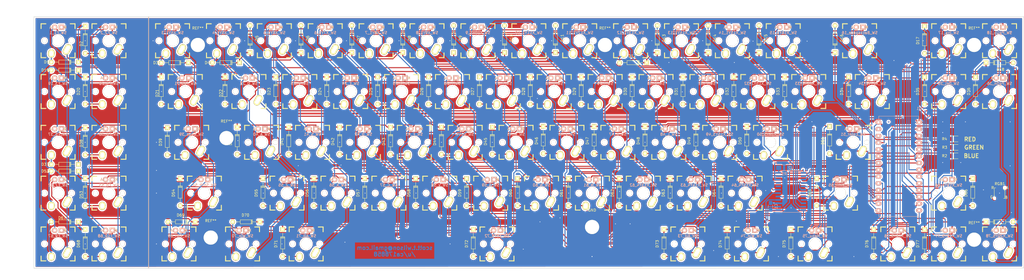
<source format=kicad_pcb>
(kicad_pcb (version 4) (host pcbnew 4.0.2-stable)
  (layers (0 F.Cu signal hide) (31 B.Cu signal) (34 B.Paste user hide) (35 F.Paste user hide) (36 B.SilkS user) (37 F.SilkS user) (38 B.Mask user hide) (39 F.Mask user hide) (44 Edge.Cuts user))
  (net 0 "")
  (net 1 "Net-(D1-Pad2)")
  (net 2 R1)
  (net 3 "Net-(D2-Pad2)")
  (net 4 "Net-(D3-Pad2)")
  (net 5 "Net-(D4-Pad2)")
  (net 6 "Net-(D5-Pad2)")
  (net 7 "Net-(D6-Pad2)")
  (net 8 "Net-(D7-Pad2)")
  (net 9 "Net-(D8-Pad2)")
  (net 10 "Net-(D9-Pad2)")
  (net 11 R6)
  (net 12 "Net-(D10-Pad2)")
  (net 13 "Net-(D11-Pad2)")
  (net 14 "Net-(D12-Pad2)")
  (net 15 "Net-(D13-Pad2)")
  (net 16 "Net-(D14-Pad2)")
  (net 17 "Net-(D15-Pad2)")
  (net 18 "Net-(D16-Pad2)")
  (net 19 "Net-(D17-Pad2)")
  (net 20 "Net-(D17-Pad1)")
  (net 21 "Net-(D18-Pad2)")
  (net 22 "Net-(D19-Pad2)")
  (net 23 R2)
  (net 24 "Net-(D20-Pad2)")
  (net 25 "Net-(D21-Pad2)")
  (net 26 "Net-(D22-Pad2)")
  (net 27 "Net-(D23-Pad2)")
  (net 28 "Net-(D24-Pad2)")
  (net 29 "Net-(D25-Pad2)")
  (net 30 "Net-(D26-Pad2)")
  (net 31 "Net-(D27-Pad2)")
  (net 32 R7)
  (net 33 "Net-(D28-Pad2)")
  (net 34 "Net-(D29-Pad2)")
  (net 35 "Net-(D30-Pad2)")
  (net 36 "Net-(D31-Pad2)")
  (net 37 "Net-(D32-Pad2)")
  (net 38 "Net-(D33-Pad2)")
  (net 39 "Net-(D34-Pad2)")
  (net 40 "Net-(D35-Pad2)")
  (net 41 "Net-(D36-Pad2)")
  (net 42 "Net-(D37-Pad2)")
  (net 43 R3)
  (net 44 "Net-(D38-Pad2)")
  (net 45 "Net-(D39-Pad2)")
  (net 46 "Net-(D40-Pad2)")
  (net 47 "Net-(D41-Pad2)")
  (net 48 "Net-(D42-Pad2)")
  (net 49 "Net-(D43-Pad2)")
  (net 50 "Net-(D44-Pad2)")
  (net 51 "Net-(D45-Pad2)")
  (net 52 R8)
  (net 53 "Net-(D46-Pad2)")
  (net 54 "Net-(D47-Pad2)")
  (net 55 "Net-(D48-Pad2)")
  (net 56 "Net-(D49-Pad2)")
  (net 57 "Net-(D50-Pad2)")
  (net 58 "Net-(D51-Pad2)")
  (net 59 "Net-(D52-Pad2)")
  (net 60 R4)
  (net 61 "Net-(D53-Pad2)")
  (net 62 "Net-(D54-Pad2)")
  (net 63 "Net-(D55-Pad2)")
  (net 64 "Net-(D56-Pad2)")
  (net 65 "Net-(D57-Pad2)")
  (net 66 "Net-(D58-Pad2)")
  (net 67 "Net-(D59-Pad2)")
  (net 68 "Net-(D60-Pad2)")
  (net 69 R9)
  (net 70 "Net-(D61-Pad2)")
  (net 71 "Net-(D62-Pad2)")
  (net 72 "Net-(D63-Pad2)")
  (net 73 "Net-(D64-Pad2)")
  (net 74 "Net-(D65-Pad2)")
  (net 75 "Net-(D66-Pad2)")
  (net 76 "Net-(D67-Pad2)")
  (net 77 R5)
  (net 78 "Net-(D68-Pad2)")
  (net 79 "Net-(D69-Pad2)")
  (net 80 "Net-(D70-Pad2)")
  (net 81 "Net-(D71-Pad2)")
  (net 82 "Net-(D72-Pad2)")
  (net 83 "Net-(D73-Pad2)")
  (net 84 "Net-(D74-Pad2)")
  (net 85 "Net-(D75-Pad2)")
  (net 86 R10)
  (net 87 "Net-(D76-Pad2)")
  (net 88 "Net-(D77-Pad2)")
  (net 89 C5)
  (net 90 C7)
  (net 91 C4)
  (net 92 C8)
  (net 93 C3)
  (net 94 C6)
  (net 95 C1)
  (net 96 C2)
  (net 97 Z9)
  (net 98 Z8)
  (net 99 Z10)
  (net 100 Z1)
  (net 101 Z6)
  (net 102 Z4)
  (net 103 Z2)
  (net 104 Z7)
  (net 105 Z5)
  (net 106 Z3)
  (net 107 "Net-(C1-Pad1)")
  (net 108 GND)
  (net 109 "Net-(R1-Pad1)")
  (net 110 SDA)
  (net 111 SCL)
  (net 112 NSRT)
  (net 113 +5V)
  (net 114 "Net-(R2-Pad1)")
  (net 115 "Net-(R2-Pad2)")
  (net 116 "Net-(R3-Pad1)")
  (net 117 "Net-(R3-Pad2)")
  (net 118 "Net-(R4-Pad1)")
  (net 119 "Net-(R4-Pad2)")
  (module Cherry:GNDVia (layer F.Cu) (at 118.618 64.77)
    (fp_text reference REF** hide)
    (fp_text value "GND Via" hide)
    (pad GND thru_hole circle (at 0 0) (size 0.3 0.3) (drill 0.3) (layers *.Cu) (net 108 GND))
  )
  (module Cherry:GNDVia (layer F.Cu) (at 157.734 47.625)
    (fp_text reference REF** hide)
    (fp_text value "GND Via" hide)
    (pad GND thru_hole circle (at 0 0) (size 0.3 0.3) (drill 0.3) (layers *.Cu) (net 108 GND))
  )
  (module Cherry:GNDVia (layer F.Cu) (at 74.93 77.216)
    (fp_text reference REF** hide)
    (fp_text value "GND Via" hide)
    (pad GND thru_hole circle (at 0 0) (size 0.3 0.3) (drill 0.3) (layers *.Cu) (net 108 GND))
  )
  (module Cherry:GNDVia (layer F.Cu) (at 128.016 75.438)
    (fp_text reference REF** hide)
    (fp_text value "GND Via" hide)
    (pad GND thru_hole circle (at 0 0) (size 0.3 0.3) (drill 0.3) (layers *.Cu) (net 108 GND))
  )
  (module Cherry:GNDVia (layer F.Cu) (at 144.018 75.184)
    (fp_text reference REF** hide)
    (fp_text value "GND Via" hide)
    (pad GND thru_hole circle (at 0 0) (size 0.3 0.3) (drill 0.3) (layers *.Cu) (net 108 GND))
  )
  (module Cherry:GNDVia (layer F.Cu) (at 159.512 75.438)
    (fp_text reference REF** hide)
    (fp_text value "GND Via" hide)
    (pad GND thru_hole circle (at 0 0) (size 0.3 0.3) (drill 0.3) (layers *.Cu) (net 108 GND))
  )
  (module Cherry:GNDVia (layer F.Cu) (at 393.630209 85.725)
    (fp_text reference REF** hide)
    (fp_text value "GND Via" hide)
    (pad GND thru_hole circle (at -3.105209 0) (size 0.3 0.3) (drill 0.3) (layers *.Cu) (net 108 GND))
  )
  (module Cherry:GNDVia (layer F.Cu) (at 74.93 85.725)
    (fp_text reference REF** hide)
    (fp_text value "GND Via" hide)
    (pad GND thru_hole circle (at 0 0) (size 0.3 0.3) (drill 0.3) (layers *.Cu) (net 108 GND))
  )
  (module Cherry:GNDVia (layer F.Cu) (at 74.93 66.675)
    (fp_text reference REF** hide)
    (fp_text value "GND Via" hide)
    (pad GND thru_hole circle (at 0 0) (size 0.3 0.3) (drill 0.3) (layers *.Cu) (net 108 GND))
  )
  (module Cherry:GNDVia (layer F.Cu) (at 74.93 104.775)
    (fp_text reference REF** hide)
    (fp_text value "GND Via" hide)
    (pad GND thru_hole circle (at 0 0) (size 0.3 0.3) (drill 0.3) (layers *.Cu) (net 108 GND))
  )
  (module Cherry:GNDVia (layer F.Cu) (at 172.085 85.725)
    (fp_text reference REF** hide)
    (fp_text value "GND Via" hide)
    (pad GND thru_hole circle (at 0 0) (size 0.3 0.3) (drill 0.3) (layers *.Cu) (net 108 GND))
  )
  (module Cherry:GNDVia (layer F.Cu) (at 191.135 85.725)
    (fp_text reference REF** hide)
    (fp_text value "GND Via" hide)
    (pad GND thru_hole circle (at 0 0) (size 0.3 0.3) (drill 0.3) (layers *.Cu) (net 108 GND))
  )
  (module Cherry:GNDVia (layer F.Cu) (at 210.185 85.725)
    (fp_text reference REF** hide)
    (fp_text value "GND Via" hide)
    (pad GND thru_hole circle (at 0 0) (size 0.3 0.3) (drill 0.3) (layers *.Cu) (net 108 GND))
  )
  (module Cherry:GNDVia (layer F.Cu) (at 229.235 85.725)
    (fp_text reference REF** hide)
    (fp_text value "GND Via" hide)
    (pad GND thru_hole circle (at 0 0) (size 0.3 0.3) (drill 0.3) (layers *.Cu) (net 108 GND))
  )
  (module Cherry:GNDVia (layer F.Cu) (at 248.285 85.09)
    (fp_text reference REF** hide)
    (fp_text value "GND Via" hide)
    (pad GND thru_hole circle (at 0 0) (size 0.3 0.3) (drill 0.3) (layers *.Cu) (net 108 GND))
  )
  (module Cherry:GNDVia (layer F.Cu) (at 267.335 85.725)
    (fp_text reference REF** hide)
    (fp_text value "GND Via" hide)
    (pad GND thru_hole circle (at 0 0) (size 0.3 0.3) (drill 0.3) (layers *.Cu) (net 108 GND))
  )
  (module Cherry:GNDVia (layer F.Cu) (at 286.385 85.725)
    (fp_text reference REF** hide)
    (fp_text value "GND Via" hide)
    (pad GND thru_hole circle (at 0 0) (size 0.3 0.3) (drill 0.3) (layers *.Cu) (net 108 GND))
  )
  (module Cherry:GNDVia (layer F.Cu) (at 148.59 104.14)
    (fp_text reference REF** hide)
    (fp_text value "GND Via" hide)
    (pad GND thru_hole circle (at -3.105209 0) (size 0.3 0.3) (drill 0.3) (layers *.Cu) (net 108 GND))
  )
  (module Cherry:GNDVia (layer F.Cu) (at 361.95 28.575)
    (fp_text reference REF** hide)
    (fp_text value "GND Via" hide)
    (pad GND thru_hole circle (at 0 0) (size 0.3 0.3) (drill 0.3) (layers *.Cu) (net 108 GND))
  )
  (module Cherry:GNDVia (layer F.Cu) (at 362.585 47.625)
    (fp_text reference REF** hide)
    (fp_text value "GND Via" hide)
    (pad GND thru_hole circle (at 0 0) (size 0.3 0.3) (drill 0.3) (layers *.Cu) (net 108 GND))
  )
  (module Cherry:GNDVia (layer F.Cu) (at 358.775 47.625)
    (fp_text reference REF** hide)
    (fp_text value "GND Via" hide)
    (pad GND thru_hole circle (at 0 0) (size 0.3 0.3) (drill 0.3) (layers *.Cu) (net 108 GND))
  )
  (module Cherry:GNDVia (layer F.Cu) (at 334.01 47.625)
    (fp_text reference REF** hide)
    (fp_text value "GND Via" hide)
    (pad GND thru_hole circle (at 0 0) (size 0.3 0.3) (drill 0.3) (layers *.Cu) (net 108 GND))
  )
  (module Cherry:GNDVia (layer F.Cu) (at 309.88 47.625)
    (fp_text reference REF** hide)
    (fp_text value "GND Via" hide)
    (pad GND thru_hole circle (at 0 0) (size 0.3 0.3) (drill 0.3) (layers *.Cu) (net 108 GND))
  )
  (module Cherry:GNDVia (layer F.Cu) (at 279.4 28.575)
    (fp_text reference REF** hide)
    (fp_text value "GND Via" hide)
    (pad GND thru_hole circle (at 0 0) (size 0.3 0.3) (drill 0.3) (layers *.Cu) (net 108 GND))
  )
  (module Cherry:GNDVia (layer F.Cu) (at 260.35 28.575)
    (fp_text reference REF** hide)
    (fp_text value "GND Via" hide)
    (pad GND thru_hole circle (at 0 0) (size 0.3 0.3) (drill 0.3) (layers *.Cu) (net 108 GND))
  )
  (module Cherry:GNDVia (layer F.Cu) (at 107.95 28.575)
    (fp_text reference REF** hide)
    (fp_text value "GND Via" hide)
    (pad GND thru_hole circle (at 0 0) (size 0.3 0.3) (drill 0.3) (layers *.Cu) (net 108 GND))
  )
  (module Cherry:GNDVia (layer F.Cu) (at 127 28.575)
    (fp_text reference REF** hide)
    (fp_text value "GND Via" hide)
    (pad GND thru_hole circle (at 0 0) (size 0.3 0.3) (drill 0.3) (layers *.Cu) (net 108 GND))
  )
  (module Cherry:GNDVia (layer F.Cu) (at 146.05 28.575)
    (fp_text reference REF** hide)
    (fp_text value "GND Via" hide)
    (pad GND thru_hole circle (at 0 0) (size 0.3 0.3) (drill 0.3) (layers *.Cu) (net 108 GND))
  )
  (module Cherry:GNDVia (layer F.Cu) (at 165.735 28.575)
    (fp_text reference REF** hide)
    (fp_text value "GND Via" hide)
    (pad GND thru_hole circle (at 0 0) (size 0.3 0.3) (drill 0.3) (layers *.Cu) (net 108 GND))
  )
  (module Cherry:GNDVia (layer F.Cu) (at 184.785 28.575)
    (fp_text reference REF** hide)
    (fp_text value "GND Via" hide)
    (pad GND thru_hole circle (at 0 0) (size 0.3 0.3) (drill 0.3) (layers *.Cu) (net 108 GND))
  )
  (module Cherry:GNDVia (layer F.Cu) (at 222.885 28.575)
    (fp_text reference REF** hide)
    (fp_text value "GND Via" hide)
    (pad GND thru_hole circle (at 0 0) (size 0.3 0.3) (drill 0.3) (layers *.Cu) (net 108 GND))
  )
  (module Cherry:GNDVia (layer F.Cu) (at 203.835 28.575)
    (fp_text reference REF** hide)
    (fp_text value "GND Via" hide)
    (pad GND thru_hole circle (at 0 0) (size 0.3 0.3) (drill 0.3) (layers *.Cu) (net 108 GND))
  )
  (module Cherry:GNDVia (layer F.Cu) (at 252.73 47.625)
    (fp_text reference REF** hide)
    (fp_text value "GND Via" hide)
    (pad GND thru_hole circle (at 0 0) (size 0.3 0.3) (drill 0.3) (layers *.Cu) (net 108 GND))
  )
  (module Cherry:GNDVia (layer F.Cu) (at 271.78 47.75)
    (fp_text reference REF** hide)
    (fp_text value "GND Via" hide)
    (pad GND thru_hole circle (at 0 0) (size 0.3 0.3) (drill 0.3) (layers *.Cu) (net 108 GND))
  )
  (module Cherry:GNDVia (layer F.Cu) (at 295.275 66.675)
    (fp_text reference REF** hide)
    (fp_text value "GND Via" hide)
    (pad GND thru_hole circle (at 0 0) (size 0.3 0.3) (drill 0.3) (layers *.Cu) (net 108 GND))
  )
  (module Cherry:GNDVia (layer F.Cu) (at 276.86 66.675)
    (fp_text reference REF** hide)
    (fp_text value "GND Via" hide)
    (pad GND thru_hole circle (at 0 0) (size 0.3 0.3) (drill 0.3) (layers *.Cu) (net 108 GND))
  )
  (module Cherry:GNDVia (layer F.Cu) (at 257.81 66.675)
    (fp_text reference REF** hide)
    (fp_text value "GND Via" hide)
    (pad GND thru_hole circle (at 0 0) (size 0.3 0.3) (drill 0.3) (layers *.Cu) (net 108 GND))
  )
  (module Cherry:GNDVia (layer F.Cu) (at 238.76 66.675)
    (fp_text reference REF** hide)
    (fp_text value "GND Via" hide)
    (pad GND thru_hole circle (at 0 0) (size 0.3 0.3) (drill 0.3) (layers *.Cu) (net 108 GND))
  )
  (module Cherry:GNDVia (layer F.Cu) (at 219.71 66.675)
    (fp_text reference REF** hide)
    (fp_text value "GND Via" hide)
    (pad GND thru_hole circle (at 0 0) (size 0.3 0.3) (drill 0.3) (layers *.Cu) (net 108 GND))
  )
  (module Cherry:GNDVia (layer F.Cu) (at 200.66 66.675)
    (fp_text reference REF** hide)
    (fp_text value "GND Via" hide)
    (pad GND thru_hole circle (at 0 0) (size 0.3 0.3) (drill 0.3) (layers *.Cu) (net 108 GND))
  )
  (module Cherry:GNDVia (layer F.Cu) (at 181.61 66.675)
    (fp_text reference REF** hide)
    (fp_text value "GND Via" hide)
    (pad GND thru_hole circle (at 0 0) (size 0.3 0.3) (drill 0.3) (layers *.Cu) (net 108 GND))
  )
  (module Cherry:GNDVia (layer F.Cu) (at 162.56 66.675)
    (fp_text reference REF** hide)
    (fp_text value "GND Via" hide)
    (pad GND thru_hole circle (at 0 0) (size 0.3 0.3) (drill 0.3) (layers *.Cu) (net 108 GND))
  )
  (module Cherry:GNDVia (layer F.Cu) (at 139.065 47.625)
    (fp_text reference REF** hide)
    (fp_text value "GND Via" hide)
    (pad GND thru_hole circle (at 0 0) (size 0.3 0.3) (drill 0.3) (layers *.Cu) (net 108 GND))
  )
  (module Cherry:GNDVia (layer F.Cu) (at 48.26 66.675)
    (fp_text reference REF** hide)
    (fp_text value "GND Via" hide)
    (pad GND thru_hole circle (at 0 0) (size 0.3 0.3) (drill 0.3) (layers *.Cu) (net 108 GND))
  )
  (module Cherry:GNDVia (layer F.Cu) (at 48.26 85.725)
    (fp_text reference REF** hide)
    (fp_text value "GND Via" hide)
    (pad GND thru_hole circle (at 0 0) (size 0.3 0.3) (drill 0.3) (layers *.Cu) (net 108 GND))
  )
  (module Cherry:GNDVia (layer F.Cu) (at 48.26 104.775)
    (fp_text reference REF** hide)
    (fp_text value "GND Via" hide)
    (pad GND thru_hole circle (at 0 0) (size 0.3 0.3) (drill 0.3) (layers *.Cu) (net 108 GND))
  )
  (module Cherry:GNDVia (layer F.Cu) (at 121.92 104.775)
    (fp_text reference REF** hide)
    (fp_text value "GND Via" hide)
    (pad GND thru_hole circle (at 0 0) (size 0.3 0.3) (drill 0.3) (layers *.Cu) (net 108 GND))
  )
  (module Cherry:GNDVia (layer F.Cu) (at 105.41 66.04)
    (fp_text reference REF** hide)
    (fp_text value "GND Via" hide)
    (pad GND thru_hole circle (at 0 0) (size 0.3 0.3) (drill 0.3) (layers *.Cu) (net 108 GND))
  )
  (module Cherry:GNDVia (layer F.Cu) (at 143.51 66.675)
    (fp_text reference REF** hide)
    (fp_text value "GND Via" hide)
    (pad GND thru_hole circle (at 0 0) (size 0.3 0.3) (drill 0.3) (layers *.Cu) (net 108 GND))
  )
  (module Cherry:GNDVia (layer F.Cu) (at 153.035 85.725)
    (fp_text reference REF** hide)
    (fp_text value "GND Via" hide)
    (pad GND thru_hole circle (at 0 0) (size 0.3 0.3) (drill 0.3) (layers *.Cu) (net 108 GND))
  )
  (module Cherry:GNDVia (layer F.Cu) (at 133.985 85.725)
    (fp_text reference REF** hide)
    (fp_text value "GND Via" hide)
    (pad GND thru_hole circle (at 0 0) (size 0.3 0.3) (drill 0.3) (layers *.Cu) (net 108 GND))
  )
  (module Cherry:GNDVia (layer F.Cu) (at 114.935 85.725)
    (fp_text reference REF** hide)
    (fp_text value "GND Via" hide)
    (pad GND thru_hole circle (at 0 0) (size 0.3 0.3) (drill 0.3) (layers *.Cu) (net 108 GND))
  )
  (module Cherry:GNDVia (layer F.Cu) (at 100.33 47.625)
    (fp_text reference REF** hide)
    (fp_text value "GND Via" hide)
    (pad GND thru_hole circle (at 0 0) (size 0.3 0.3) (drill 0.3) (layers *.Cu) (net 108 GND))
  )
  (module Cherry:GNDVia (layer F.Cu) (at 76.835 47.625)
    (fp_text reference REF** hide)
    (fp_text value "GND Via" hide)
    (pad GND thru_hole circle (at 0 0) (size 0.3 0.3) (drill 0.3) (layers *.Cu) (net 108 GND))
  )
  (module Cherry:GNDVia (layer F.Cu) (at 48.26 47.625)
    (fp_text reference REF** hide)
    (fp_text value "GND Via" hide)
    (pad GND thru_hole circle (at 0 0) (size 0.3 0.3) (drill 0.3) (layers *.Cu) (net 108 GND))
  )
  (module Cherry:GNDVia (layer F.Cu) (at 220.605209 50.25)
    (fp_text reference REF** hide)
    (fp_text value "GND Via" hide)
    (pad GND thru_hole circle (at -3.105209 0) (size 0.3 0.3) (drill 0.3) (layers *.Cu) (net 108 GND))
  )
  (module Cherry:GNDVia (layer F.Cu) (at 215.855209 47.5)
    (fp_text reference REF** hide)
    (fp_text value "GND Via" hide)
    (pad GND thru_hole circle (at -3.105209 0) (size 0.3 0.3) (drill 0.3) (layers *.Cu) (net 108 GND))
  )
  (module Cherry:GNDVia (layer F.Cu) (at 334.105209 47.5)
    (fp_text reference REF** hide)
    (fp_text value "GND Via" hide)
    (pad GND thru_hole circle (at -3.105209 0) (size 0.3 0.3) (drill 0.3) (layers *.Cu) (net 108 GND))
  )
  (module Cherry:GNDVia (layer F.Cu) (at 382.605209 47.5)
    (fp_text reference REF** hide)
    (fp_text value "GND Via" hide)
    (pad GND thru_hole circle (at -3.105209 0) (size 0.3 0.3) (drill 0.3) (layers *.Cu) (net 108 GND))
  )
  (module Cherry:GNDVia (layer F.Cu) (at 286.605209 107.25)
    (fp_text reference REF** hide)
    (fp_text value "GND Via" hide)
    (pad GND thru_hole circle (at -3.105209 0) (size 0.3 0.3) (drill 0.3) (layers *.Cu) (net 108 GND))
  )
  (module Cherry:GNDVia (layer F.Cu) (at 241.105209 109.5)
    (fp_text reference REF** hide)
    (fp_text value "GND Via" hide)
    (pad GND thru_hole circle (at -3.105209 0) (size 0.3 0.3) (drill 0.3) (layers *.Cu) (net 108 GND))
  )
  (module Cherry:GNDVia (layer F.Cu) (at 215.355209 106.75)
    (fp_text reference REF** hide)
    (fp_text value "GND Via" hide)
    (pad GND thru_hole circle (at -3.105209 0) (size 0.3 0.3) (drill 0.3) (layers *.Cu) (net 108 GND))
  )
  (module Cherry:GNDVia (layer F.Cu) (at 187.96 104.775)
    (fp_text reference REF** hide)
    (fp_text value "GND Via" hide)
    (pad GND thru_hole circle (at -3.105209 0) (size 0.3 0.3) (drill 0.3) (layers *.Cu) (net 108 GND))
  )
  (module Cherry:GNDVia (layer F.Cu) (at 218.5 96.5)
    (fp_text reference REF** hide)
    (fp_text value "GND Via" hide)
    (pad GND thru_hole circle (at 0 0) (size 0.3 0.3) (drill 0.3) (layers *.Cu) (net 108 GND))
  )
  (module Cherry:GNDVia (layer F.Cu) (at 226 95)
    (fp_text reference REF** hide)
    (fp_text value "GND Via" hide)
    (pad GND thru_hole circle (at 0 0) (size 0.3 0.3) (drill 0.3) (layers *.Cu) (net 108 GND))
  )
  (module Cherry:GNDVia (layer F.Cu) (at 387.605209 84.5)
    (fp_text reference REF** hide)
    (fp_text value "GND Via" hide)
    (pad GND thru_hole circle (at -3.105209 0) (size 0.3 0.3) (drill 0.3) (layers *.Cu) (net 108 GND))
  )
  (module Cherry:GNDVia (layer F.Cu) (at 397.605209 75.5)
    (fp_text reference REF** hide)
    (fp_text value "GND Via" hide)
    (pad GND thru_hole circle (at -3.105209 0) (size 0.3 0.3) (drill 0.3) (layers *.Cu) (net 108 GND))
  )
  (module Cherry:GNDVia (layer F.Cu) (at 398.075209 93)
    (fp_text reference REF** hide)
    (fp_text value "GND Via" hide)
    (pad GND thru_hole circle (at -3.105209 0) (size 0.3 0.3) (drill 0.3) (layers *.Cu) (net 108 GND))
  )
  (module Cherry:GNDVia (layer F.Cu) (at 397.605209 25.25)
    (fp_text reference REF** hide)
    (fp_text value "GND Via" hide)
    (pad GND thru_hole circle (at -3.105209 0) (size 0.3 0.3) (drill 0.3) (layers *.Cu) (net 108 GND))
  )
  (module Cherry:GNDVia (layer F.Cu) (at 372.355209 74.25)
    (fp_text reference REF** hide)
    (fp_text value "GND Via" hide)
    (pad GND thru_hole circle (at -3.105209 0) (size 0.3 0.3) (drill 0.3) (layers *.Cu) (net 108 GND))
  )
  (module Cherry:GNDVia (layer F.Cu) (at 372.355209 63)
    (fp_text reference REF** hide)
    (fp_text value "GND Via" hide)
    (pad GND thru_hole circle (at -3.105209 0) (size 0.3 0.3) (drill 0.3) (layers *.Cu) (net 108 GND))
  )
  (module Cherry:GNDVia (layer F.Cu) (at 372.355209 59)
    (fp_text reference REF** hide)
    (fp_text value "GND Via" hide)
    (pad GND thru_hole circle (at -3.105209 0) (size 0.3 0.3) (drill 0.3) (layers *.Cu) (net 108 GND))
  )
  (module Cherry:GNDVia (layer F.Cu) (at 379.105209 74.25)
    (fp_text reference REF** hide)
    (fp_text value "GND Via" hide)
    (pad GND thru_hole circle (at -3.105209 0) (size 0.3 0.3) (drill 0.3) (layers *.Cu) (net 108 GND))
  )
  (module Cherry:GNDVia (layer F.Cu) (at 380.855209 59)
    (fp_text reference REF** hide)
    (fp_text value "GND Via" hide)
    (pad GND thru_hole circle (at -3.105209 0) (size 0.3 0.3) (drill 0.3) (layers *.Cu) (net 108 GND))
  )
  (module Cherry:GNDVia (layer F.Cu) (at 397.605209 59)
    (fp_text reference REF** hide)
    (fp_text value "GND Via" hide)
    (pad GND thru_hole circle (at -3.105209 0) (size 0.3 0.3) (drill 0.3) (layers *.Cu) (net 108 GND))
  )
  (module Cherry:GNDVia (layer F.Cu) (at 266.75 36.75)
    (fp_text reference REF** hide)
    (fp_text value "GND Via" hide)
    (pad GND thru_hole circle (at 0 0) (size 0.3 0.3) (drill 0.3) (layers *.Cu) (net 108 GND))
  )
  (module Cherry:GNDVia (layer F.Cu) (at 291.25 36.75)
    (fp_text reference REF** hide)
    (fp_text value "GND Via" hide)
    (pad GND thru_hole circle (at 0 0) (size 0.3 0.3) (drill 0.3) (layers *.Cu) (net 108 GND))
  )
  (module Cherry:GNDVia (layer F.Cu) (at 351 36)
    (fp_text reference REF** hide)
    (fp_text value "GND Via" hide)
    (pad GND thru_hole circle (at 0 0) (size 0.3 0.3) (drill 0.3) (layers *.Cu) (net 108 GND))
  )
  (module Cherry:GNDVia (layer F.Cu) (at 298.25 28.75)
    (fp_text reference REF** hide)
    (fp_text value "GND Via" hide)
    (pad GND thru_hole circle (at 0 0) (size 0.3 0.3) (drill 0.3) (layers *.Cu) (net 108 GND))
  )
  (module Cherry:GNDVia (layer F.Cu) (at 318.5 28.75)
    (fp_text reference REF** hide)
    (fp_text value "GND Via" hide)
    (pad GND thru_hole circle (at 0 0) (size 0.3 0.3) (drill 0.3) (layers *.Cu) (net 108 GND))
  )
  (module Cherry:GNDVia (layer F.Cu) (at 238 109.5)
    (fp_text reference REF** hide)
    (fp_text value "GND Via" hide)
    (pad GND thru_hole circle (at 0 0) (size 0.3 0.3) (drill 0.3) (layers *.Cu) (net 108 GND))
  )
  (module Cherry:GNDVia (layer F.Cu) (at 290.83 47.75)
    (fp_text reference REF** hide)
    (fp_text value "GND Via" hide)
    (pad GND thru_hole circle (at 0 0) (size 0.3 0.3) (drill 0.3) (layers *.Cu) (net 108 GND))
  )
  (module Cherry:GNDVia (layer F.Cu) (at 303 84.75)
    (fp_text reference REF** hide)
    (fp_text value "GND Via" hide)
    (pad GND thru_hole circle (at 0 0) (size 0.3 0.3) (drill 0.3) (layers *.Cu) (net 108 GND))
  )
  (module Cherry:GNDVia (layer F.Cu) (at 326 89.25)
    (fp_text reference REF** hide)
    (fp_text value "GND Via" hide)
    (pad GND thru_hole circle (at 0 0) (size 0.3 0.3) (drill 0.3) (layers *.Cu) (net 108 GND))
  )
  (module Cherry:GNDVia (layer F.Cu) (at 292 96.25)
    (fp_text reference REF** hide)
    (fp_text value "GND Via" hide)
    (pad GND thru_hole circle (at 0 0) (size 0.3 0.3) (drill 0.3) (layers *.Cu) (net 108 GND))
  )
  (module Cherry:GNDVia (layer F.Cu) (at 307.75 109.5)
    (fp_text reference REF** hide)
    (fp_text value "GND Via" hide)
    (pad GND thru_hole circle (at 0 0) (size 0.3 0.3) (drill 0.3) (layers *.Cu) (net 108 GND))
  )
  (module Cherry:GNDVia (layer F.Cu) (at 336 109.5)
    (fp_text reference REF** hide)
    (fp_text value "GND Via" hide)
    (pad GND thru_hole circle (at 0 0) (size 0.3 0.3) (drill 0.3) (layers *.Cu) (net 108 GND))
  )
  (module Cherry:GNDVia (layer F.Cu) (at 318.25 76.75)
    (fp_text reference REF** hide)
    (fp_text value "GND Via" hide)
    (pad GND thru_hole circle (at 0 0) (size 0.3 0.3) (drill 0.3) (layers *.Cu) (net 108 GND))
  )
  (module Diodes_ThroughHole:Diode_DO-35_SOD27_Horizontal_RM10 (layer F.Cu) (at 106.04552 36.82746 180)
    (fp_text reference D4 (at 12.06552 -0.00254 180) (layer F.SilkS))
    (fp_text value D)
    (pad 2 thru_hole circle (at 10.16052 -0.00254) (size 1.69926 1.69926) (drill 0.70104) (layers *.Cu *.Mask F.SilkS) (net 5 "Net-(D4-Pad2)"))
    (pad 1 thru_hole rect (at 0.00052 -0.00254) (size 1.69926 1.69926) (drill 0.70104) (layers *.Cu *.Mask F.SilkS) (net 2 R1))
  )
  (module Diodes_ThroughHole:Diode_DO-35_SOD27_Horizontal_RM10 (layer F.Cu) (at 385.44448 96.52254)
    (fp_text reference D78 (at 5.43052 2.53746) (layer F.SilkS))
    (fp_text value D)
    (pad 2 thru_hole circle (at 10.16052 -0.00254 180) (size 1.69926 1.69926) (drill 0.70104) (layers *.Cu *.Mask F.SilkS) (net 20 "Net-(D17-Pad1)"))
    (pad 1 thru_hole rect (at 0.00052 -0.00254 180) (size 1.69926 1.69926) (drill 0.70104) (layers *.Cu *.Mask F.SilkS) (net 86 R10))
  )
  (module Mounting_Holes:MountingHole_5.3mm_M5 (layer F.Cu) (at 95.25 102.39375)
    (fp_text reference REF** (at 0 -6.3) (layer F.SilkS))
    (fp_text value MountingHole_5.3mm_M5)
    (pad "" thru_hole circle (at 0 0) (size 5.3 5.3) (drill 5.3) (layers *.Cu *.Mask F.SilkS) (net 108 GND))
  )
  (module Cherry:Teensy3.2 (layer B.Cu) (at 360.426 59.182 180)
    (fp_text reference U1 (at 0 5.22 180) (layer B.SilkS) (effects (justify mirror)))
    (fp_text value Teensy_3.2)
    (pad GND0 thru_hole oval (at 0 0 180) (size 2.3 1.6) (drill 0.8) (layers *.Cu *.Mask B.SilkS) (net 108 GND))
    (pad 0 thru_hole oval (at 0 -2.54 180) (size 2.3 1.6) (drill 0.8) (layers *.Cu *.Mask B.SilkS) (net 95 C1))
    (pad 1 thru_hole oval (at 0 -5.08 180) (size 2.3 1.6) (drill 0.8) (layers *.Cu *.Mask B.SilkS) (net 96 C2))
    (pad 2 thru_hole oval (at 0 -7.62 180) (size 2.3 1.6) (drill 0.8) (layers *.Cu *.Mask B.SilkS) (net 93 C3))
    (pad 3 thru_hole oval (at 0 -10.16 180) (size 2.3 1.6) (drill 0.8) (layers *.Cu *.Mask B.SilkS) (net 91 C4))
    (pad 4 thru_hole oval (at 0 -12.7 180) (size 2.3 1.6) (drill 0.8) (layers *.Cu *.Mask B.SilkS) (net 89 C5))
    (pad 5 thru_hole oval (at 0 -15.24 180) (size 2.3 1.6) (drill 0.8) (layers *.Cu *.Mask B.SilkS) (net 94 C6))
    (pad 6 thru_hole oval (at 0 -17.78 180) (size 2.3 1.6) (drill 0.8) (layers *.Cu *.Mask B.SilkS) (net 90 C7))
    (pad 7 thru_hole oval (at 0 -20.32 180) (size 2.3 1.6) (drill 0.8) (layers *.Cu *.Mask B.SilkS) (net 92 C8))
    (pad 8 thru_hole oval (at 0 -22.86 180) (size 2.3 1.6) (drill 0.8) (layers *.Cu *.Mask B.SilkS) (net 2 R1))
    (pad 9 thru_hole oval (at 0 -25.4 180) (size 2.3 1.6) (drill 0.8) (layers *.Cu *.Mask B.SilkS) (net 23 R2))
    (pad 10 thru_hole oval (at 0 -27.94 180) (size 2.3 1.6) (drill 0.8) (layers *.Cu *.Mask B.SilkS) (net 43 R3))
    (pad 11 thru_hole oval (at 0 -30.48 180) (size 2.3 1.6) (drill 0.8) (layers *.Cu *.Mask B.SilkS) (net 60 R4))
    (pad 12 thru_hole oval (at 0 -33.02 180) (size 2.3 1.6) (drill 0.8) (layers *.Cu *.Mask B.SilkS) (net 77 R5))
    (pad 13 thru_hole oval (at 15.24 -33.02 180) (size 2.3 1.6) (drill 0.8) (layers *.Cu *.Mask B.SilkS) (net 11 R6))
    (pad 14 thru_hole oval (at 15.24 -30.48 180) (size 2.3 1.6) (drill 0.8) (layers *.Cu *.Mask B.SilkS) (net 32 R7))
    (pad 15 thru_hole oval (at 15.24 -27.94 180) (size 2.3 1.6) (drill 0.8) (layers *.Cu *.Mask B.SilkS) (net 52 R8))
    (pad 16 thru_hole oval (at 15.24 -25.4 180) (size 2.3 1.6) (drill 0.8) (layers *.Cu *.Mask B.SilkS) (net 69 R9))
    (pad 17 thru_hole oval (at 15.24 -22.86 180) (size 2.3 1.6) (drill 0.8) (layers *.Cu *.Mask B.SilkS) (net 86 R10))
    (pad 18 thru_hole oval (at 15.24 -20.32 180) (size 2.3 1.6) (drill 0.8) (layers *.Cu *.Mask B.SilkS) (net 110 SDA))
    (pad 19 thru_hole oval (at 15.24 -17.78 180) (size 2.3 1.6) (drill 0.8) (layers *.Cu *.Mask B.SilkS) (net 111 SCL))
    (pad 20 thru_hole oval (at 15.24 -15.24 180) (size 2.3 1.6) (drill 0.8) (layers *.Cu *.Mask B.SilkS) (net 112 NSRT))
    (pad 21 thru_hole oval (at 15.24 -12.7 180) (size 2.3 1.6) (drill 0.8) (layers *.Cu *.Mask B.SilkS) (net 115 "Net-(R2-Pad2)"))
    (pad 22 thru_hole oval (at 15.24 -10.16 180) (size 2.3 1.6) (drill 0.8) (layers *.Cu *.Mask B.SilkS) (net 117 "Net-(R3-Pad2)"))
    (pad 23 thru_hole oval (at 15.24 -7.62 180) (size 2.3 1.6) (drill 0.8) (layers *.Cu *.Mask B.SilkS) (net 119 "Net-(R4-Pad2)"))
    (pad 3v3 thru_hole oval (at 15.24 -5.08 180) (size 2.3 1.6) (drill 0.8) (layers *.Cu *.Mask B.SilkS))
    (pad AGND thru_hole oval (at 15.24 -2.54 180) (size 2.3 1.6) (drill 0.8) (layers *.Cu *.Mask B.SilkS))
    (pad Vin thru_hole oval (at 15.24 0 180) (size 2.3 1.6) (drill 0.8) (layers *.Cu *.Mask B.SilkS) (net 113 +5V))
  )
  (module MXALPS (layer F.Cu) (at 330.99375 85.725 180)
    (fp_text reference SW_Shift_65 (at 0 3 180) (layer B.SilkS) (effects (font (thickness 0.2)) (justify mirror)))
    (fp_text value MX_LED hide)
    (fp_text user A (at 2.794 5.08 180) (layer B.SilkS) (effects (justify mirror)))
    (fp_text user K (at -2.794 5.08 180) (layer B.SilkS) (effects (justify mirror)))
    (fp_text user A (at 2.794 5.08 180) (layer F.SilkS))
    (fp_text user K (at -2.794 5.08 180) (layer F.SilkS))
    (pad "" np_thru_hole circle (at 0 0 180) (size 3.98781 3.98781) (drill 3.9878) (layers *.Cu *.Mask F.SilkS) (clearance 0.1524))
    (pad "" np_thru_hole circle (at -5.08 0 180) (size 1.70181 1.70181) (drill 1.7018) (layers *.Cu *.Mask F.SilkS) (clearance 0.1524))
    (pad "" np_thru_hole circle (at 5.08 0 180) (size 1.70181 1.70181) (drill 1.7018) (layers *.Cu *.Mask F.SilkS) (clearance 0.1524))
    (pad SW1 thru_hole oval (at -3.405 -3.27 150.95) (size 2.5 4.17) (drill oval 1.5 3.17) (layers *.Cu *.Mask F.SilkS) (net 94 C6))
    (pad SW2 thru_hole oval (at 2.52 -4.79 176.1) (size 2.5 3.08) (drill oval 1.5 2.08) (layers *.Cu *.Mask F.SilkS) (net 74 "Net-(D65-Pad2)"))
    (pad K thru_hole rect (at -1.27 5.08 180) (size 2 2) (drill 1) (layers *.Cu *.SilkS *.Mask) (net 97 Z9))
    (pad A thru_hole circle (at 1.27 5.08 180) (size 2 2) (drill 1) (layers *.Cu *.SilkS *.Mask) (net 103 Z2))
  )
  (module MXALPS (layer F.Cu) (at 390.525 104.775 180)
    (fp_text reference SW_X20Y5_78 (at 0 3 180) (layer B.SilkS) (effects (font (thickness 0.2)) (justify mirror)))
    (fp_text value MX_LED hide)
    (fp_text user A (at 2.794 5.08 180) (layer B.SilkS) (effects (justify mirror)))
    (fp_text user K (at -2.794 5.08 180) (layer B.SilkS) (effects (justify mirror)))
    (fp_text user A (at 2.794 5.08 180) (layer F.SilkS))
    (fp_text user K (at -2.794 5.08 180) (layer F.SilkS))
    (pad "" np_thru_hole circle (at 0 0 180) (size 3.98781 3.98781) (drill 3.9878) (layers *.Cu *.Mask F.SilkS) (clearance 0.1524))
    (pad "" np_thru_hole circle (at -5.08 0 180) (size 1.70181 1.70181) (drill 1.7018) (layers *.Cu *.Mask F.SilkS) (clearance 0.1524))
    (pad "" np_thru_hole circle (at 5.08 0 180) (size 1.70181 1.70181) (drill 1.7018) (layers *.Cu *.Mask F.SilkS) (clearance 0.1524))
    (pad SW1 thru_hole oval (at -3.405 -3.27 150.95) (size 2.5 4.17) (drill oval 1.5 3.17) (layers *.Cu *.Mask F.SilkS) (net 91 C4))
    (pad SW2 thru_hole oval (at 2.52 -4.79 176.1) (size 2.5 3.08) (drill oval 1.5 2.08) (layers *.Cu *.Mask F.SilkS) (net 20 "Net-(D17-Pad1)"))
    (pad K thru_hole rect (at -1.27 5.08 180) (size 2 2) (drill 1) (layers *.Cu *.SilkS *.Mask) (net 99 Z10))
    (pad A thru_hole circle (at 1.27 5.08 180) (size 2 2) (drill 1) (layers *.Cu *.SilkS *.Mask) (net 101 Z6))
  )
  (module MXALPS (layer F.Cu) (at 371.475 104.775 180)
    (fp_text reference SW_X19Y5_77 (at 0 3 180) (layer B.SilkS) (effects (font (thickness 0.2)) (justify mirror)))
    (fp_text value MX_LED hide)
    (fp_text user A (at 2.794 5.08 180) (layer B.SilkS) (effects (justify mirror)))
    (fp_text user K (at -2.794 5.08 180) (layer B.SilkS) (effects (justify mirror)))
    (fp_text user A (at 2.794 5.08 180) (layer F.SilkS))
    (fp_text user K (at -2.794 5.08 180) (layer F.SilkS))
    (pad "" np_thru_hole circle (at 0 0 180) (size 3.98781 3.98781) (drill 3.9878) (layers *.Cu *.Mask F.SilkS) (clearance 0.1524))
    (pad "" np_thru_hole circle (at -5.08 0 180) (size 1.70181 1.70181) (drill 1.7018) (layers *.Cu *.Mask F.SilkS) (clearance 0.1524))
    (pad "" np_thru_hole circle (at 5.08 0 180) (size 1.70181 1.70181) (drill 1.7018) (layers *.Cu *.Mask F.SilkS) (clearance 0.1524))
    (pad SW1 thru_hole oval (at -3.405 -3.27 150.95) (size 2.5 4.17) (drill oval 1.5 3.17) (layers *.Cu *.Mask F.SilkS) (net 93 C3))
    (pad SW2 thru_hole oval (at 2.52 -4.79 176.1) (size 2.5 3.08) (drill oval 1.5 2.08) (layers *.Cu *.Mask F.SilkS) (net 88 "Net-(D77-Pad2)"))
    (pad K thru_hole rect (at -1.27 5.08 180) (size 2 2) (drill 1) (layers *.Cu *.SilkS *.Mask) (net 99 Z10))
    (pad A thru_hole circle (at 1.27 5.08 180) (size 2 2) (drill 1) (layers *.Cu *.SilkS *.Mask) (net 105 Z5))
  )
  (module MXALPS (layer F.Cu) (at 352.425 104.775 180)
    (fp_text reference SW_X18Y5_76 (at 0 3 180) (layer B.SilkS) (effects (font (thickness 0.2)) (justify mirror)))
    (fp_text value MX_LED hide)
    (fp_text user A (at 2.794 5.08 180) (layer B.SilkS) (effects (justify mirror)))
    (fp_text user K (at -2.794 5.08 180) (layer B.SilkS) (effects (justify mirror)))
    (fp_text user A (at 2.794 5.08 180) (layer F.SilkS))
    (fp_text user K (at -2.794 5.08 180) (layer F.SilkS))
    (pad "" np_thru_hole circle (at 0 0 180) (size 3.98781 3.98781) (drill 3.9878) (layers *.Cu *.Mask F.SilkS) (clearance 0.1524))
    (pad "" np_thru_hole circle (at -5.08 0 180) (size 1.70181 1.70181) (drill 1.7018) (layers *.Cu *.Mask F.SilkS) (clearance 0.1524))
    (pad "" np_thru_hole circle (at 5.08 0 180) (size 1.70181 1.70181) (drill 1.7018) (layers *.Cu *.Mask F.SilkS) (clearance 0.1524))
    (pad SW1 thru_hole oval (at -3.405 -3.27 150.95) (size 2.5 4.17) (drill oval 1.5 3.17) (layers *.Cu *.Mask F.SilkS) (net 96 C2))
    (pad SW2 thru_hole oval (at 2.52 -4.79 176.1) (size 2.5 3.08) (drill oval 1.5 2.08) (layers *.Cu *.Mask F.SilkS) (net 87 "Net-(D76-Pad2)"))
    (pad K thru_hole rect (at -1.27 5.08 180) (size 2 2) (drill 1) (layers *.Cu *.SilkS *.Mask) (net 99 Z10))
    (pad A thru_hole circle (at 1.27 5.08 180) (size 2 2) (drill 1) (layers *.Cu *.SilkS *.Mask) (net 102 Z4))
  )
  (module MXALPS (layer F.Cu) (at 321.46875 104.775 180)
    (fp_text reference SW_Menu_75 (at 0 3 180) (layer B.SilkS) (effects (font (thickness 0.2)) (justify mirror)))
    (fp_text value MX_LED hide)
    (fp_text user A (at 2.794 5.08 180) (layer B.SilkS) (effects (justify mirror)))
    (fp_text user K (at -2.794 5.08 180) (layer B.SilkS) (effects (justify mirror)))
    (fp_text user A (at 2.794 5.08 180) (layer F.SilkS))
    (fp_text user K (at -2.794 5.08 180) (layer F.SilkS))
    (pad "" np_thru_hole circle (at 0 0 180) (size 3.98781 3.98781) (drill 3.9878) (layers *.Cu *.Mask F.SilkS) (clearance 0.1524))
    (pad "" np_thru_hole circle (at -5.08 0 180) (size 1.70181 1.70181) (drill 1.7018) (layers *.Cu *.Mask F.SilkS) (clearance 0.1524))
    (pad "" np_thru_hole circle (at 5.08 0 180) (size 1.70181 1.70181) (drill 1.7018) (layers *.Cu *.Mask F.SilkS) (clearance 0.1524))
    (pad SW1 thru_hole oval (at -3.405 -3.27 150.95) (size 2.5 4.17) (drill oval 1.5 3.17) (layers *.Cu *.Mask F.SilkS) (net 95 C1))
    (pad SW2 thru_hole oval (at 2.52 -4.79 176.1) (size 2.5 3.08) (drill oval 1.5 2.08) (layers *.Cu *.Mask F.SilkS) (net 85 "Net-(D75-Pad2)"))
    (pad K thru_hole rect (at -1.27 5.08 180) (size 2 2) (drill 1) (layers *.Cu *.SilkS *.Mask) (net 99 Z10))
    (pad A thru_hole circle (at 1.27 5.08 180) (size 2 2) (drill 1) (layers *.Cu *.SilkS *.Mask) (net 106 Z3))
  )
  (module MXALPS (layer F.Cu) (at 297.65625 104.775 180)
    (fp_text reference SW_Win_74 (at 0 3 180) (layer B.SilkS) (effects (font (thickness 0.2)) (justify mirror)))
    (fp_text value MX_LED hide)
    (fp_text user A (at 2.794 5.08 180) (layer B.SilkS) (effects (justify mirror)))
    (fp_text user K (at -2.794 5.08 180) (layer B.SilkS) (effects (justify mirror)))
    (fp_text user A (at 2.794 5.08 180) (layer F.SilkS))
    (fp_text user K (at -2.794 5.08 180) (layer F.SilkS))
    (pad "" np_thru_hole circle (at 0 0 180) (size 3.98781 3.98781) (drill 3.9878) (layers *.Cu *.Mask F.SilkS) (clearance 0.1524))
    (pad "" np_thru_hole circle (at -5.08 0 180) (size 1.70181 1.70181) (drill 1.7018) (layers *.Cu *.Mask F.SilkS) (clearance 0.1524))
    (pad "" np_thru_hole circle (at 5.08 0 180) (size 1.70181 1.70181) (drill 1.7018) (layers *.Cu *.Mask F.SilkS) (clearance 0.1524))
    (pad SW1 thru_hole oval (at -3.405 -3.27 150.95) (size 2.5 4.17) (drill oval 1.5 3.17) (layers *.Cu *.Mask F.SilkS) (net 92 C8))
    (pad SW2 thru_hole oval (at 2.52 -4.79 176.1) (size 2.5 3.08) (drill oval 1.5 2.08) (layers *.Cu *.Mask F.SilkS) (net 84 "Net-(D74-Pad2)"))
    (pad K thru_hole rect (at -1.27 5.08 180) (size 2 2) (drill 1) (layers *.Cu *.SilkS *.Mask) (net 99 Z10))
    (pad A thru_hole circle (at 1.27 5.08 180) (size 2 2) (drill 1) (layers *.Cu *.SilkS *.Mask) (net 103 Z2))
  )
  (module MXALPS (layer F.Cu) (at 273.84375 104.775 180)
    (fp_text reference SW_Alt_73 (at 0 3 180) (layer B.SilkS) (effects (font (thickness 0.2)) (justify mirror)))
    (fp_text value MX_LED hide)
    (fp_text user A (at 2.794 5.08 180) (layer B.SilkS) (effects (justify mirror)))
    (fp_text user K (at -2.794 5.08 180) (layer B.SilkS) (effects (justify mirror)))
    (fp_text user A (at 2.794 5.08 180) (layer F.SilkS))
    (fp_text user K (at -2.794 5.08 180) (layer F.SilkS))
    (pad "" np_thru_hole circle (at 0 0 180) (size 3.98781 3.98781) (drill 3.9878) (layers *.Cu *.Mask F.SilkS) (clearance 0.1524))
    (pad "" np_thru_hole circle (at -5.08 0 180) (size 1.70181 1.70181) (drill 1.7018) (layers *.Cu *.Mask F.SilkS) (clearance 0.1524))
    (pad "" np_thru_hole circle (at 5.08 0 180) (size 1.70181 1.70181) (drill 1.7018) (layers *.Cu *.Mask F.SilkS) (clearance 0.1524))
    (pad SW1 thru_hole oval (at -3.405 -3.27 150.95) (size 2.5 4.17) (drill oval 1.5 3.17) (layers *.Cu *.Mask F.SilkS) (net 90 C7))
    (pad SW2 thru_hole oval (at 2.52 -4.79 176.1) (size 2.5 3.08) (drill oval 1.5 2.08) (layers *.Cu *.Mask F.SilkS) (net 83 "Net-(D73-Pad2)"))
    (pad K thru_hole rect (at -1.27 5.08 180) (size 2 2) (drill 1) (layers *.Cu *.SilkS *.Mask) (net 99 Z10))
    (pad A thru_hole circle (at 1.27 5.08 180) (size 2 2) (drill 1) (layers *.Cu *.SilkS *.Mask) (net 100 Z1))
  )
  (module MXALPS (layer F.Cu) (at 202.40625 104.775 180)
    (fp_text reference SW_X8Y5_72 (at 0 3 180) (layer B.SilkS) (effects (font (thickness 0.2)) (justify mirror)))
    (fp_text value MX_LED hide)
    (fp_text user A (at 2.794 5.08 180) (layer B.SilkS) (effects (justify mirror)))
    (fp_text user K (at -2.794 5.08 180) (layer B.SilkS) (effects (justify mirror)))
    (fp_text user A (at 2.794 5.08 180) (layer F.SilkS))
    (fp_text user K (at -2.794 5.08 180) (layer F.SilkS))
    (pad "" np_thru_hole circle (at 0 0 180) (size 3.98781 3.98781) (drill 3.9878) (layers *.Cu *.Mask F.SilkS) (clearance 0.1524))
    (pad "" np_thru_hole circle (at -5.08 0 180) (size 1.70181 1.70181) (drill 1.7018) (layers *.Cu *.Mask F.SilkS) (clearance 0.1524))
    (pad "" np_thru_hole circle (at 5.08 0 180) (size 1.70181 1.70181) (drill 1.7018) (layers *.Cu *.Mask F.SilkS) (clearance 0.1524))
    (pad SW1 thru_hole oval (at -3.405 -3.27 150.95) (size 2.5 4.17) (drill oval 1.5 3.17) (layers *.Cu *.Mask F.SilkS) (net 94 C6))
    (pad SW2 thru_hole oval (at 2.52 -4.79 176.1) (size 2.5 3.08) (drill oval 1.5 2.08) (layers *.Cu *.Mask F.SilkS) (net 82 "Net-(D72-Pad2)"))
    (pad K thru_hole rect (at -1.27 5.08 180) (size 2 2) (drill 1) (layers *.Cu *.SilkS *.Mask) (net 98 Z8))
    (pad A thru_hole circle (at 1.27 5.08 180) (size 2 2) (drill 1) (layers *.Cu *.SilkS *.Mask) (net 97 Z9))
  )
  (module MXALPS (layer F.Cu) (at 130.96875 104.775 180)
    (fp_text reference SW_Alt_71 (at 0 3 180) (layer B.SilkS) (effects (font (thickness 0.2)) (justify mirror)))
    (fp_text value MX_LED hide)
    (fp_text user A (at 2.794 5.08 180) (layer B.SilkS) (effects (justify mirror)))
    (fp_text user K (at -2.794 5.08 180) (layer B.SilkS) (effects (justify mirror)))
    (fp_text user A (at 2.794 5.08 180) (layer F.SilkS))
    (fp_text user K (at -2.794 5.08 180) (layer F.SilkS))
    (pad "" np_thru_hole circle (at 0 0 180) (size 3.98781 3.98781) (drill 3.9878) (layers *.Cu *.Mask F.SilkS) (clearance 0.1524))
    (pad "" np_thru_hole circle (at -5.08 0 180) (size 1.70181 1.70181) (drill 1.7018) (layers *.Cu *.Mask F.SilkS) (clearance 0.1524))
    (pad "" np_thru_hole circle (at 5.08 0 180) (size 1.70181 1.70181) (drill 1.7018) (layers *.Cu *.Mask F.SilkS) (clearance 0.1524))
    (pad SW1 thru_hole oval (at -3.405 -3.27 150.95) (size 2.5 4.17) (drill oval 1.5 3.17) (layers *.Cu *.Mask F.SilkS) (net 89 C5))
    (pad SW2 thru_hole oval (at 2.52 -4.79 176.1) (size 2.5 3.08) (drill oval 1.5 2.08) (layers *.Cu *.Mask F.SilkS) (net 81 "Net-(D71-Pad2)"))
    (pad K thru_hole rect (at -1.27 5.08 180) (size 2 2) (drill 1) (layers *.Cu *.SilkS *.Mask) (net 97 Z9))
    (pad A thru_hole circle (at 1.27 5.08 180) (size 2 2) (drill 1) (layers *.Cu *.SilkS *.Mask) (net 98 Z8))
  )
  (module MXALPS (layer F.Cu) (at 107.15625 104.775 180)
    (fp_text reference SW_Win_70 (at 0 3 180) (layer B.SilkS) (effects (font (thickness 0.2)) (justify mirror)))
    (fp_text value MX_LED hide)
    (fp_text user A (at 2.794 5.08 180) (layer B.SilkS) (effects (justify mirror)))
    (fp_text user K (at -2.794 5.08 180) (layer B.SilkS) (effects (justify mirror)))
    (fp_text user A (at 2.794 5.08 180) (layer F.SilkS))
    (fp_text user K (at -2.794 5.08 180) (layer F.SilkS))
    (pad "" np_thru_hole circle (at 0 0 180) (size 3.98781 3.98781) (drill 3.9878) (layers *.Cu *.Mask F.SilkS) (clearance 0.1524))
    (pad "" np_thru_hole circle (at -5.08 0 180) (size 1.70181 1.70181) (drill 1.7018) (layers *.Cu *.Mask F.SilkS) (clearance 0.1524))
    (pad "" np_thru_hole circle (at 5.08 0 180) (size 1.70181 1.70181) (drill 1.7018) (layers *.Cu *.Mask F.SilkS) (clearance 0.1524))
    (pad SW1 thru_hole oval (at -3.405 -3.27 150.95) (size 2.5 4.17) (drill oval 1.5 3.17) (layers *.Cu *.Mask F.SilkS) (net 91 C4))
    (pad SW2 thru_hole oval (at 2.52 -4.79 176.1) (size 2.5 3.08) (drill oval 1.5 2.08) (layers *.Cu *.Mask F.SilkS) (net 80 "Net-(D70-Pad2)"))
    (pad K thru_hole rect (at -1.27 5.08 180) (size 2 2) (drill 1) (layers *.Cu *.SilkS *.Mask) (net 97 Z9))
    (pad A thru_hole circle (at 1.27 5.08 180) (size 2 2) (drill 1) (layers *.Cu *.SilkS *.Mask) (net 104 Z7))
  )
  (module MXALPS (layer F.Cu) (at 83.34375 104.775 180)
    (fp_text reference SW_Ctrl_69 (at 0 3 180) (layer B.SilkS) (effects (font (thickness 0.2)) (justify mirror)))
    (fp_text value MX_LED hide)
    (fp_text user A (at 2.794 5.08 180) (layer B.SilkS) (effects (justify mirror)))
    (fp_text user K (at -2.794 5.08 180) (layer B.SilkS) (effects (justify mirror)))
    (fp_text user A (at 2.794 5.08 180) (layer F.SilkS))
    (fp_text user K (at -2.794 5.08 180) (layer F.SilkS))
    (pad "" np_thru_hole circle (at 0 0 180) (size 3.98781 3.98781) (drill 3.9878) (layers *.Cu *.Mask F.SilkS) (clearance 0.1524))
    (pad "" np_thru_hole circle (at -5.08 0 180) (size 1.70181 1.70181) (drill 1.7018) (layers *.Cu *.Mask F.SilkS) (clearance 0.1524))
    (pad "" np_thru_hole circle (at 5.08 0 180) (size 1.70181 1.70181) (drill 1.7018) (layers *.Cu *.Mask F.SilkS) (clearance 0.1524))
    (pad SW1 thru_hole oval (at -3.405 -3.27 150.95) (size 2.5 4.17) (drill oval 1.5 3.17) (layers *.Cu *.Mask F.SilkS) (net 93 C3))
    (pad SW2 thru_hole oval (at 2.52 -4.79 176.1) (size 2.5 3.08) (drill oval 1.5 2.08) (layers *.Cu *.Mask F.SilkS) (net 79 "Net-(D69-Pad2)"))
    (pad K thru_hole rect (at -1.27 5.08 180) (size 2 2) (drill 1) (layers *.Cu *.SilkS *.Mask) (net 97 Z9))
    (pad A thru_hole circle (at 1.27 5.08 180) (size 2 2) (drill 1) (layers *.Cu *.SilkS *.Mask) (net 101 Z6))
  )
  (module MXALPS (layer F.Cu) (at 57.15 104.775 180)
    (fp_text reference SW_F10_68 (at 0 3 180) (layer B.SilkS) (effects (font (thickness 0.2)) (justify mirror)))
    (fp_text value MX_LED hide)
    (fp_text user A (at 2.794 5.08 180) (layer B.SilkS) (effects (justify mirror)))
    (fp_text user K (at -2.794 5.08 180) (layer B.SilkS) (effects (justify mirror)))
    (fp_text user A (at 2.794 5.08 180) (layer F.SilkS))
    (fp_text user K (at -2.794 5.08 180) (layer F.SilkS))
    (pad "" np_thru_hole circle (at 0 0 180) (size 3.98781 3.98781) (drill 3.9878) (layers *.Cu *.Mask F.SilkS) (clearance 0.1524))
    (pad "" np_thru_hole circle (at -5.08 0 180) (size 1.70181 1.70181) (drill 1.7018) (layers *.Cu *.Mask F.SilkS) (clearance 0.1524))
    (pad "" np_thru_hole circle (at 5.08 0 180) (size 1.70181 1.70181) (drill 1.7018) (layers *.Cu *.Mask F.SilkS) (clearance 0.1524))
    (pad SW1 thru_hole oval (at -3.405 -3.27 150.95) (size 2.5 4.17) (drill oval 1.5 3.17) (layers *.Cu *.Mask F.SilkS) (net 96 C2))
    (pad SW2 thru_hole oval (at 2.52 -4.79 176.1) (size 2.5 3.08) (drill oval 1.5 2.08) (layers *.Cu *.Mask F.SilkS) (net 78 "Net-(D68-Pad2)"))
    (pad K thru_hole rect (at -1.27 5.08 180) (size 2 2) (drill 1) (layers *.Cu *.SilkS *.Mask) (net 97 Z9))
    (pad A thru_hole circle (at 1.27 5.08 180) (size 2 2) (drill 1) (layers *.Cu *.SilkS *.Mask) (net 105 Z5))
  )
  (module MXALPS (layer F.Cu) (at 38.1 104.775 180)
    (fp_text reference SW_F9_67 (at 0 3 180) (layer B.SilkS) (effects (font (thickness 0.2)) (justify mirror)))
    (fp_text value MX_LED hide)
    (fp_text user A (at 2.794 5.08 180) (layer B.SilkS) (effects (justify mirror)))
    (fp_text user K (at -2.794 5.08 180) (layer B.SilkS) (effects (justify mirror)))
    (fp_text user A (at 2.794 5.08 180) (layer F.SilkS))
    (fp_text user K (at -2.794 5.08 180) (layer F.SilkS))
    (pad "" np_thru_hole circle (at 0 0 180) (size 3.98781 3.98781) (drill 3.9878) (layers *.Cu *.Mask F.SilkS) (clearance 0.1524))
    (pad "" np_thru_hole circle (at -5.08 0 180) (size 1.70181 1.70181) (drill 1.7018) (layers *.Cu *.Mask F.SilkS) (clearance 0.1524))
    (pad "" np_thru_hole circle (at 5.08 0 180) (size 1.70181 1.70181) (drill 1.7018) (layers *.Cu *.Mask F.SilkS) (clearance 0.1524))
    (pad SW1 thru_hole oval (at -3.405 -3.27 150.95) (size 2.5 4.17) (drill oval 1.5 3.17) (layers *.Cu *.Mask F.SilkS) (net 95 C1))
    (pad SW2 thru_hole oval (at 2.52 -4.79 176.1) (size 2.5 3.08) (drill oval 1.5 2.08) (layers *.Cu *.Mask F.SilkS) (net 76 "Net-(D67-Pad2)"))
    (pad K thru_hole rect (at -1.27 5.08 180) (size 2 2) (drill 1) (layers *.Cu *.SilkS *.Mask) (net 97 Z9))
    (pad A thru_hole circle (at 1.27 5.08 180) (size 2 2) (drill 1) (layers *.Cu *.SilkS *.Mask) (net 102 Z4))
  )
  (module MXALPS (layer F.Cu) (at 371.475 85.725 180)
    (fp_text reference SW_X19Y4_66 (at 0 3 180) (layer B.SilkS) (effects (font (thickness 0.2)) (justify mirror)))
    (fp_text value MX_LED hide)
    (fp_text user A (at 2.794 5.08 180) (layer B.SilkS) (effects (justify mirror)))
    (fp_text user K (at -2.794 5.08 180) (layer B.SilkS) (effects (justify mirror)))
    (fp_text user A (at 2.794 5.08 180) (layer F.SilkS))
    (fp_text user K (at -2.794 5.08 180) (layer F.SilkS))
    (pad "" np_thru_hole circle (at 0 0 180) (size 3.98781 3.98781) (drill 3.9878) (layers *.Cu *.Mask F.SilkS) (clearance 0.1524))
    (pad "" np_thru_hole circle (at -5.08 0 180) (size 1.70181 1.70181) (drill 1.7018) (layers *.Cu *.Mask F.SilkS) (clearance 0.1524))
    (pad "" np_thru_hole circle (at 5.08 0 180) (size 1.70181 1.70181) (drill 1.7018) (layers *.Cu *.Mask F.SilkS) (clearance 0.1524))
    (pad SW1 thru_hole oval (at -3.405 -3.27 150.95) (size 2.5 4.17) (drill oval 1.5 3.17) (layers *.Cu *.Mask F.SilkS))
    (pad SW2 thru_hole oval (at 2.52 -4.79 176.1) (size 2.5 3.08) (drill oval 1.5 2.08) (layers *.Cu *.Mask F.SilkS) (net 75 "Net-(D66-Pad2)"))
    (pad K thru_hole rect (at -1.27 5.08 180) (size 2 2) (drill 1) (layers *.Cu *.SilkS *.Mask) (net 97 Z9))
    (pad A thru_hole circle (at 1.27 5.08 180) (size 2 2) (drill 1) (layers *.Cu *.SilkS *.Mask) (net 106 Z3))
  )
  (module MXALPS (layer F.Cu) (at 295.275 85.725 180)
    (fp_text reference SW_X15Y4_64 (at 0 3 180) (layer B.SilkS) (effects (font (thickness 0.2)) (justify mirror)))
    (fp_text value MX_LED hide)
    (fp_text user A (at 2.794 5.08 180) (layer B.SilkS) (effects (justify mirror)))
    (fp_text user K (at -2.794 5.08 180) (layer B.SilkS) (effects (justify mirror)))
    (fp_text user A (at 2.794 5.08 180) (layer F.SilkS))
    (fp_text user K (at -2.794 5.08 180) (layer F.SilkS))
    (pad "" np_thru_hole circle (at 0 0 180) (size 3.98781 3.98781) (drill 3.9878) (layers *.Cu *.Mask F.SilkS) (clearance 0.1524))
    (pad "" np_thru_hole circle (at -5.08 0 180) (size 1.70181 1.70181) (drill 1.7018) (layers *.Cu *.Mask F.SilkS) (clearance 0.1524))
    (pad "" np_thru_hole circle (at 5.08 0 180) (size 1.70181 1.70181) (drill 1.7018) (layers *.Cu *.Mask F.SilkS) (clearance 0.1524))
    (pad SW1 thru_hole oval (at -3.405 -3.27 150.95) (size 2.5 4.17) (drill oval 1.5 3.17) (layers *.Cu *.Mask F.SilkS) (net 89 C5))
    (pad SW2 thru_hole oval (at 2.52 -4.79 176.1) (size 2.5 3.08) (drill oval 1.5 2.08) (layers *.Cu *.Mask F.SilkS) (net 73 "Net-(D64-Pad2)"))
    (pad K thru_hole rect (at -1.27 5.08 180) (size 2 2) (drill 1) (layers *.Cu *.SilkS *.Mask) (net 97 Z9))
    (pad A thru_hole circle (at 1.27 5.08 180) (size 2 2) (drill 1) (layers *.Cu *.SilkS *.Mask) (net 100 Z1))
  )
  (module MXALPS (layer F.Cu) (at 276.225 85.725 180)
    (fp_text reference SW_X14Y4_63 (at 0 3 180) (layer B.SilkS) (effects (font (thickness 0.2)) (justify mirror)))
    (fp_text value MX_LED hide)
    (fp_text user A (at 2.794 5.08 180) (layer B.SilkS) (effects (justify mirror)))
    (fp_text user K (at -2.794 5.08 180) (layer B.SilkS) (effects (justify mirror)))
    (fp_text user A (at 2.794 5.08 180) (layer F.SilkS))
    (fp_text user K (at -2.794 5.08 180) (layer F.SilkS))
    (pad "" np_thru_hole circle (at 0 0 180) (size 3.98781 3.98781) (drill 3.9878) (layers *.Cu *.Mask F.SilkS) (clearance 0.1524))
    (pad "" np_thru_hole circle (at -5.08 0 180) (size 1.70181 1.70181) (drill 1.7018) (layers *.Cu *.Mask F.SilkS) (clearance 0.1524))
    (pad "" np_thru_hole circle (at 5.08 0 180) (size 1.70181 1.70181) (drill 1.7018) (layers *.Cu *.Mask F.SilkS) (clearance 0.1524))
    (pad SW1 thru_hole oval (at -3.405 -3.27 150.95) (size 2.5 4.17) (drill oval 1.5 3.17) (layers *.Cu *.Mask F.SilkS) (net 91 C4))
    (pad SW2 thru_hole oval (at 2.52 -4.79 176.1) (size 2.5 3.08) (drill oval 1.5 2.08) (layers *.Cu *.Mask F.SilkS) (net 72 "Net-(D63-Pad2)"))
    (pad K thru_hole rect (at -1.27 5.08 180) (size 2 2) (drill 1) (layers *.Cu *.SilkS *.Mask) (net 104 Z7))
    (pad A thru_hole circle (at 1.27 5.08 180) (size 2 2) (drill 1) (layers *.Cu *.SilkS *.Mask) (net 97 Z9))
  )
  (module MXALPS (layer F.Cu) (at 257.175 85.725 180)
    (fp_text reference SW_X13Y4_62 (at 0 3 180) (layer B.SilkS) (effects (font (thickness 0.2)) (justify mirror)))
    (fp_text value MX_LED hide)
    (fp_text user A (at 2.794 5.08 180) (layer B.SilkS) (effects (justify mirror)))
    (fp_text user K (at -2.794 5.08 180) (layer B.SilkS) (effects (justify mirror)))
    (fp_text user A (at 2.794 5.08 180) (layer F.SilkS))
    (fp_text user K (at -2.794 5.08 180) (layer F.SilkS))
    (pad "" np_thru_hole circle (at 0 0 180) (size 3.98781 3.98781) (drill 3.9878) (layers *.Cu *.Mask F.SilkS) (clearance 0.1524))
    (pad "" np_thru_hole circle (at -5.08 0 180) (size 1.70181 1.70181) (drill 1.7018) (layers *.Cu *.Mask F.SilkS) (clearance 0.1524))
    (pad "" np_thru_hole circle (at 5.08 0 180) (size 1.70181 1.70181) (drill 1.7018) (layers *.Cu *.Mask F.SilkS) (clearance 0.1524))
    (pad SW1 thru_hole oval (at -3.405 -3.27 150.95) (size 2.5 4.17) (drill oval 1.5 3.17) (layers *.Cu *.Mask F.SilkS) (net 93 C3))
    (pad SW2 thru_hole oval (at 2.52 -4.79 176.1) (size 2.5 3.08) (drill oval 1.5 2.08) (layers *.Cu *.Mask F.SilkS) (net 71 "Net-(D62-Pad2)"))
    (pad K thru_hole rect (at -1.27 5.08 180) (size 2 2) (drill 1) (layers *.Cu *.SilkS *.Mask) (net 104 Z7))
    (pad A thru_hole circle (at 1.27 5.08 180) (size 2 2) (drill 1) (layers *.Cu *.SilkS *.Mask) (net 98 Z8))
  )
  (module MXALPS (layer F.Cu) (at 238.125 85.725 180)
    (fp_text reference SW_M_61 (at 0 3 180) (layer B.SilkS) (effects (font (thickness 0.2)) (justify mirror)))
    (fp_text value MX_LED hide)
    (fp_text user A (at 2.794 5.08 180) (layer B.SilkS) (effects (justify mirror)))
    (fp_text user K (at -2.794 5.08 180) (layer B.SilkS) (effects (justify mirror)))
    (fp_text user A (at 2.794 5.08 180) (layer F.SilkS))
    (fp_text user K (at -2.794 5.08 180) (layer F.SilkS))
    (pad "" np_thru_hole circle (at 0 0 180) (size 3.98781 3.98781) (drill 3.9878) (layers *.Cu *.Mask F.SilkS) (clearance 0.1524))
    (pad "" np_thru_hole circle (at -5.08 0 180) (size 1.70181 1.70181) (drill 1.7018) (layers *.Cu *.Mask F.SilkS) (clearance 0.1524))
    (pad "" np_thru_hole circle (at 5.08 0 180) (size 1.70181 1.70181) (drill 1.7018) (layers *.Cu *.Mask F.SilkS) (clearance 0.1524))
    (pad SW1 thru_hole oval (at -3.405 -3.27 150.95) (size 2.5 4.17) (drill oval 1.5 3.17) (layers *.Cu *.Mask F.SilkS) (net 96 C2))
    (pad SW2 thru_hole oval (at 2.52 -4.79 176.1) (size 2.5 3.08) (drill oval 1.5 2.08) (layers *.Cu *.Mask F.SilkS) (net 70 "Net-(D61-Pad2)"))
    (pad K thru_hole rect (at -1.27 5.08 180) (size 2 2) (drill 1) (layers *.Cu *.SilkS *.Mask) (net 98 Z8))
    (pad A thru_hole circle (at 1.27 5.08 180) (size 2 2) (drill 1) (layers *.Cu *.SilkS *.Mask) (net 104 Z7))
  )
  (module MXALPS (layer F.Cu) (at 219.075 85.725 180)
    (fp_text reference SW_N_60 (at 0 3 180) (layer B.SilkS) (effects (font (thickness 0.2)) (justify mirror)))
    (fp_text value MX_LED hide)
    (fp_text user A (at 2.794 5.08 180) (layer B.SilkS) (effects (justify mirror)))
    (fp_text user K (at -2.794 5.08 180) (layer B.SilkS) (effects (justify mirror)))
    (fp_text user A (at 2.794 5.08 180) (layer F.SilkS))
    (fp_text user K (at -2.794 5.08 180) (layer F.SilkS))
    (pad "" np_thru_hole circle (at 0 0 180) (size 3.98781 3.98781) (drill 3.9878) (layers *.Cu *.Mask F.SilkS) (clearance 0.1524))
    (pad "" np_thru_hole circle (at -5.08 0 180) (size 1.70181 1.70181) (drill 1.7018) (layers *.Cu *.Mask F.SilkS) (clearance 0.1524))
    (pad "" np_thru_hole circle (at 5.08 0 180) (size 1.70181 1.70181) (drill 1.7018) (layers *.Cu *.Mask F.SilkS) (clearance 0.1524))
    (pad SW1 thru_hole oval (at -3.405 -3.27 150.95) (size 2.5 4.17) (drill oval 1.5 3.17) (layers *.Cu *.Mask F.SilkS) (net 95 C1))
    (pad SW2 thru_hole oval (at 2.52 -4.79 176.1) (size 2.5 3.08) (drill oval 1.5 2.08) (layers *.Cu *.Mask F.SilkS) (net 68 "Net-(D60-Pad2)"))
    (pad K thru_hole rect (at -1.27 5.08 180) (size 2 2) (drill 1) (layers *.Cu *.SilkS *.Mask) (net 98 Z8))
    (pad A thru_hole circle (at 1.27 5.08 180) (size 2 2) (drill 1) (layers *.Cu *.SilkS *.Mask) (net 101 Z6))
  )
  (module MXALPS (layer F.Cu) (at 200.025 85.725 180)
    (fp_text reference SW_B_59 (at 0 3 180) (layer B.SilkS) (effects (font (thickness 0.2)) (justify mirror)))
    (fp_text value MX_LED hide)
    (fp_text user A (at 2.794 5.08 180) (layer B.SilkS) (effects (justify mirror)))
    (fp_text user K (at -2.794 5.08 180) (layer B.SilkS) (effects (justify mirror)))
    (fp_text user A (at 2.794 5.08 180) (layer F.SilkS))
    (fp_text user K (at -2.794 5.08 180) (layer F.SilkS))
    (pad "" np_thru_hole circle (at 0 0 180) (size 3.98781 3.98781) (drill 3.9878) (layers *.Cu *.Mask F.SilkS) (clearance 0.1524))
    (pad "" np_thru_hole circle (at -5.08 0 180) (size 1.70181 1.70181) (drill 1.7018) (layers *.Cu *.Mask F.SilkS) (clearance 0.1524))
    (pad "" np_thru_hole circle (at 5.08 0 180) (size 1.70181 1.70181) (drill 1.7018) (layers *.Cu *.Mask F.SilkS) (clearance 0.1524))
    (pad SW1 thru_hole oval (at -3.405 -3.27 150.95) (size 2.5 4.17) (drill oval 1.5 3.17) (layers *.Cu *.Mask F.SilkS) (net 92 C8))
    (pad SW2 thru_hole oval (at 2.52 -4.79 176.1) (size 2.5 3.08) (drill oval 1.5 2.08) (layers *.Cu *.Mask F.SilkS) (net 67 "Net-(D59-Pad2)"))
    (pad K thru_hole rect (at -1.27 5.08 180) (size 2 2) (drill 1) (layers *.Cu *.SilkS *.Mask) (net 98 Z8))
    (pad A thru_hole circle (at 1.27 5.08 180) (size 2 2) (drill 1) (layers *.Cu *.SilkS *.Mask) (net 105 Z5))
  )
  (module MXALPS (layer F.Cu) (at 180.975 85.725 180)
    (fp_text reference SW_V_58 (at 0 3 180) (layer B.SilkS) (effects (font (thickness 0.2)) (justify mirror)))
    (fp_text value MX_LED hide)
    (fp_text user A (at 2.794 5.08 180) (layer B.SilkS) (effects (justify mirror)))
    (fp_text user K (at -2.794 5.08 180) (layer B.SilkS) (effects (justify mirror)))
    (fp_text user A (at 2.794 5.08 180) (layer F.SilkS))
    (fp_text user K (at -2.794 5.08 180) (layer F.SilkS))
    (pad "" np_thru_hole circle (at 0 0 180) (size 3.98781 3.98781) (drill 3.9878) (layers *.Cu *.Mask F.SilkS) (clearance 0.1524))
    (pad "" np_thru_hole circle (at -5.08 0 180) (size 1.70181 1.70181) (drill 1.7018) (layers *.Cu *.Mask F.SilkS) (clearance 0.1524))
    (pad "" np_thru_hole circle (at 5.08 0 180) (size 1.70181 1.70181) (drill 1.7018) (layers *.Cu *.Mask F.SilkS) (clearance 0.1524))
    (pad SW1 thru_hole oval (at -3.405 -3.27 150.95) (size 2.5 4.17) (drill oval 1.5 3.17) (layers *.Cu *.Mask F.SilkS) (net 90 C7))
    (pad SW2 thru_hole oval (at 2.52 -4.79 176.1) (size 2.5 3.08) (drill oval 1.5 2.08) (layers *.Cu *.Mask F.SilkS) (net 66 "Net-(D58-Pad2)"))
    (pad K thru_hole rect (at -1.27 5.08 180) (size 2 2) (drill 1) (layers *.Cu *.SilkS *.Mask) (net 98 Z8))
    (pad A thru_hole circle (at 1.27 5.08 180) (size 2 2) (drill 1) (layers *.Cu *.SilkS *.Mask) (net 102 Z4))
  )
  (module MXALPS (layer F.Cu) (at 161.925 85.725 180)
    (fp_text reference SW_C_57 (at 0 3 180) (layer B.SilkS) (effects (font (thickness 0.2)) (justify mirror)))
    (fp_text value MX_LED hide)
    (fp_text user A (at 2.794 5.08 180) (layer B.SilkS) (effects (justify mirror)))
    (fp_text user K (at -2.794 5.08 180) (layer B.SilkS) (effects (justify mirror)))
    (fp_text user A (at 2.794 5.08 180) (layer F.SilkS))
    (fp_text user K (at -2.794 5.08 180) (layer F.SilkS))
    (pad "" np_thru_hole circle (at 0 0 180) (size 3.98781 3.98781) (drill 3.9878) (layers *.Cu *.Mask F.SilkS) (clearance 0.1524))
    (pad "" np_thru_hole circle (at -5.08 0 180) (size 1.70181 1.70181) (drill 1.7018) (layers *.Cu *.Mask F.SilkS) (clearance 0.1524))
    (pad "" np_thru_hole circle (at 5.08 0 180) (size 1.70181 1.70181) (drill 1.7018) (layers *.Cu *.Mask F.SilkS) (clearance 0.1524))
    (pad SW1 thru_hole oval (at -3.405 -3.27 150.95) (size 2.5 4.17) (drill oval 1.5 3.17) (layers *.Cu *.Mask F.SilkS) (net 94 C6))
    (pad SW2 thru_hole oval (at 2.52 -4.79 176.1) (size 2.5 3.08) (drill oval 1.5 2.08) (layers *.Cu *.Mask F.SilkS) (net 65 "Net-(D57-Pad2)"))
    (pad K thru_hole rect (at -1.27 5.08 180) (size 2 2) (drill 1) (layers *.Cu *.SilkS *.Mask) (net 98 Z8))
    (pad A thru_hole circle (at 1.27 5.08 180) (size 2 2) (drill 1) (layers *.Cu *.SilkS *.Mask) (net 106 Z3))
  )
  (module MXALPS (layer F.Cu) (at 142.875 85.725 180)
    (fp_text reference SW_X_56 (at 0 3 180) (layer B.SilkS) (effects (font (thickness 0.2)) (justify mirror)))
    (fp_text value MX_LED hide)
    (fp_text user A (at 2.794 5.08 180) (layer B.SilkS) (effects (justify mirror)))
    (fp_text user K (at -2.794 5.08 180) (layer B.SilkS) (effects (justify mirror)))
    (fp_text user A (at 2.794 5.08 180) (layer F.SilkS))
    (fp_text user K (at -2.794 5.08 180) (layer F.SilkS))
    (pad "" np_thru_hole circle (at 0 0 180) (size 3.98781 3.98781) (drill 3.9878) (layers *.Cu *.Mask F.SilkS) (clearance 0.1524))
    (pad "" np_thru_hole circle (at -5.08 0 180) (size 1.70181 1.70181) (drill 1.7018) (layers *.Cu *.Mask F.SilkS) (clearance 0.1524))
    (pad "" np_thru_hole circle (at 5.08 0 180) (size 1.70181 1.70181) (drill 1.7018) (layers *.Cu *.Mask F.SilkS) (clearance 0.1524))
    (pad SW1 thru_hole oval (at -3.405 -3.27 150.95) (size 2.5 4.17) (drill oval 1.5 3.17) (layers *.Cu *.Mask F.SilkS) (net 89 C5))
    (pad SW2 thru_hole oval (at 2.52 -4.79 176.1) (size 2.5 3.08) (drill oval 1.5 2.08) (layers *.Cu *.Mask F.SilkS) (net 64 "Net-(D56-Pad2)"))
    (pad K thru_hole rect (at -1.27 5.08 180) (size 2 2) (drill 1) (layers *.Cu *.SilkS *.Mask) (net 98 Z8))
    (pad A thru_hole circle (at 1.27 5.08 180) (size 2 2) (drill 1) (layers *.Cu *.SilkS *.Mask) (net 103 Z2))
  )
  (module MXALPS (layer F.Cu) (at 123.825 85.725 180)
    (fp_text reference SW_Z_55 (at 0 3 180) (layer B.SilkS) (effects (font (thickness 0.2)) (justify mirror)))
    (fp_text value MX_LED hide)
    (fp_text user A (at 2.794 5.08 180) (layer B.SilkS) (effects (justify mirror)))
    (fp_text user K (at -2.794 5.08 180) (layer B.SilkS) (effects (justify mirror)))
    (fp_text user A (at 2.794 5.08 180) (layer F.SilkS))
    (fp_text user K (at -2.794 5.08 180) (layer F.SilkS))
    (pad "" np_thru_hole circle (at 0 0 180) (size 3.98781 3.98781) (drill 3.9878) (layers *.Cu *.Mask F.SilkS) (clearance 0.1524))
    (pad "" np_thru_hole circle (at -5.08 0 180) (size 1.70181 1.70181) (drill 1.7018) (layers *.Cu *.Mask F.SilkS) (clearance 0.1524))
    (pad "" np_thru_hole circle (at 5.08 0 180) (size 1.70181 1.70181) (drill 1.7018) (layers *.Cu *.Mask F.SilkS) (clearance 0.1524))
    (pad SW1 thru_hole oval (at -3.405 -3.27 150.95) (size 2.5 4.17) (drill oval 1.5 3.17) (layers *.Cu *.Mask F.SilkS) (net 91 C4))
    (pad SW2 thru_hole oval (at 2.52 -4.79 176.1) (size 2.5 3.08) (drill oval 1.5 2.08) (layers *.Cu *.Mask F.SilkS) (net 63 "Net-(D55-Pad2)"))
    (pad K thru_hole rect (at -1.27 5.08 180) (size 2 2) (drill 1) (layers *.Cu *.SilkS *.Mask) (net 98 Z8))
    (pad A thru_hole circle (at 1.27 5.08 180) (size 2 2) (drill 1) (layers *.Cu *.SilkS *.Mask) (net 100 Z1))
  )
  (module MXALPS (layer F.Cu) (at 92.86875 85.725 180)
    (fp_text reference SW_Shift_54 (at 0 3 180) (layer B.SilkS) (effects (font (thickness 0.2)) (justify mirror)))
    (fp_text value MX_LED hide)
    (fp_text user A (at 2.794 5.08 180) (layer B.SilkS) (effects (justify mirror)))
    (fp_text user K (at -2.794 5.08 180) (layer B.SilkS) (effects (justify mirror)))
    (fp_text user A (at 2.794 5.08 180) (layer F.SilkS))
    (fp_text user K (at -2.794 5.08 180) (layer F.SilkS))
    (pad "" np_thru_hole circle (at 0 0 180) (size 3.98781 3.98781) (drill 3.9878) (layers *.Cu *.Mask F.SilkS) (clearance 0.1524))
    (pad "" np_thru_hole circle (at -5.08 0 180) (size 1.70181 1.70181) (drill 1.7018) (layers *.Cu *.Mask F.SilkS) (clearance 0.1524))
    (pad "" np_thru_hole circle (at 5.08 0 180) (size 1.70181 1.70181) (drill 1.7018) (layers *.Cu *.Mask F.SilkS) (clearance 0.1524))
    (pad SW1 thru_hole oval (at -3.405 -3.27 150.95) (size 2.5 4.17) (drill oval 1.5 3.17) (layers *.Cu *.Mask F.SilkS) (net 93 C3))
    (pad SW2 thru_hole oval (at 2.52 -4.79 176.1) (size 2.5 3.08) (drill oval 1.5 2.08) (layers *.Cu *.Mask F.SilkS) (net 62 "Net-(D54-Pad2)"))
    (pad K thru_hole rect (at -1.27 5.08 180) (size 2 2) (drill 1) (layers *.Cu *.SilkS *.Mask) (net 101 Z6))
    (pad A thru_hole circle (at 1.27 5.08 180) (size 2 2) (drill 1) (layers *.Cu *.SilkS *.Mask) (net 97 Z9))
  )
  (module MXALPS (layer F.Cu) (at 57.15 85.725 180)
    (fp_text reference SW_F8_53 (at 0 3 180) (layer B.SilkS) (effects (font (thickness 0.2)) (justify mirror)))
    (fp_text value MX_LED hide)
    (fp_text user A (at 2.794 5.08 180) (layer B.SilkS) (effects (justify mirror)))
    (fp_text user K (at -2.794 5.08 180) (layer B.SilkS) (effects (justify mirror)))
    (fp_text user A (at 2.794 5.08 180) (layer F.SilkS))
    (fp_text user K (at -2.794 5.08 180) (layer F.SilkS))
    (pad "" np_thru_hole circle (at 0 0 180) (size 3.98781 3.98781) (drill 3.9878) (layers *.Cu *.Mask F.SilkS) (clearance 0.1524))
    (pad "" np_thru_hole circle (at -5.08 0 180) (size 1.70181 1.70181) (drill 1.7018) (layers *.Cu *.Mask F.SilkS) (clearance 0.1524))
    (pad "" np_thru_hole circle (at 5.08 0 180) (size 1.70181 1.70181) (drill 1.7018) (layers *.Cu *.Mask F.SilkS) (clearance 0.1524))
    (pad SW1 thru_hole oval (at -3.405 -3.27 150.95) (size 2.5 4.17) (drill oval 1.5 3.17) (layers *.Cu *.Mask F.SilkS) (net 96 C2))
    (pad SW2 thru_hole oval (at 2.52 -4.79 176.1) (size 2.5 3.08) (drill oval 1.5 2.08) (layers *.Cu *.Mask F.SilkS) (net 61 "Net-(D53-Pad2)"))
    (pad K thru_hole rect (at -1.27 5.08 180) (size 2 2) (drill 1) (layers *.Cu *.SilkS *.Mask) (net 101 Z6))
    (pad A thru_hole circle (at 1.27 5.08 180) (size 2 2) (drill 1) (layers *.Cu *.SilkS *.Mask) (net 98 Z8))
  )
  (module MXALPS (layer F.Cu) (at 38.1 85.725 180)
    (fp_text reference SW_F7_52 (at 0 3 180) (layer B.SilkS) (effects (font (thickness 0.2)) (justify mirror)))
    (fp_text value MX_LED hide)
    (fp_text user A (at 2.794 5.08 180) (layer B.SilkS) (effects (justify mirror)))
    (fp_text user K (at -2.794 5.08 180) (layer B.SilkS) (effects (justify mirror)))
    (fp_text user A (at 2.794 5.08 180) (layer F.SilkS))
    (fp_text user K (at -2.794 5.08 180) (layer F.SilkS))
    (pad "" np_thru_hole circle (at 0 0 180) (size 3.98781 3.98781) (drill 3.9878) (layers *.Cu *.Mask F.SilkS) (clearance 0.1524))
    (pad "" np_thru_hole circle (at -5.08 0 180) (size 1.70181 1.70181) (drill 1.7018) (layers *.Cu *.Mask F.SilkS) (clearance 0.1524))
    (pad "" np_thru_hole circle (at 5.08 0 180) (size 1.70181 1.70181) (drill 1.7018) (layers *.Cu *.Mask F.SilkS) (clearance 0.1524))
    (pad SW1 thru_hole oval (at -3.405 -3.27 150.95) (size 2.5 4.17) (drill oval 1.5 3.17) (layers *.Cu *.Mask F.SilkS) (net 95 C1))
    (pad SW2 thru_hole oval (at 2.52 -4.79 176.1) (size 2.5 3.08) (drill oval 1.5 2.08) (layers *.Cu *.Mask F.SilkS) (net 59 "Net-(D52-Pad2)"))
    (pad K thru_hole rect (at -1.27 5.08 180) (size 2 2) (drill 1) (layers *.Cu *.SilkS *.Mask) (net 101 Z6))
    (pad A thru_hole circle (at 1.27 5.08 180) (size 2 2) (drill 1) (layers *.Cu *.SilkS *.Mask) (net 104 Z7))
  )
  (module MXALPS (layer F.Cu) (at 335.75625 66.675 180)
    (fp_text reference SW_Enter_51 (at 0 3 180) (layer B.SilkS) (effects (font (thickness 0.2)) (justify mirror)))
    (fp_text value MX_LED hide)
    (fp_text user A (at 2.794 5.08 180) (layer B.SilkS) (effects (justify mirror)))
    (fp_text user K (at -2.794 5.08 180) (layer B.SilkS) (effects (justify mirror)))
    (fp_text user A (at 2.794 5.08 180) (layer F.SilkS))
    (fp_text user K (at -2.794 5.08 180) (layer F.SilkS))
    (pad "" np_thru_hole circle (at 0 0 180) (size 3.98781 3.98781) (drill 3.9878) (layers *.Cu *.Mask F.SilkS) (clearance 0.1524))
    (pad "" np_thru_hole circle (at -5.08 0 180) (size 1.70181 1.70181) (drill 1.7018) (layers *.Cu *.Mask F.SilkS) (clearance 0.1524))
    (pad "" np_thru_hole circle (at 5.08 0 180) (size 1.70181 1.70181) (drill 1.7018) (layers *.Cu *.Mask F.SilkS) (clearance 0.1524))
    (pad SW1 thru_hole oval (at -3.405 -3.27 150.95) (size 2.5 4.17) (drill oval 1.5 3.17) (layers *.Cu *.Mask F.SilkS) (net 90 C7))
    (pad SW2 thru_hole oval (at 2.52 -4.79 176.1) (size 2.5 3.08) (drill oval 1.5 2.08) (layers *.Cu *.Mask F.SilkS) (net 58 "Net-(D51-Pad2)"))
    (pad K thru_hole rect (at -1.27 5.08 180) (size 2 2) (drill 1) (layers *.Cu *.SilkS *.Mask) (net 104 Z7))
    (pad A thru_hole circle (at 1.27 5.08 180) (size 2 2) (drill 1) (layers *.Cu *.SilkS *.Mask) (net 101 Z6))
  )
  (module MXALPS (layer F.Cu) (at 304.8 66.675 180)
    (fp_text reference SW_X16Y3_50 (at 0 3 180) (layer B.SilkS) (effects (font (thickness 0.2)) (justify mirror)))
    (fp_text value MX_LED hide)
    (fp_text user A (at 2.794 5.08 180) (layer B.SilkS) (effects (justify mirror)))
    (fp_text user K (at -2.794 5.08 180) (layer B.SilkS) (effects (justify mirror)))
    (fp_text user A (at 2.794 5.08 180) (layer F.SilkS))
    (fp_text user K (at -2.794 5.08 180) (layer F.SilkS))
    (pad "" np_thru_hole circle (at 0 0 180) (size 3.98781 3.98781) (drill 3.9878) (layers *.Cu *.Mask F.SilkS) (clearance 0.1524))
    (pad "" np_thru_hole circle (at -5.08 0 180) (size 1.70181 1.70181) (drill 1.7018) (layers *.Cu *.Mask F.SilkS) (clearance 0.1524))
    (pad "" np_thru_hole circle (at 5.08 0 180) (size 1.70181 1.70181) (drill 1.7018) (layers *.Cu *.Mask F.SilkS) (clearance 0.1524))
    (pad SW1 thru_hole oval (at -3.405 -3.27 150.95) (size 2.5 4.17) (drill oval 1.5 3.17) (layers *.Cu *.Mask F.SilkS) (net 94 C6))
    (pad SW2 thru_hole oval (at 2.52 -4.79 176.1) (size 2.5 3.08) (drill oval 1.5 2.08) (layers *.Cu *.Mask F.SilkS) (net 57 "Net-(D50-Pad2)"))
    (pad K thru_hole rect (at -1.27 5.08 180) (size 2 2) (drill 1) (layers *.Cu *.SilkS *.Mask) (net 104 Z7))
    (pad A thru_hole circle (at 1.27 5.08 180) (size 2 2) (drill 1) (layers *.Cu *.SilkS *.Mask) (net 105 Z5))
  )
  (module MXALPS (layer F.Cu) (at 285.75 66.675 180)
    (fp_text reference SW_X15Y3_49 (at 0 3 180) (layer B.SilkS) (effects (font (thickness 0.2)) (justify mirror)))
    (fp_text value MX_LED hide)
    (fp_text user A (at 2.794 5.08 180) (layer B.SilkS) (effects (justify mirror)))
    (fp_text user K (at -2.794 5.08 180) (layer B.SilkS) (effects (justify mirror)))
    (fp_text user A (at 2.794 5.08 180) (layer F.SilkS))
    (fp_text user K (at -2.794 5.08 180) (layer F.SilkS))
    (pad "" np_thru_hole circle (at 0 0 180) (size 3.98781 3.98781) (drill 3.9878) (layers *.Cu *.Mask F.SilkS) (clearance 0.1524))
    (pad "" np_thru_hole circle (at -5.08 0 180) (size 1.70181 1.70181) (drill 1.7018) (layers *.Cu *.Mask F.SilkS) (clearance 0.1524))
    (pad "" np_thru_hole circle (at 5.08 0 180) (size 1.70181 1.70181) (drill 1.7018) (layers *.Cu *.Mask F.SilkS) (clearance 0.1524))
    (pad SW1 thru_hole oval (at -3.405 -3.27 150.95) (size 2.5 4.17) (drill oval 1.5 3.17) (layers *.Cu *.Mask F.SilkS) (net 89 C5))
    (pad SW2 thru_hole oval (at 2.52 -4.79 176.1) (size 2.5 3.08) (drill oval 1.5 2.08) (layers *.Cu *.Mask F.SilkS) (net 56 "Net-(D49-Pad2)"))
    (pad K thru_hole rect (at -1.27 5.08 180) (size 2 2) (drill 1) (layers *.Cu *.SilkS *.Mask) (net 104 Z7))
    (pad A thru_hole circle (at 1.27 5.08 180) (size 2 2) (drill 1) (layers *.Cu *.SilkS *.Mask) (net 102 Z4))
  )
  (module MXALPS (layer F.Cu) (at 266.7 66.675 180)
    (fp_text reference SW_L_48 (at 0 3 180) (layer B.SilkS) (effects (font (thickness 0.2)) (justify mirror)))
    (fp_text value MX_LED hide)
    (fp_text user A (at 2.794 5.08 180) (layer B.SilkS) (effects (justify mirror)))
    (fp_text user K (at -2.794 5.08 180) (layer B.SilkS) (effects (justify mirror)))
    (fp_text user A (at 2.794 5.08 180) (layer F.SilkS))
    (fp_text user K (at -2.794 5.08 180) (layer F.SilkS))
    (pad "" np_thru_hole circle (at 0 0 180) (size 3.98781 3.98781) (drill 3.9878) (layers *.Cu *.Mask F.SilkS) (clearance 0.1524))
    (pad "" np_thru_hole circle (at -5.08 0 180) (size 1.70181 1.70181) (drill 1.7018) (layers *.Cu *.Mask F.SilkS) (clearance 0.1524))
    (pad "" np_thru_hole circle (at 5.08 0 180) (size 1.70181 1.70181) (drill 1.7018) (layers *.Cu *.Mask F.SilkS) (clearance 0.1524))
    (pad SW1 thru_hole oval (at -3.405 -3.27 150.95) (size 2.5 4.17) (drill oval 1.5 3.17) (layers *.Cu *.Mask F.SilkS) (net 91 C4))
    (pad SW2 thru_hole oval (at 2.52 -4.79 176.1) (size 2.5 3.08) (drill oval 1.5 2.08) (layers *.Cu *.Mask F.SilkS) (net 55 "Net-(D48-Pad2)"))
    (pad K thru_hole rect (at -1.27 5.08 180) (size 2 2) (drill 1) (layers *.Cu *.SilkS *.Mask) (net 104 Z7))
    (pad A thru_hole circle (at 1.27 5.08 180) (size 2 2) (drill 1) (layers *.Cu *.SilkS *.Mask) (net 106 Z3))
  )
  (module MXALPS (layer F.Cu) (at 247.65 66.675 180)
    (fp_text reference SW_K_47 (at 0 3 180) (layer B.SilkS) (effects (font (thickness 0.2)) (justify mirror)))
    (fp_text value MX_LED hide)
    (fp_text user A (at 2.794 5.08 180) (layer B.SilkS) (effects (justify mirror)))
    (fp_text user K (at -2.794 5.08 180) (layer B.SilkS) (effects (justify mirror)))
    (fp_text user A (at 2.794 5.08 180) (layer F.SilkS))
    (fp_text user K (at -2.794 5.08 180) (layer F.SilkS))
    (pad "" np_thru_hole circle (at 0 0 180) (size 3.98781 3.98781) (drill 3.9878) (layers *.Cu *.Mask F.SilkS) (clearance 0.1524))
    (pad "" np_thru_hole circle (at -5.08 0 180) (size 1.70181 1.70181) (drill 1.7018) (layers *.Cu *.Mask F.SilkS) (clearance 0.1524))
    (pad "" np_thru_hole circle (at 5.08 0 180) (size 1.70181 1.70181) (drill 1.7018) (layers *.Cu *.Mask F.SilkS) (clearance 0.1524))
    (pad SW1 thru_hole oval (at -3.405 -3.27 150.95) (size 2.5 4.17) (drill oval 1.5 3.17) (layers *.Cu *.Mask F.SilkS) (net 93 C3))
    (pad SW2 thru_hole oval (at 2.52 -4.79 176.1) (size 2.5 3.08) (drill oval 1.5 2.08) (layers *.Cu *.Mask F.SilkS) (net 54 "Net-(D47-Pad2)"))
    (pad K thru_hole rect (at -1.27 5.08 180) (size 2 2) (drill 1) (layers *.Cu *.SilkS *.Mask) (net 104 Z7))
    (pad A thru_hole circle (at 1.27 5.08 180) (size 2 2) (drill 1) (layers *.Cu *.SilkS *.Mask) (net 103 Z2))
  )
  (module MXALPS (layer F.Cu) (at 228.6 66.675 180)
    (fp_text reference SW_J_46 (at 0 3 180) (layer B.SilkS) (effects (font (thickness 0.2)) (justify mirror)))
    (fp_text value MX_LED hide)
    (fp_text user A (at 2.794 5.08 180) (layer B.SilkS) (effects (justify mirror)))
    (fp_text user K (at -2.794 5.08 180) (layer B.SilkS) (effects (justify mirror)))
    (fp_text user A (at 2.794 5.08 180) (layer F.SilkS))
    (fp_text user K (at -2.794 5.08 180) (layer F.SilkS))
    (pad "" np_thru_hole circle (at 0 0 180) (size 3.98781 3.98781) (drill 3.9878) (layers *.Cu *.Mask F.SilkS) (clearance 0.1524))
    (pad "" np_thru_hole circle (at -5.08 0 180) (size 1.70181 1.70181) (drill 1.7018) (layers *.Cu *.Mask F.SilkS) (clearance 0.1524))
    (pad "" np_thru_hole circle (at 5.08 0 180) (size 1.70181 1.70181) (drill 1.7018) (layers *.Cu *.Mask F.SilkS) (clearance 0.1524))
    (pad SW1 thru_hole oval (at -3.405 -3.27 150.95) (size 2.5 4.17) (drill oval 1.5 3.17) (layers *.Cu *.Mask F.SilkS) (net 96 C2))
    (pad SW2 thru_hole oval (at 2.52 -4.79 176.1) (size 2.5 3.08) (drill oval 1.5 2.08) (layers *.Cu *.Mask F.SilkS) (net 53 "Net-(D46-Pad2)"))
    (pad K thru_hole rect (at -1.27 5.08 180) (size 2 2) (drill 1) (layers *.Cu *.SilkS *.Mask) (net 104 Z7))
    (pad A thru_hole circle (at 1.27 5.08 180) (size 2 2) (drill 1) (layers *.Cu *.SilkS *.Mask) (net 100 Z1))
  )
  (module MXALPS (layer F.Cu) (at 209.55 66.675 180)
    (fp_text reference SW_H_45 (at 0 3 180) (layer B.SilkS) (effects (font (thickness 0.2)) (justify mirror)))
    (fp_text value MX_LED hide)
    (fp_text user A (at 2.794 5.08 180) (layer B.SilkS) (effects (justify mirror)))
    (fp_text user K (at -2.794 5.08 180) (layer B.SilkS) (effects (justify mirror)))
    (fp_text user A (at 2.794 5.08 180) (layer F.SilkS))
    (fp_text user K (at -2.794 5.08 180) (layer F.SilkS))
    (pad "" np_thru_hole circle (at 0 0 180) (size 3.98781 3.98781) (drill 3.9878) (layers *.Cu *.Mask F.SilkS) (clearance 0.1524))
    (pad "" np_thru_hole circle (at -5.08 0 180) (size 1.70181 1.70181) (drill 1.7018) (layers *.Cu *.Mask F.SilkS) (clearance 0.1524))
    (pad "" np_thru_hole circle (at 5.08 0 180) (size 1.70181 1.70181) (drill 1.7018) (layers *.Cu *.Mask F.SilkS) (clearance 0.1524))
    (pad SW1 thru_hole oval (at -3.405 -3.27 150.95) (size 2.5 4.17) (drill oval 1.5 3.17) (layers *.Cu *.Mask F.SilkS) (net 95 C1))
    (pad SW2 thru_hole oval (at 2.52 -4.79 176.1) (size 2.5 3.08) (drill oval 1.5 2.08) (layers *.Cu *.Mask F.SilkS) (net 51 "Net-(D45-Pad2)"))
    (pad K thru_hole rect (at -1.27 5.08 180) (size 2 2) (drill 1) (layers *.Cu *.SilkS *.Mask) (net 105 Z5))
    (pad A thru_hole circle (at 1.27 5.08 180) (size 2 2) (drill 1) (layers *.Cu *.SilkS *.Mask) (net 97 Z9))
  )
  (module MXALPS (layer F.Cu) (at 190.5 66.675 180)
    (fp_text reference SW_G_44 (at 0 3 180) (layer B.SilkS) (effects (font (thickness 0.2)) (justify mirror)))
    (fp_text value MX_LED hide)
    (fp_text user A (at 2.794 5.08 180) (layer B.SilkS) (effects (justify mirror)))
    (fp_text user K (at -2.794 5.08 180) (layer B.SilkS) (effects (justify mirror)))
    (fp_text user A (at 2.794 5.08 180) (layer F.SilkS))
    (fp_text user K (at -2.794 5.08 180) (layer F.SilkS))
    (pad "" np_thru_hole circle (at 0 0 180) (size 3.98781 3.98781) (drill 3.9878) (layers *.Cu *.Mask F.SilkS) (clearance 0.1524))
    (pad "" np_thru_hole circle (at -5.08 0 180) (size 1.70181 1.70181) (drill 1.7018) (layers *.Cu *.Mask F.SilkS) (clearance 0.1524))
    (pad "" np_thru_hole circle (at 5.08 0 180) (size 1.70181 1.70181) (drill 1.7018) (layers *.Cu *.Mask F.SilkS) (clearance 0.1524))
    (pad SW1 thru_hole oval (at -3.405 -3.27 150.95) (size 2.5 4.17) (drill oval 1.5 3.17) (layers *.Cu *.Mask F.SilkS) (net 92 C8))
    (pad SW2 thru_hole oval (at 2.52 -4.79 176.1) (size 2.5 3.08) (drill oval 1.5 2.08) (layers *.Cu *.Mask F.SilkS) (net 50 "Net-(D44-Pad2)"))
    (pad K thru_hole rect (at -1.27 5.08 180) (size 2 2) (drill 1) (layers *.Cu *.SilkS *.Mask) (net 105 Z5))
    (pad A thru_hole circle (at 1.27 5.08 180) (size 2 2) (drill 1) (layers *.Cu *.SilkS *.Mask) (net 98 Z8))
  )
  (module MXALPS (layer F.Cu) (at 171.45 66.675 180)
    (fp_text reference SW_F_43 (at 0 3 180) (layer B.SilkS) (effects (font (thickness 0.2)) (justify mirror)))
    (fp_text value MX_LED hide)
    (fp_text user A (at 2.794 5.08 180) (layer B.SilkS) (effects (justify mirror)))
    (fp_text user K (at -2.794 5.08 180) (layer B.SilkS) (effects (justify mirror)))
    (fp_text user A (at 2.794 5.08 180) (layer F.SilkS))
    (fp_text user K (at -2.794 5.08 180) (layer F.SilkS))
    (pad "" np_thru_hole circle (at 0 0 180) (size 3.98781 3.98781) (drill 3.9878) (layers *.Cu *.Mask F.SilkS) (clearance 0.1524))
    (pad "" np_thru_hole circle (at -5.08 0 180) (size 1.70181 1.70181) (drill 1.7018) (layers *.Cu *.Mask F.SilkS) (clearance 0.1524))
    (pad "" np_thru_hole circle (at 5.08 0 180) (size 1.70181 1.70181) (drill 1.7018) (layers *.Cu *.Mask F.SilkS) (clearance 0.1524))
    (pad SW1 thru_hole oval (at -3.405 -3.27 150.95) (size 2.5 4.17) (drill oval 1.5 3.17) (layers *.Cu *.Mask F.SilkS) (net 90 C7))
    (pad SW2 thru_hole oval (at 2.52 -4.79 176.1) (size 2.5 3.08) (drill oval 1.5 2.08) (layers *.Cu *.Mask F.SilkS) (net 49 "Net-(D43-Pad2)"))
    (pad K thru_hole rect (at -1.27 5.08 180) (size 2 2) (drill 1) (layers *.Cu *.SilkS *.Mask) (net 105 Z5))
    (pad A thru_hole circle (at 1.27 5.08 180) (size 2 2) (drill 1) (layers *.Cu *.SilkS *.Mask) (net 104 Z7))
  )
  (module MXALPS (layer F.Cu) (at 152.4 66.675 180)
    (fp_text reference SW_D_42 (at 0 3 180) (layer B.SilkS) (effects (font (thickness 0.2)) (justify mirror)))
    (fp_text value MX_LED hide)
    (fp_text user A (at 2.794 5.08 180) (layer B.SilkS) (effects (justify mirror)))
    (fp_text user K (at -2.794 5.08 180) (layer B.SilkS) (effects (justify mirror)))
    (fp_text user A (at 2.794 5.08 180) (layer F.SilkS))
    (fp_text user K (at -2.794 5.08 180) (layer F.SilkS))
    (pad "" np_thru_hole circle (at 0 0 180) (size 3.98781 3.98781) (drill 3.9878) (layers *.Cu *.Mask F.SilkS) (clearance 0.1524))
    (pad "" np_thru_hole circle (at -5.08 0 180) (size 1.70181 1.70181) (drill 1.7018) (layers *.Cu *.Mask F.SilkS) (clearance 0.1524))
    (pad "" np_thru_hole circle (at 5.08 0 180) (size 1.70181 1.70181) (drill 1.7018) (layers *.Cu *.Mask F.SilkS) (clearance 0.1524))
    (pad SW1 thru_hole oval (at -3.405 -3.27 150.95) (size 2.5 4.17) (drill oval 1.5 3.17) (layers *.Cu *.Mask F.SilkS) (net 94 C6))
    (pad SW2 thru_hole oval (at 2.52 -4.79 176.1) (size 2.5 3.08) (drill oval 1.5 2.08) (layers *.Cu *.Mask F.SilkS) (net 48 "Net-(D42-Pad2)"))
    (pad K thru_hole rect (at -1.27 5.08 180) (size 2 2) (drill 1) (layers *.Cu *.SilkS *.Mask) (net 105 Z5))
    (pad A thru_hole circle (at 1.27 5.08 180) (size 2 2) (drill 1) (layers *.Cu *.SilkS *.Mask) (net 101 Z6))
  )
  (module MXALPS (layer F.Cu) (at 133.35 66.675 180)
    (fp_text reference SW_S_41 (at 0 3 180) (layer B.SilkS) (effects (font (thickness 0.2)) (justify mirror)))
    (fp_text value MX_LED hide)
    (fp_text user A (at 2.794 5.08 180) (layer B.SilkS) (effects (justify mirror)))
    (fp_text user K (at -2.794 5.08 180) (layer B.SilkS) (effects (justify mirror)))
    (fp_text user A (at 2.794 5.08 180) (layer F.SilkS))
    (fp_text user K (at -2.794 5.08 180) (layer F.SilkS))
    (pad "" np_thru_hole circle (at 0 0 180) (size 3.98781 3.98781) (drill 3.9878) (layers *.Cu *.Mask F.SilkS) (clearance 0.1524))
    (pad "" np_thru_hole circle (at -5.08 0 180) (size 1.70181 1.70181) (drill 1.7018) (layers *.Cu *.Mask F.SilkS) (clearance 0.1524))
    (pad "" np_thru_hole circle (at 5.08 0 180) (size 1.70181 1.70181) (drill 1.7018) (layers *.Cu *.Mask F.SilkS) (clearance 0.1524))
    (pad SW1 thru_hole oval (at -3.405 -3.27 150.95) (size 2.5 4.17) (drill oval 1.5 3.17) (layers *.Cu *.Mask F.SilkS) (net 89 C5))
    (pad SW2 thru_hole oval (at 2.52 -4.79 176.1) (size 2.5 3.08) (drill oval 1.5 2.08) (layers *.Cu *.Mask F.SilkS) (net 47 "Net-(D41-Pad2)"))
    (pad K thru_hole rect (at -1.27 5.08 180) (size 2 2) (drill 1) (layers *.Cu *.SilkS *.Mask) (net 101 Z6))
    (pad A thru_hole circle (at 1.27 5.08 180) (size 2 2) (drill 1) (layers *.Cu *.SilkS *.Mask) (net 105 Z5))
  )
  (module MXALPS (layer F.Cu) (at 114.3 66.675 180)
    (fp_text reference SW_A_40 (at 0 3 180) (layer B.SilkS) (effects (font (thickness 0.2)) (justify mirror)))
    (fp_text value MX_LED hide)
    (fp_text user A (at 2.794 5.08 180) (layer B.SilkS) (effects (justify mirror)))
    (fp_text user K (at -2.794 5.08 180) (layer B.SilkS) (effects (justify mirror)))
    (fp_text user A (at 2.794 5.08 180) (layer F.SilkS))
    (fp_text user K (at -2.794 5.08 180) (layer F.SilkS))
    (pad "" np_thru_hole circle (at 0 0 180) (size 3.98781 3.98781) (drill 3.9878) (layers *.Cu *.Mask F.SilkS) (clearance 0.1524))
    (pad "" np_thru_hole circle (at -5.08 0 180) (size 1.70181 1.70181) (drill 1.7018) (layers *.Cu *.Mask F.SilkS) (clearance 0.1524))
    (pad "" np_thru_hole circle (at 5.08 0 180) (size 1.70181 1.70181) (drill 1.7018) (layers *.Cu *.Mask F.SilkS) (clearance 0.1524))
    (pad SW1 thru_hole oval (at -3.405 -3.27 150.95) (size 2.5 4.17) (drill oval 1.5 3.17) (layers *.Cu *.Mask F.SilkS) (net 91 C4))
    (pad SW2 thru_hole oval (at 2.52 -4.79 176.1) (size 2.5 3.08) (drill oval 1.5 2.08) (layers *.Cu *.Mask F.SilkS) (net 46 "Net-(D40-Pad2)"))
    (pad K thru_hole rect (at -1.27 5.08 180) (size 2 2) (drill 1) (layers *.Cu *.SilkS *.Mask) (net 101 Z6))
    (pad A thru_hole circle (at 1.27 5.08 180) (size 2 2) (drill 1) (layers *.Cu *.SilkS *.Mask) (net 102 Z4))
  )
  (module MXALPS (layer F.Cu) (at 88.10625 66.675 180)
    (fp_text reference SW_Caps_39 (at 0 3 180) (layer B.SilkS) (effects (font (thickness 0.2)) (justify mirror)))
    (fp_text value MX_LED hide)
    (fp_text user A (at 2.794 5.08 180) (layer B.SilkS) (effects (justify mirror)))
    (fp_text user K (at -2.794 5.08 180) (layer B.SilkS) (effects (justify mirror)))
    (fp_text user A (at 2.794 5.08 180) (layer F.SilkS))
    (fp_text user K (at -2.794 5.08 180) (layer F.SilkS))
    (pad "" np_thru_hole circle (at 0 0 180) (size 3.98781 3.98781) (drill 3.9878) (layers *.Cu *.Mask F.SilkS) (clearance 0.1524))
    (pad "" np_thru_hole circle (at -5.08 0 180) (size 1.70181 1.70181) (drill 1.7018) (layers *.Cu *.Mask F.SilkS) (clearance 0.1524))
    (pad "" np_thru_hole circle (at 5.08 0 180) (size 1.70181 1.70181) (drill 1.7018) (layers *.Cu *.Mask F.SilkS) (clearance 0.1524))
    (pad SW1 thru_hole oval (at -3.405 -3.27 150.95) (size 2.5 4.17) (drill oval 1.5 3.17) (layers *.Cu *.Mask F.SilkS) (net 93 C3))
    (pad SW2 thru_hole oval (at 2.52 -4.79 176.1) (size 2.5 3.08) (drill oval 1.5 2.08) (layers *.Cu *.Mask F.SilkS) (net 45 "Net-(D39-Pad2)"))
    (pad K thru_hole rect (at -1.27 5.08 180) (size 2 2) (drill 1) (layers *.Cu *.SilkS *.Mask) (net 101 Z6))
    (pad A thru_hole circle (at 1.27 5.08 180) (size 2 2) (drill 1) (layers *.Cu *.SilkS *.Mask) (net 106 Z3))
  )
  (module MXALPS (layer F.Cu) (at 57.15 66.675 180)
    (fp_text reference SW_F6_38 (at 0 3 180) (layer B.SilkS) (effects (font (thickness 0.2)) (justify mirror)))
    (fp_text value MX_LED hide)
    (fp_text user A (at 2.794 5.08 180) (layer B.SilkS) (effects (justify mirror)))
    (fp_text user K (at -2.794 5.08 180) (layer B.SilkS) (effects (justify mirror)))
    (fp_text user A (at 2.794 5.08 180) (layer F.SilkS))
    (fp_text user K (at -2.794 5.08 180) (layer F.SilkS))
    (pad "" np_thru_hole circle (at 0 0 180) (size 3.98781 3.98781) (drill 3.9878) (layers *.Cu *.Mask F.SilkS) (clearance 0.1524))
    (pad "" np_thru_hole circle (at -5.08 0 180) (size 1.70181 1.70181) (drill 1.7018) (layers *.Cu *.Mask F.SilkS) (clearance 0.1524))
    (pad "" np_thru_hole circle (at 5.08 0 180) (size 1.70181 1.70181) (drill 1.7018) (layers *.Cu *.Mask F.SilkS) (clearance 0.1524))
    (pad SW1 thru_hole oval (at -3.405 -3.27 150.95) (size 2.5 4.17) (drill oval 1.5 3.17) (layers *.Cu *.Mask F.SilkS) (net 96 C2))
    (pad SW2 thru_hole oval (at 2.52 -4.79 176.1) (size 2.5 3.08) (drill oval 1.5 2.08) (layers *.Cu *.Mask F.SilkS) (net 44 "Net-(D38-Pad2)"))
    (pad K thru_hole rect (at -1.27 5.08 180) (size 2 2) (drill 1) (layers *.Cu *.SilkS *.Mask) (net 101 Z6))
    (pad A thru_hole circle (at 1.27 5.08 180) (size 2 2) (drill 1) (layers *.Cu *.SilkS *.Mask) (net 103 Z2))
  )
  (module MXALPS (layer F.Cu) (at 38.1 66.675 180)
    (fp_text reference SW_F5_37 (at 0 3 180) (layer B.SilkS) (effects (font (thickness 0.2)) (justify mirror)))
    (fp_text value MX_LED hide)
    (fp_text user A (at 2.794 5.08 180) (layer B.SilkS) (effects (justify mirror)))
    (fp_text user K (at -2.794 5.08 180) (layer B.SilkS) (effects (justify mirror)))
    (fp_text user A (at 2.794 5.08 180) (layer F.SilkS))
    (fp_text user K (at -2.794 5.08 180) (layer F.SilkS))
    (pad "" np_thru_hole circle (at 0 0 180) (size 3.98781 3.98781) (drill 3.9878) (layers *.Cu *.Mask F.SilkS) (clearance 0.1524))
    (pad "" np_thru_hole circle (at -5.08 0 180) (size 1.70181 1.70181) (drill 1.7018) (layers *.Cu *.Mask F.SilkS) (clearance 0.1524))
    (pad "" np_thru_hole circle (at 5.08 0 180) (size 1.70181 1.70181) (drill 1.7018) (layers *.Cu *.Mask F.SilkS) (clearance 0.1524))
    (pad SW1 thru_hole oval (at -3.405 -3.27 150.95) (size 2.5 4.17) (drill oval 1.5 3.17) (layers *.Cu *.Mask F.SilkS) (net 95 C1))
    (pad SW2 thru_hole oval (at 2.52 -4.79 176.1) (size 2.5 3.08) (drill oval 1.5 2.08) (layers *.Cu *.Mask F.SilkS) (net 42 "Net-(D37-Pad2)"))
    (pad K thru_hole rect (at -1.27 5.08 180) (size 2 2) (drill 1) (layers *.Cu *.SilkS *.Mask) (net 101 Z6))
    (pad A thru_hole circle (at 1.27 5.08 180) (size 2 2) (drill 1) (layers *.Cu *.SilkS *.Mask) (net 100 Z1))
  )
  (module MXALPS (layer F.Cu) (at 390.525 47.625 180)
    (fp_text reference SW_PgDn_36 (at 0 3 180) (layer B.SilkS) (effects (font (thickness 0.2)) (justify mirror)))
    (fp_text value MX_LED hide)
    (fp_text user A (at 2.794 5.08 180) (layer B.SilkS) (effects (justify mirror)))
    (fp_text user K (at -2.794 5.08 180) (layer B.SilkS) (effects (justify mirror)))
    (fp_text user A (at 2.794 5.08 180) (layer F.SilkS))
    (fp_text user K (at -2.794 5.08 180) (layer F.SilkS))
    (pad "" np_thru_hole circle (at 0 0 180) (size 3.98781 3.98781) (drill 3.9878) (layers *.Cu *.Mask F.SilkS) (clearance 0.1524))
    (pad "" np_thru_hole circle (at -5.08 0 180) (size 1.70181 1.70181) (drill 1.7018) (layers *.Cu *.Mask F.SilkS) (clearance 0.1524))
    (pad "" np_thru_hole circle (at 5.08 0 180) (size 1.70181 1.70181) (drill 1.7018) (layers *.Cu *.Mask F.SilkS) (clearance 0.1524))
    (pad SW1 thru_hole oval (at -3.405 -3.27 150.95) (size 2.5 4.17) (drill oval 1.5 3.17) (layers *.Cu *.Mask F.SilkS) (net 92 C8))
    (pad SW2 thru_hole oval (at 2.52 -4.79 176.1) (size 2.5 3.08) (drill oval 1.5 2.08) (layers *.Cu *.Mask F.SilkS) (net 41 "Net-(D36-Pad2)"))
    (pad K thru_hole rect (at -1.27 5.08 180) (size 2 2) (drill 1) (layers *.Cu *.SilkS *.Mask) (net 102 Z4))
    (pad A thru_hole circle (at 1.27 5.08 180) (size 2 2) (drill 1) (layers *.Cu *.SilkS *.Mask) (net 97 Z9))
  )
  (module MXALPS (layer F.Cu) (at 371.475 47.625 180)
    (fp_text reference SW_Del_35 (at 0 3 180) (layer B.SilkS) (effects (font (thickness 0.2)) (justify mirror)))
    (fp_text value MX_LED hide)
    (fp_text user A (at 2.794 5.08 180) (layer B.SilkS) (effects (justify mirror)))
    (fp_text user K (at -2.794 5.08 180) (layer B.SilkS) (effects (justify mirror)))
    (fp_text user A (at 2.794 5.08 180) (layer F.SilkS))
    (fp_text user K (at -2.794 5.08 180) (layer F.SilkS))
    (pad "" np_thru_hole circle (at 0 0 180) (size 3.98781 3.98781) (drill 3.9878) (layers *.Cu *.Mask F.SilkS) (clearance 0.1524))
    (pad "" np_thru_hole circle (at -5.08 0 180) (size 1.70181 1.70181) (drill 1.7018) (layers *.Cu *.Mask F.SilkS) (clearance 0.1524))
    (pad "" np_thru_hole circle (at 5.08 0 180) (size 1.70181 1.70181) (drill 1.7018) (layers *.Cu *.Mask F.SilkS) (clearance 0.1524))
    (pad SW1 thru_hole oval (at -3.405 -3.27 150.95) (size 2.5 4.17) (drill oval 1.5 3.17) (layers *.Cu *.Mask F.SilkS) (net 90 C7))
    (pad SW2 thru_hole oval (at 2.52 -4.79 176.1) (size 2.5 3.08) (drill oval 1.5 2.08) (layers *.Cu *.Mask F.SilkS) (net 40 "Net-(D35-Pad2)"))
    (pad K thru_hole rect (at -1.27 5.08 180) (size 2 2) (drill 1) (layers *.Cu *.SilkS *.Mask) (net 102 Z4))
    (pad A thru_hole circle (at 1.27 5.08 180) (size 2 2) (drill 1) (layers *.Cu *.SilkS *.Mask) (net 98 Z8))
  )
  (module MXALPS (layer F.Cu) (at 342.9 47.625 180)
    (fp_text reference SW_X17Y2_34 (at 0 3 180) (layer B.SilkS) (effects (font (thickness 0.2)) (justify mirror)))
    (fp_text value MX_LED hide)
    (fp_text user A (at 2.794 5.08 180) (layer B.SilkS) (effects (justify mirror)))
    (fp_text user K (at -2.794 5.08 180) (layer B.SilkS) (effects (justify mirror)))
    (fp_text user A (at 2.794 5.08 180) (layer F.SilkS))
    (fp_text user K (at -2.794 5.08 180) (layer F.SilkS))
    (pad "" np_thru_hole circle (at 0 0 180) (size 3.98781 3.98781) (drill 3.9878) (layers *.Cu *.Mask F.SilkS) (clearance 0.1524))
    (pad "" np_thru_hole circle (at -5.08 0 180) (size 1.70181 1.70181) (drill 1.7018) (layers *.Cu *.Mask F.SilkS) (clearance 0.1524))
    (pad "" np_thru_hole circle (at 5.08 0 180) (size 1.70181 1.70181) (drill 1.7018) (layers *.Cu *.Mask F.SilkS) (clearance 0.1524))
    (pad SW1 thru_hole oval (at -3.405 -3.27 150.95) (size 2.5 4.17) (drill oval 1.5 3.17) (layers *.Cu *.Mask F.SilkS) (net 92 C8))
    (pad SW2 thru_hole oval (at 2.52 -4.79 176.1) (size 2.5 3.08) (drill oval 1.5 2.08) (layers *.Cu *.Mask F.SilkS) (net 39 "Net-(D34-Pad2)"))
    (pad K thru_hole rect (at -1.27 5.08 180) (size 2 2) (drill 1) (layers *.Cu *.SilkS *.Mask) (net 102 Z4))
    (pad A thru_hole circle (at 1.27 5.08 180) (size 2 2) (drill 1) (layers *.Cu *.SilkS *.Mask) (net 104 Z7))
  )
  (module MXALPS (layer F.Cu) (at 319.0875 47.625 180)
    (fp_text reference SW_X16Y2_33 (at 0 3 180) (layer B.SilkS) (effects (font (thickness 0.2)) (justify mirror)))
    (fp_text value MX_LED hide)
    (fp_text user A (at 2.794 5.08 180) (layer B.SilkS) (effects (justify mirror)))
    (fp_text user K (at -2.794 5.08 180) (layer B.SilkS) (effects (justify mirror)))
    (fp_text user A (at 2.794 5.08 180) (layer F.SilkS))
    (fp_text user K (at -2.794 5.08 180) (layer F.SilkS))
    (pad "" np_thru_hole circle (at 0 0 180) (size 3.98781 3.98781) (drill 3.9878) (layers *.Cu *.Mask F.SilkS) (clearance 0.1524))
    (pad "" np_thru_hole circle (at -5.08 0 180) (size 1.70181 1.70181) (drill 1.7018) (layers *.Cu *.Mask F.SilkS) (clearance 0.1524))
    (pad "" np_thru_hole circle (at 5.08 0 180) (size 1.70181 1.70181) (drill 1.7018) (layers *.Cu *.Mask F.SilkS) (clearance 0.1524))
    (pad SW1 thru_hole oval (at -3.405 -3.27 150.95) (size 2.5 4.17) (drill oval 1.5 3.17) (layers *.Cu *.Mask F.SilkS) (net 90 C7))
    (pad SW2 thru_hole oval (at 2.52 -4.79 176.1) (size 2.5 3.08) (drill oval 1.5 2.08) (layers *.Cu *.Mask F.SilkS) (net 38 "Net-(D33-Pad2)"))
    (pad K thru_hole rect (at -1.27 5.08 180) (size 2 2) (drill 1) (layers *.Cu *.SilkS *.Mask) (net 102 Z4))
    (pad A thru_hole circle (at 1.27 5.08 180) (size 2 2) (drill 1) (layers *.Cu *.SilkS *.Mask) (net 101 Z6))
  )
  (module MXALPS (layer F.Cu) (at 300.0375 47.625 180)
    (fp_text reference SW_X15Y2_32 (at 0 3 180) (layer B.SilkS) (effects (font (thickness 0.2)) (justify mirror)))
    (fp_text value MX_LED hide)
    (fp_text user A (at 2.794 5.08 180) (layer B.SilkS) (effects (justify mirror)))
    (fp_text user K (at -2.794 5.08 180) (layer B.SilkS) (effects (justify mirror)))
    (fp_text user A (at 2.794 5.08 180) (layer F.SilkS))
    (fp_text user K (at -2.794 5.08 180) (layer F.SilkS))
    (pad "" np_thru_hole circle (at 0 0 180) (size 3.98781 3.98781) (drill 3.9878) (layers *.Cu *.Mask F.SilkS) (clearance 0.1524))
    (pad "" np_thru_hole circle (at -5.08 0 180) (size 1.70181 1.70181) (drill 1.7018) (layers *.Cu *.Mask F.SilkS) (clearance 0.1524))
    (pad "" np_thru_hole circle (at 5.08 0 180) (size 1.70181 1.70181) (drill 1.7018) (layers *.Cu *.Mask F.SilkS) (clearance 0.1524))
    (pad SW1 thru_hole oval (at -3.405 -3.27 150.95) (size 2.5 4.17) (drill oval 1.5 3.17) (layers *.Cu *.Mask F.SilkS) (net 94 C6))
    (pad SW2 thru_hole oval (at 2.52 -4.79 176.1) (size 2.5 3.08) (drill oval 1.5 2.08) (layers *.Cu *.Mask F.SilkS) (net 37 "Net-(D32-Pad2)"))
    (pad K thru_hole rect (at -1.27 5.08 180) (size 2 2) (drill 1) (layers *.Cu *.SilkS *.Mask) (net 102 Z4))
    (pad A thru_hole circle (at 1.27 5.08 180) (size 2 2) (drill 1) (layers *.Cu *.SilkS *.Mask) (net 105 Z5))
  )
  (module MXALPS (layer F.Cu) (at 280.9875 47.625 180)
    (fp_text reference SW_P_31 (at 0 3 180) (layer B.SilkS) (effects (font (thickness 0.2)) (justify mirror)))
    (fp_text value MX_LED hide)
    (fp_text user A (at 2.794 5.08 180) (layer B.SilkS) (effects (justify mirror)))
    (fp_text user K (at -2.794 5.08 180) (layer B.SilkS) (effects (justify mirror)))
    (fp_text user A (at 2.794 5.08 180) (layer F.SilkS))
    (fp_text user K (at -2.794 5.08 180) (layer F.SilkS))
    (pad "" np_thru_hole circle (at 0 0 180) (size 3.98781 3.98781) (drill 3.9878) (layers *.Cu *.Mask F.SilkS) (clearance 0.1524))
    (pad "" np_thru_hole circle (at -5.08 0 180) (size 1.70181 1.70181) (drill 1.7018) (layers *.Cu *.Mask F.SilkS) (clearance 0.1524))
    (pad "" np_thru_hole circle (at 5.08 0 180) (size 1.70181 1.70181) (drill 1.7018) (layers *.Cu *.Mask F.SilkS) (clearance 0.1524))
    (pad SW1 thru_hole oval (at -3.405 -3.27 150.95) (size 2.5 4.17) (drill oval 1.5 3.17) (layers *.Cu *.Mask F.SilkS) (net 89 C5))
    (pad SW2 thru_hole oval (at 2.52 -4.79 176.1) (size 2.5 3.08) (drill oval 1.5 2.08) (layers *.Cu *.Mask F.SilkS) (net 36 "Net-(D31-Pad2)"))
    (pad K thru_hole rect (at -1.27 5.08 180) (size 2 2) (drill 1) (layers *.Cu *.SilkS *.Mask) (net 105 Z5))
    (pad A thru_hole circle (at 1.27 5.08 180) (size 2 2) (drill 1) (layers *.Cu *.SilkS *.Mask) (net 102 Z4))
  )
  (module MXALPS (layer F.Cu) (at 261.9375 47.625 180)
    (fp_text reference SW_O_30 (at 0 3 180) (layer B.SilkS) (effects (font (thickness 0.2)) (justify mirror)))
    (fp_text value MX_LED hide)
    (fp_text user A (at 2.794 5.08 180) (layer B.SilkS) (effects (justify mirror)))
    (fp_text user K (at -2.794 5.08 180) (layer B.SilkS) (effects (justify mirror)))
    (fp_text user A (at 2.794 5.08 180) (layer F.SilkS))
    (fp_text user K (at -2.794 5.08 180) (layer F.SilkS))
    (pad "" np_thru_hole circle (at 0 0 180) (size 3.98781 3.98781) (drill 3.9878) (layers *.Cu *.Mask F.SilkS) (clearance 0.1524))
    (pad "" np_thru_hole circle (at -5.08 0 180) (size 1.70181 1.70181) (drill 1.7018) (layers *.Cu *.Mask F.SilkS) (clearance 0.1524))
    (pad "" np_thru_hole circle (at 5.08 0 180) (size 1.70181 1.70181) (drill 1.7018) (layers *.Cu *.Mask F.SilkS) (clearance 0.1524))
    (pad SW1 thru_hole oval (at -3.405 -3.27 150.95) (size 2.5 4.17) (drill oval 1.5 3.17) (layers *.Cu *.Mask F.SilkS) (net 91 C4))
    (pad SW2 thru_hole oval (at 2.52 -4.79 176.1) (size 2.5 3.08) (drill oval 1.5 2.08) (layers *.Cu *.Mask F.SilkS) (net 35 "Net-(D30-Pad2)"))
    (pad K thru_hole rect (at -1.27 5.08 180) (size 2 2) (drill 1) (layers *.Cu *.SilkS *.Mask) (net 105 Z5))
    (pad A thru_hole circle (at 1.27 5.08 180) (size 2 2) (drill 1) (layers *.Cu *.SilkS *.Mask) (net 106 Z3))
  )
  (module MXALPS (layer F.Cu) (at 242.8875 47.625 180)
    (fp_text reference SW_I_29 (at 0 3 180) (layer B.SilkS) (effects (font (thickness 0.2)) (justify mirror)))
    (fp_text value MX_LED hide)
    (fp_text user A (at 2.794 5.08 180) (layer B.SilkS) (effects (justify mirror)))
    (fp_text user K (at -2.794 5.08 180) (layer B.SilkS) (effects (justify mirror)))
    (fp_text user A (at 2.794 5.08 180) (layer F.SilkS))
    (fp_text user K (at -2.794 5.08 180) (layer F.SilkS))
    (pad "" np_thru_hole circle (at 0 0 180) (size 3.98781 3.98781) (drill 3.9878) (layers *.Cu *.Mask F.SilkS) (clearance 0.1524))
    (pad "" np_thru_hole circle (at -5.08 0 180) (size 1.70181 1.70181) (drill 1.7018) (layers *.Cu *.Mask F.SilkS) (clearance 0.1524))
    (pad "" np_thru_hole circle (at 5.08 0 180) (size 1.70181 1.70181) (drill 1.7018) (layers *.Cu *.Mask F.SilkS) (clearance 0.1524))
    (pad SW1 thru_hole oval (at -3.405 -3.27 150.95) (size 2.5 4.17) (drill oval 1.5 3.17) (layers *.Cu *.Mask F.SilkS) (net 93 C3))
    (pad SW2 thru_hole oval (at 2.52 -4.79 176.1) (size 2.5 3.08) (drill oval 1.5 2.08) (layers *.Cu *.Mask F.SilkS) (net 34 "Net-(D29-Pad2)"))
    (pad K thru_hole rect (at -1.27 5.08 180) (size 2 2) (drill 1) (layers *.Cu *.SilkS *.Mask) (net 105 Z5))
    (pad A thru_hole circle (at 1.27 5.08 180) (size 2 2) (drill 1) (layers *.Cu *.SilkS *.Mask) (net 103 Z2))
  )
  (module MXALPS (layer F.Cu) (at 223.8375 47.625 180)
    (fp_text reference SW_U_28 (at 0 3 180) (layer B.SilkS) (effects (font (thickness 0.2)) (justify mirror)))
    (fp_text value MX_LED hide)
    (fp_text user A (at 2.794 5.08 180) (layer B.SilkS) (effects (justify mirror)))
    (fp_text user K (at -2.794 5.08 180) (layer B.SilkS) (effects (justify mirror)))
    (fp_text user A (at 2.794 5.08 180) (layer F.SilkS))
    (fp_text user K (at -2.794 5.08 180) (layer F.SilkS))
    (pad "" np_thru_hole circle (at 0 0 180) (size 3.98781 3.98781) (drill 3.9878) (layers *.Cu *.Mask F.SilkS) (clearance 0.1524))
    (pad "" np_thru_hole circle (at -5.08 0 180) (size 1.70181 1.70181) (drill 1.7018) (layers *.Cu *.Mask F.SilkS) (clearance 0.1524))
    (pad "" np_thru_hole circle (at 5.08 0 180) (size 1.70181 1.70181) (drill 1.7018) (layers *.Cu *.Mask F.SilkS) (clearance 0.1524))
    (pad SW1 thru_hole oval (at -3.405 -3.27 150.95) (size 2.5 4.17) (drill oval 1.5 3.17) (layers *.Cu *.Mask F.SilkS) (net 96 C2))
    (pad SW2 thru_hole oval (at 2.52 -4.79 176.1) (size 2.5 3.08) (drill oval 1.5 2.08) (layers *.Cu *.Mask F.SilkS) (net 33 "Net-(D28-Pad2)"))
    (pad K thru_hole rect (at -1.27 5.08 180) (size 2 2) (drill 1) (layers *.Cu *.SilkS *.Mask) (net 105 Z5))
    (pad A thru_hole circle (at 1.27 5.08 180) (size 2 2) (drill 1) (layers *.Cu *.SilkS *.Mask) (net 100 Z1))
  )
  (module MXALPS (layer F.Cu) (at 204.7875 47.625 180)
    (fp_text reference SW_Y_27 (at 0 3 180) (layer B.SilkS) (effects (font (thickness 0.2)) (justify mirror)))
    (fp_text value MX_LED hide)
    (fp_text user A (at 2.794 5.08 180) (layer B.SilkS) (effects (justify mirror)))
    (fp_text user K (at -2.794 5.08 180) (layer B.SilkS) (effects (justify mirror)))
    (fp_text user A (at 2.794 5.08 180) (layer F.SilkS))
    (fp_text user K (at -2.794 5.08 180) (layer F.SilkS))
    (pad "" np_thru_hole circle (at 0 0 180) (size 3.98781 3.98781) (drill 3.9878) (layers *.Cu *.Mask F.SilkS) (clearance 0.1524))
    (pad "" np_thru_hole circle (at -5.08 0 180) (size 1.70181 1.70181) (drill 1.7018) (layers *.Cu *.Mask F.SilkS) (clearance 0.1524))
    (pad "" np_thru_hole circle (at 5.08 0 180) (size 1.70181 1.70181) (drill 1.7018) (layers *.Cu *.Mask F.SilkS) (clearance 0.1524))
    (pad SW1 thru_hole oval (at -3.405 -3.27 150.95) (size 2.5 4.17) (drill oval 1.5 3.17) (layers *.Cu *.Mask F.SilkS) (net 95 C1))
    (pad SW2 thru_hole oval (at 2.52 -4.79 176.1) (size 2.5 3.08) (drill oval 1.5 2.08) (layers *.Cu *.Mask F.SilkS) (net 31 "Net-(D27-Pad2)"))
    (pad K thru_hole rect (at -1.27 5.08 180) (size 2 2) (drill 1) (layers *.Cu *.SilkS *.Mask) (net 106 Z3))
    (pad A thru_hole circle (at 1.27 5.08 180) (size 2 2) (drill 1) (layers *.Cu *.SilkS *.Mask) (net 97 Z9))
  )
  (module MXALPS (layer F.Cu) (at 185.7375 47.625 180)
    (fp_text reference SW_T_26 (at 0 3 180) (layer B.SilkS) (effects (font (thickness 0.2)) (justify mirror)))
    (fp_text value MX_LED hide)
    (fp_text user A (at 2.794 5.08 180) (layer B.SilkS) (effects (justify mirror)))
    (fp_text user K (at -2.794 5.08 180) (layer B.SilkS) (effects (justify mirror)))
    (fp_text user A (at 2.794 5.08 180) (layer F.SilkS))
    (fp_text user K (at -2.794 5.08 180) (layer F.SilkS))
    (pad "" np_thru_hole circle (at 0 0 180) (size 3.98781 3.98781) (drill 3.9878) (layers *.Cu *.Mask F.SilkS) (clearance 0.1524))
    (pad "" np_thru_hole circle (at -5.08 0 180) (size 1.70181 1.70181) (drill 1.7018) (layers *.Cu *.Mask F.SilkS) (clearance 0.1524))
    (pad "" np_thru_hole circle (at 5.08 0 180) (size 1.70181 1.70181) (drill 1.7018) (layers *.Cu *.Mask F.SilkS) (clearance 0.1524))
    (pad SW1 thru_hole oval (at -3.405 -3.27 150.95) (size 2.5 4.17) (drill oval 1.5 3.17) (layers *.Cu *.Mask F.SilkS) (net 92 C8))
    (pad SW2 thru_hole oval (at 2.52 -4.79 176.1) (size 2.5 3.08) (drill oval 1.5 2.08) (layers *.Cu *.Mask F.SilkS) (net 30 "Net-(D26-Pad2)"))
    (pad K thru_hole rect (at -1.27 5.08 180) (size 2 2) (drill 1) (layers *.Cu *.SilkS *.Mask) (net 106 Z3))
    (pad A thru_hole circle (at 1.27 5.08 180) (size 2 2) (drill 1) (layers *.Cu *.SilkS *.Mask) (net 98 Z8))
  )
  (module MXALPS (layer F.Cu) (at 166.6875 47.625 180)
    (fp_text reference SW_R_25 (at 0 3 180) (layer B.SilkS) (effects (font (thickness 0.2)) (justify mirror)))
    (fp_text value MX_LED hide)
    (fp_text user A (at 2.794 5.08 180) (layer B.SilkS) (effects (justify mirror)))
    (fp_text user K (at -2.794 5.08 180) (layer B.SilkS) (effects (justify mirror)))
    (fp_text user A (at 2.794 5.08 180) (layer F.SilkS))
    (fp_text user K (at -2.794 5.08 180) (layer F.SilkS))
    (pad "" np_thru_hole circle (at 0 0 180) (size 3.98781 3.98781) (drill 3.9878) (layers *.Cu *.Mask F.SilkS) (clearance 0.1524))
    (pad "" np_thru_hole circle (at -5.08 0 180) (size 1.70181 1.70181) (drill 1.7018) (layers *.Cu *.Mask F.SilkS) (clearance 0.1524))
    (pad "" np_thru_hole circle (at 5.08 0 180) (size 1.70181 1.70181) (drill 1.7018) (layers *.Cu *.Mask F.SilkS) (clearance 0.1524))
    (pad SW1 thru_hole oval (at -3.405 -3.27 150.95) (size 2.5 4.17) (drill oval 1.5 3.17) (layers *.Cu *.Mask F.SilkS) (net 90 C7))
    (pad SW2 thru_hole oval (at 2.52 -4.79 176.1) (size 2.5 3.08) (drill oval 1.5 2.08) (layers *.Cu *.Mask F.SilkS) (net 29 "Net-(D25-Pad2)"))
    (pad K thru_hole rect (at -1.27 5.08 180) (size 2 2) (drill 1) (layers *.Cu *.SilkS *.Mask) (net 106 Z3))
    (pad A thru_hole circle (at 1.27 5.08 180) (size 2 2) (drill 1) (layers *.Cu *.SilkS *.Mask) (net 104 Z7))
  )
  (module MXALPS (layer F.Cu) (at 147.6375 47.625 180)
    (fp_text reference SW_E_24 (at 0 3 180) (layer B.SilkS) (effects (font (thickness 0.2)) (justify mirror)))
    (fp_text value MX_LED hide)
    (fp_text user A (at 2.794 5.08 180) (layer B.SilkS) (effects (justify mirror)))
    (fp_text user K (at -2.794 5.08 180) (layer B.SilkS) (effects (justify mirror)))
    (fp_text user A (at 2.794 5.08 180) (layer F.SilkS))
    (fp_text user K (at -2.794 5.08 180) (layer F.SilkS))
    (pad "" np_thru_hole circle (at 0 0 180) (size 3.98781 3.98781) (drill 3.9878) (layers *.Cu *.Mask F.SilkS) (clearance 0.1524))
    (pad "" np_thru_hole circle (at -5.08 0 180) (size 1.70181 1.70181) (drill 1.7018) (layers *.Cu *.Mask F.SilkS) (clearance 0.1524))
    (pad "" np_thru_hole circle (at 5.08 0 180) (size 1.70181 1.70181) (drill 1.7018) (layers *.Cu *.Mask F.SilkS) (clearance 0.1524))
    (pad SW1 thru_hole oval (at -3.405 -3.27 150.95) (size 2.5 4.17) (drill oval 1.5 3.17) (layers *.Cu *.Mask F.SilkS) (net 94 C6))
    (pad SW2 thru_hole oval (at 2.52 -4.79 176.1) (size 2.5 3.08) (drill oval 1.5 2.08) (layers *.Cu *.Mask F.SilkS) (net 28 "Net-(D24-Pad2)"))
    (pad K thru_hole rect (at -1.27 5.08 180) (size 2 2) (drill 1) (layers *.Cu *.SilkS *.Mask) (net 106 Z3))
    (pad A thru_hole circle (at 1.27 5.08 180) (size 2 2) (drill 1) (layers *.Cu *.SilkS *.Mask) (net 101 Z6))
  )
  (module MXALPS (layer F.Cu) (at 128.5875 47.625 180)
    (fp_text reference SW_W_23 (at 0 3 180) (layer B.SilkS) (effects (font (thickness 0.2)) (justify mirror)))
    (fp_text value MX_LED hide)
    (fp_text user A (at 2.794 5.08 180) (layer B.SilkS) (effects (justify mirror)))
    (fp_text user K (at -2.794 5.08 180) (layer B.SilkS) (effects (justify mirror)))
    (fp_text user A (at 2.794 5.08 180) (layer F.SilkS))
    (fp_text user K (at -2.794 5.08 180) (layer F.SilkS))
    (pad "" np_thru_hole circle (at 0 0 180) (size 3.98781 3.98781) (drill 3.9878) (layers *.Cu *.Mask F.SilkS) (clearance 0.1524))
    (pad "" np_thru_hole circle (at -5.08 0 180) (size 1.70181 1.70181) (drill 1.7018) (layers *.Cu *.Mask F.SilkS) (clearance 0.1524))
    (pad "" np_thru_hole circle (at 5.08 0 180) (size 1.70181 1.70181) (drill 1.7018) (layers *.Cu *.Mask F.SilkS) (clearance 0.1524))
    (pad SW1 thru_hole oval (at -3.405 -3.27 150.95) (size 2.5 4.17) (drill oval 1.5 3.17) (layers *.Cu *.Mask F.SilkS) (net 89 C5))
    (pad SW2 thru_hole oval (at 2.52 -4.79 176.1) (size 2.5 3.08) (drill oval 1.5 2.08) (layers *.Cu *.Mask F.SilkS) (net 27 "Net-(D23-Pad2)"))
    (pad K thru_hole rect (at -1.27 5.08 180) (size 2 2) (drill 1) (layers *.Cu *.SilkS *.Mask) (net 106 Z3))
    (pad A thru_hole circle (at 1.27 5.08 180) (size 2 2) (drill 1) (layers *.Cu *.SilkS *.Mask) (net 105 Z5))
  )
  (module MXALPS (layer F.Cu) (at 109.5375 47.625 180)
    (fp_text reference SW_Q_22 (at 0 3 180) (layer B.SilkS) (effects (font (thickness 0.2)) (justify mirror)))
    (fp_text value MX_LED hide)
    (fp_text user A (at 2.794 5.08 180) (layer B.SilkS) (effects (justify mirror)))
    (fp_text user K (at -2.794 5.08 180) (layer B.SilkS) (effects (justify mirror)))
    (fp_text user A (at 2.794 5.08 180) (layer F.SilkS))
    (fp_text user K (at -2.794 5.08 180) (layer F.SilkS))
    (pad "" np_thru_hole circle (at 0 0 180) (size 3.98781 3.98781) (drill 3.9878) (layers *.Cu *.Mask F.SilkS) (clearance 0.1524))
    (pad "" np_thru_hole circle (at -5.08 0 180) (size 1.70181 1.70181) (drill 1.7018) (layers *.Cu *.Mask F.SilkS) (clearance 0.1524))
    (pad "" np_thru_hole circle (at 5.08 0 180) (size 1.70181 1.70181) (drill 1.7018) (layers *.Cu *.Mask F.SilkS) (clearance 0.1524))
    (pad SW1 thru_hole oval (at -3.405 -3.27 150.95) (size 2.5 4.17) (drill oval 1.5 3.17) (layers *.Cu *.Mask F.SilkS) (net 91 C4))
    (pad SW2 thru_hole oval (at 2.52 -4.79 176.1) (size 2.5 3.08) (drill oval 1.5 2.08) (layers *.Cu *.Mask F.SilkS) (net 26 "Net-(D22-Pad2)"))
    (pad K thru_hole rect (at -1.27 5.08 180) (size 2 2) (drill 1) (layers *.Cu *.SilkS *.Mask) (net 106 Z3))
    (pad A thru_hole circle (at 1.27 5.08 180) (size 2 2) (drill 1) (layers *.Cu *.SilkS *.Mask) (net 102 Z4))
  )
  (module MXALPS (layer F.Cu) (at 85.725 47.625 180)
    (fp_text reference SW_Tab_21 (at 0 3 180) (layer B.SilkS) (effects (font (thickness 0.2)) (justify mirror)))
    (fp_text value MX_LED hide)
    (fp_text user A (at 2.794 5.08 180) (layer B.SilkS) (effects (justify mirror)))
    (fp_text user K (at -2.794 5.08 180) (layer B.SilkS) (effects (justify mirror)))
    (fp_text user A (at 2.794 5.08 180) (layer F.SilkS))
    (fp_text user K (at -2.794 5.08 180) (layer F.SilkS))
    (pad "" np_thru_hole circle (at 0 0 180) (size 3.98781 3.98781) (drill 3.9878) (layers *.Cu *.Mask F.SilkS) (clearance 0.1524))
    (pad "" np_thru_hole circle (at -5.08 0 180) (size 1.70181 1.70181) (drill 1.7018) (layers *.Cu *.Mask F.SilkS) (clearance 0.1524))
    (pad "" np_thru_hole circle (at 5.08 0 180) (size 1.70181 1.70181) (drill 1.7018) (layers *.Cu *.Mask F.SilkS) (clearance 0.1524))
    (pad SW1 thru_hole oval (at -3.405 -3.27 150.95) (size 2.5 4.17) (drill oval 1.5 3.17) (layers *.Cu *.Mask F.SilkS) (net 93 C3))
    (pad SW2 thru_hole oval (at 2.52 -4.79 176.1) (size 2.5 3.08) (drill oval 1.5 2.08) (layers *.Cu *.Mask F.SilkS) (net 25 "Net-(D21-Pad2)"))
    (pad K thru_hole rect (at -1.27 5.08 180) (size 2 2) (drill 1) (layers *.Cu *.SilkS *.Mask) (net 102 Z4))
    (pad A thru_hole circle (at 1.27 5.08 180) (size 2 2) (drill 1) (layers *.Cu *.SilkS *.Mask) (net 106 Z3))
  )
  (module MXALPS (layer F.Cu) (at 57.15 47.625 180)
    (fp_text reference SW_F4_20 (at 0 3 180) (layer B.SilkS) (effects (font (thickness 0.2)) (justify mirror)))
    (fp_text value MX_LED hide)
    (fp_text user A (at 2.794 5.08 180) (layer B.SilkS) (effects (justify mirror)))
    (fp_text user K (at -2.794 5.08 180) (layer B.SilkS) (effects (justify mirror)))
    (fp_text user A (at 2.794 5.08 180) (layer F.SilkS))
    (fp_text user K (at -2.794 5.08 180) (layer F.SilkS))
    (pad "" np_thru_hole circle (at 0 0 180) (size 3.98781 3.98781) (drill 3.9878) (layers *.Cu *.Mask F.SilkS) (clearance 0.1524))
    (pad "" np_thru_hole circle (at -5.08 0 180) (size 1.70181 1.70181) (drill 1.7018) (layers *.Cu *.Mask F.SilkS) (clearance 0.1524))
    (pad "" np_thru_hole circle (at 5.08 0 180) (size 1.70181 1.70181) (drill 1.7018) (layers *.Cu *.Mask F.SilkS) (clearance 0.1524))
    (pad SW1 thru_hole oval (at -3.405 -3.27 150.95) (size 2.5 4.17) (drill oval 1.5 3.17) (layers *.Cu *.Mask F.SilkS) (net 96 C2))
    (pad SW2 thru_hole oval (at 2.52 -4.79 176.1) (size 2.5 3.08) (drill oval 1.5 2.08) (layers *.Cu *.Mask F.SilkS) (net 24 "Net-(D20-Pad2)"))
    (pad K thru_hole rect (at -1.27 5.08 180) (size 2 2) (drill 1) (layers *.Cu *.SilkS *.Mask) (net 102 Z4))
    (pad A thru_hole circle (at 1.27 5.08 180) (size 2 2) (drill 1) (layers *.Cu *.SilkS *.Mask) (net 103 Z2))
  )
  (module MXALPS (layer F.Cu) (at 38.1 47.625 180)
    (fp_text reference SW_F3_19 (at 0 3 180) (layer B.SilkS) (effects (font (thickness 0.2)) (justify mirror)))
    (fp_text value MX_LED hide)
    (fp_text user A (at 2.794 5.08 180) (layer B.SilkS) (effects (justify mirror)))
    (fp_text user K (at -2.794 5.08 180) (layer B.SilkS) (effects (justify mirror)))
    (fp_text user A (at 2.794 5.08 180) (layer F.SilkS))
    (fp_text user K (at -2.794 5.08 180) (layer F.SilkS))
    (pad "" np_thru_hole circle (at 0 0 180) (size 3.98781 3.98781) (drill 3.9878) (layers *.Cu *.Mask F.SilkS) (clearance 0.1524))
    (pad "" np_thru_hole circle (at -5.08 0 180) (size 1.70181 1.70181) (drill 1.7018) (layers *.Cu *.Mask F.SilkS) (clearance 0.1524))
    (pad "" np_thru_hole circle (at 5.08 0 180) (size 1.70181 1.70181) (drill 1.7018) (layers *.Cu *.Mask F.SilkS) (clearance 0.1524))
    (pad SW1 thru_hole oval (at -3.405 -3.27 150.95) (size 2.5 4.17) (drill oval 1.5 3.17) (layers *.Cu *.Mask F.SilkS) (net 95 C1))
    (pad SW2 thru_hole oval (at 2.52 -4.79 176.1) (size 2.5 3.08) (drill oval 1.5 2.08) (layers *.Cu *.Mask F.SilkS) (net 22 "Net-(D19-Pad2)"))
    (pad K thru_hole rect (at -1.27 5.08 180) (size 2 2) (drill 1) (layers *.Cu *.SilkS *.Mask) (net 102 Z4))
    (pad A thru_hole circle (at 1.27 5.08 180) (size 2 2) (drill 1) (layers *.Cu *.SilkS *.Mask) (net 100 Z1))
  )
  (module MXALPS (layer F.Cu) (at 390.525 28.575 180)
    (fp_text reference SW_PgUp_18 (at 0 3 180) (layer B.SilkS) (effects (font (thickness 0.2)) (justify mirror)))
    (fp_text value MX_LED hide)
    (fp_text user A (at 2.794 5.08 180) (layer B.SilkS) (effects (justify mirror)))
    (fp_text user K (at -2.794 5.08 180) (layer B.SilkS) (effects (justify mirror)))
    (fp_text user A (at 2.794 5.08 180) (layer F.SilkS))
    (fp_text user K (at -2.794 5.08 180) (layer F.SilkS))
    (pad "" np_thru_hole circle (at 0 0 180) (size 3.98781 3.98781) (drill 3.9878) (layers *.Cu *.Mask F.SilkS) (clearance 0.1524))
    (pad "" np_thru_hole circle (at -5.08 0 180) (size 1.70181 1.70181) (drill 1.7018) (layers *.Cu *.Mask F.SilkS) (clearance 0.1524))
    (pad "" np_thru_hole circle (at 5.08 0 180) (size 1.70181 1.70181) (drill 1.7018) (layers *.Cu *.Mask F.SilkS) (clearance 0.1524))
    (pad SW1 thru_hole oval (at -3.405 -3.27 150.95) (size 2.5 4.17) (drill oval 1.5 3.17) (layers *.Cu *.Mask F.SilkS) (net 94 C6))
    (pad SW2 thru_hole oval (at 2.52 -4.79 176.1) (size 2.5 3.08) (drill oval 1.5 2.08) (layers *.Cu *.Mask F.SilkS) (net 21 "Net-(D18-Pad2)"))
    (pad K thru_hole rect (at -1.27 5.08 180) (size 2 2) (drill 1) (layers *.Cu *.SilkS *.Mask) (net 103 Z2))
    (pad A thru_hole circle (at 1.27 5.08 180) (size 2 2) (drill 1) (layers *.Cu *.SilkS *.Mask) (net 97 Z9))
  )
  (module MXALPS (layer F.Cu) (at 371.475 28.575 180)
    (fp_text reference SW_Ins_17 (at 0 3 180) (layer B.SilkS) (effects (font (thickness 0.2)) (justify mirror)))
    (fp_text value MX_LED hide)
    (fp_text user A (at 2.794 5.08 180) (layer B.SilkS) (effects (justify mirror)))
    (fp_text user K (at -2.794 5.08 180) (layer B.SilkS) (effects (justify mirror)))
    (fp_text user A (at 2.794 5.08 180) (layer F.SilkS))
    (fp_text user K (at -2.794 5.08 180) (layer F.SilkS))
    (pad "" np_thru_hole circle (at 0 0 180) (size 3.98781 3.98781) (drill 3.9878) (layers *.Cu *.Mask F.SilkS) (clearance 0.1524))
    (pad "" np_thru_hole circle (at -5.08 0 180) (size 1.70181 1.70181) (drill 1.7018) (layers *.Cu *.Mask F.SilkS) (clearance 0.1524))
    (pad "" np_thru_hole circle (at 5.08 0 180) (size 1.70181 1.70181) (drill 1.7018) (layers *.Cu *.Mask F.SilkS) (clearance 0.1524))
    (pad SW1 thru_hole oval (at -3.405 -3.27 150.95) (size 2.5 4.17) (drill oval 1.5 3.17) (layers *.Cu *.Mask F.SilkS) (net 89 C5))
    (pad SW2 thru_hole oval (at 2.52 -4.79 176.1) (size 2.5 3.08) (drill oval 1.5 2.08) (layers *.Cu *.Mask F.SilkS) (net 19 "Net-(D17-Pad2)"))
    (pad K thru_hole rect (at -1.27 5.08 180) (size 2 2) (drill 1) (layers *.Cu *.SilkS *.Mask) (net 103 Z2))
    (pad A thru_hole circle (at 1.27 5.08 180) (size 2 2) (drill 1) (layers *.Cu *.SilkS *.Mask) (net 98 Z8))
  )
  (module MXALPS (layer F.Cu) (at 338.1375 28.575 180)
    (fp_text reference SW_Backspace_16 (at 0 3 180) (layer B.SilkS) (effects (font (thickness 0.2)) (justify mirror)))
    (fp_text value MX_LED hide)
    (fp_text user A (at 2.794 5.08 180) (layer B.SilkS) (effects (justify mirror)))
    (fp_text user K (at -2.794 5.08 180) (layer B.SilkS) (effects (justify mirror)))
    (fp_text user A (at 2.794 5.08 180) (layer F.SilkS))
    (fp_text user K (at -2.794 5.08 180) (layer F.SilkS))
    (pad "" np_thru_hole circle (at 0 0 180) (size 3.98781 3.98781) (drill 3.9878) (layers *.Cu *.Mask F.SilkS) (clearance 0.1524))
    (pad "" np_thru_hole circle (at -5.08 0 180) (size 1.70181 1.70181) (drill 1.7018) (layers *.Cu *.Mask F.SilkS) (clearance 0.1524))
    (pad "" np_thru_hole circle (at 5.08 0 180) (size 1.70181 1.70181) (drill 1.7018) (layers *.Cu *.Mask F.SilkS) (clearance 0.1524))
    (pad SW1 thru_hole oval (at -3.405 -3.27 150.95) (size 2.5 4.17) (drill oval 1.5 3.17) (layers *.Cu *.Mask F.SilkS) (net 92 C8))
    (pad SW2 thru_hole oval (at 2.52 -4.79 176.1) (size 2.5 3.08) (drill oval 1.5 2.08) (layers *.Cu *.Mask F.SilkS) (net 18 "Net-(D16-Pad2)"))
    (pad K thru_hole rect (at -1.27 5.08 180) (size 2 2) (drill 1) (layers *.Cu *.SilkS *.Mask) (net 103 Z2))
    (pad A thru_hole circle (at 1.27 5.08 180) (size 2 2) (drill 1) (layers *.Cu *.SilkS *.Mask) (net 104 Z7))
  )
  (module MXALPS (layer F.Cu) (at 309.5625 28.575 180)
    (fp_text reference SW_X16Y1_15 (at 0 3 180) (layer B.SilkS) (effects (font (thickness 0.2)) (justify mirror)))
    (fp_text value MX_LED hide)
    (fp_text user A (at 2.794 5.08 180) (layer B.SilkS) (effects (justify mirror)))
    (fp_text user K (at -2.794 5.08 180) (layer B.SilkS) (effects (justify mirror)))
    (fp_text user A (at 2.794 5.08 180) (layer F.SilkS))
    (fp_text user K (at -2.794 5.08 180) (layer F.SilkS))
    (pad "" np_thru_hole circle (at 0 0 180) (size 3.98781 3.98781) (drill 3.9878) (layers *.Cu *.Mask F.SilkS) (clearance 0.1524))
    (pad "" np_thru_hole circle (at -5.08 0 180) (size 1.70181 1.70181) (drill 1.7018) (layers *.Cu *.Mask F.SilkS) (clearance 0.1524))
    (pad "" np_thru_hole circle (at 5.08 0 180) (size 1.70181 1.70181) (drill 1.7018) (layers *.Cu *.Mask F.SilkS) (clearance 0.1524))
    (pad SW1 thru_hole oval (at -3.405 -3.27 150.95) (size 2.5 4.17) (drill oval 1.5 3.17) (layers *.Cu *.Mask F.SilkS) (net 90 C7))
    (pad SW2 thru_hole oval (at 2.52 -4.79 176.1) (size 2.5 3.08) (drill oval 1.5 2.08) (layers *.Cu *.Mask F.SilkS) (net 17 "Net-(D15-Pad2)"))
    (pad K thru_hole rect (at -1.27 5.08 180) (size 2 2) (drill 1) (layers *.Cu *.SilkS *.Mask) (net 103 Z2))
    (pad A thru_hole circle (at 1.27 5.08 180) (size 2 2) (drill 1) (layers *.Cu *.SilkS *.Mask) (net 101 Z6))
  )
  (module MXALPS (layer F.Cu) (at 290.5125 28.575 180)
    (fp_text reference SW_X15Y1_14 (at 0 3 180) (layer B.SilkS) (effects (font (thickness 0.2)) (justify mirror)))
    (fp_text value MX_LED hide)
    (fp_text user A (at 2.794 5.08 180) (layer B.SilkS) (effects (justify mirror)))
    (fp_text user K (at -2.794 5.08 180) (layer B.SilkS) (effects (justify mirror)))
    (fp_text user A (at 2.794 5.08 180) (layer F.SilkS))
    (fp_text user K (at -2.794 5.08 180) (layer F.SilkS))
    (pad "" np_thru_hole circle (at 0 0 180) (size 3.98781 3.98781) (drill 3.9878) (layers *.Cu *.Mask F.SilkS) (clearance 0.1524))
    (pad "" np_thru_hole circle (at -5.08 0 180) (size 1.70181 1.70181) (drill 1.7018) (layers *.Cu *.Mask F.SilkS) (clearance 0.1524))
    (pad "" np_thru_hole circle (at 5.08 0 180) (size 1.70181 1.70181) (drill 1.7018) (layers *.Cu *.Mask F.SilkS) (clearance 0.1524))
    (pad SW1 thru_hole oval (at -3.405 -3.27 150.95) (size 2.5 4.17) (drill oval 1.5 3.17) (layers *.Cu *.Mask F.SilkS) (net 94 C6))
    (pad SW2 thru_hole oval (at 2.52 -4.79 176.1) (size 2.5 3.08) (drill oval 1.5 2.08) (layers *.Cu *.Mask F.SilkS) (net 16 "Net-(D14-Pad2)"))
    (pad K thru_hole rect (at -1.27 5.08 180) (size 2 2) (drill 1) (layers *.Cu *.SilkS *.Mask) (net 103 Z2))
    (pad A thru_hole circle (at 1.27 5.08 180) (size 2 2) (drill 1) (layers *.Cu *.SilkS *.Mask) (net 105 Z5))
  )
  (module MXALPS (layer F.Cu) (at 271.4625 28.575 180)
    (fp_text reference SW_X14Y1_13 (at 0 3 180) (layer B.SilkS) (effects (font (thickness 0.2)) (justify mirror)))
    (fp_text value MX_LED hide)
    (fp_text user A (at 2.794 5.08 180) (layer B.SilkS) (effects (justify mirror)))
    (fp_text user K (at -2.794 5.08 180) (layer B.SilkS) (effects (justify mirror)))
    (fp_text user A (at 2.794 5.08 180) (layer F.SilkS))
    (fp_text user K (at -2.794 5.08 180) (layer F.SilkS))
    (pad "" np_thru_hole circle (at 0 0 180) (size 3.98781 3.98781) (drill 3.9878) (layers *.Cu *.Mask F.SilkS) (clearance 0.1524))
    (pad "" np_thru_hole circle (at -5.08 0 180) (size 1.70181 1.70181) (drill 1.7018) (layers *.Cu *.Mask F.SilkS) (clearance 0.1524))
    (pad "" np_thru_hole circle (at 5.08 0 180) (size 1.70181 1.70181) (drill 1.7018) (layers *.Cu *.Mask F.SilkS) (clearance 0.1524))
    (pad SW1 thru_hole oval (at -3.405 -3.27 150.95) (size 2.5 4.17) (drill oval 1.5 3.17) (layers *.Cu *.Mask F.SilkS) (net 89 C5))
    (pad SW2 thru_hole oval (at 2.52 -4.79 176.1) (size 2.5 3.08) (drill oval 1.5 2.08) (layers *.Cu *.Mask F.SilkS) (net 15 "Net-(D13-Pad2)"))
    (pad K thru_hole rect (at -1.27 5.08 180) (size 2 2) (drill 1) (layers *.Cu *.SilkS *.Mask) (net 103 Z2))
    (pad A thru_hole circle (at 1.27 5.08 180) (size 2 2) (drill 1) (layers *.Cu *.SilkS *.Mask) (net 102 Z4))
  )
  (module MXALPS (layer F.Cu) (at 252.4125 28.575 180)
    (fp_text reference SW_X13Y1_12 (at 0 3 180) (layer B.SilkS) (effects (font (thickness 0.2)) (justify mirror)))
    (fp_text value MX_LED hide)
    (fp_text user A (at 2.794 5.08 180) (layer B.SilkS) (effects (justify mirror)))
    (fp_text user K (at -2.794 5.08 180) (layer B.SilkS) (effects (justify mirror)))
    (fp_text user A (at 2.794 5.08 180) (layer F.SilkS))
    (fp_text user K (at -2.794 5.08 180) (layer F.SilkS))
    (pad "" np_thru_hole circle (at 0 0 180) (size 3.98781 3.98781) (drill 3.9878) (layers *.Cu *.Mask F.SilkS) (clearance 0.1524))
    (pad "" np_thru_hole circle (at -5.08 0 180) (size 1.70181 1.70181) (drill 1.7018) (layers *.Cu *.Mask F.SilkS) (clearance 0.1524))
    (pad "" np_thru_hole circle (at 5.08 0 180) (size 1.70181 1.70181) (drill 1.7018) (layers *.Cu *.Mask F.SilkS) (clearance 0.1524))
    (pad SW1 thru_hole oval (at -3.405 -3.27 150.95) (size 2.5 4.17) (drill oval 1.5 3.17) (layers *.Cu *.Mask F.SilkS) (net 91 C4))
    (pad SW2 thru_hole oval (at 2.52 -4.79 176.1) (size 2.5 3.08) (drill oval 1.5 2.08) (layers *.Cu *.Mask F.SilkS) (net 14 "Net-(D12-Pad2)"))
    (pad K thru_hole rect (at -1.27 5.08 180) (size 2 2) (drill 1) (layers *.Cu *.SilkS *.Mask) (net 103 Z2))
    (pad A thru_hole circle (at 1.27 5.08 180) (size 2 2) (drill 1) (layers *.Cu *.SilkS *.Mask) (net 106 Z3))
  )
  (module MXALPS (layer F.Cu) (at 233.3625 28.575 180)
    (fp_text reference SW_X12Y1_11 (at 0 3 180) (layer B.SilkS) (effects (font (thickness 0.2)) (justify mirror)))
    (fp_text value MX_LED hide)
    (fp_text user A (at 2.794 5.08 180) (layer B.SilkS) (effects (justify mirror)))
    (fp_text user K (at -2.794 5.08 180) (layer B.SilkS) (effects (justify mirror)))
    (fp_text user A (at 2.794 5.08 180) (layer F.SilkS))
    (fp_text user K (at -2.794 5.08 180) (layer F.SilkS))
    (pad "" np_thru_hole circle (at 0 0 180) (size 3.98781 3.98781) (drill 3.9878) (layers *.Cu *.Mask F.SilkS) (clearance 0.1524))
    (pad "" np_thru_hole circle (at -5.08 0 180) (size 1.70181 1.70181) (drill 1.7018) (layers *.Cu *.Mask F.SilkS) (clearance 0.1524))
    (pad "" np_thru_hole circle (at 5.08 0 180) (size 1.70181 1.70181) (drill 1.7018) (layers *.Cu *.Mask F.SilkS) (clearance 0.1524))
    (pad SW1 thru_hole oval (at -3.405 -3.27 150.95) (size 2.5 4.17) (drill oval 1.5 3.17) (layers *.Cu *.Mask F.SilkS) (net 93 C3))
    (pad SW2 thru_hole oval (at 2.52 -4.79 176.1) (size 2.5 3.08) (drill oval 1.5 2.08) (layers *.Cu *.Mask F.SilkS) (net 13 "Net-(D11-Pad2)"))
    (pad K thru_hole rect (at -1.27 5.08 180) (size 2 2) (drill 1) (layers *.Cu *.SilkS *.Mask) (net 106 Z3))
    (pad A thru_hole circle (at 1.27 5.08 180) (size 2 2) (drill 1) (layers *.Cu *.SilkS *.Mask) (net 103 Z2))
  )
  (module MXALPS (layer F.Cu) (at 214.3125 28.575 180)
    (fp_text reference SW_X11Y1_10 (at 0 3 180) (layer B.SilkS) (effects (font (thickness 0.2)) (justify mirror)))
    (fp_text value MX_LED hide)
    (fp_text user A (at 2.794 5.08 180) (layer B.SilkS) (effects (justify mirror)))
    (fp_text user K (at -2.794 5.08 180) (layer B.SilkS) (effects (justify mirror)))
    (fp_text user A (at 2.794 5.08 180) (layer F.SilkS))
    (fp_text user K (at -2.794 5.08 180) (layer F.SilkS))
    (pad "" np_thru_hole circle (at 0 0 180) (size 3.98781 3.98781) (drill 3.9878) (layers *.Cu *.Mask F.SilkS) (clearance 0.1524))
    (pad "" np_thru_hole circle (at -5.08 0 180) (size 1.70181 1.70181) (drill 1.7018) (layers *.Cu *.Mask F.SilkS) (clearance 0.1524))
    (pad "" np_thru_hole circle (at 5.08 0 180) (size 1.70181 1.70181) (drill 1.7018) (layers *.Cu *.Mask F.SilkS) (clearance 0.1524))
    (pad SW1 thru_hole oval (at -3.405 -3.27 150.95) (size 2.5 4.17) (drill oval 1.5 3.17) (layers *.Cu *.Mask F.SilkS) (net 96 C2))
    (pad SW2 thru_hole oval (at 2.52 -4.79 176.1) (size 2.5 3.08) (drill oval 1.5 2.08) (layers *.Cu *.Mask F.SilkS) (net 12 "Net-(D10-Pad2)"))
    (pad K thru_hole rect (at -1.27 5.08 180) (size 2 2) (drill 1) (layers *.Cu *.SilkS *.Mask) (net 106 Z3))
    (pad A thru_hole circle (at 1.27 5.08 180) (size 2 2) (drill 1) (layers *.Cu *.SilkS *.Mask) (net 100 Z1))
  )
  (module MXALPS (layer F.Cu) (at 195.2625 28.575 180)
    (fp_text reference SW_X10Y1_9 (at 0 3 180) (layer B.SilkS) (effects (font (thickness 0.2)) (justify mirror)))
    (fp_text value MX_LED hide)
    (fp_text user A (at 2.794 5.08 180) (layer B.SilkS) (effects (justify mirror)))
    (fp_text user K (at -2.794 5.08 180) (layer B.SilkS) (effects (justify mirror)))
    (fp_text user A (at 2.794 5.08 180) (layer F.SilkS))
    (fp_text user K (at -2.794 5.08 180) (layer F.SilkS))
    (pad "" np_thru_hole circle (at 0 0 180) (size 3.98781 3.98781) (drill 3.9878) (layers *.Cu *.Mask F.SilkS) (clearance 0.1524))
    (pad "" np_thru_hole circle (at -5.08 0 180) (size 1.70181 1.70181) (drill 1.7018) (layers *.Cu *.Mask F.SilkS) (clearance 0.1524))
    (pad "" np_thru_hole circle (at 5.08 0 180) (size 1.70181 1.70181) (drill 1.7018) (layers *.Cu *.Mask F.SilkS) (clearance 0.1524))
    (pad SW1 thru_hole oval (at -3.405 -3.27 150.95) (size 2.5 4.17) (drill oval 1.5 3.17) (layers *.Cu *.Mask F.SilkS) (net 95 C1))
    (pad SW2 thru_hole oval (at 2.52 -4.79 176.1) (size 2.5 3.08) (drill oval 1.5 2.08) (layers *.Cu *.Mask F.SilkS) (net 10 "Net-(D9-Pad2)"))
    (pad K thru_hole rect (at -1.27 5.08 180) (size 2 2) (drill 1) (layers *.Cu *.SilkS *.Mask) (net 100 Z1))
    (pad A thru_hole circle (at 1.27 5.08 180) (size 2 2) (drill 1) (layers *.Cu *.SilkS *.Mask) (net 97 Z9))
  )
  (module MXALPS (layer F.Cu) (at 176.2125 28.575 180)
    (fp_text reference SW_X9Y1_8 (at 0 3 180) (layer B.SilkS) (effects (font (thickness 0.2)) (justify mirror)))
    (fp_text value MX_LED hide)
    (fp_text user A (at 2.794 5.08 180) (layer B.SilkS) (effects (justify mirror)))
    (fp_text user K (at -2.794 5.08 180) (layer B.SilkS) (effects (justify mirror)))
    (fp_text user A (at 2.794 5.08 180) (layer F.SilkS))
    (fp_text user K (at -2.794 5.08 180) (layer F.SilkS))
    (pad "" np_thru_hole circle (at 0 0 180) (size 3.98781 3.98781) (drill 3.9878) (layers *.Cu *.Mask F.SilkS) (clearance 0.1524))
    (pad "" np_thru_hole circle (at -5.08 0 180) (size 1.70181 1.70181) (drill 1.7018) (layers *.Cu *.Mask F.SilkS) (clearance 0.1524))
    (pad "" np_thru_hole circle (at 5.08 0 180) (size 1.70181 1.70181) (drill 1.7018) (layers *.Cu *.Mask F.SilkS) (clearance 0.1524))
    (pad SW1 thru_hole oval (at -3.405 -3.27 150.95) (size 2.5 4.17) (drill oval 1.5 3.17) (layers *.Cu *.Mask F.SilkS) (net 92 C8))
    (pad SW2 thru_hole oval (at 2.52 -4.79 176.1) (size 2.5 3.08) (drill oval 1.5 2.08) (layers *.Cu *.Mask F.SilkS) (net 9 "Net-(D8-Pad2)"))
    (pad K thru_hole rect (at -1.27 5.08 180) (size 2 2) (drill 1) (layers *.Cu *.SilkS *.Mask) (net 100 Z1))
    (pad A thru_hole circle (at 1.27 5.08 180) (size 2 2) (drill 1) (layers *.Cu *.SilkS *.Mask) (net 98 Z8))
  )
  (module MXALPS (layer F.Cu) (at 157.1625 28.575 180)
    (fp_text reference SW_X8Y1_7 (at 0 3 180) (layer B.SilkS) (effects (font (thickness 0.2)) (justify mirror)))
    (fp_text value MX_LED hide)
    (fp_text user A (at 2.794 5.08 180) (layer B.SilkS) (effects (justify mirror)))
    (fp_text user K (at -2.794 5.08 180) (layer B.SilkS) (effects (justify mirror)))
    (fp_text user A (at 2.794 5.08 180) (layer F.SilkS))
    (fp_text user K (at -2.794 5.08 180) (layer F.SilkS))
    (pad "" np_thru_hole circle (at 0 0 180) (size 3.98781 3.98781) (drill 3.9878) (layers *.Cu *.Mask F.SilkS) (clearance 0.1524))
    (pad "" np_thru_hole circle (at -5.08 0 180) (size 1.70181 1.70181) (drill 1.7018) (layers *.Cu *.Mask F.SilkS) (clearance 0.1524))
    (pad "" np_thru_hole circle (at 5.08 0 180) (size 1.70181 1.70181) (drill 1.7018) (layers *.Cu *.Mask F.SilkS) (clearance 0.1524))
    (pad SW1 thru_hole oval (at -3.405 -3.27 150.95) (size 2.5 4.17) (drill oval 1.5 3.17) (layers *.Cu *.Mask F.SilkS) (net 90 C7))
    (pad SW2 thru_hole oval (at 2.52 -4.79 176.1) (size 2.5 3.08) (drill oval 1.5 2.08) (layers *.Cu *.Mask F.SilkS) (net 8 "Net-(D7-Pad2)"))
    (pad K thru_hole rect (at -1.27 5.08 180) (size 2 2) (drill 1) (layers *.Cu *.SilkS *.Mask) (net 100 Z1))
    (pad A thru_hole circle (at 1.27 5.08 180) (size 2 2) (drill 1) (layers *.Cu *.SilkS *.Mask) (net 104 Z7))
  )
  (module MXALPS (layer F.Cu) (at 138.1125 28.575 180)
    (fp_text reference SW_X7Y1_6 (at 0 3 180) (layer B.SilkS) (effects (font (thickness 0.2)) (justify mirror)))
    (fp_text value MX_LED hide)
    (fp_text user A (at 2.794 5.08 180) (layer B.SilkS) (effects (justify mirror)))
    (fp_text user K (at -2.794 5.08 180) (layer B.SilkS) (effects (justify mirror)))
    (fp_text user A (at 2.794 5.08 180) (layer F.SilkS))
    (fp_text user K (at -2.794 5.08 180) (layer F.SilkS))
    (pad "" np_thru_hole circle (at 0 0 180) (size 3.98781 3.98781) (drill 3.9878) (layers *.Cu *.Mask F.SilkS) (clearance 0.1524))
    (pad "" np_thru_hole circle (at -5.08 0 180) (size 1.70181 1.70181) (drill 1.7018) (layers *.Cu *.Mask F.SilkS) (clearance 0.1524))
    (pad "" np_thru_hole circle (at 5.08 0 180) (size 1.70181 1.70181) (drill 1.7018) (layers *.Cu *.Mask F.SilkS) (clearance 0.1524))
    (pad SW1 thru_hole oval (at -3.405 -3.27 150.95) (size 2.5 4.17) (drill oval 1.5 3.17) (layers *.Cu *.Mask F.SilkS) (net 94 C6))
    (pad SW2 thru_hole oval (at 2.52 -4.79 176.1) (size 2.5 3.08) (drill oval 1.5 2.08) (layers *.Cu *.Mask F.SilkS) (net 7 "Net-(D6-Pad2)"))
    (pad K thru_hole rect (at -1.27 5.08 180) (size 2 2) (drill 1) (layers *.Cu *.SilkS *.Mask) (net 100 Z1))
    (pad A thru_hole circle (at 1.27 5.08 180) (size 2 2) (drill 1) (layers *.Cu *.SilkS *.Mask) (net 101 Z6))
  )
  (module MXALPS (layer F.Cu) (at 119.0625 28.575 180)
    (fp_text reference SW_X6Y1_5 (at 0 3 180) (layer B.SilkS) (effects (font (thickness 0.2)) (justify mirror)))
    (fp_text value MX_LED hide)
    (fp_text user A (at 2.794 5.08 180) (layer B.SilkS) (effects (justify mirror)))
    (fp_text user K (at -2.794 5.08 180) (layer B.SilkS) (effects (justify mirror)))
    (fp_text user A (at 2.794 5.08 180) (layer F.SilkS))
    (fp_text user K (at -2.794 5.08 180) (layer F.SilkS))
    (pad "" np_thru_hole circle (at 0 0 180) (size 3.98781 3.98781) (drill 3.9878) (layers *.Cu *.Mask F.SilkS) (clearance 0.1524))
    (pad "" np_thru_hole circle (at -5.08 0 180) (size 1.70181 1.70181) (drill 1.7018) (layers *.Cu *.Mask F.SilkS) (clearance 0.1524))
    (pad "" np_thru_hole circle (at 5.08 0 180) (size 1.70181 1.70181) (drill 1.7018) (layers *.Cu *.Mask F.SilkS) (clearance 0.1524))
    (pad SW1 thru_hole oval (at -3.405 -3.27 150.95) (size 2.5 4.17) (drill oval 1.5 3.17) (layers *.Cu *.Mask F.SilkS) (net 89 C5))
    (pad SW2 thru_hole oval (at 2.52 -4.79 176.1) (size 2.5 3.08) (drill oval 1.5 2.08) (layers *.Cu *.Mask F.SilkS) (net 6 "Net-(D5-Pad2)"))
    (pad K thru_hole rect (at -1.27 5.08 180) (size 2 2) (drill 1) (layers *.Cu *.SilkS *.Mask) (net 100 Z1))
    (pad A thru_hole circle (at 1.27 5.08 180) (size 2 2) (drill 1) (layers *.Cu *.SilkS *.Mask) (net 105 Z5))
  )
  (module MXALPS (layer F.Cu) (at 100.0125 28.575 180)
    (fp_text reference SW_X5Y1_4 (at 0 3 180) (layer B.SilkS) (effects (font (thickness 0.2)) (justify mirror)))
    (fp_text value MX_LED hide)
    (fp_text user A (at 2.794 5.08 180) (layer B.SilkS) (effects (justify mirror)))
    (fp_text user K (at -2.794 5.08 180) (layer B.SilkS) (effects (justify mirror)))
    (fp_text user A (at 2.794 5.08 180) (layer F.SilkS))
    (fp_text user K (at -2.794 5.08 180) (layer F.SilkS))
    (pad "" np_thru_hole circle (at 0 0 180) (size 3.98781 3.98781) (drill 3.9878) (layers *.Cu *.Mask F.SilkS) (clearance 0.1524))
    (pad "" np_thru_hole circle (at -5.08 0 180) (size 1.70181 1.70181) (drill 1.7018) (layers *.Cu *.Mask F.SilkS) (clearance 0.1524))
    (pad "" np_thru_hole circle (at 5.08 0 180) (size 1.70181 1.70181) (drill 1.7018) (layers *.Cu *.Mask F.SilkS) (clearance 0.1524))
    (pad SW1 thru_hole oval (at -3.405 -3.27 150.95) (size 2.5 4.17) (drill oval 1.5 3.17) (layers *.Cu *.Mask F.SilkS) (net 91 C4))
    (pad SW2 thru_hole oval (at 2.52 -4.79 176.1) (size 2.5 3.08) (drill oval 1.5 2.08) (layers *.Cu *.Mask F.SilkS) (net 5 "Net-(D4-Pad2)"))
    (pad K thru_hole rect (at -1.27 5.08 180) (size 2 2) (drill 1) (layers *.Cu *.SilkS *.Mask) (net 100 Z1))
    (pad A thru_hole circle (at 1.27 5.08 180) (size 2 2) (drill 1) (layers *.Cu *.SilkS *.Mask) (net 102 Z4))
  )
  (module MXALPS (layer F.Cu) (at 80.9625 28.575 180)
    (fp_text reference SW_X4Y1_3 (at 0 3 180) (layer B.SilkS) (effects (font (thickness 0.2)) (justify mirror)))
    (fp_text value MX_LED hide)
    (fp_text user A (at 2.794 5.08 180) (layer B.SilkS) (effects (justify mirror)))
    (fp_text user K (at -2.794 5.08 180) (layer B.SilkS) (effects (justify mirror)))
    (fp_text user A (at 2.794 5.08 180) (layer F.SilkS))
    (fp_text user K (at -2.794 5.08 180) (layer F.SilkS))
    (pad "" np_thru_hole circle (at 0 0 180) (size 3.98781 3.98781) (drill 3.9878) (layers *.Cu *.Mask F.SilkS) (clearance 0.1524))
    (pad "" np_thru_hole circle (at -5.08 0 180) (size 1.70181 1.70181) (drill 1.7018) (layers *.Cu *.Mask F.SilkS) (clearance 0.1524))
    (pad "" np_thru_hole circle (at 5.08 0 180) (size 1.70181 1.70181) (drill 1.7018) (layers *.Cu *.Mask F.SilkS) (clearance 0.1524))
    (pad SW1 thru_hole oval (at -3.405 -3.27 150.95) (size 2.5 4.17) (drill oval 1.5 3.17) (layers *.Cu *.Mask F.SilkS) (net 93 C3))
    (pad SW2 thru_hole oval (at 2.52 -4.79 176.1) (size 2.5 3.08) (drill oval 1.5 2.08) (layers *.Cu *.Mask F.SilkS) (net 4 "Net-(D3-Pad2)"))
    (pad K thru_hole rect (at -1.27 5.08 180) (size 2 2) (drill 1) (layers *.Cu *.SilkS *.Mask) (net 100 Z1))
    (pad A thru_hole circle (at 1.27 5.08 180) (size 2 2) (drill 1) (layers *.Cu *.SilkS *.Mask) (net 106 Z3))
  )
  (module MXALPS (layer F.Cu) (at 57.15 28.575 180)
    (fp_text reference SW_F2_2 (at 0 3 180) (layer B.SilkS) (effects (font (thickness 0.2)) (justify mirror)))
    (fp_text value MX_LED hide)
    (fp_text user A (at 2.794 5.08 180) (layer B.SilkS) (effects (justify mirror)))
    (fp_text user K (at -2.794 5.08 180) (layer B.SilkS) (effects (justify mirror)))
    (fp_text user A (at 2.794 5.08 180) (layer F.SilkS))
    (fp_text user K (at -2.794 5.08 180) (layer F.SilkS))
    (pad "" np_thru_hole circle (at 0 0 180) (size 3.98781 3.98781) (drill 3.9878) (layers *.Cu *.Mask F.SilkS) (clearance 0.1524))
    (pad "" np_thru_hole circle (at -5.08 0 180) (size 1.70181 1.70181) (drill 1.7018) (layers *.Cu *.Mask F.SilkS) (clearance 0.1524))
    (pad "" np_thru_hole circle (at 5.08 0 180) (size 1.70181 1.70181) (drill 1.7018) (layers *.Cu *.Mask F.SilkS) (clearance 0.1524))
    (pad SW1 thru_hole oval (at -3.405 -3.27 150.95) (size 2.5 4.17) (drill oval 1.5 3.17) (layers *.Cu *.Mask F.SilkS) (net 96 C2))
    (pad SW2 thru_hole oval (at 2.52 -4.79 176.1) (size 2.5 3.08) (drill oval 1.5 2.08) (layers *.Cu *.Mask F.SilkS) (net 3 "Net-(D2-Pad2)"))
    (pad K thru_hole rect (at -1.27 5.08 180) (size 2 2) (drill 1) (layers *.Cu *.SilkS *.Mask) (net 100 Z1))
    (pad A thru_hole circle (at 1.27 5.08 180) (size 2 2) (drill 1) (layers *.Cu *.SilkS *.Mask) (net 103 Z2))
  )
  (module MXALPS (layer F.Cu) (at 38.1 28.575 180)
    (fp_text reference SW_F1_1 (at 0 3 180) (layer B.SilkS) (effects (font (thickness 0.2)) (justify mirror)))
    (fp_text value MX_LED hide)
    (fp_text user A (at 2.794 5.08 180) (layer B.SilkS) (effects (justify mirror)))
    (fp_text user K (at -2.794 5.08 180) (layer B.SilkS) (effects (justify mirror)))
    (fp_text user A (at 2.794 5.08 180) (layer F.SilkS))
    (fp_text user K (at -2.794 5.08 180) (layer F.SilkS))
    (pad "" np_thru_hole circle (at 0 0 180) (size 3.98781 3.98781) (drill 3.9878) (layers *.Cu *.Mask F.SilkS) (clearance 0.1524))
    (pad "" np_thru_hole circle (at -5.08 0 180) (size 1.70181 1.70181) (drill 1.7018) (layers *.Cu *.Mask F.SilkS) (clearance 0.1524))
    (pad "" np_thru_hole circle (at 5.08 0 180) (size 1.70181 1.70181) (drill 1.7018) (layers *.Cu *.Mask F.SilkS) (clearance 0.1524))
    (pad SW1 thru_hole oval (at -3.405 -3.27 150.95) (size 2.5 4.17) (drill oval 1.5 3.17) (layers *.Cu *.Mask F.SilkS) (net 95 C1))
    (pad SW2 thru_hole oval (at 2.52 -4.79 176.1) (size 2.5 3.08) (drill oval 1.5 2.08) (layers *.Cu *.Mask F.SilkS) (net 1 "Net-(D1-Pad2)"))
    (pad K thru_hole rect (at -1.27 5.08 180) (size 2 2) (drill 1) (layers *.Cu *.SilkS *.Mask) (net 103 Z2))
    (pad A thru_hole circle (at 1.27 5.08 180) (size 2 2) (drill 1) (layers *.Cu *.SilkS *.Mask) (net 100 Z1))
  )
  (module Diodes_ThroughHole:Diode_DO-35_SOD27_Horizontal_RM10 (layer F.Cu) (at 45.72 36.576 180)
    (fp_text reference D1 (at 11.938 0 180) (layer F.SilkS))
    (fp_text value D)
    (pad 2 thru_hole circle (at 10.16052 -0.00254) (size 1.69926 1.69926) (drill 0.70104) (layers *.Cu *.Mask F.SilkS) (net 1 "Net-(D1-Pad2)"))
    (pad 1 thru_hole rect (at 0.00052 -0.00254) (size 1.69926 1.69926) (drill 0.70104) (layers *.Cu *.Mask F.SilkS) (net 2 R1))
  )
  (module Diodes_ThroughHole:Diode_DO-35_SOD27_Horizontal_RM10 (layer F.Cu) (at 48.26 23.114 270)
    (fp_text reference D2 (at 6.604 1.524 270) (layer F.SilkS))
    (fp_text value D)
    (pad 2 thru_hole circle (at 10.16052 -0.00254 90) (size 1.69926 1.69926) (drill 0.70104) (layers *.Cu *.Mask F.SilkS) (net 3 "Net-(D2-Pad2)"))
    (pad 1 thru_hole rect (at 0.00052 -0.00254 90) (size 1.69926 1.69926) (drill 0.70104) (layers *.Cu *.Mask F.SilkS) (net 2 R1))
  )
  (module Diodes_ThroughHole:Diode_DO-35_SOD27_Horizontal_RM10 (layer F.Cu) (at 86.868 36.83 180)
    (fp_text reference D3 (at 12.192 0 180) (layer F.SilkS))
    (fp_text value D)
    (pad 2 thru_hole circle (at 10.16052 -0.00254) (size 1.69926 1.69926) (drill 0.70104) (layers *.Cu *.Mask F.SilkS) (net 4 "Net-(D3-Pad2)"))
    (pad 1 thru_hole rect (at 0.00052 -0.00254) (size 1.69926 1.69926) (drill 0.70104) (layers *.Cu *.Mask F.SilkS) (net 2 R1))
  )
  (module Diodes_ThroughHole:Diode_DO-35_SOD27_Horizontal_RM10 (layer F.Cu) (at 109.98454 33.02052 90)
    (fp_text reference D5 (at 5.43052 2.53746 90) (layer F.SilkS))
    (fp_text value D)
    (pad 2 thru_hole circle (at 10.16052 -0.00254 270) (size 1.69926 1.69926) (drill 0.70104) (layers *.Cu *.Mask F.SilkS) (net 6 "Net-(D5-Pad2)"))
    (pad 1 thru_hole rect (at 0.00052 -0.00254 270) (size 1.69926 1.69926) (drill 0.70104) (layers *.Cu *.Mask F.SilkS) (net 2 R1))
  )
  (module Diodes_ThroughHole:Diode_DO-35_SOD27_Horizontal_RM10 (layer F.Cu) (at 129.03454 33.02052 90)
    (fp_text reference D6 (at 5.43052 2.53746 90) (layer F.SilkS))
    (fp_text value D)
    (pad 2 thru_hole circle (at 10.16052 -0.00254 270) (size 1.69926 1.69926) (drill 0.70104) (layers *.Cu *.Mask F.SilkS) (net 7 "Net-(D6-Pad2)"))
    (pad 1 thru_hole rect (at 0.00052 -0.00254 270) (size 1.69926 1.69926) (drill 0.70104) (layers *.Cu *.Mask F.SilkS) (net 2 R1))
  )
  (module Diodes_ThroughHole:Diode_DO-35_SOD27_Horizontal_RM10 (layer F.Cu) (at 148.08454 33.02052 90)
    (fp_text reference D7 (at 5.43052 2.53746 90) (layer F.SilkS))
    (fp_text value D)
    (pad 2 thru_hole circle (at 10.16052 -0.00254 270) (size 1.69926 1.69926) (drill 0.70104) (layers *.Cu *.Mask F.SilkS) (net 8 "Net-(D7-Pad2)"))
    (pad 1 thru_hole rect (at 0.00052 -0.00254 270) (size 1.69926 1.69926) (drill 0.70104) (layers *.Cu *.Mask F.SilkS) (net 2 R1))
  )
  (module Diodes_ThroughHole:Diode_DO-35_SOD27_Horizontal_RM10 (layer F.Cu) (at 167.13454 33.02052 90)
    (fp_text reference D8 (at 5.43052 2.53746 90) (layer F.SilkS))
    (fp_text value D)
    (pad 2 thru_hole circle (at 10.16052 -0.00254 270) (size 1.69926 1.69926) (drill 0.70104) (layers *.Cu *.Mask F.SilkS) (net 9 "Net-(D8-Pad2)"))
    (pad 1 thru_hole rect (at 0.00052 -0.00254 270) (size 1.69926 1.69926) (drill 0.70104) (layers *.Cu *.Mask F.SilkS) (net 2 R1))
  )
  (module Diodes_ThroughHole:Diode_DO-35_SOD27_Horizontal_RM10 (layer F.Cu) (at 186.18454 33.02052 90)
    (fp_text reference D9 (at 5.43052 2.53746 90) (layer F.SilkS))
    (fp_text value D)
    (pad 2 thru_hole circle (at 10.16052 -0.00254 270) (size 1.69926 1.69926) (drill 0.70104) (layers *.Cu *.Mask F.SilkS) (net 10 "Net-(D9-Pad2)"))
    (pad 1 thru_hole rect (at 0.00052 -0.00254 270) (size 1.69926 1.69926) (drill 0.70104) (layers *.Cu *.Mask F.SilkS) (net 11 R6))
  )
  (module Diodes_ThroughHole:Diode_DO-35_SOD27_Horizontal_RM10 (layer F.Cu) (at 205.23454 33.02052 90)
    (fp_text reference D10 (at 5.43052 2.53746 90) (layer F.SilkS))
    (fp_text value D)
    (pad 2 thru_hole circle (at 10.16052 -0.00254 270) (size 1.69926 1.69926) (drill 0.70104) (layers *.Cu *.Mask F.SilkS) (net 12 "Net-(D10-Pad2)"))
    (pad 1 thru_hole rect (at 0.00052 -0.00254 270) (size 1.69926 1.69926) (drill 0.70104) (layers *.Cu *.Mask F.SilkS) (net 11 R6))
  )
  (module Diodes_ThroughHole:Diode_DO-35_SOD27_Horizontal_RM10 (layer F.Cu) (at 224.28454 33.02052 90)
    (fp_text reference D11 (at 5.43052 2.53746 90) (layer F.SilkS))
    (fp_text value D)
    (pad 2 thru_hole circle (at 10.16052 -0.00254 270) (size 1.69926 1.69926) (drill 0.70104) (layers *.Cu *.Mask F.SilkS) (net 13 "Net-(D11-Pad2)"))
    (pad 1 thru_hole rect (at 0.00052 -0.00254 270) (size 1.69926 1.69926) (drill 0.70104) (layers *.Cu *.Mask F.SilkS) (net 11 R6))
  )
  (module Diodes_ThroughHole:Diode_DO-35_SOD27_Horizontal_RM10 (layer F.Cu) (at 258.44552 36.82746 180)
    (fp_text reference D12 (at 5.43052 2.53746 180) (layer F.SilkS))
    (fp_text value D)
    (pad 2 thru_hole circle (at 10.16052 -0.00254) (size 1.69926 1.69926) (drill 0.70104) (layers *.Cu *.Mask F.SilkS) (net 14 "Net-(D12-Pad2)"))
    (pad 1 thru_hole rect (at 0.00052 -0.00254) (size 1.69926 1.69926) (drill 0.70104) (layers *.Cu *.Mask F.SilkS) (net 11 R6))
  )
  (module Diodes_ThroughHole:Diode_DO-35_SOD27_Horizontal_RM10 (layer F.Cu) (at 262.38454 33.02052 90)
    (fp_text reference D13 (at 5.43052 2.53746 90) (layer F.SilkS))
    (fp_text value D)
    (pad 2 thru_hole circle (at 10.16052 -0.00254 270) (size 1.69926 1.69926) (drill 0.70104) (layers *.Cu *.Mask F.SilkS) (net 15 "Net-(D13-Pad2)"))
    (pad 1 thru_hole rect (at 0.00052 -0.00254 270) (size 1.69926 1.69926) (drill 0.70104) (layers *.Cu *.Mask F.SilkS) (net 11 R6))
  )
  (module Diodes_ThroughHole:Diode_DO-35_SOD27_Horizontal_RM10 (layer F.Cu) (at 281.43454 33.02052 90)
    (fp_text reference D14 (at 5.43052 2.53746 90) (layer F.SilkS))
    (fp_text value D)
    (pad 2 thru_hole circle (at 10.16052 -0.00254 270) (size 1.69926 1.69926) (drill 0.70104) (layers *.Cu *.Mask F.SilkS) (net 16 "Net-(D14-Pad2)"))
    (pad 1 thru_hole rect (at 0.00052 -0.00254 270) (size 1.69926 1.69926) (drill 0.70104) (layers *.Cu *.Mask F.SilkS) (net 11 R6))
  )
  (module Diodes_ThroughHole:Diode_DO-35_SOD27_Horizontal_RM10 (layer F.Cu) (at 300.48454 33.02052 90)
    (fp_text reference D15 (at 5.43052 2.53746 90) (layer F.SilkS))
    (fp_text value D)
    (pad 2 thru_hole circle (at 10.16052 -0.00254 270) (size 1.69926 1.69926) (drill 0.70104) (layers *.Cu *.Mask F.SilkS) (net 17 "Net-(D15-Pad2)"))
    (pad 1 thru_hole rect (at 0.00052 -0.00254 270) (size 1.69926 1.69926) (drill 0.70104) (layers *.Cu *.Mask F.SilkS) (net 11 R6))
  )
  (module Diodes_ThroughHole:Diode_DO-35_SOD27_Horizontal_RM10 (layer F.Cu) (at 328.93254 33.02052 90)
    (fp_text reference D16 (at 5.43052 2.53746 90) (layer F.SilkS))
    (fp_text value D)
    (pad 2 thru_hole circle (at 10.16052 -0.00254 270) (size 1.69926 1.69926) (drill 0.70104) (layers *.Cu *.Mask F.SilkS) (net 18 "Net-(D16-Pad2)"))
    (pad 1 thru_hole rect (at 0.00052 -0.00254 270) (size 1.69926 1.69926) (drill 0.70104) (layers *.Cu *.Mask F.SilkS) (net 11 R6))
  )
  (module Diodes_ThroughHole:Diode_DO-35_SOD27_Horizontal_RM10 (layer F.Cu) (at 362.458 23.114 270)
    (fp_text reference D17 (at 5.43052 2.53746 270) (layer F.SilkS))
    (fp_text value D)
    (pad 2 thru_hole circle (at 10.16052 -0.00254 90) (size 1.69926 1.69926) (drill 0.70104) (layers *.Cu *.Mask F.SilkS) (net 19 "Net-(D17-Pad2)"))
    (pad 1 thru_hole rect (at 0.00052 -0.00254 90) (size 1.69926 1.69926) (drill 0.70104) (layers *.Cu *.Mask F.SilkS) (net 20 "Net-(D17-Pad1)"))
  )
  (module Diodes_ThroughHole:Diode_DO-35_SOD27_Horizontal_RM10 (layer F.Cu) (at 385.44448 36.83254)
    (fp_text reference D18 (at 5.43052 2.53746) (layer F.SilkS))
    (fp_text value D)
    (pad 2 thru_hole circle (at 10.16052 -0.00254 180) (size 1.69926 1.69926) (drill 0.70104) (layers *.Cu *.Mask F.SilkS) (net 21 "Net-(D18-Pad2)"))
    (pad 1 thru_hole rect (at 0.00052 -0.00254 180) (size 1.69926 1.69926) (drill 0.70104) (layers *.Cu *.Mask F.SilkS) (net 20 "Net-(D17-Pad1)"))
  )
  (module Diodes_ThroughHole:Diode_DO-35_SOD27_Horizontal_RM10 (layer F.Cu) (at 45.72 39.624 180)
    (fp_text reference D19 (at 12.446 0 180) (layer F.SilkS))
    (fp_text value D)
    (pad 2 thru_hole circle (at 10.16052 -0.00254) (size 1.69926 1.69926) (drill 0.70104) (layers *.Cu *.Mask F.SilkS) (net 22 "Net-(D19-Pad2)"))
    (pad 1 thru_hole rect (at 0.00052 -0.00254) (size 1.69926 1.69926) (drill 0.70104) (layers *.Cu *.Mask F.SilkS) (net 23 R2))
  )
  (module Diodes_ThroughHole:Diode_DO-35_SOD27_Horizontal_RM10 (layer F.Cu) (at 48.26 42.164 270)
    (fp_text reference D20 (at 5.43052 2.53746 270) (layer F.SilkS))
    (fp_text value D)
    (pad 2 thru_hole circle (at 10.16052 -0.00254 90) (size 1.69926 1.69926) (drill 0.70104) (layers *.Cu *.Mask F.SilkS) (net 24 "Net-(D20-Pad2)"))
    (pad 1 thru_hole rect (at 0.00052 -0.00254 90) (size 1.69926 1.69926) (drill 0.70104) (layers *.Cu *.Mask F.SilkS) (net 23 R2))
  )
  (module Diodes_ThroughHole:Diode_DO-35_SOD27_Horizontal_RM10 (layer F.Cu) (at 76.708 42.164 270)
    (fp_text reference D21 (at 6.096 1.524 270) (layer F.SilkS))
    (fp_text value D)
    (pad 2 thru_hole circle (at 10.16052 -0.00254 90) (size 1.69926 1.69926) (drill 0.70104) (layers *.Cu *.Mask F.SilkS) (net 25 "Net-(D21-Pad2)"))
    (pad 1 thru_hole rect (at 0.00052 -0.00254 90) (size 1.69926 1.69926) (drill 0.70104) (layers *.Cu *.Mask F.SilkS) (net 23 R2))
  )
  (module Diodes_ThroughHole:Diode_DO-35_SOD27_Horizontal_RM10 (layer F.Cu) (at 100.584 42.164 270)
    (fp_text reference D22 (at 6.096 1.524 270) (layer F.SilkS))
    (fp_text value D)
    (pad 2 thru_hole circle (at 10.16052 -0.00254 90) (size 1.69926 1.69926) (drill 0.70104) (layers *.Cu *.Mask F.SilkS) (net 26 "Net-(D22-Pad2)"))
    (pad 1 thru_hole rect (at 0.00052 -0.00254 90) (size 1.69926 1.69926) (drill 0.70104) (layers *.Cu *.Mask F.SilkS) (net 23 R2))
  )
  (module Diodes_ThroughHole:Diode_DO-35_SOD27_Horizontal_RM10 (layer F.Cu) (at 119.634 42.164 270)
    (fp_text reference D23 (at 5.43052 2.53746 270) (layer F.SilkS))
    (fp_text value D)
    (pad 2 thru_hole circle (at 10.16052 -0.00254 90) (size 1.69926 1.69926) (drill 0.70104) (layers *.Cu *.Mask F.SilkS) (net 27 "Net-(D23-Pad2)"))
    (pad 1 thru_hole rect (at 0.00052 -0.00254 90) (size 1.69926 1.69926) (drill 0.70104) (layers *.Cu *.Mask F.SilkS) (net 23 R2))
  )
  (module Diodes_ThroughHole:Diode_DO-35_SOD27_Horizontal_RM10 (layer F.Cu) (at 138.684 42.164 270)
    (fp_text reference D24 (at 5.43052 2.53746 270) (layer F.SilkS))
    (fp_text value D)
    (pad 2 thru_hole circle (at 10.16052 -0.00254 90) (size 1.69926 1.69926) (drill 0.70104) (layers *.Cu *.Mask F.SilkS) (net 28 "Net-(D24-Pad2)"))
    (pad 1 thru_hole rect (at 0.00052 -0.00254 90) (size 1.69926 1.69926) (drill 0.70104) (layers *.Cu *.Mask F.SilkS) (net 23 R2))
  )
  (module Diodes_ThroughHole:Diode_DO-35_SOD27_Horizontal_RM10 (layer F.Cu) (at 157.734 42.164 270)
    (fp_text reference D25 (at 5.43052 2.53746 270) (layer F.SilkS))
    (fp_text value D)
    (pad 2 thru_hole circle (at 10.16052 -0.00254 90) (size 1.69926 1.69926) (drill 0.70104) (layers *.Cu *.Mask F.SilkS) (net 29 "Net-(D25-Pad2)"))
    (pad 1 thru_hole rect (at 0.00052 -0.00254 90) (size 1.69926 1.69926) (drill 0.70104) (layers *.Cu *.Mask F.SilkS) (net 23 R2))
  )
  (module Diodes_ThroughHole:Diode_DO-35_SOD27_Horizontal_RM10 (layer F.Cu) (at 176.784 42.164 270)
    (fp_text reference D26 (at 5.43052 2.53746 270) (layer F.SilkS))
    (fp_text value D)
    (pad 2 thru_hole circle (at 10.16052 -0.00254 90) (size 1.69926 1.69926) (drill 0.70104) (layers *.Cu *.Mask F.SilkS) (net 30 "Net-(D26-Pad2)"))
    (pad 1 thru_hole rect (at 0.00052 -0.00254 90) (size 1.69926 1.69926) (drill 0.70104) (layers *.Cu *.Mask F.SilkS) (net 23 R2))
  )
  (module Diodes_ThroughHole:Diode_DO-35_SOD27_Horizontal_RM10 (layer F.Cu) (at 195.834 42.164 270)
    (fp_text reference D27 (at 5.43052 2.53746 270) (layer F.SilkS))
    (fp_text value D)
    (pad 2 thru_hole circle (at 10.16052 -0.00254 90) (size 1.69926 1.69926) (drill 0.70104) (layers *.Cu *.Mask F.SilkS) (net 31 "Net-(D27-Pad2)"))
    (pad 1 thru_hole rect (at 0.00052 -0.00254 90) (size 1.69926 1.69926) (drill 0.70104) (layers *.Cu *.Mask F.SilkS) (net 32 R7))
  )
  (module Diodes_ThroughHole:Diode_DO-35_SOD27_Horizontal_RM10 (layer F.Cu) (at 214.884 42.164 270)
    (fp_text reference D28 (at 5.43052 2.53746 270) (layer F.SilkS))
    (fp_text value D)
    (pad 2 thru_hole circle (at 10.16052 -0.00254 90) (size 1.69926 1.69926) (drill 0.70104) (layers *.Cu *.Mask F.SilkS) (net 33 "Net-(D28-Pad2)"))
    (pad 1 thru_hole rect (at 0.00052 -0.00254 90) (size 1.69926 1.69926) (drill 0.70104) (layers *.Cu *.Mask F.SilkS) (net 32 R7))
  )
  (module Diodes_ThroughHole:Diode_DO-35_SOD27_Horizontal_RM10 (layer F.Cu) (at 233.934 42.164 270)
    (fp_text reference D29 (at 5.43052 2.53746 270) (layer F.SilkS))
    (fp_text value D)
    (pad 2 thru_hole circle (at 10.16052 -0.00254 90) (size 1.69926 1.69926) (drill 0.70104) (layers *.Cu *.Mask F.SilkS) (net 34 "Net-(D29-Pad2)"))
    (pad 1 thru_hole rect (at 0.00052 -0.00254 90) (size 1.69926 1.69926) (drill 0.70104) (layers *.Cu *.Mask F.SilkS) (net 32 R7))
  )
  (module Diodes_ThroughHole:Diode_DO-35_SOD27_Horizontal_RM10 (layer F.Cu) (at 252.984 42.164 270)
    (fp_text reference D30 (at 5.43052 2.53746 270) (layer F.SilkS))
    (fp_text value D)
    (pad 2 thru_hole circle (at 10.16052 -0.00254 90) (size 1.69926 1.69926) (drill 0.70104) (layers *.Cu *.Mask F.SilkS) (net 35 "Net-(D30-Pad2)"))
    (pad 1 thru_hole rect (at 0.00052 -0.00254 90) (size 1.69926 1.69926) (drill 0.70104) (layers *.Cu *.Mask F.SilkS) (net 32 R7))
  )
  (module Diodes_ThroughHole:Diode_DO-35_SOD27_Horizontal_RM10 (layer F.Cu) (at 272.034 42.164 270)
    (fp_text reference D31 (at 5.43052 2.53746 270) (layer F.SilkS))
    (fp_text value D)
    (pad 2 thru_hole circle (at 10.16052 -0.00254 90) (size 1.69926 1.69926) (drill 0.70104) (layers *.Cu *.Mask F.SilkS) (net 36 "Net-(D31-Pad2)"))
    (pad 1 thru_hole rect (at 0.00052 -0.00254 90) (size 1.69926 1.69926) (drill 0.70104) (layers *.Cu *.Mask F.SilkS) (net 32 R7))
  )
  (module Diodes_ThroughHole:Diode_DO-35_SOD27_Horizontal_RM10 (layer F.Cu) (at 291.084 42.164 270)
    (fp_text reference D32 (at 5.43052 2.53746 270) (layer F.SilkS))
    (fp_text value D)
    (pad 2 thru_hole circle (at 10.16052 -0.00254 90) (size 1.69926 1.69926) (drill 0.70104) (layers *.Cu *.Mask F.SilkS) (net 37 "Net-(D32-Pad2)"))
    (pad 1 thru_hole rect (at 0.00052 -0.00254 90) (size 1.69926 1.69926) (drill 0.70104) (layers *.Cu *.Mask F.SilkS) (net 32 R7))
  )
  (module Diodes_ThroughHole:Diode_DO-35_SOD27_Horizontal_RM10 (layer F.Cu) (at 310.134 42.164 270)
    (fp_text reference D33 (at 5.43052 2.53746 270) (layer F.SilkS))
    (fp_text value D)
    (pad 2 thru_hole circle (at 10.16052 -0.00254 90) (size 1.69926 1.69926) (drill 0.70104) (layers *.Cu *.Mask F.SilkS) (net 38 "Net-(D33-Pad2)"))
    (pad 1 thru_hole rect (at 0.00052 -0.00254 90) (size 1.69926 1.69926) (drill 0.70104) (layers *.Cu *.Mask F.SilkS) (net 32 R7))
  )
  (module Diodes_ThroughHole:Diode_DO-35_SOD27_Horizontal_RM10 (layer F.Cu) (at 334.01 42.164 270)
    (fp_text reference D34 (at 5.43052 2.53746 270) (layer F.SilkS))
    (fp_text value D)
    (pad 2 thru_hole circle (at 10.16052 -0.00254 90) (size 1.69926 1.69926) (drill 0.70104) (layers *.Cu *.Mask F.SilkS) (net 39 "Net-(D34-Pad2)"))
    (pad 1 thru_hole rect (at 0.00052 -0.00254 90) (size 1.69926 1.69926) (drill 0.70104) (layers *.Cu *.Mask F.SilkS) (net 32 R7))
  )
  (module Diodes_ThroughHole:Diode_DO-35_SOD27_Horizontal_RM10 (layer F.Cu) (at 362.458 42.164 270)
    (fp_text reference D35 (at 5.43052 2.53746 270) (layer F.SilkS))
    (fp_text value D)
    (pad 2 thru_hole circle (at 10.16052 -0.00254 90) (size 1.69926 1.69926) (drill 0.70104) (layers *.Cu *.Mask F.SilkS) (net 40 "Net-(D35-Pad2)"))
    (pad 1 thru_hole rect (at 0.00052 -0.00254 90) (size 1.69926 1.69926) (drill 0.70104) (layers *.Cu *.Mask F.SilkS) (net 20 "Net-(D17-Pad1)"))
  )
  (module Diodes_ThroughHole:Diode_DO-35_SOD27_Horizontal_RM10 (layer F.Cu) (at 381.508 42.164 270)
    (fp_text reference D36 (at 5.43052 2.53746 270) (layer F.SilkS))
    (fp_text value D)
    (pad 2 thru_hole circle (at 10.16052 -0.00254 90) (size 1.69926 1.69926) (drill 0.70104) (layers *.Cu *.Mask F.SilkS) (net 41 "Net-(D36-Pad2)"))
    (pad 1 thru_hole rect (at 0.00052 -0.00254 90) (size 1.69926 1.69926) (drill 0.70104) (layers *.Cu *.Mask F.SilkS) (net 20 "Net-(D17-Pad1)"))
  )
  (module Diodes_ThroughHole:Diode_DO-35_SOD27_Horizontal_RM10 (layer F.Cu) (at 45.72 74.93 180)
    (fp_text reference D37 (at 12.446 0 180) (layer F.SilkS))
    (fp_text value D)
    (pad 2 thru_hole circle (at 10.16052 -0.00254) (size 1.69926 1.69926) (drill 0.70104) (layers *.Cu *.Mask F.SilkS) (net 42 "Net-(D37-Pad2)"))
    (pad 1 thru_hole rect (at 0.00052 -0.00254) (size 1.69926 1.69926) (drill 0.70104) (layers *.Cu *.Mask F.SilkS) (net 43 R3))
  )
  (module Diodes_ThroughHole:Diode_DO-35_SOD27_Horizontal_RM10 (layer F.Cu) (at 48.26 61.214 270)
    (fp_text reference D38 (at 5.842 1.524 270) (layer F.SilkS))
    (fp_text value D)
    (pad 2 thru_hole circle (at 10.16052 -0.00254 90) (size 1.69926 1.69926) (drill 0.70104) (layers *.Cu *.Mask F.SilkS) (net 44 "Net-(D38-Pad2)"))
    (pad 1 thru_hole rect (at 0.00052 -0.00254 90) (size 1.69926 1.69926) (drill 0.70104) (layers *.Cu *.Mask F.SilkS) (net 43 R3))
  )
  (module Diodes_ThroughHole:Diode_DO-35_SOD27_Horizontal_RM10 (layer F.Cu) (at 78.994 61.214 270)
    (fp_text reference D39 (at 5.43052 2.53746 270) (layer F.SilkS))
    (fp_text value D)
    (pad 2 thru_hole circle (at 10.16052 -0.00254 90) (size 1.69926 1.69926) (drill 0.70104) (layers *.Cu *.Mask F.SilkS) (net 45 "Net-(D39-Pad2)"))
    (pad 1 thru_hole rect (at 0.00052 -0.00254 90) (size 1.69926 1.69926) (drill 0.70104) (layers *.Cu *.Mask F.SilkS) (net 43 R3))
  )
  (module Diodes_ThroughHole:Diode_DO-35_SOD27_Horizontal_RM10 (layer F.Cu) (at 105.156 60.96 270)
    (fp_text reference D40 (at 5.43052 2.53746 270) (layer F.SilkS))
    (fp_text value D)
    (pad 2 thru_hole circle (at 10.16052 -0.00254 90) (size 1.69926 1.69926) (drill 0.70104) (layers *.Cu *.Mask F.SilkS) (net 46 "Net-(D40-Pad2)"))
    (pad 1 thru_hole rect (at 0.00052 -0.00254 90) (size 1.69926 1.69926) (drill 0.70104) (layers *.Cu *.Mask F.SilkS) (net 43 R3))
  )
  (module Diodes_ThroughHole:Diode_DO-35_SOD27_Horizontal_RM10 (layer F.Cu) (at 124.46 60.96 270)
    (fp_text reference D41 (at 5.43052 2.53746 270) (layer F.SilkS))
    (fp_text value D)
    (pad 2 thru_hole circle (at 10.16052 -0.00254 90) (size 1.69926 1.69926) (drill 0.70104) (layers *.Cu *.Mask F.SilkS) (net 47 "Net-(D41-Pad2)"))
    (pad 1 thru_hole rect (at 0.00052 -0.00254 90) (size 1.69926 1.69926) (drill 0.70104) (layers *.Cu *.Mask F.SilkS) (net 43 R3))
  )
  (module Diodes_ThroughHole:Diode_DO-35_SOD27_Horizontal_RM10 (layer F.Cu) (at 143.51 60.96 270)
    (fp_text reference D42 (at 5.43052 2.53746 270) (layer F.SilkS))
    (fp_text value D)
    (pad 2 thru_hole circle (at 10.16052 -0.00254 90) (size 1.69926 1.69926) (drill 0.70104) (layers *.Cu *.Mask F.SilkS) (net 48 "Net-(D42-Pad2)"))
    (pad 1 thru_hole rect (at 0.00052 -0.00254 90) (size 1.69926 1.69926) (drill 0.70104) (layers *.Cu *.Mask F.SilkS) (net 43 R3))
  )
  (module Diodes_ThroughHole:Diode_DO-35_SOD27_Horizontal_RM10 (layer F.Cu) (at 162.56 60.96 270)
    (fp_text reference D43 (at 5.43052 2.53746 270) (layer F.SilkS))
    (fp_text value D)
    (pad 2 thru_hole circle (at 10.16052 -0.00254 90) (size 1.69926 1.69926) (drill 0.70104) (layers *.Cu *.Mask F.SilkS) (net 49 "Net-(D43-Pad2)"))
    (pad 1 thru_hole rect (at 0.00052 -0.00254 90) (size 1.69926 1.69926) (drill 0.70104) (layers *.Cu *.Mask F.SilkS) (net 43 R3))
  )
  (module Diodes_ThroughHole:Diode_DO-35_SOD27_Horizontal_RM10 (layer F.Cu) (at 181.61 60.96 270)
    (fp_text reference D44 (at 5.43052 2.53746 270) (layer F.SilkS))
    (fp_text value D)
    (pad 2 thru_hole circle (at 10.16052 -0.00254 90) (size 1.69926 1.69926) (drill 0.70104) (layers *.Cu *.Mask F.SilkS) (net 50 "Net-(D44-Pad2)"))
    (pad 1 thru_hole rect (at 0.00052 -0.00254 90) (size 1.69926 1.69926) (drill 0.70104) (layers *.Cu *.Mask F.SilkS) (net 43 R3))
  )
  (module Diodes_ThroughHole:Diode_DO-35_SOD27_Horizontal_RM10 (layer F.Cu) (at 200.66 60.96 270)
    (fp_text reference D45 (at 5.43052 2.53746 270) (layer F.SilkS))
    (fp_text value D)
    (pad 2 thru_hole circle (at 10.16052 -0.00254 90) (size 1.69926 1.69926) (drill 0.70104) (layers *.Cu *.Mask F.SilkS) (net 51 "Net-(D45-Pad2)"))
    (pad 1 thru_hole rect (at 0.00052 -0.00254 90) (size 1.69926 1.69926) (drill 0.70104) (layers *.Cu *.Mask F.SilkS) (net 52 R8))
  )
  (module Diodes_ThroughHole:Diode_DO-35_SOD27_Horizontal_RM10 (layer F.Cu) (at 219.71 60.706 270)
    (fp_text reference D46 (at 5.43052 2.53746 270) (layer F.SilkS))
    (fp_text value D)
    (pad 2 thru_hole circle (at 10.16052 -0.00254 90) (size 1.69926 1.69926) (drill 0.70104) (layers *.Cu *.Mask F.SilkS) (net 53 "Net-(D46-Pad2)"))
    (pad 1 thru_hole rect (at 0.00052 -0.00254 90) (size 1.69926 1.69926) (drill 0.70104) (layers *.Cu *.Mask F.SilkS) (net 52 R8))
  )
  (module Diodes_ThroughHole:Diode_DO-35_SOD27_Horizontal_RM10 (layer F.Cu) (at 238.76 60.706 270)
    (fp_text reference D47 (at 5.43052 2.53746 270) (layer F.SilkS))
    (fp_text value D)
    (pad 2 thru_hole circle (at 10.16052 -0.00254 90) (size 1.69926 1.69926) (drill 0.70104) (layers *.Cu *.Mask F.SilkS) (net 54 "Net-(D47-Pad2)"))
    (pad 1 thru_hole rect (at 0.00052 -0.00254 90) (size 1.69926 1.69926) (drill 0.70104) (layers *.Cu *.Mask F.SilkS) (net 52 R8))
  )
  (module Diodes_ThroughHole:Diode_DO-35_SOD27_Horizontal_RM10 (layer F.Cu) (at 257.81 60.706 270)
    (fp_text reference D48 (at 5.43052 2.53746 270) (layer F.SilkS))
    (fp_text value D)
    (pad 2 thru_hole circle (at 10.16052 -0.00254 90) (size 1.69926 1.69926) (drill 0.70104) (layers *.Cu *.Mask F.SilkS) (net 55 "Net-(D48-Pad2)"))
    (pad 1 thru_hole rect (at 0.00052 -0.00254 90) (size 1.69926 1.69926) (drill 0.70104) (layers *.Cu *.Mask F.SilkS) (net 52 R8))
  )
  (module Diodes_ThroughHole:Diode_DO-35_SOD27_Horizontal_RM10 (layer F.Cu) (at 276.86 60.706 270)
    (fp_text reference D49 (at 5.43052 2.53746 270) (layer F.SilkS))
    (fp_text value D)
    (pad 2 thru_hole circle (at 10.16052 -0.00254 90) (size 1.69926 1.69926) (drill 0.70104) (layers *.Cu *.Mask F.SilkS) (net 56 "Net-(D49-Pad2)"))
    (pad 1 thru_hole rect (at 0.00052 -0.00254 90) (size 1.69926 1.69926) (drill 0.70104) (layers *.Cu *.Mask F.SilkS) (net 52 R8))
  )
  (module Diodes_ThroughHole:Diode_DO-35_SOD27_Horizontal_RM10 (layer F.Cu) (at 295.91 60.706 270)
    (fp_text reference D50 (at 5.43052 2.53746 270) (layer F.SilkS))
    (fp_text value D)
    (pad 2 thru_hole circle (at 10.16052 -0.00254 90) (size 1.69926 1.69926) (drill 0.70104) (layers *.Cu *.Mask F.SilkS) (net 57 "Net-(D50-Pad2)"))
    (pad 1 thru_hole rect (at 0.00052 -0.00254 90) (size 1.69926 1.69926) (drill 0.70104) (layers *.Cu *.Mask F.SilkS) (net 52 R8))
  )
  (module Diodes_ThroughHole:Diode_DO-35_SOD27_Horizontal_RM10 (layer F.Cu) (at 326.898 60.706 270)
    (fp_text reference D51 (at 5.43052 2.53746 270) (layer F.SilkS))
    (fp_text value D)
    (pad 2 thru_hole circle (at 10.16052 -0.00254 90) (size 1.69926 1.69926) (drill 0.70104) (layers *.Cu *.Mask F.SilkS) (net 58 "Net-(D51-Pad2)"))
    (pad 1 thru_hole rect (at 0.00052 -0.00254 90) (size 1.69926 1.69926) (drill 0.70104) (layers *.Cu *.Mask F.SilkS) (net 52 R8))
  )
  (module Diodes_ThroughHole:Diode_DO-35_SOD27_Horizontal_RM10 (layer F.Cu) (at 45.72 77.47 180)
    (fp_text reference D52 (at 12.446 0 180) (layer F.SilkS))
    (fp_text value D)
    (pad 2 thru_hole circle (at 10.16052 -0.00254) (size 1.69926 1.69926) (drill 0.70104) (layers *.Cu *.Mask F.SilkS) (net 59 "Net-(D52-Pad2)"))
    (pad 1 thru_hole rect (at 0.00052 -0.00254) (size 1.69926 1.69926) (drill 0.70104) (layers *.Cu *.Mask F.SilkS) (net 60 R4))
  )
  (module Diodes_ThroughHole:Diode_DO-35_SOD27_Horizontal_RM10 (layer F.Cu) (at 48.26 80.264 270)
    (fp_text reference D53 (at 6.096 1.524 270) (layer F.SilkS))
    (fp_text value D)
    (pad 2 thru_hole circle (at 10.16052 -0.00254 90) (size 1.69926 1.69926) (drill 0.70104) (layers *.Cu *.Mask F.SilkS) (net 61 "Net-(D53-Pad2)"))
    (pad 1 thru_hole rect (at 0.00052 -0.00254 90) (size 1.69926 1.69926) (drill 0.70104) (layers *.Cu *.Mask F.SilkS) (net 60 R4))
  )
  (module Diodes_ThroughHole:Diode_DO-35_SOD27_Horizontal_RM10 (layer F.Cu) (at 83.82 80.264 270)
    (fp_text reference D54 (at 5.43052 2.53746 270) (layer F.SilkS))
    (fp_text value D)
    (pad 2 thru_hole circle (at 10.16052 -0.00254 90) (size 1.69926 1.69926) (drill 0.70104) (layers *.Cu *.Mask F.SilkS) (net 62 "Net-(D54-Pad2)"))
    (pad 1 thru_hole rect (at 0.00052 -0.00254 90) (size 1.69926 1.69926) (drill 0.70104) (layers *.Cu *.Mask F.SilkS) (net 60 R4))
  )
  (module Diodes_ThroughHole:Diode_DO-35_SOD27_Horizontal_RM10 (layer F.Cu) (at 114.808 80.264 270)
    (fp_text reference D55 (at 5.43052 2.53746 270) (layer F.SilkS))
    (fp_text value D)
    (pad 2 thru_hole circle (at 10.16052 -0.00254 90) (size 1.69926 1.69926) (drill 0.70104) (layers *.Cu *.Mask F.SilkS) (net 63 "Net-(D55-Pad2)"))
    (pad 1 thru_hole rect (at 0.00052 -0.00254 90) (size 1.69926 1.69926) (drill 0.70104) (layers *.Cu *.Mask F.SilkS) (net 60 R4))
  )
  (module Diodes_ThroughHole:Diode_DO-35_SOD27_Horizontal_RM10 (layer F.Cu) (at 133.858 80.264 270)
    (fp_text reference D56 (at 5.43052 2.53746 270) (layer F.SilkS))
    (fp_text value D)
    (pad 2 thru_hole circle (at 10.16052 -0.00254 90) (size 1.69926 1.69926) (drill 0.70104) (layers *.Cu *.Mask F.SilkS) (net 64 "Net-(D56-Pad2)"))
    (pad 1 thru_hole rect (at 0.00052 -0.00254 90) (size 1.69926 1.69926) (drill 0.70104) (layers *.Cu *.Mask F.SilkS) (net 60 R4))
  )
  (module Diodes_ThroughHole:Diode_DO-35_SOD27_Horizontal_RM10 (layer F.Cu) (at 152.908 80.264 270)
    (fp_text reference D57 (at 5.43052 2.53746 270) (layer F.SilkS))
    (fp_text value D)
    (pad 2 thru_hole circle (at 10.16052 -0.00254 90) (size 1.69926 1.69926) (drill 0.70104) (layers *.Cu *.Mask F.SilkS) (net 65 "Net-(D57-Pad2)"))
    (pad 1 thru_hole rect (at 0.00052 -0.00254 90) (size 1.69926 1.69926) (drill 0.70104) (layers *.Cu *.Mask F.SilkS) (net 60 R4))
  )
  (module Diodes_ThroughHole:Diode_DO-35_SOD27_Horizontal_RM10 (layer F.Cu) (at 171.958 80.264 270)
    (fp_text reference D58 (at 5.43052 2.53746 270) (layer F.SilkS))
    (fp_text value D)
    (pad 2 thru_hole circle (at 10.16052 -0.00254 90) (size 1.69926 1.69926) (drill 0.70104) (layers *.Cu *.Mask F.SilkS) (net 66 "Net-(D58-Pad2)"))
    (pad 1 thru_hole rect (at 0.00052 -0.00254 90) (size 1.69926 1.69926) (drill 0.70104) (layers *.Cu *.Mask F.SilkS) (net 60 R4))
  )
  (module Diodes_ThroughHole:Diode_DO-35_SOD27_Horizontal_RM10 (layer F.Cu) (at 191.008 80.264 270)
    (fp_text reference D59 (at 5.43052 2.53746 270) (layer F.SilkS))
    (fp_text value D)
    (pad 2 thru_hole circle (at 10.16052 -0.00254 90) (size 1.69926 1.69926) (drill 0.70104) (layers *.Cu *.Mask F.SilkS) (net 67 "Net-(D59-Pad2)"))
    (pad 1 thru_hole rect (at 0.00052 -0.00254 90) (size 1.69926 1.69926) (drill 0.70104) (layers *.Cu *.Mask F.SilkS) (net 60 R4))
  )
  (module Diodes_ThroughHole:Diode_DO-35_SOD27_Horizontal_RM10 (layer F.Cu) (at 210.058 80.264 270)
    (fp_text reference D60 (at 5.43052 2.53746 270) (layer F.SilkS))
    (fp_text value D)
    (pad 2 thru_hole circle (at 10.16052 -0.00254 90) (size 1.69926 1.69926) (drill 0.70104) (layers *.Cu *.Mask F.SilkS) (net 68 "Net-(D60-Pad2)"))
    (pad 1 thru_hole rect (at 0.00052 -0.00254 90) (size 1.69926 1.69926) (drill 0.70104) (layers *.Cu *.Mask F.SilkS) (net 69 R9))
  )
  (module Diodes_ThroughHole:Diode_DO-35_SOD27_Horizontal_RM10 (layer F.Cu) (at 229.108 80.264 270)
    (fp_text reference D61 (at 5.43052 2.53746 270) (layer F.SilkS))
    (fp_text value D)
    (pad 2 thru_hole circle (at 10.16052 -0.00254 90) (size 1.69926 1.69926) (drill 0.70104) (layers *.Cu *.Mask F.SilkS) (net 70 "Net-(D61-Pad2)"))
    (pad 1 thru_hole rect (at 0.00052 -0.00254 90) (size 1.69926 1.69926) (drill 0.70104) (layers *.Cu *.Mask F.SilkS) (net 69 R9))
  )
  (module Diodes_ThroughHole:Diode_DO-35_SOD27_Horizontal_RM10 (layer F.Cu) (at 248.158 80.264 270)
    (fp_text reference D62 (at 5.43052 2.53746 270) (layer F.SilkS))
    (fp_text value D)
    (pad 2 thru_hole circle (at 10.16052 -0.00254 90) (size 1.69926 1.69926) (drill 0.70104) (layers *.Cu *.Mask F.SilkS) (net 71 "Net-(D62-Pad2)"))
    (pad 1 thru_hole rect (at 0.00052 -0.00254 90) (size 1.69926 1.69926) (drill 0.70104) (layers *.Cu *.Mask F.SilkS) (net 69 R9))
  )
  (module Diodes_ThroughHole:Diode_DO-35_SOD27_Horizontal_RM10 (layer F.Cu) (at 267.208 80.264 270)
    (fp_text reference D63 (at 5.43052 2.53746 270) (layer F.SilkS))
    (fp_text value D)
    (pad 2 thru_hole circle (at 10.16052 -0.00254 90) (size 1.69926 1.69926) (drill 0.70104) (layers *.Cu *.Mask F.SilkS) (net 72 "Net-(D63-Pad2)"))
    (pad 1 thru_hole rect (at 0.00052 -0.00254 90) (size 1.69926 1.69926) (drill 0.70104) (layers *.Cu *.Mask F.SilkS) (net 69 R9))
  )
  (module Diodes_ThroughHole:Diode_DO-35_SOD27_Horizontal_RM10 (layer F.Cu) (at 286.258 80.264 270)
    (fp_text reference D64 (at 5.43052 2.53746 270) (layer F.SilkS))
    (fp_text value D)
    (pad 2 thru_hole circle (at 10.16052 -0.00254 90) (size 1.69926 1.69926) (drill 0.70104) (layers *.Cu *.Mask F.SilkS) (net 73 "Net-(D64-Pad2)"))
    (pad 1 thru_hole rect (at 0.00052 -0.00254 90) (size 1.69926 1.69926) (drill 0.70104) (layers *.Cu *.Mask F.SilkS) (net 69 R9))
  )
  (module Diodes_ThroughHole:Diode_DO-35_SOD27_Horizontal_RM10 (layer F.Cu) (at 322.072 80.264 270)
    (fp_text reference D65 (at 5.43052 2.53746 270) (layer F.SilkS))
    (fp_text value D)
    (pad 2 thru_hole circle (at 10.16052 -0.00254 90) (size 1.69926 1.69926) (drill 0.70104) (layers *.Cu *.Mask F.SilkS) (net 74 "Net-(D65-Pad2)"))
    (pad 1 thru_hole rect (at 0.00052 -0.00254 90) (size 1.69926 1.69926) (drill 0.70104) (layers *.Cu *.Mask F.SilkS) (net 69 R9))
  )
  (module Diodes_ThroughHole:Diode_DO-35_SOD27_Horizontal_RM10 (layer F.Cu) (at 380.492 80.264 270)
    (fp_text reference D66 (at 5.43052 2.53746 270) (layer F.SilkS))
    (fp_text value D)
    (pad 2 thru_hole circle (at 10.16052 -0.00254 90) (size 1.69926 1.69926) (drill 0.70104) (layers *.Cu *.Mask F.SilkS) (net 75 "Net-(D66-Pad2)"))
    (pad 1 thru_hole rect (at 0.00052 -0.00254 90) (size 1.69926 1.69926) (drill 0.70104) (layers *.Cu *.Mask F.SilkS) (net 69 R9))
  )
  (module Diodes_ThroughHole:Diode_DO-35_SOD27_Horizontal_RM10 (layer F.Cu) (at 45.72 96.52 180)
    (fp_text reference D67 (at 6.096 1.524 180) (layer F.SilkS))
    (fp_text value D)
    (pad 2 thru_hole circle (at 10.16052 -0.00254) (size 1.69926 1.69926) (drill 0.70104) (layers *.Cu *.Mask F.SilkS) (net 76 "Net-(D67-Pad2)"))
    (pad 1 thru_hole rect (at 0.00052 -0.00254) (size 1.69926 1.69926) (drill 0.70104) (layers *.Cu *.Mask F.SilkS) (net 77 R5))
  )
  (module Diodes_ThroughHole:Diode_DO-35_SOD27_Horizontal_RM10 (layer F.Cu) (at 48.26 99.314 270)
    (fp_text reference D68 (at 5.43052 2.53746 270) (layer F.SilkS))
    (fp_text value D)
    (pad 2 thru_hole circle (at 10.16052 -0.00254 90) (size 1.69926 1.69926) (drill 0.70104) (layers *.Cu *.Mask F.SilkS) (net 78 "Net-(D68-Pad2)"))
    (pad 1 thru_hole rect (at 0.00052 -0.00254 90) (size 1.69926 1.69926) (drill 0.70104) (layers *.Cu *.Mask F.SilkS) (net 77 R5))
  )
  (module Diodes_ThroughHole:Diode_DO-35_SOD27_Horizontal_RM10 (layer F.Cu) (at 89.408 96.52 180)
    (fp_text reference D69 (at 5.43052 2.53746 180) (layer F.SilkS))
    (fp_text value D)
    (pad 2 thru_hole circle (at 10.16052 -0.00254) (size 1.69926 1.69926) (drill 0.70104) (layers *.Cu *.Mask F.SilkS) (net 79 "Net-(D69-Pad2)"))
    (pad 1 thru_hole rect (at 0.00052 -0.00254) (size 1.69926 1.69926) (drill 0.70104) (layers *.Cu *.Mask F.SilkS) (net 77 R5))
  )
  (module Diodes_ThroughHole:Diode_DO-35_SOD27_Horizontal_RM10 (layer F.Cu) (at 113.66552 96.51746 180)
    (fp_text reference D70 (at 5.43052 2.53746 180) (layer F.SilkS))
    (fp_text value D)
    (pad 2 thru_hole circle (at 10.16052 -0.00254) (size 1.69926 1.69926) (drill 0.70104) (layers *.Cu *.Mask F.SilkS) (net 80 "Net-(D70-Pad2)"))
    (pad 1 thru_hole rect (at 0.00052 -0.00254) (size 1.69926 1.69926) (drill 0.70104) (layers *.Cu *.Mask F.SilkS) (net 77 R5))
  )
  (module Diodes_ThroughHole:Diode_DO-35_SOD27_Horizontal_RM10 (layer F.Cu) (at 122.174 99.314 270)
    (fp_text reference D71 (at 5.43052 2.53746 270) (layer F.SilkS))
    (fp_text value D)
    (pad 2 thru_hole circle (at 10.16052 -0.00254 90) (size 1.69926 1.69926) (drill 0.70104) (layers *.Cu *.Mask F.SilkS) (net 81 "Net-(D71-Pad2)"))
    (pad 1 thru_hole rect (at 0.00052 -0.00254 90) (size 1.69926 1.69926) (drill 0.70104) (layers *.Cu *.Mask F.SilkS) (net 77 R5))
  )
  (module Diodes_ThroughHole:Diode_DO-35_SOD27_Horizontal_RM10 (layer F.Cu) (at 193.548 99.314 270)
    (fp_text reference D72 (at 5.43052 2.53746 270) (layer F.SilkS))
    (fp_text value D)
    (pad 2 thru_hole circle (at 10.16052 -0.00254 90) (size 1.69926 1.69926) (drill 0.70104) (layers *.Cu *.Mask F.SilkS) (net 82 "Net-(D72-Pad2)"))
    (pad 1 thru_hole rect (at 0.00052 -0.00254 90) (size 1.69926 1.69926) (drill 0.70104) (layers *.Cu *.Mask F.SilkS) (net 77 R5))
  )
  (module Diodes_ThroughHole:Diode_DO-35_SOD27_Horizontal_RM10 (layer F.Cu) (at 264.922 99.314 270)
    (fp_text reference D73 (at 5.43052 2.53746 270) (layer F.SilkS))
    (fp_text value D)
    (pad 2 thru_hole circle (at 10.16052 -0.00254 90) (size 1.69926 1.69926) (drill 0.70104) (layers *.Cu *.Mask F.SilkS) (net 83 "Net-(D73-Pad2)"))
    (pad 1 thru_hole rect (at 0.00052 -0.00254 90) (size 1.69926 1.69926) (drill 0.70104) (layers *.Cu *.Mask F.SilkS) (net 77 R5))
  )
  (module Diodes_ThroughHole:Diode_DO-35_SOD27_Horizontal_RM10 (layer F.Cu) (at 288.544 99.314 270)
    (fp_text reference D74 (at 5.43052 2.53746 270) (layer F.SilkS))
    (fp_text value D)
    (pad 2 thru_hole circle (at 10.16052 -0.00254 90) (size 1.69926 1.69926) (drill 0.70104) (layers *.Cu *.Mask F.SilkS) (net 84 "Net-(D74-Pad2)"))
    (pad 1 thru_hole rect (at 0.00052 -0.00254 90) (size 1.69926 1.69926) (drill 0.70104) (layers *.Cu *.Mask F.SilkS) (net 77 R5))
  )
  (module Diodes_ThroughHole:Diode_DO-35_SOD27_Horizontal_RM10 (layer F.Cu) (at 312.42 99.314 270)
    (fp_text reference D75 (at 5.43052 2.53746 270) (layer F.SilkS))
    (fp_text value D)
    (pad 2 thru_hole circle (at 10.16052 -0.00254 90) (size 1.69926 1.69926) (drill 0.70104) (layers *.Cu *.Mask F.SilkS) (net 85 "Net-(D75-Pad2)"))
    (pad 1 thru_hole rect (at 0.00052 -0.00254 90) (size 1.69926 1.69926) (drill 0.70104) (layers *.Cu *.Mask F.SilkS) (net 86 R10))
  )
  (module Diodes_ThroughHole:Diode_DO-35_SOD27_Horizontal_RM10 (layer F.Cu) (at 343.408 99.314 270)
    (fp_text reference D76 (at 5.43052 2.53746 270) (layer F.SilkS))
    (fp_text value D)
    (pad 2 thru_hole circle (at 10.16052 -0.00254 90) (size 1.69926 1.69926) (drill 0.70104) (layers *.Cu *.Mask F.SilkS) (net 87 "Net-(D76-Pad2)"))
    (pad 1 thru_hole rect (at 0.00052 -0.00254 90) (size 1.69926 1.69926) (drill 0.70104) (layers *.Cu *.Mask F.SilkS) (net 86 R10))
  )
  (module Diodes_ThroughHole:Diode_DO-35_SOD27_Horizontal_RM10 (layer F.Cu) (at 362.458 99.314 270)
    (fp_text reference D77 (at 5.43052 2.53746 270) (layer F.SilkS))
    (fp_text value D)
    (pad 2 thru_hole circle (at 10.16052 -0.00254 90) (size 1.69926 1.69926) (drill 0.70104) (layers *.Cu *.Mask F.SilkS) (net 88 "Net-(D77-Pad2)"))
    (pad 1 thru_hole rect (at 0.00052 -0.00254 90) (size 1.69926 1.69926) (drill 0.70104) (layers *.Cu *.Mask F.SilkS) (net 86 R10))
  )
  (module Resistors_SMD:R_1206_HandSoldering (layer B.Cu) (at 309.88 76.2)
    (fp_text reference R1 (at 0 2.3) (layer B.SilkS) (effects (justify mirror)))
    (fp_text value R)
    (pad 1 smd rect (at -2 0) (size 2 1.7) (layers B.Cu B.Paste B.Mask) (net 109 "Net-(R1-Pad1)"))
    (pad 2 smd rect (at 2 0) (size 2 1.7) (layers B.Cu B.Paste B.Mask) (net 107 "Net-(C1-Pad1)"))
  )
  (module Housings_SOIC:SOIC-24_7.5x15.4mm_Pitch1.27mm (layer B.Cu) (at 312.42 85.09 180)
    (fp_text reference U2 (at 0 8.8 180) (layer B.SilkS) (effects (justify mirror)))
    (fp_text value AN32183A)
    (pad 1 smd rect (at -4.7 6.985 180) (size 2 0.6) (layers B.Cu B.Paste B.Mask) (net 107 "Net-(C1-Pad1)"))
    (pad 2 smd rect (at -4.7 5.715 180) (size 2 0.6) (layers B.Cu B.Paste B.Mask) (net 111 SCL))
    (pad 3 smd rect (at -4.7 4.445 180) (size 2 0.6) (layers B.Cu B.Paste B.Mask) (net 110 SDA))
    (pad 4 smd rect (at -4.7 3.175 180) (size 2 0.6) (layers B.Cu B.Paste B.Mask) (net 108 GND))
    (pad 5 smd rect (at -4.7 1.905 180) (size 2 0.6) (layers B.Cu B.Paste B.Mask) (net 99 Z10))
    (pad 6 smd rect (at -4.7 0.635 180) (size 2 0.6) (layers B.Cu B.Paste B.Mask) (net 97 Z9))
    (pad 7 smd rect (at -4.7 -0.635 180) (size 2 0.6) (layers B.Cu B.Paste B.Mask) (net 113 +5V))
    (pad 8 smd rect (at -4.7 -1.905 180) (size 2 0.6) (layers B.Cu B.Paste B.Mask) (net 98 Z8))
    (pad 9 smd rect (at -4.7 -3.175 180) (size 2 0.6) (layers B.Cu B.Paste B.Mask) (net 108 GND))
    (pad 10 smd rect (at -4.7 -4.445 180) (size 2 0.6) (layers B.Cu B.Paste B.Mask) (net 104 Z7))
    (pad 11 smd rect (at -4.7 -5.715 180) (size 2 0.6) (layers B.Cu B.Paste B.Mask) (net 101 Z6))
    (pad 12 smd rect (at -4.7 -6.985 180) (size 2 0.6) (layers B.Cu B.Paste B.Mask) (net 105 Z5))
    (pad 13 smd rect (at 4.7 -6.985 180) (size 2 0.6) (layers B.Cu B.Paste B.Mask) (net 107 "Net-(C1-Pad1)"))
    (pad 14 smd rect (at 4.7 -5.715 180) (size 2 0.6) (layers B.Cu B.Paste B.Mask) (net 102 Z4))
    (pad 15 smd rect (at 4.7 -4.445 180) (size 2 0.6) (layers B.Cu B.Paste B.Mask) (net 108 GND))
    (pad 16 smd rect (at 4.7 -3.175 180) (size 2 0.6) (layers B.Cu B.Paste B.Mask) (net 106 Z3))
    (pad 17 smd rect (at 4.7 -1.905 180) (size 2 0.6) (layers B.Cu B.Paste B.Mask) (net 113 +5V))
    (pad 18 smd rect (at 4.7 -0.635 180) (size 2 0.6) (layers B.Cu B.Paste B.Mask) (net 103 Z2))
    (pad 19 smd rect (at 4.7 0.635 180) (size 2 0.6) (layers B.Cu B.Paste B.Mask) (net 100 Z1))
    (pad 20 smd rect (at 4.7 1.905 180) (size 2 0.6) (layers B.Cu B.Paste B.Mask))
    (pad 21 smd rect (at 4.7 3.175 180) (size 2 0.6) (layers B.Cu B.Paste B.Mask))
    (pad 22 smd rect (at 4.7 4.445 180) (size 2 0.6) (layers B.Cu B.Paste B.Mask) (net 112 NSRT))
    (pad 23 smd rect (at 4.7 5.715 180) (size 2 0.6) (layers B.Cu B.Paste B.Mask) (net 108 GND))
    (pad 24 smd rect (at 4.7 6.985 180) (size 2 0.6) (layers B.Cu B.Paste B.Mask) (net 109 "Net-(R1-Pad1)"))
  )
  (module Capacitors_SMD:C_0805_HandSoldering (layer B.Cu) (at 304.8 90.678 90)
    (fp_text reference C1 (at 0 2.1 90) (layer B.SilkS) (effects (justify mirror)))
    (fp_text value C)
    (pad 1 smd rect (at -1.25 0 90) (size 1.5 1.25) (layers B.Cu B.Paste B.Mask) (net 107 "Net-(C1-Pad1)"))
    (pad 2 smd rect (at 1.25 0 90) (size 1.5 1.25) (layers B.Cu B.Paste B.Mask) (net 108 GND))
  )
  (module Mounting_Holes:MountingHole_5.3mm_M5 (layer F.Cu) (at 381 30.1625)
    (fp_text reference REF** (at 0 -6.3) (layer F.SilkS))
    (fp_text value MountingHole_5.3mm_M5)
    (pad 1 thru_hole circle (at 0 0) (size 5.3 5.3) (drill 5.3) (layers *.Cu *.Mask F.SilkS) (net 108 GND))
  )
  (module Mounting_Holes:MountingHole_5.3mm_M5 (layer F.Cu) (at 381 103.1875)
    (fp_text reference REF** (at 0 -6.3) (layer F.SilkS))
    (fp_text value MountingHole_5.3mm_M5)
    (pad 1 thru_hole circle (at 0 0) (size 5.3 5.3) (drill 5.3) (layers *.Cu *.Mask F.SilkS) (net 108 GND))
  )
  (module Mounting_Holes:MountingHole_5.3mm_M5 (layer F.Cu) (at 242.824 30.1625)
    (fp_text reference REF** (at 0 -6.3) (layer F.SilkS))
    (fp_text value MountingHole_5.3mm_M5)
    (pad 1 thru_hole circle (at 0 0) (size 5.3 5.3) (drill 5.3) (layers *.Cu *.Mask F.SilkS) (net 108 GND))
  )
  (module Mounting_Holes:MountingHole_5.3mm_M5 (layer F.Cu) (at 237.998 98.425)
    (fp_text reference GND (at 0 -6.3) (layer F.SilkS))
    (fp_text value MountingHole_5.3mm_M5)
    (pad 1 thru_hole circle (at 0 0) (size 5.3 5.3) (drill 5.3) (layers *.Cu *.Mask F.SilkS) (net 108 GND))
  )
  (module Mounting_Holes:MountingHole_5.3mm_M5 (layer F.Cu) (at 90.424 30.1625)
    (fp_text reference REF** (at 0 -6.3) (layer F.SilkS))
    (fp_text value MountingHole_5.3mm_M5)
    (pad 1 thru_hole circle (at 0 0) (size 5.3 5.3) (drill 5.3) (layers *.Cu *.Mask F.SilkS) (net 108 GND))
  )
  (module Mounting_Holes:MountingHole_5.3mm_M5 (layer F.Cu) (at 101.1428 65.0875)
    (fp_text reference REF** (at 0 -6.3) (layer F.SilkS))
    (fp_text value MountingHole_5.3mm_M5)
    (pad 1 thru_hole circle (at 0 0) (size 5.3 5.3) (drill 5.3) (layers *.Cu *.Mask F.SilkS) (net 108 GND))
  )
  (module Resistors_SMD:R_1206_HandSoldering (layer F.Cu) (at 374.015 71.755 180)
    (fp_text reference R2 (at 4.096 0 180) (layer F.SilkS))
    (fp_text value R2)
    (pad 1 smd rect (at -2 0 180) (size 2 1.7) (layers F.Cu F.Paste F.Mask) (net 114 "Net-(R2-Pad1)"))
    (pad 2 smd rect (at 2 0 180) (size 2 1.7) (layers F.Cu F.Paste F.Mask) (net 115 "Net-(R2-Pad2)"))
  )
  (module Resistors_SMD:R_1206_HandSoldering (layer F.Cu) (at 374.015 68.58 180)
    (fp_text reference R3 (at 4.064 0 180) (layer F.SilkS))
    (fp_text value R3)
    (pad 1 smd rect (at -2 0 180) (size 2 1.7) (layers F.Cu F.Paste F.Mask) (net 116 "Net-(R3-Pad1)"))
    (pad 2 smd rect (at 2 0 180) (size 2 1.7) (layers F.Cu F.Paste F.Mask) (net 117 "Net-(R3-Pad2)"))
  )
  (module Resistors_SMD:R_1206_HandSoldering (layer F.Cu) (at 374.015 65.405 180)
    (fp_text reference R4 (at 4.096 0 180) (layer F.SilkS))
    (fp_text value R4)
    (pad 1 smd rect (at -2 0 180) (size 2 1.7) (layers F.Cu F.Paste F.Mask) (net 118 "Net-(R4-Pad1)"))
    (pad 2 smd rect (at 2 0 180) (size 2 1.7) (layers F.Cu F.Paste F.Mask) (net 119 "Net-(R4-Pad2)"))
  )
  (module Cherry:SMP4-RGB (layer F.Cu) (at 390.525 85.725)
    (fp_text reference RGB1 (at 0.1 -3.5) (layer F.SilkS))
    (fp_text value Led_RGB_CA)
    (fp_text user R (at -2.6 -2) (layer F.SilkS))
    (fp_text user B (at 2.5 1.6) (layer F.SilkS))
    (fp_text user G (at -3 1.5) (layer F.SilkS))
    (fp_text user A (at 2.9 -2) (layer F.SilkS))
    (pad 1 smd rect (at 0.75 -1.6 90) (size 1.6 1) (layers F.Cu F.Paste F.Mask) (net 113 +5V))
    (pad 2 smd rect (at -0.75 -1.6 90) (size 1.6 1) (layers F.Cu F.Paste F.Mask) (net 118 "Net-(R4-Pad1)"))
    (pad 4 smd rect (at 0.75 1.6 90) (size 1.6 1) (layers F.Cu F.Paste F.Mask) (net 114 "Net-(R2-Pad1)"))
    (pad 3 smd rect (at -0.75 1.6 90) (size 1.6 1) (layers F.Cu F.Paste F.Mask) (net 116 "Net-(R3-Pad1)"))
    (pad "" np_thru_hole circle (at 2 -2 90) (size 0.6096 0.6096) (drill 0.6096) (layers *.Cu *.Mask F.SilkS))
    (pad "" np_thru_hole circle (at -2 2 90) (size 0.6096 0.6096) (drill 0.6096) (layers *.Cu *.Mask F.SilkS))
  )
  (module Cherry:GNDVia (layer F.Cu) (at 246.75 97.25)
    (fp_text reference REF** hide)
    (fp_text value "GND Via" hide)
    (pad GND thru_hole circle (at 0 0) (size 0.3 0.3) (drill 0.3) (layers *.Cu) (net 108 GND))
  )
  (module Cherry:GNDVia (layer F.Cu) (at 252.25 97.25)
    (fp_text reference REF** hide)
    (fp_text value "GND Via" hide)
    (pad GND thru_hole circle (at 0 0) (size 0.3 0.3) (drill 0.3) (layers *.Cu) (net 108 GND))
  )
  (module Cherry:GNDVia (layer F.Cu) (at 48.26 28.575)
    (fp_text reference REF** hide)
    (fp_text value "GND Via" hide)
    (pad GND thru_hole circle (at 0 0) (size 0.3 0.3) (drill 0.3) (layers *.Cu) (net 108 GND))
  )
  (module Cherry:GNDVia (layer F.Cu) (at 73.66 28.575)
    (fp_text reference REF** hide)
    (fp_text value "GND Via" hide)
    (pad GND thru_hole circle (at 0 0) (size 0.3 0.3) (drill 0.3) (layers *.Cu) (net 108 GND))
  )
  (gr_text "scott.t.wilson@gmail.com\n/u/ca178858" (at 164.084 107.442) (layer B.Cu) (effects (font (size 1.5 1.5) (thickness 0.3)) (justify mirror)))
  (gr_line (start 72.009 113.919) (end 72.009 19.558) (layer B.SilkS) (width 0.2))
  (gr_line (start 72.009 19.558) (end 72.009 113.919) (layer F.SilkS) (width 0.2))
  (gr_text GREEN (at 381 68.58) (layer F.SilkS) (effects (font (size 1.5 1.5) (thickness 0.3))))
  (gr_text BLUE (at 379.984 71.755) (layer F.SilkS) (effects (font (size 1.5 1.5) (thickness 0.3))))
  (gr_text RED (at 379.476 65.532) (layer F.SilkS) (effects (font (size 1.5 1.5) (thickness 0.3))))
  (gr_line (start 29.083 19.558) (end 29.083 113.919) (layer Edge.Cuts) (width 0.15))
  (gr_line (start 399.542 19.558) (end 29.083 19.558) (layer Edge.Cuts) (width 0.15))
  (gr_line (start 399.542 113.792) (end 399.542 19.558) (layer Edge.Cuts) (width 0.15))
  (gr_line (start 29.083 113.919) (end 399.542 113.792) (layer Edge.Cuts) (width 0.15))
  (via (at 349 59) (size 0.6096) (drill 0.3048) (layers F.Cu B.Cu) (net 0))
  (segment (start 35.58 33.365) (end 35.58 36.55802) (width 0.381) (layer B.Cu) (net 1))
  (segment (start 35.58 36.55802) (end 35.55948 36.57854) (width 0.381) (layer B.Cu) (net 1))
  (segment (start 35.55948 33.38552) (end 35.58 33.365) (width 0.381) (layer F.Cu) (net 1))
  (segment (start 106.045 36.83) (end 106.045 35.59937) (width 0.381) (layer F.Cu) (net 2))
  (segment (start 106.045 35.59937) (end 108.62437 33.02) (width 0.381) (layer F.Cu) (net 2))
  (segment (start 108.62437 33.02) (end 108.75137 33.02) (width 0.381) (layer F.Cu) (net 2))
  (segment (start 108.75137 33.02) (end 109.982 33.02) (width 0.381) (layer F.Cu) (net 2))
  (segment (start 86.86748 36.83254) (end 88.09811 36.83254) (width 0.381) (layer F.Cu) (net 2))
  (segment (start 88.09811 36.83254) (end 89.338901 38.073331) (width 0.381) (layer F.Cu) (net 2))
  (segment (start 89.338901 38.073331) (end 103.571039 38.073331) (width 0.381) (layer F.Cu) (net 2))
  (segment (start 103.571039 38.073331) (end 104.81437 36.83) (width 0.381) (layer F.Cu) (net 2))
  (segment (start 104.81437 36.83) (end 106.045 36.83) (width 0.381) (layer F.Cu) (net 2))
  (segment (start 355.854 37.846) (end 355.854 77.82) (width 0.381) (layer B.Cu) (net 2))
  (segment (start 167.132 34.25063) (end 170.21937 37.338) (width 0.381) (layer F.Cu) (net 2))
  (via (at 355.854 37.846) (size 0.6096) (drill 0.3048) (layers F.Cu B.Cu) (net 2))
  (segment (start 167.132 33.02) (end 167.132 34.25063) (width 0.381) (layer F.Cu) (net 2))
  (segment (start 170.21937 37.338) (end 246.952869 37.338) (width 0.381) (layer F.Cu) (net 2))
  (segment (start 246.952869 37.338) (end 247.6882 38.073331) (width 0.381) (layer F.Cu) (net 2))
  (segment (start 355.626669 38.073331) (end 355.854 37.846) (width 0.381) (layer F.Cu) (net 2))
  (segment (start 247.6882 38.073331) (end 355.626669 38.073331) (width 0.381) (layer F.Cu) (net 2))
  (segment (start 360.076 82.042) (end 360.426 82.042) (width 0.381) (layer B.Cu) (net 2))
  (segment (start 355.854 77.82) (end 360.076 82.042) (width 0.381) (layer B.Cu) (net 2))
  (segment (start 129.032 33.02) (end 129.032 34.25063) (width 0.381) (layer F.Cu) (net 2))
  (segment (start 129.032 34.25063) (end 130.59537 35.814) (width 0.381) (layer F.Cu) (net 2))
  (segment (start 130.59537 35.814) (end 144.05737 35.814) (width 0.381) (layer F.Cu) (net 2))
  (segment (start 144.05737 35.814) (end 146.85137 33.02) (width 0.381) (layer F.Cu) (net 2))
  (segment (start 146.85137 33.02) (end 148.082 33.02) (width 0.381) (layer F.Cu) (net 2))
  (segment (start 109.982 33.02) (end 109.982 34.25063) (width 0.381) (layer F.Cu) (net 2))
  (segment (start 109.982 34.25063) (end 111.54537 35.814) (width 0.381) (layer F.Cu) (net 2))
  (segment (start 111.54537 35.814) (end 125.00737 35.814) (width 0.381) (layer F.Cu) (net 2))
  (segment (start 125.00737 35.814) (end 127.80137 33.02) (width 0.381) (layer F.Cu) (net 2))
  (segment (start 127.80137 33.02) (end 129.032 33.02) (width 0.381) (layer F.Cu) (net 2))
  (segment (start 148.082 33.02) (end 148.082 34.37763) (width 0.381) (layer F.Cu) (net 2))
  (segment (start 148.082 34.37763) (end 149.063014 35.358644) (width 0.381) (layer F.Cu) (net 2))
  (segment (start 149.063014 35.358644) (end 163.435726 35.358644) (width 0.381) (layer F.Cu) (net 2))
  (segment (start 165.77437 33.02) (end 167.132 33.02) (width 0.381) (layer F.Cu) (net 2))
  (segment (start 163.435726 35.358644) (end 165.77437 33.02) (width 0.381) (layer F.Cu) (net 2))
  (segment (start 48.26254 23.11452) (end 47.03191 23.11452) (width 0.381) (layer B.Cu) (net 2))
  (segment (start 47.03191 23.11452) (end 45.71948 24.42695) (width 0.381) (layer B.Cu) (net 2))
  (segment (start 45.71948 24.42695) (end 45.71948 35.34791) (width 0.381) (layer B.Cu) (net 2))
  (segment (start 45.71948 35.34791) (end 45.71948 36.57854) (width 0.381) (layer B.Cu) (net 2))
  (segment (start 45.71948 36.57854) (end 46.95011 36.57854) (width 0.381) (layer F.Cu) (net 2))
  (segment (start 46.95011 36.57854) (end 48.447441 38.075871) (width 0.381) (layer F.Cu) (net 2))
  (segment (start 48.447441 38.075871) (end 84.393519 38.075871) (width 0.381) (layer F.Cu) (net 2))
  (segment (start 84.393519 38.075871) (end 85.63685 36.83254) (width 0.381) (layer F.Cu) (net 2))
  (segment (start 85.63685 36.83254) (end 86.86748 36.83254) (width 0.381) (layer F.Cu) (net 2))
  (segment (start 54.63 33.365) (end 48.35302 33.365) (width 0.381) (layer F.Cu) (net 3))
  (segment (start 48.35302 33.365) (end 48.26254 33.27452) (width 0.381) (layer F.Cu) (net 3))
  (segment (start 78.4425 33.365) (end 76.70748 35.10002) (width 0.381) (layer B.Cu) (net 4))
  (segment (start 76.70748 35.10002) (end 76.70748 36.83254) (width 0.381) (layer B.Cu) (net 4))
  (segment (start 97.4925 33.365) (end 97.4925 35.2225) (width 0.381) (layer B.Cu) (net 5))
  (segment (start 97.4925 35.2225) (end 95.885 36.83) (width 0.381) (layer B.Cu) (net 5))
  (segment (start 116.5425 33.365) (end 109.982 26.8045) (width 0.381) (layer B.Cu) (net 6))
  (segment (start 109.982 26.8045) (end 109.982 22.86) (width 0.381) (layer B.Cu) (net 6))
  (segment (start 135.5925 33.365) (end 129.032 26.8045) (width 0.381) (layer B.Cu) (net 7))
  (segment (start 129.032 26.8045) (end 129.032 22.86) (width 0.381) (layer B.Cu) (net 7))
  (segment (start 148.082 22.86) (end 148.082 26.8045) (width 0.381) (layer B.Cu) (net 8))
  (segment (start 148.082 26.8045) (end 154.6425 33.365) (width 0.381) (layer B.Cu) (net 8))
  (segment (start 167.132 22.86) (end 167.132 26.8045) (width 0.381) (layer B.Cu) (net 9))
  (segment (start 167.132 26.8045) (end 173.6925 33.365) (width 0.381) (layer B.Cu) (net 9))
  (segment (start 186.182 22.86) (end 186.182 26.8045) (width 0.381) (layer B.Cu) (net 10))
  (segment (start 186.182 26.8045) (end 192.7425 33.365) (width 0.381) (layer B.Cu) (net 10))
  (segment (start 342.125287 89.491287) (end 344.836 92.202) (width 0.381) (layer B.Cu) (net 11))
  (segment (start 344.836 92.202) (end 345.186 92.202) (width 0.381) (layer B.Cu) (net 11))
  (segment (start 342.125287 63.159179) (end 342.125287 89.491287) (width 0.381) (layer B.Cu) (net 11))
  (segment (start 328.93 49.963892) (end 342.125287 63.159179) (width 0.381) (layer B.Cu) (net 11))
  (segment (start 328.93 33.02) (end 328.93 49.963892) (width 0.381) (layer B.Cu) (net 11))
  (segment (start 255.971039 35.586669) (end 257.21437 36.83) (width 0.381) (layer F.Cu) (net 11))
  (segment (start 228.079299 35.586669) (end 255.971039 35.586669) (width 0.381) (layer F.Cu) (net 11))
  (segment (start 225.51263 33.02) (end 228.079299 35.586669) (width 0.381) (layer F.Cu) (net 11))
  (segment (start 257.21437 36.83) (end 258.445 36.83) (width 0.381) (layer F.Cu) (net 11))
  (segment (start 224.282 33.02) (end 225.51263 33.02) (width 0.381) (layer F.Cu) (net 11))
  (segment (start 258.445 36.83) (end 258.445 35.59937) (width 0.381) (layer F.Cu) (net 11))
  (segment (start 258.445 35.59937) (end 261.02437 33.02) (width 0.381) (layer F.Cu) (net 11))
  (segment (start 261.02437 33.02) (end 261.15137 33.02) (width 0.381) (layer F.Cu) (net 11))
  (segment (start 261.15137 33.02) (end 262.382 33.02) (width 0.381) (layer F.Cu) (net 11))
  (segment (start 300.482 33.02) (end 300.482 34.37763) (width 0.381) (layer F.Cu) (net 11))
  (segment (start 300.482 34.37763) (end 301.463014 35.358644) (width 0.381) (layer F.Cu) (net 11))
  (segment (start 301.463014 35.358644) (end 325.233726 35.358644) (width 0.381) (layer F.Cu) (net 11))
  (segment (start 325.233726 35.358644) (end 327.57237 33.02) (width 0.381) (layer F.Cu) (net 11))
  (segment (start 327.57237 33.02) (end 328.93 33.02) (width 0.381) (layer F.Cu) (net 11))
  (segment (start 281.432 33.02) (end 281.432 34.37763) (width 0.381) (layer F.Cu) (net 11))
  (segment (start 299.12437 33.02) (end 300.482 33.02) (width 0.381) (layer F.Cu) (net 11))
  (segment (start 281.432 34.37763) (end 282.413014 35.358644) (width 0.381) (layer F.Cu) (net 11))
  (segment (start 282.413014 35.358644) (end 296.785726 35.358644) (width 0.381) (layer F.Cu) (net 11))
  (segment (start 296.785726 35.358644) (end 299.12437 33.02) (width 0.381) (layer F.Cu) (net 11))
  (segment (start 262.382 33.02) (end 262.382 34.37763) (width 0.381) (layer F.Cu) (net 11))
  (segment (start 262.382 34.37763) (end 263.363014 35.358644) (width 0.381) (layer F.Cu) (net 11))
  (segment (start 263.363014 35.358644) (end 277.735726 35.358644) (width 0.381) (layer F.Cu) (net 11))
  (segment (start 277.735726 35.358644) (end 280.07437 33.02) (width 0.381) (layer F.Cu) (net 11))
  (segment (start 280.07437 33.02) (end 281.432 33.02) (width 0.381) (layer F.Cu) (net 11))
  (segment (start 205.232 33.02) (end 205.232 34.37763) (width 0.381) (layer F.Cu) (net 11))
  (segment (start 205.232 34.37763) (end 206.213014 35.358644) (width 0.381) (layer F.Cu) (net 11))
  (segment (start 220.585726 35.358644) (end 222.92437 33.02) (width 0.381) (layer F.Cu) (net 11))
  (segment (start 206.213014 35.358644) (end 220.585726 35.358644) (width 0.381) (layer F.Cu) (net 11))
  (segment (start 222.92437 33.02) (end 224.282 33.02) (width 0.381) (layer F.Cu) (net 11))
  (segment (start 186.182 33.02) (end 186.182 34.37763) (width 0.381) (layer F.Cu) (net 11))
  (segment (start 187.163014 35.358644) (end 201.535726 35.358644) (width 0.381) (layer F.Cu) (net 11))
  (segment (start 186.182 34.37763) (end 187.163014 35.358644) (width 0.381) (layer F.Cu) (net 11))
  (segment (start 201.535726 35.358644) (end 203.87437 33.02) (width 0.381) (layer F.Cu) (net 11))
  (segment (start 203.87437 33.02) (end 205.232 33.02) (width 0.381) (layer F.Cu) (net 11))
  (segment (start 205.232 22.86) (end 205.232 26.8045) (width 0.381) (layer B.Cu) (net 12))
  (segment (start 205.232 26.8045) (end 211.7925 33.365) (width 0.381) (layer B.Cu) (net 12))
  (segment (start 224.282 22.86) (end 224.282 26.8045) (width 0.381) (layer B.Cu) (net 13))
  (segment (start 224.282 26.8045) (end 230.8425 33.365) (width 0.381) (layer B.Cu) (net 13))
  (segment (start 248.285 36.83) (end 248.285 34.9725) (width 0.381) (layer B.Cu) (net 14))
  (segment (start 248.285 34.9725) (end 249.8925 33.365) (width 0.381) (layer B.Cu) (net 14))
  (segment (start 262.382 22.86) (end 262.382 26.8045) (width 0.381) (layer B.Cu) (net 15))
  (segment (start 262.382 26.8045) (end 268.9425 33.365) (width 0.381) (layer B.Cu) (net 15))
  (segment (start 281.432 22.86) (end 281.432 26.8045) (width 0.381) (layer B.Cu) (net 16))
  (segment (start 281.432 26.8045) (end 287.9925 33.365) (width 0.381) (layer B.Cu) (net 16))
  (segment (start 300.482 22.86) (end 300.482 26.8045) (width 0.381) (layer B.Cu) (net 17))
  (segment (start 300.482 26.8045) (end 307.0425 33.365) (width 0.381) (layer B.Cu) (net 17))
  (segment (start 328.93 22.86) (end 328.93 26.6775) (width 0.381) (layer B.Cu) (net 18))
  (segment (start 328.93 26.6775) (end 335.6175 33.365) (width 0.381) (layer B.Cu) (net 18))
  (segment (start 362.46054 33.27452) (end 368.86452 33.27452) (width 0.381) (layer F.Cu) (net 19))
  (segment (start 368.86452 33.27452) (end 368.955 33.365) (width 0.381) (layer F.Cu) (net 19))
  (segment (start 394.716 111.252) (end 396.849606 109.118394) (width 0.381) (layer B.Cu) (net 20))
  (segment (start 396.849606 109.118394) (end 396.849606 97.764606) (width 0.381) (layer B.Cu) (net 20))
  (segment (start 396.849606 97.764606) (end 396.454629 97.369629) (width 0.381) (layer B.Cu) (net 20))
  (segment (start 396.454629 97.369629) (end 395.605 96.52) (width 0.381) (layer B.Cu) (net 20))
  (segment (start 389.692 111.252) (end 394.716 111.252) (width 0.381) (layer B.Cu) (net 20))
  (segment (start 388.005 109.565) (end 389.692 111.252) (width 0.381) (layer B.Cu) (net 20))
  (segment (start 396.748 38.862) (end 386.24637 38.862) (width 0.381) (layer F.Cu) (net 20))
  (segment (start 386.24637 38.862) (end 385.445 38.06063) (width 0.381) (layer F.Cu) (net 20))
  (segment (start 385.445 38.06063) (end 385.445 36.83) (width 0.381) (layer F.Cu) (net 20))
  (segment (start 395.605 96.52) (end 396.849606 95.275394) (width 0.381) (layer B.Cu) (net 20))
  (segment (start 396.849606 95.275394) (end 396.849606 38.963606) (width 0.381) (layer B.Cu) (net 20))
  (segment (start 396.849606 38.963606) (end 396.748 38.862) (width 0.381) (layer B.Cu) (net 20))
  (via (at 396.748 38.862) (size 0.6096) (drill 0.3048) (layers F.Cu B.Cu) (net 20))
  (segment (start 362.46054 23.11452) (end 362.46054 24.34515) (width 0.381) (layer B.Cu) (net 20))
  (segment (start 362.46054 24.34515) (end 363.703871 25.588481) (width 0.381) (layer B.Cu) (net 20))
  (segment (start 363.703871 25.588481) (end 363.703871 39.690559) (width 0.381) (layer B.Cu) (net 20))
  (segment (start 363.703871 39.690559) (end 362.46054 40.93389) (width 0.381) (layer B.Cu) (net 20))
  (segment (start 362.46054 40.93389) (end 362.46054 42.16452) (width 0.381) (layer B.Cu) (net 20))
  (segment (start 381.51054 42.16452) (end 381.51054 39.53383) (width 0.381) (layer B.Cu) (net 20))
  (segment (start 381.51054 39.53383) (end 384.21437 36.83) (width 0.381) (layer B.Cu) (net 20))
  (segment (start 384.21437 36.83) (end 385.445 36.83) (width 0.381) (layer B.Cu) (net 20))
  (segment (start 381.51054 40.80689) (end 381.51054 42.16452) (width 0.381) (layer B.Cu) (net 20))
  (segment (start 362.46054 42.16452) (end 362.46054 43.52215) (width 0.381) (layer F.Cu) (net 20))
  (segment (start 362.46054 43.52215) (end 362.940591 44.002201) (width 0.381) (layer F.Cu) (net 20))
  (segment (start 362.940591 44.002201) (end 378.315229 44.002201) (width 0.381) (layer F.Cu) (net 20))
  (segment (start 378.315229 44.002201) (end 380.15291 42.16452) (width 0.381) (layer F.Cu) (net 20))
  (segment (start 380.15291 42.16452) (end 381.51054 42.16452) (width 0.381) (layer F.Cu) (net 20))
  (segment (start 387.91452 109.47452) (end 388.005 109.565) (width 0.381) (layer F.Cu) (net 20))
  (segment (start 388.005 33.365) (end 391.47 36.83) (width 0.381) (layer F.Cu) (net 21))
  (segment (start 391.47 36.83) (end 395.605 36.83) (width 0.381) (layer F.Cu) (net 21))
  (segment (start 387.91452 33.27452) (end 388.005 33.365) (width 0.381) (layer F.Cu) (net 21))
  (segment (start 35.55948 39.62654) (end 34.709851 40.476169) (width 0.381) (layer B.Cu) (net 22))
  (segment (start 34.709851 40.476169) (end 34.709851 49.910429) (width 0.381) (layer B.Cu) (net 22))
  (segment (start 35.58 50.780578) (end 35.58 52.415) (width 0.381) (layer B.Cu) (net 22))
  (segment (start 34.709851 49.910429) (end 35.58 50.780578) (width 0.381) (layer B.Cu) (net 22))
  (segment (start 205.908934 39.43349) (end 354.66922 39.43349) (width 0.381) (layer F.Cu) (net 23))
  (segment (start 178.01717 42.16452) (end 180.608467 39.573223) (width 0.381) (layer F.Cu) (net 23))
  (segment (start 180.608467 39.573223) (end 205.769201 39.573223) (width 0.381) (layer F.Cu) (net 23))
  (segment (start 205.769201 39.573223) (end 205.908934 39.43349) (width 0.381) (layer F.Cu) (net 23))
  (segment (start 354.66922 39.43349) (end 355.100272 39.43349) (width 0.381) (layer F.Cu) (net 23))
  (segment (start 176.78654 42.16452) (end 178.01717 42.16452) (width 0.381) (layer F.Cu) (net 23))
  (segment (start 354.795473 39.738289) (end 355.100272 39.43349) (width 0.381) (layer B.Cu) (net 23))
  (segment (start 354.795473 79.301473) (end 354.795473 39.738289) (width 0.381) (layer B.Cu) (net 23))
  (segment (start 360.076 84.582) (end 354.795473 79.301473) (width 0.381) (layer B.Cu) (net 23))
  (segment (start 360.426 84.582) (end 360.076 84.582) (width 0.381) (layer B.Cu) (net 23))
  (via (at 355.100272 39.43349) (size 0.6096) (drill 0.3048) (layers F.Cu B.Cu) (net 23))
  (segment (start 160.99969 40.132) (end 173.52339 40.132) (width 0.381) (layer F.Cu) (net 23))
  (segment (start 173.52339 40.132) (end 175.55591 42.16452) (width 0.381) (layer F.Cu) (net 23))
  (segment (start 175.55591 42.16452) (end 176.78654 42.16452) (width 0.381) (layer F.Cu) (net 23))
  (segment (start 157.73654 42.16452) (end 158.96717 42.16452) (width 0.381) (layer F.Cu) (net 23))
  (segment (start 158.96717 42.16452) (end 160.99969 40.132) (width 0.381) (layer F.Cu) (net 23))
  (segment (start 101.13443 40.386) (end 116.62739 40.386) (width 0.381) (layer F.Cu) (net 23))
  (segment (start 116.62739 40.386) (end 118.40591 42.16452) (width 0.381) (layer F.Cu) (net 23))
  (segment (start 118.40591 42.16452) (end 119.63654 42.16452) (width 0.381) (layer F.Cu) (net 23))
  (segment (start 100.58654 42.16452) (end 100.58654 40.93389) (width 0.381) (layer F.Cu) (net 23))
  (segment (start 100.58654 40.93389) (end 101.13443 40.386) (width 0.381) (layer F.Cu) (net 23))
  (segment (start 97.57739 40.386) (end 99.35591 42.16452) (width 0.381) (layer F.Cu) (net 23))
  (segment (start 99.35591 42.16452) (end 100.58654 42.16452) (width 0.381) (layer F.Cu) (net 23))
  (segment (start 77.25843 40.386) (end 97.57739 40.386) (width 0.381) (layer F.Cu) (net 23))
  (segment (start 76.71054 42.16452) (end 76.71054 40.93389) (width 0.381) (layer F.Cu) (net 23))
  (segment (start 76.71054 40.93389) (end 77.25843 40.386) (width 0.381) (layer F.Cu) (net 23))
  (segment (start 138.68654 42.16452) (end 139.91717 42.16452) (width 0.381) (layer F.Cu) (net 23))
  (segment (start 139.91717 42.16452) (end 140.930391 41.151299) (width 0.381) (layer F.Cu) (net 23))
  (segment (start 140.930391 41.151299) (end 155.492689 41.151299) (width 0.381) (layer F.Cu) (net 23))
  (segment (start 155.492689 41.151299) (end 156.50591 42.16452) (width 0.381) (layer F.Cu) (net 23))
  (segment (start 156.50591 42.16452) (end 157.73654 42.16452) (width 0.381) (layer F.Cu) (net 23))
  (segment (start 119.63654 42.16452) (end 120.86717 42.16452) (width 0.381) (layer F.Cu) (net 23))
  (segment (start 120.86717 42.16452) (end 121.880391 41.151299) (width 0.381) (layer F.Cu) (net 23))
  (segment (start 121.880391 41.151299) (end 136.442689 41.151299) (width 0.381) (layer F.Cu) (net 23))
  (segment (start 136.442689 41.151299) (end 137.45591 42.16452) (width 0.381) (layer F.Cu) (net 23))
  (segment (start 137.45591 42.16452) (end 138.68654 42.16452) (width 0.381) (layer F.Cu) (net 23))
  (segment (start 48.26254 42.16452) (end 49.49317 42.16452) (width 0.381) (layer F.Cu) (net 23))
  (segment (start 49.49317 42.16452) (end 50.506391 41.151299) (width 0.381) (layer F.Cu) (net 23))
  (segment (start 75.47991 42.16452) (end 76.71054 42.16452) (width 0.381) (layer F.Cu) (net 23))
  (segment (start 50.506391 41.151299) (end 74.466689 41.151299) (width 0.381) (layer F.Cu) (net 23))
  (segment (start 74.466689 41.151299) (end 75.47991 42.16452) (width 0.381) (layer F.Cu) (net 23))
  (segment (start 45.71948 39.62654) (end 45.71948 40.85717) (width 0.381) (layer B.Cu) (net 23))
  (segment (start 45.71948 40.85717) (end 47.02683 42.16452) (width 0.381) (layer B.Cu) (net 23))
  (segment (start 47.03191 42.16452) (end 48.26254 42.16452) (width 0.381) (layer B.Cu) (net 23))
  (segment (start 47.02683 42.16452) (end 47.03191 42.16452) (width 0.381) (layer B.Cu) (net 23))
  (segment (start 48.26254 52.32452) (end 54.53952 52.32452) (width 0.381) (layer F.Cu) (net 24))
  (segment (start 54.53952 52.32452) (end 54.63 52.415) (width 0.381) (layer F.Cu) (net 24))
  (segment (start 76.71054 52.32452) (end 83.11452 52.32452) (width 0.381) (layer F.Cu) (net 25))
  (segment (start 83.11452 52.32452) (end 83.205 52.415) (width 0.381) (layer F.Cu) (net 25))
  (segment (start 100.58654 52.32452) (end 106.92702 52.32452) (width 0.381) (layer F.Cu) (net 26))
  (segment (start 106.92702 52.32452) (end 107.0175 52.415) (width 0.381) (layer F.Cu) (net 26))
  (segment (start 119.63654 52.32452) (end 125.97702 52.32452) (width 0.381) (layer F.Cu) (net 27))
  (segment (start 125.97702 52.32452) (end 126.0675 52.415) (width 0.381) (layer F.Cu) (net 27))
  (segment (start 138.68654 52.32452) (end 145.02702 52.32452) (width 0.381) (layer F.Cu) (net 28))
  (segment (start 145.02702 52.32452) (end 145.1175 52.415) (width 0.381) (layer F.Cu) (net 28))
  (segment (start 157.73654 52.32452) (end 164.07702 52.32452) (width 0.381) (layer F.Cu) (net 29))
  (segment (start 164.07702 52.32452) (end 164.1675 52.415) (width 0.381) (layer F.Cu) (net 29))
  (segment (start 183.2175 52.415) (end 176.87702 52.415) (width 0.381) (layer F.Cu) (net 30))
  (segment (start 176.87702 52.415) (end 176.78654 52.32452) (width 0.381) (layer F.Cu) (net 30))
  (segment (start 195.83654 52.32452) (end 202.17702 52.32452) (width 0.381) (layer F.Cu) (net 31))
  (segment (start 202.17702 52.32452) (end 202.2675 52.415) (width 0.381) (layer F.Cu) (net 31))
  (segment (start 342.709498 62.917192) (end 342.709498 88.716498) (width 0.381) (layer B.Cu) (net 32))
  (segment (start 334.01254 42.16452) (end 334.01254 43.39515) (width 0.381) (layer B.Cu) (net 32))
  (segment (start 343.655 89.662) (end 345.186 89.662) (width 0.381) (layer B.Cu) (net 32))
  (segment (start 342.709498 88.716498) (end 343.655 89.662) (width 0.381) (layer B.Cu) (net 32))
  (segment (start 332.769209 44.638481) (end 332.769209 52.976903) (width 0.381) (layer B.Cu) (net 32))
  (segment (start 334.01254 43.39515) (end 332.769209 44.638481) (width 0.381) (layer B.Cu) (net 32))
  (segment (start 332.769209 52.976903) (end 342.709498 62.917192) (width 0.381) (layer B.Cu) (net 32))
  (segment (start 308.77891 42.16452) (end 308.90591 42.16452) (width 0.381) (layer F.Cu) (net 32))
  (segment (start 307.702189 41.087799) (end 308.77891 42.16452) (width 0.381) (layer F.Cu) (net 32))
  (segment (start 292.31717 42.16452) (end 293.914602 40.567088) (width 0.381) (layer F.Cu) (net 32))
  (segment (start 293.914602 40.567088) (end 300.155787 40.567088) (width 0.381) (layer F.Cu) (net 32))
  (segment (start 300.155787 40.567088) (end 300.676497 41.087799) (width 0.381) (layer F.Cu) (net 32))
  (segment (start 280.700551 40.567088) (end 290.719738 40.567088) (width 0.381) (layer F.Cu) (net 32))
  (segment (start 290.719738 40.567088) (end 291.08654 40.93389) (width 0.381) (layer F.Cu) (net 32))
  (segment (start 300.676497 41.087799) (end 307.702189 41.087799) (width 0.381) (layer F.Cu) (net 32))
  (segment (start 272.03654 42.16452) (end 273.39417 42.16452) (width 0.381) (layer F.Cu) (net 32))
  (segment (start 308.90591 42.16452) (end 310.13654 42.16452) (width 0.381) (layer F.Cu) (net 32))
  (segment (start 280.17984 41.087799) (end 280.700551 40.567088) (width 0.381) (layer F.Cu) (net 32))
  (segment (start 291.08654 42.16452) (end 292.31717 42.16452) (width 0.381) (layer F.Cu) (net 32))
  (segment (start 291.08654 40.93389) (end 291.08654 42.16452) (width 0.381) (layer F.Cu) (net 32))
  (segment (start 273.39417 42.16452) (end 274.470891 41.087799) (width 0.381) (layer F.Cu) (net 32))
  (segment (start 274.470891 41.087799) (end 280.17984 41.087799) (width 0.381) (layer F.Cu) (net 32))
  (segment (start 312.570891 41.087799) (end 318.27984 41.087799) (width 0.381) (layer F.Cu) (net 32))
  (segment (start 332.78191 42.16452) (end 334.01254 42.16452) (width 0.381) (layer F.Cu) (net 32))
  (segment (start 311.49417 42.16452) (end 312.570891 41.087799) (width 0.381) (layer F.Cu) (net 32))
  (segment (start 318.800551 40.567088) (end 331.184478 40.567088) (width 0.381) (layer F.Cu) (net 32))
  (segment (start 318.27984 41.087799) (end 318.800551 40.567088) (width 0.381) (layer F.Cu) (net 32))
  (segment (start 310.13654 42.16452) (end 311.49417 42.16452) (width 0.381) (layer F.Cu) (net 32))
  (segment (start 331.184478 40.567088) (end 332.78191 42.16452) (width 0.381) (layer F.Cu) (net 32))
  (segment (start 252.98654 42.16452) (end 254.34417 42.16452) (width 0.381) (layer F.Cu) (net 32))
  (segment (start 254.34417 42.16452) (end 255.420891 41.087799) (width 0.381) (layer F.Cu) (net 32))
  (segment (start 255.420891 41.087799) (end 269.602189 41.087799) (width 0.381) (layer F.Cu) (net 32))
  (segment (start 269.602189 41.087799) (end 270.67891 42.16452) (width 0.381) (layer F.Cu) (net 32))
  (segment (start 270.67891 42.16452) (end 272.03654 42.16452) (width 0.381) (layer F.Cu) (net 32))
  (segment (start 233.93654 42.16452) (end 239.841322 42.16452) (width 0.381) (layer F.Cu) (net 32))
  (segment (start 239.841322 42.16452) (end 240.918043 41.087799) (width 0.381) (layer F.Cu) (net 32))
  (segment (start 240.918043 41.087799) (end 250.552189 41.087799) (width 0.381) (layer F.Cu) (net 32))
  (segment (start 250.552189 41.087799) (end 251.62891 42.16452) (width 0.381) (layer F.Cu) (net 32))
  (segment (start 251.62891 42.16452) (end 252.98654 42.16452) (width 0.381) (layer F.Cu) (net 32))
  (segment (start 195.83654 42.16452) (end 197.19417 42.16452) (width 0.381) (layer F.Cu) (net 32))
  (segment (start 197.19417 42.16452) (end 198.270891 41.087799) (width 0.381) (layer F.Cu) (net 32))
  (segment (start 198.270891 41.087799) (end 212.452189 41.087799) (width 0.381) (layer F.Cu) (net 32))
  (segment (start 212.452189 41.087799) (end 213.52891 42.16452) (width 0.381) (layer F.Cu) (net 32))
  (segment (start 213.52891 42.16452) (end 214.88654 42.16452) (width 0.381) (layer F.Cu) (net 32))
  (segment (start 214.88654 42.16452) (end 220.791322 42.16452) (width 0.381) (layer F.Cu) (net 32))
  (segment (start 220.791322 42.16452) (end 221.868043 41.087799) (width 0.381) (layer F.Cu) (net 32))
  (segment (start 221.868043 41.087799) (end 231.502189 41.087799) (width 0.381) (layer F.Cu) (net 32))
  (segment (start 231.502189 41.087799) (end 232.57891 42.16452) (width 0.381) (layer F.Cu) (net 32))
  (segment (start 232.57891 42.16452) (end 233.93654 42.16452) (width 0.381) (layer F.Cu) (net 32))
  (segment (start 214.88654 52.32452) (end 221.22702 52.32452) (width 0.381) (layer F.Cu) (net 33))
  (segment (start 221.22702 52.32452) (end 221.3175 52.415) (width 0.381) (layer F.Cu) (net 33))
  (segment (start 233.93654 52.32452) (end 240.27702 52.32452) (width 0.381) (layer F.Cu) (net 34))
  (segment (start 240.27702 52.32452) (end 240.3675 52.415) (width 0.381) (layer F.Cu) (net 34))
  (segment (start 252.98654 52.32452) (end 259.32702 52.32452) (width 0.381) (layer F.Cu) (net 35))
  (segment (start 259.32702 52.32452) (end 259.4175 52.415) (width 0.381) (layer F.Cu) (net 35))
  (segment (start 272.03654 52.32452) (end 278.37702 52.32452) (width 0.381) (layer F.Cu) (net 36))
  (segment (start 278.37702 52.32452) (end 278.4675 52.415) (width 0.381) (layer F.Cu) (net 36))
  (segment (start 291.08654 52.32452) (end 297.42702 52.32452) (width 0.381) (layer F.Cu) (net 37))
  (segment (start 297.42702 52.32452) (end 297.5175 52.415) (width 0.381) (layer F.Cu) (net 37))
  (segment (start 310.13654 52.32452) (end 316.47702 52.32452) (width 0.381) (layer F.Cu) (net 38))
  (segment (start 316.47702 52.32452) (end 316.5675 52.415) (width 0.381) (layer F.Cu) (net 38))
  (segment (start 340.38 52.415) (end 334.10302 52.415) (width 0.381) (layer F.Cu) (net 39))
  (segment (start 334.10302 52.415) (end 334.01254 52.32452) (width 0.381) (layer F.Cu) (net 39))
  (segment (start 362.46054 52.32452) (end 368.86452 52.32452) (width 0.381) (layer F.Cu) (net 40))
  (segment (start 368.86452 52.32452) (end 368.955 52.415) (width 0.381) (layer F.Cu) (net 40))
  (segment (start 381.51054 52.32452) (end 387.91452 52.32452) (width 0.381) (layer F.Cu) (net 41))
  (segment (start 387.91452 52.32452) (end 388.005 52.415) (width 0.381) (layer F.Cu) (net 41))
  (segment (start 35.58 71.465) (end 35.58 74.91202) (width 0.381) (layer B.Cu) (net 42))
  (segment (start 35.58 74.91202) (end 35.55948 74.93254) (width 0.381) (layer B.Cu) (net 42))
  (segment (start 35.55948 71.48552) (end 35.58 71.465) (width 0.381) (layer F.Cu) (net 42))
  (segment (start 102.5 56) (end 85.44169 56) (width 0.381) (layer F.Cu) (net 43))
  (segment (start 85.44169 56) (end 80.22717 61.21452) (width 0.381) (layer F.Cu) (net 43))
  (segment (start 80.22717 61.21452) (end 78.99654 61.21452) (width 0.381) (layer F.Cu) (net 43))
  (segment (start 105.15854 58.65854) (end 102.5 56) (width 0.381) (layer F.Cu) (net 43))
  (segment (start 105.15854 60.96052) (end 105.15854 58.65854) (width 0.381) (layer F.Cu) (net 43))
  (segment (start 353.644948 57.28978) (end 354.076 57.28978) (width 0.381) (layer F.Cu) (net 43))
  (segment (start 344.213861 57.28978) (end 353.644948 57.28978) (width 0.381) (layer F.Cu) (net 43))
  (segment (start 344.023431 57.48021) (end 344.213861 57.28978) (width 0.381) (layer F.Cu) (net 43))
  (segment (start 186.32348 57.48021) (end 344.023431 57.48021) (width 0.381) (layer F.Cu) (net 43))
  (segment (start 182.84317 60.96052) (end 186.32348 57.48021) (width 0.381) (layer F.Cu) (net 43))
  (segment (start 181.61254 60.96052) (end 182.84317 60.96052) (width 0.381) (layer F.Cu) (net 43))
  (segment (start 354.076 57.720832) (end 354.076 57.28978) (width 0.381) (layer B.Cu) (net 43))
  (segment (start 360.076 87.122) (end 354.076 81.122) (width 0.381) (layer B.Cu) (net 43))
  (segment (start 354.076 81.122) (end 354.076 57.720832) (width 0.381) (layer B.Cu) (net 43))
  (via (at 354.076 57.28978) (size 0.6096) (drill 0.3048) (layers F.Cu B.Cu) (net 43))
  (segment (start 360.426 87.122) (end 360.076 87.122) (width 0.381) (layer B.Cu) (net 43))
  (segment (start 162.56254 60.96052) (end 163.92017 60.96052) (width 0.381) (layer F.Cu) (net 43))
  (segment (start 164.742891 60.137799) (end 170.64234 60.137799) (width 0.381) (layer F.Cu) (net 43))
  (segment (start 170.64234 60.137799) (end 171.647161 59.132978) (width 0.381) (layer F.Cu) (net 43))
  (segment (start 171.647161 59.132978) (end 178.554368 59.132978) (width 0.381) (layer F.Cu) (net 43))
  (segment (start 180.38191 60.96052) (end 181.61254 60.96052) (width 0.381) (layer F.Cu) (net 43))
  (segment (start 178.554368 59.132978) (end 180.38191 60.96052) (width 0.381) (layer F.Cu) (net 43))
  (segment (start 163.92017 60.96052) (end 164.742891 60.137799) (width 0.381) (layer F.Cu) (net 43))
  (segment (start 127.47169 59.182) (end 140.50339 59.182) (width 0.381) (layer F.Cu) (net 43))
  (segment (start 140.50339 59.182) (end 142.28191 60.96052) (width 0.381) (layer F.Cu) (net 43))
  (segment (start 142.28191 60.96052) (end 143.51254 60.96052) (width 0.381) (layer F.Cu) (net 43))
  (segment (start 125.69317 60.96052) (end 127.47169 59.182) (width 0.381) (layer F.Cu) (net 43))
  (segment (start 143.51254 60.96052) (end 144.74317 60.96052) (width 0.381) (layer F.Cu) (net 43))
  (segment (start 144.74317 60.96052) (end 145.502391 60.201299) (width 0.381) (layer F.Cu) (net 43))
  (segment (start 145.502391 60.201299) (end 160.572689 60.201299) (width 0.381) (layer F.Cu) (net 43))
  (segment (start 160.572689 60.201299) (end 161.33191 60.96052) (width 0.381) (layer F.Cu) (net 43))
  (segment (start 161.33191 60.96052) (end 162.56254 60.96052) (width 0.381) (layer F.Cu) (net 43))
  (segment (start 124.46254 60.96052) (end 125.69317 60.96052) (width 0.381) (layer F.Cu) (net 43))
  (segment (start 105.15854 60.96052) (end 106.38917 60.96052) (width 0.381) (layer F.Cu) (net 43))
  (segment (start 106.38917 60.96052) (end 107.148391 60.201299) (width 0.381) (layer F.Cu) (net 43))
  (segment (start 107.148391 60.201299) (end 122.472689 60.201299) (width 0.381) (layer F.Cu) (net 43))
  (segment (start 123.23191 60.96052) (end 124.46254 60.96052) (width 0.381) (layer F.Cu) (net 43))
  (segment (start 122.472689 60.201299) (end 123.23191 60.96052) (width 0.381) (layer F.Cu) (net 43))
  (segment (start 48.26254 61.21452) (end 54.197802 61.21452) (width 0.381) (layer F.Cu) (net 43))
  (segment (start 54.197802 61.21452) (end 55.211023 60.201299) (width 0.381) (layer F.Cu) (net 43))
  (segment (start 55.211023 60.201299) (end 76.752689 60.201299) (width 0.381) (layer F.Cu) (net 43))
  (segment (start 76.752689 60.201299) (end 77.76591 61.21452) (width 0.381) (layer F.Cu) (net 43))
  (segment (start 77.76591 61.21452) (end 78.99654 61.21452) (width 0.381) (layer F.Cu) (net 43))
  (segment (start 45.71948 74.93254) (end 45.71948 62.52695) (width 0.381) (layer B.Cu) (net 43))
  (segment (start 45.71948 62.52695) (end 47.03191 61.21452) (width 0.381) (layer B.Cu) (net 43))
  (segment (start 47.03191 61.21452) (end 48.26254 61.21452) (width 0.381) (layer B.Cu) (net 43))
  (segment (start 48.26254 71.37452) (end 54.53952 71.37452) (width 0.381) (layer F.Cu) (net 44))
  (segment (start 54.53952 71.37452) (end 54.63 71.465) (width 0.381) (layer F.Cu) (net 44))
  (segment (start 78.99654 71.37452) (end 85.49577 71.37452) (width 0.381) (layer F.Cu) (net 45))
  (segment (start 85.49577 71.37452) (end 85.58625 71.465) (width 0.381) (layer F.Cu) (net 45))
  (segment (start 105.15854 71.12052) (end 111.43552 71.12052) (width 0.381) (layer F.Cu) (net 46))
  (segment (start 111.43552 71.12052) (end 111.78 71.465) (width 0.381) (layer F.Cu) (net 46))
  (segment (start 124.46254 71.12052) (end 130.48552 71.12052) (width 0.381) (layer F.Cu) (net 47))
  (segment (start 130.48552 71.12052) (end 130.83 71.465) (width 0.381) (layer F.Cu) (net 47))
  (segment (start 143.51254 71.12052) (end 149.53552 71.12052) (width 0.381) (layer F.Cu) (net 48))
  (segment (start 149.53552 71.12052) (end 149.88 71.465) (width 0.381) (layer F.Cu) (net 48))
  (segment (start 168.93 71.465) (end 162.90702 71.465) (width 0.381) (layer F.Cu) (net 49))
  (segment (start 162.90702 71.465) (end 162.56254 71.12052) (width 0.381) (layer F.Cu) (net 49))
  (segment (start 187.98 71.465) (end 181.95702 71.465) (width 0.381) (layer F.Cu) (net 50))
  (segment (start 181.95702 71.465) (end 181.61254 71.12052) (width 0.381) (layer F.Cu) (net 50))
  (segment (start 200.66254 71.12052) (end 206.68552 71.12052) (width 0.381) (layer F.Cu) (net 51))
  (segment (start 206.68552 71.12052) (end 207.03 71.465) (width 0.381) (layer F.Cu) (net 51))
  (segment (start 343.913958 87.055759) (end 339.611382 82.753183) (width 0.381) (layer F.Cu) (net 52))
  (segment (start 325.347869 82.753183) (end 325.297052 82.804) (width 0.381) (layer F.Cu) (net 52))
  (segment (start 339.611382 82.753183) (end 325.347869 82.753183) (width 0.381) (layer F.Cu) (net 52))
  (segment (start 345.186 87.122) (end 345.119759 87.055759) (width 0.381) (layer F.Cu) (net 52))
  (segment (start 345.119759 87.055759) (end 343.913958 87.055759) (width 0.381) (layer F.Cu) (net 52))
  (segment (start 325.297052 82.804) (end 324.866 82.804) (width 0.381) (layer F.Cu) (net 52))
  (segment (start 217.135179 59.359789) (end 218.48191 60.70652) (width 0.381) (layer F.Cu) (net 52))
  (segment (start 203.493901 59.359789) (end 217.135179 59.359789) (width 0.381) (layer F.Cu) (net 52))
  (segment (start 218.48191 60.70652) (end 219.71254 60.70652) (width 0.381) (layer F.Cu) (net 52))
  (segment (start 200.66254 60.96052) (end 201.89317 60.96052) (width 0.381) (layer F.Cu) (net 52))
  (segment (start 201.89317 60.96052) (end 203.493901 59.359789) (width 0.381) (layer F.Cu) (net 52))
  (segment (start 308.147659 60.137799) (end 324.974189 60.137799) (width 0.381) (layer F.Cu) (net 52))
  (segment (start 325.54291 60.70652) (end 325.66991 60.70652) (width 0.381) (layer F.Cu) (net 52))
  (segment (start 265.89234 60.137799) (end 266.413051 59.617088) (width 0.381) (layer F.Cu) (net 52))
  (segment (start 324.974189 60.137799) (end 325.54291 60.70652) (width 0.381) (layer F.Cu) (net 52))
  (segment (start 278.09317 60.70652) (end 279.182602 59.617088) (width 0.381) (layer F.Cu) (net 52))
  (segment (start 325.66991 60.70652) (end 326.90054 60.70652) (width 0.381) (layer F.Cu) (net 52))
  (segment (start 298.232602 59.617088) (end 307.626949 59.617088) (width 0.381) (layer F.Cu) (net 52))
  (segment (start 295.91254 60.70652) (end 297.14317 60.70652) (width 0.381) (layer F.Cu) (net 52))
  (segment (start 257.81254 60.70652) (end 259.17017 60.70652) (width 0.381) (layer F.Cu) (net 52))
  (segment (start 297.14317 60.70652) (end 298.232602 59.617088) (width 0.381) (layer F.Cu) (net 52))
  (segment (start 293.592478 59.617088) (end 294.68191 60.70652) (width 0.381) (layer F.Cu) (net 52))
  (segment (start 274.542478 59.617088) (end 275.63191 60.70652) (width 0.381) (layer F.Cu) (net 52))
  (segment (start 294.68191 60.70652) (end 295.91254 60.70652) (width 0.381) (layer F.Cu) (net 52))
  (segment (start 279.182602 59.617088) (end 293.592478 59.617088) (width 0.381) (layer F.Cu) (net 52))
  (segment (start 276.86254 60.70652) (end 278.09317 60.70652) (width 0.381) (layer F.Cu) (net 52))
  (segment (start 266.413051 59.617088) (end 274.542478 59.617088) (width 0.381) (layer F.Cu) (net 52))
  (segment (start 259.17017 60.70652) (end 259.738891 60.137799) (width 0.381) (layer F.Cu) (net 52))
  (segment (start 259.738891 60.137799) (end 265.89234 60.137799) (width 0.381) (layer F.Cu) (net 52))
  (segment (start 275.63191 60.70652) (end 276.86254 60.70652) (width 0.381) (layer F.Cu) (net 52))
  (segment (start 307.626949 59.617088) (end 308.147659 60.137799) (width 0.381) (layer F.Cu) (net 52))
  (segment (start 324.866 82.804) (end 324.866 61.51043) (width 0.381) (layer B.Cu) (net 52))
  (segment (start 324.866 61.51043) (end 325.66991 60.70652) (width 0.381) (layer B.Cu) (net 52))
  (segment (start 325.66991 60.70652) (end 326.90054 60.70652) (width 0.381) (layer B.Cu) (net 52))
  (via (at 324.866 82.804) (size 0.6096) (drill 0.3048) (layers F.Cu B.Cu) (net 52))
  (segment (start 238.76254 60.70652) (end 240.12017 60.70652) (width 0.381) (layer F.Cu) (net 52))
  (segment (start 255.886189 60.137799) (end 256.45491 60.70652) (width 0.381) (layer F.Cu) (net 52))
  (segment (start 240.12017 60.70652) (end 240.688891 60.137799) (width 0.381) (layer F.Cu) (net 52))
  (segment (start 240.688891 60.137799) (end 255.886189 60.137799) (width 0.381) (layer F.Cu) (net 52))
  (segment (start 256.45491 60.70652) (end 257.81254 60.70652) (width 0.381) (layer F.Cu) (net 52))
  (segment (start 219.71254 60.70652) (end 221.07017 60.70652) (width 0.381) (layer F.Cu) (net 52))
  (segment (start 221.638891 60.137799) (end 236.836189 60.137799) (width 0.381) (layer F.Cu) (net 52))
  (segment (start 221.07017 60.70652) (end 221.638891 60.137799) (width 0.381) (layer F.Cu) (net 52))
  (segment (start 236.836189 60.137799) (end 237.40491 60.70652) (width 0.381) (layer F.Cu) (net 52))
  (segment (start 237.40491 60.70652) (end 238.76254 60.70652) (width 0.381) (layer F.Cu) (net 52))
  (segment (start 219.71254 70.86652) (end 225.48152 70.86652) (width 0.381) (layer F.Cu) (net 53))
  (segment (start 225.48152 70.86652) (end 226.08 71.465) (width 0.381) (layer F.Cu) (net 53))
  (segment (start 238.76254 70.86652) (end 244.53152 70.86652) (width 0.381) (layer F.Cu) (net 54))
  (segment (start 244.53152 70.86652) (end 245.13 71.465) (width 0.381) (layer F.Cu) (net 54))
  (segment (start 257.81254 70.86652) (end 263.58152 70.86652) (width 0.381) (layer F.Cu) (net 55))
  (segment (start 263.58152 70.86652) (end 264.18 71.465) (width 0.381) (layer F.Cu) (net 55))
  (segment (start 276.86254 70.86652) (end 282.63152 70.86652) (width 0.381) (layer F.Cu) (net 56))
  (segment (start 282.63152 70.86652) (end 283.23 71.465) (width 0.381) (layer F.Cu) (net 56))
  (segment (start 295.91254 70.86652) (end 301.68152 70.86652) (width 0.381) (layer F.Cu) (net 57))
  (segment (start 301.68152 70.86652) (end 302.28 71.465) (width 0.381) (layer F.Cu) (net 57))
  (segment (start 333.23625 71.465) (end 327.49902 71.465) (width 0.381) (layer F.Cu) (net 58))
  (segment (start 327.49902 71.465) (end 326.90054 70.86652) (width 0.381) (layer F.Cu) (net 58))
  (segment (start 35.55948 77.47254) (end 34.709851 78.322169) (width 0.381) (layer B.Cu) (net 59))
  (segment (start 34.709851 78.322169) (end 34.709851 88.010429) (width 0.381) (layer B.Cu) (net 59))
  (segment (start 34.709851 88.010429) (end 35.58 88.880578) (width 0.381) (layer B.Cu) (net 59))
  (segment (start 35.58 88.880578) (end 35.58 90.515) (width 0.381) (layer B.Cu) (net 59))
  (segment (start 360.426 89.662) (end 360.076 89.662) (width 0.381) (layer F.Cu) (net 60))
  (segment (start 360.076 89.662) (end 356.34229 93.39571) (width 0.381) (layer F.Cu) (net 60))
  (segment (start 356.34229 93.39571) (end 244.39571 93.39571) (width 0.381) (layer F.Cu) (net 60))
  (segment (start 244.39571 93.39571) (end 243.445144 92.445144) (width 0.381) (layer F.Cu) (net 60))
  (segment (start 243.445144 92.445144) (end 236.200566 92.445144) (width 0.381) (layer F.Cu) (net 60))
  (segment (start 236.200566 92.445144) (end 235.25 93.39571) (width 0.381) (layer F.Cu) (net 60))
  (segment (start 235.25 93.39571) (end 192.786 93.39571) (width 0.381) (layer F.Cu) (net 60))
  (segment (start 191.01054 80.26452) (end 191.01054 81.49515) (width 0.381) (layer B.Cu) (net 60))
  (segment (start 191.01054 81.49515) (end 192.786 83.27061) (width 0.381) (layer B.Cu) (net 60))
  (segment (start 192.786 83.27061) (end 192.786 90.359849) (width 0.381) (layer B.Cu) (net 60))
  (segment (start 192.786 90.359849) (end 192.786 93.39571) (width 0.381) (layer B.Cu) (net 60))
  (via (at 192.786 93.39571) (size 0.6096) (drill 0.3048) (layers F.Cu B.Cu) (net 60))
  (segment (start 174.96969 78.486) (end 188.00139 78.486) (width 0.381) (layer F.Cu) (net 60))
  (segment (start 188.00139 78.486) (end 189.77991 80.26452) (width 0.381) (layer F.Cu) (net 60))
  (segment (start 189.77991 80.26452) (end 191.01054 80.26452) (width 0.381) (layer F.Cu) (net 60))
  (segment (start 171.96054 80.26452) (end 173.19117 80.26452) (width 0.381) (layer F.Cu) (net 60))
  (segment (start 173.19117 80.26452) (end 174.96969 78.486) (width 0.381) (layer F.Cu) (net 60))
  (segment (start 155.956 78.486) (end 168.95139 78.486) (width 0.381) (layer F.Cu) (net 60))
  (segment (start 168.95139 78.486) (end 170.72991 80.26452) (width 0.381) (layer F.Cu) (net 60))
  (segment (start 170.72991 80.26452) (end 171.96054 80.26452) (width 0.381) (layer F.Cu) (net 60))
  (segment (start 154.17748 80.26452) (end 155.956 78.486) (width 0.381) (layer F.Cu) (net 60))
  (segment (start 152.91054 80.26452) (end 154.17748 80.26452) (width 0.381) (layer F.Cu) (net 60))
  (segment (start 136.86969 78.486) (end 149.90139 78.486) (width 0.381) (layer F.Cu) (net 60))
  (segment (start 149.90139 78.486) (end 151.67991 80.26452) (width 0.381) (layer F.Cu) (net 60))
  (segment (start 151.67991 80.26452) (end 152.91054 80.26452) (width 0.381) (layer F.Cu) (net 60))
  (segment (start 135.09117 80.26452) (end 136.86969 78.486) (width 0.381) (layer F.Cu) (net 60))
  (segment (start 117.81969 78.486) (end 130.85139 78.486) (width 0.381) (layer F.Cu) (net 60))
  (segment (start 130.85139 78.486) (end 132.62991 80.26452) (width 0.381) (layer F.Cu) (net 60))
  (segment (start 132.62991 80.26452) (end 133.86054 80.26452) (width 0.381) (layer F.Cu) (net 60))
  (segment (start 116.04117 80.26452) (end 117.81969 78.486) (width 0.381) (layer F.Cu) (net 60))
  (segment (start 86.83169 78.486) (end 111.80139 78.486) (width 0.381) (layer F.Cu) (net 60))
  (segment (start 111.80139 78.486) (end 113.57991 80.26452) (width 0.381) (layer F.Cu) (net 60))
  (segment (start 113.57991 80.26452) (end 114.81054 80.26452) (width 0.381) (layer F.Cu) (net 60))
  (segment (start 85.05317 80.26452) (end 86.83169 78.486) (width 0.381) (layer F.Cu) (net 60))
  (segment (start 51.27169 78.486) (end 80.81339 78.486) (width 0.381) (layer F.Cu) (net 60))
  (segment (start 80.81339 78.486) (end 82.59191 80.26452) (width 0.381) (layer F.Cu) (net 60))
  (segment (start 82.59191 80.26452) (end 83.82254 80.26452) (width 0.381) (layer F.Cu) (net 60))
  (segment (start 49.49317 80.26452) (end 51.27169 78.486) (width 0.381) (layer F.Cu) (net 60))
  (segment (start 133.86054 80.26452) (end 135.09117 80.26452) (width 0.381) (layer F.Cu) (net 60))
  (segment (start 114.81054 80.26452) (end 116.04117 80.26452) (width 0.381) (layer F.Cu) (net 60))
  (segment (start 83.82254 80.26452) (end 85.05317 80.26452) (width 0.381) (layer F.Cu) (net 60))
  (segment (start 48.26254 80.26452) (end 49.49317 80.26452) (width 0.381) (layer F.Cu) (net 60))
  (segment (start 45.71948 77.47254) (end 45.71948 78.70317) (width 0.381) (layer B.Cu) (net 60))
  (segment (start 45.71948 78.70317) (end 47.28083 80.26452) (width 0.381) (layer B.Cu) (net 60))
  (segment (start 47.28083 80.26452) (end 48.26254 80.26452) (width 0.381) (layer B.Cu) (net 60))
  (segment (start 48.26254 90.42452) (end 54.53952 90.42452) (width 0.381) (layer F.Cu) (net 61))
  (segment (start 54.53952 90.42452) (end 54.63 90.515) (width 0.381) (layer F.Cu) (net 61))
  (segment (start 83.82254 90.42452) (end 90.25827 90.42452) (width 0.381) (layer F.Cu) (net 62))
  (segment (start 90.25827 90.42452) (end 90.34875 90.515) (width 0.381) (layer F.Cu) (net 62))
  (segment (start 121.305 90.515) (end 114.90102 90.515) (width 0.381) (layer F.Cu) (net 63))
  (segment (start 114.90102 90.515) (end 114.81054 90.42452) (width 0.381) (layer F.Cu) (net 63))
  (segment (start 140.355 90.515) (end 133.95102 90.515) (width 0.381) (layer F.Cu) (net 64))
  (segment (start 133.95102 90.515) (end 133.86054 90.42452) (width 0.381) (layer F.Cu) (net 64))
  (segment (start 159.405 90.515) (end 153.00102 90.515) (width 0.381) (layer F.Cu) (net 65))
  (segment (start 153.00102 90.515) (end 152.91054 90.42452) (width 0.381) (layer F.Cu) (net 65))
  (segment (start 171.96054 90.42452) (end 178.36452 90.42452) (width 0.381) (layer F.Cu) (net 66))
  (segment (start 178.36452 90.42452) (end 178.455 90.515) (width 0.381) (layer F.Cu) (net 66))
  (segment (start 191.01054 90.42452) (end 197.41452 90.42452) (width 0.381) (layer F.Cu) (net 67))
  (segment (start 197.41452 90.42452) (end 197.505 90.515) (width 0.381) (layer F.Cu) (net 67))
  (segment (start 210.06054 90.42452) (end 216.46452 90.42452) (width 0.381) (layer F.Cu) (net 68))
  (segment (start 216.46452 90.42452) (end 216.555 90.515) (width 0.381) (layer F.Cu) (net 68))
  (segment (start 286.26054 80.26452) (end 287.49117 80.26452) (width 0.381) (layer F.Cu) (net 69))
  (segment (start 333.657451 79.330039) (end 333.578711 79.251299) (width 0.381) (layer F.Cu) (net 69))
  (segment (start 289.088602 78.667088) (end 294.915965 78.667088) (width 0.381) (layer F.Cu) (net 69))
  (segment (start 294.915965 78.667088) (end 295.436675 79.187799) (width 0.381) (layer F.Cu) (net 69))
  (segment (start 328.041552 80.26452) (end 322.07454 80.26452) (width 0.381) (layer F.Cu) (net 69))
  (segment (start 343.122196 84.582) (end 338.600987 80.06079) (width 0.381) (layer F.Cu) (net 69))
  (segment (start 333.657451 80.06079) (end 333.657451 79.330039) (width 0.381) (layer F.Cu) (net 69))
  (segment (start 330.948789 79.251299) (end 330.870049 79.330039) (width 0.381) (layer F.Cu) (net 69))
  (segment (start 345.186 84.582) (end 343.122196 84.582) (width 0.381) (layer F.Cu) (net 69))
  (segment (start 329.054773 79.251299) (end 328.041552 80.26452) (width 0.381) (layer F.Cu) (net 69))
  (segment (start 330.471467 79.330039) (end 330.392727 79.251299) (width 0.381) (layer F.Cu) (net 69))
  (segment (start 330.392727 79.251299) (end 329.054773 79.251299) (width 0.381) (layer F.Cu) (net 69))
  (segment (start 338.600987 80.06079) (end 333.657451 80.06079) (width 0.381) (layer F.Cu) (net 69))
  (segment (start 287.49117 80.26452) (end 289.088602 78.667088) (width 0.381) (layer F.Cu) (net 69))
  (segment (start 295.436675 79.187799) (end 318.876483 79.187799) (width 0.381) (layer F.Cu) (net 69))
  (segment (start 330.870049 79.330039) (end 330.471467 79.330039) (width 0.381) (layer F.Cu) (net 69))
  (segment (start 318.876483 79.187799) (end 319.953204 80.26452) (width 0.381) (layer F.Cu) (net 69))
  (segment (start 319.953204 80.26452) (end 320.84391 80.26452) (width 0.381) (layer F.Cu) (net 69))
  (segment (start 320.84391 80.26452) (end 322.07454 80.26452) (width 0.381) (layer F.Cu) (net 69))
  (segment (start 333.578711 79.251299) (end 330.948789 79.251299) (width 0.381) (layer F.Cu) (net 69))
  (segment (start 379.26391 80.26452) (end 380.49454 80.26452) (width 0.381) (layer F.Cu) (net 69))
  (segment (start 376.905518 82.622912) (end 379.26391 80.26452) (width 0.381) (layer F.Cu) (net 69))
  (segment (start 368.112156 82.622912) (end 376.905518 82.622912) (width 0.381) (layer F.Cu) (net 69))
  (segment (start 367.499358 83.23571) (end 368.112156 82.622912) (width 0.381) (layer F.Cu) (net 69))
  (segment (start 346.717 84.582) (end 348.06329 83.23571) (width 0.381) (layer F.Cu) (net 69))
  (segment (start 345.186 84.582) (end 346.717 84.582) (width 0.381) (layer F.Cu) (net 69))
  (segment (start 348.06329 83.23571) (end 367.499358 83.23571) (width 0.381) (layer F.Cu) (net 69))
  (segment (start 275.938051 78.667088) (end 283.432478 78.667088) (width 0.381) (layer F.Cu) (net 69))
  (segment (start 267.21054 80.26452) (end 268.56817 80.26452) (width 0.381) (layer F.Cu) (net 69))
  (segment (start 283.432478 78.667088) (end 285.02991 80.26452) (width 0.381) (layer F.Cu) (net 69))
  (segment (start 268.56817 80.26452) (end 269.644891 79.187799) (width 0.381) (layer F.Cu) (net 69))
  (segment (start 269.644891 79.187799) (end 275.417341 79.187799) (width 0.381) (layer F.Cu) (net 69))
  (segment (start 275.417341 79.187799) (end 275.938051 78.667088) (width 0.381) (layer F.Cu) (net 69))
  (segment (start 285.02991 80.26452) (end 286.26054 80.26452) (width 0.381) (layer F.Cu) (net 69))
  (segment (start 252.282786 77.724) (end 263.43939 77.724) (width 0.381) (layer F.Cu) (net 69))
  (segment (start 263.43939 77.724) (end 265.97991 80.26452) (width 0.381) (layer F.Cu) (net 69))
  (segment (start 265.97991 80.26452) (end 267.21054 80.26452) (width 0.381) (layer F.Cu) (net 69))
  (segment (start 248.16054 80.26452) (end 249.742266 80.26452) (width 0.381) (layer F.Cu) (net 69))
  (segment (start 249.742266 80.26452) (end 252.282786 77.724) (width 0.381) (layer F.Cu) (net 69))
  (segment (start 232.88169 77.724) (end 244.38939 77.724) (width 0.381) (layer F.Cu) (net 69))
  (segment (start 244.38939 77.724) (end 246.92991 80.26452) (width 0.381) (layer F.Cu) (net 69))
  (segment (start 246.92991 80.26452) (end 248.16054 80.26452) (width 0.381) (layer F.Cu) (net 69))
  (segment (start 230.34117 80.26452) (end 232.88169 77.724) (width 0.381) (layer F.Cu) (net 69))
  (segment (start 213.06969 78.486) (end 226.10139 78.486) (width 0.381) (layer F.Cu) (net 69))
  (segment (start 226.10139 78.486) (end 227.87991 80.26452) (width 0.381) (layer F.Cu) (net 69))
  (segment (start 227.87991 80.26452) (end 229.11054 80.26452) (width 0.381) (layer F.Cu) (net 69))
  (segment (start 210.06054 80.26452) (end 211.29117 80.26452) (width 0.381) (layer F.Cu) (net 69))
  (segment (start 211.29117 80.26452) (end 213.06969 78.486) (width 0.381) (layer F.Cu) (net 69))
  (segment (start 229.11054 80.26452) (end 230.34117 80.26452) (width 0.381) (layer F.Cu) (net 69))
  (segment (start 229.11054 90.42452) (end 235.51452 90.42452) (width 0.381) (layer F.Cu) (net 70))
  (segment (start 235.51452 90.42452) (end 235.605 90.515) (width 0.381) (layer F.Cu) (net 70))
  (segment (start 248.16054 90.42452) (end 254.56452 90.42452) (width 0.381) (layer F.Cu) (net 71))
  (segment (start 254.56452 90.42452) (end 254.655 90.515) (width 0.381) (layer F.Cu) (net 71))
  (segment (start 267.21054 90.42452) (end 273.61452 90.42452) (width 0.381) (layer F.Cu) (net 72))
  (segment (start 273.61452 90.42452) (end 273.705 90.515) (width 0.381) (layer F.Cu) (net 72))
  (segment (start 292.755 90.515) (end 286.35102 90.515) (width 0.381) (layer F.Cu) (net 73))
  (segment (start 286.35102 90.515) (end 286.26054 90.42452) (width 0.381) (layer F.Cu) (net 73))
  (segment (start 328.47375 90.515) (end 322.16502 90.515) (width 0.381) (layer F.Cu) (net 74))
  (segment (start 322.16502 90.515) (end 322.07454 90.42452) (width 0.381) (layer F.Cu) (net 74))
  (segment (start 380.49454 90.42452) (end 376.184929 90.42452) (width 0.381) (layer F.Cu) (net 75))
  (segment (start 376.184929 90.42452) (end 375.019917 91.589532) (width 0.381) (layer F.Cu) (net 75))
  (segment (start 375.019917 91.589532) (end 370.029532 91.589532) (width 0.381) (layer F.Cu) (net 75))
  (segment (start 370.029532 91.589532) (end 368.955 90.515) (width 0.381) (layer F.Cu) (net 75))
  (segment (start 35.55948 96.52254) (end 34.709851 97.372169) (width 0.381) (layer B.Cu) (net 76))
  (segment (start 35.58 107.930578) (end 35.58 109.565) (width 0.381) (layer B.Cu) (net 76))
  (segment (start 34.709851 97.372169) (end 34.709851 107.060429) (width 0.381) (layer B.Cu) (net 76))
  (segment (start 34.709851 107.060429) (end 35.58 107.930578) (width 0.381) (layer B.Cu) (net 76))
  (segment (start 193.55054 99.31452) (end 194.78117 99.31452) (width 0.381) (layer F.Cu) (net 77))
  (segment (start 194.78117 99.31452) (end 195.794391 98.301299) (width 0.381) (layer F.Cu) (net 77))
  (segment (start 229.118701 105.25) (end 243.173803 105.25) (width 0.381) (layer F.Cu) (net 77))
  (segment (start 261.3039 104.16579) (end 264.92454 100.54515) (width 0.381) (layer F.Cu) (net 77))
  (segment (start 195.794391 98.301299) (end 222.17 98.301299) (width 0.381) (layer F.Cu) (net 77))
  (segment (start 222.17 98.301299) (end 229.118701 105.25) (width 0.381) (layer F.Cu) (net 77))
  (segment (start 243.173803 105.25) (end 244.258013 104.16579) (width 0.381) (layer F.Cu) (net 77))
  (segment (start 244.258013 104.16579) (end 261.3039 104.16579) (width 0.381) (layer F.Cu) (net 77))
  (segment (start 264.92454 100.54515) (end 264.92454 99.31452) (width 0.381) (layer F.Cu) (net 77))
  (segment (start 191.306689 98.301299) (end 192.31991 99.31452) (width 0.381) (layer F.Cu) (net 77))
  (segment (start 169.499282 97.599498) (end 170.201083 98.301299) (width 0.381) (layer F.Cu) (net 77))
  (segment (start 125.122192 97.599498) (end 169.499282 97.599498) (width 0.381) (layer F.Cu) (net 77))
  (segment (start 122.17654 99.31452) (end 123.40717 99.31452) (width 0.381) (layer F.Cu) (net 77))
  (segment (start 123.40717 99.31452) (end 125.122192 97.599498) (width 0.381) (layer F.Cu) (net 77))
  (segment (start 192.31991 99.31452) (end 193.55054 99.31452) (width 0.381) (layer F.Cu) (net 77))
  (segment (start 170.201083 98.301299) (end 191.306689 98.301299) (width 0.381) (layer F.Cu) (net 77))
  (segment (start 113.665 96.52) (end 120.61265 96.52) (width 0.381) (layer F.Cu) (net 77))
  (segment (start 120.61265 96.52) (end 122.17654 98.08389) (width 0.381) (layer F.Cu) (net 77))
  (segment (start 122.17654 98.08389) (end 122.17654 99.31452) (width 0.381) (layer F.Cu) (net 77))
  (segment (start 89.40748 96.52254) (end 90.63811 96.52254) (width 0.381) (layer F.Cu) (net 77))
  (segment (start 90.63811 96.52254) (end 91.883981 95.276669) (width 0.381) (layer F.Cu) (net 77))
  (segment (start 91.883981 95.276669) (end 111.191039 95.276669) (width 0.381) (layer F.Cu) (net 77))
  (segment (start 111.191039 95.276669) (end 112.43437 96.52) (width 0.381) (layer F.Cu) (net 77))
  (segment (start 112.43437 96.52) (end 113.665 96.52) (width 0.381) (layer F.Cu) (net 77))
  (segment (start 354.208713 96.888287) (end 354.323 96.774) (width 0.381) (layer F.Cu) (net 77))
  (segment (start 354.323 96.774) (end 360.426 96.774) (width 0.381) (layer F.Cu) (net 77))
  (segment (start 360.426 92.202) (end 360.426 96.774) (width 0.381) (layer B.Cu) (net 77))
  (via (at 360.426 96.774) (size 0.6096) (drill 0.3048) (layers F.Cu B.Cu) (net 77))
  (segment (start 341.085765 97.653588) (end 340.565056 97.132877) (width 0.381) (layer F.Cu) (net 77))
  (segment (start 291.438101 97.653589) (end 289.77717 99.31452) (width 0.381) (layer F.Cu) (net 77))
  (segment (start 354.208713 96.888287) (end 348.903678 96.888287) (width 0.381) (layer F.Cu) (net 77))
  (segment (start 320.939813 97.132877) (end 320.419102 97.653588) (width 0.381) (layer F.Cu) (net 77))
  (segment (start 289.77717 99.31452) (end 288.54654 99.31452) (width 0.381) (layer F.Cu) (net 77))
  (segment (start 348.903678 96.888287) (end 348.138377 97.653588) (width 0.381) (layer F.Cu) (net 77))
  (segment (start 348.138377 97.653588) (end 341.085765 97.653588) (width 0.381) (layer F.Cu) (net 77))
  (segment (start 340.565056 97.132877) (end 320.939813 97.132877) (width 0.381) (layer F.Cu) (net 77))
  (segment (start 320.419102 97.653588) (end 291.438101 97.653589) (width 0.381) (layer F.Cu) (net 77))
  (segment (start 288.54654 99.31452) (end 277.556232 99.31452) (width 0.381) (layer F.Cu) (net 77))
  (segment (start 277.556232 99.31452) (end 276.479511 98.237799) (width 0.381) (layer F.Cu) (net 77))
  (segment (start 276.479511 98.237799) (end 267.358891 98.237799) (width 0.381) (layer F.Cu) (net 77))
  (segment (start 267.358891 98.237799) (end 266.28217 99.31452) (width 0.381) (layer F.Cu) (net 77))
  (segment (start 266.28217 99.31452) (end 264.92454 99.31452) (width 0.381) (layer F.Cu) (net 77))
  (segment (start 45.71948 96.52254) (end 46.95011 96.52254) (width 0.381) (layer F.Cu) (net 77))
  (segment (start 46.95011 96.52254) (end 48.193441 95.279209) (width 0.381) (layer F.Cu) (net 77))
  (segment (start 48.193441 95.279209) (end 86.933519 95.279209) (width 0.381) (layer F.Cu) (net 77))
  (segment (start 86.933519 95.279209) (end 88.17685 96.52254) (width 0.381) (layer F.Cu) (net 77))
  (segment (start 88.17685 96.52254) (end 89.40748 96.52254) (width 0.381) (layer F.Cu) (net 77))
  (segment (start 45.71948 96.52254) (end 45.71948 97.75317) (width 0.381) (layer B.Cu) (net 77))
  (segment (start 45.71948 97.75317) (end 47.28083 99.31452) (width 0.381) (layer B.Cu) (net 77))
  (segment (start 47.28083 99.31452) (end 48.26254 99.31452) (width 0.381) (layer B.Cu) (net 77))
  (segment (start 48.26254 109.47452) (end 54.53952 109.47452) (width 0.381) (layer F.Cu) (net 78))
  (segment (start 54.53952 109.47452) (end 54.63 109.565) (width 0.381) (layer F.Cu) (net 78))
  (segment (start 54.53952 109.47452) (end 54.63 109.565) (width 0.381) (layer B.Cu) (net 78))
  (segment (start 79.24748 96.52254) (end 80.097109 97.372169) (width 0.381) (layer B.Cu) (net 79))
  (segment (start 80.82375 107.930578) (end 80.82375 109.565) (width 0.381) (layer B.Cu) (net 79))
  (segment (start 80.097109 97.372169) (end 80.097109 107.203937) (width 0.381) (layer B.Cu) (net 79))
  (segment (start 80.097109 107.203937) (end 80.82375 107.930578) (width 0.381) (layer B.Cu) (net 79))
  (via (at 80.82375 109.565) (size 0.6096) (drill 0.3048) (layers F.Cu B.Cu) (net 79))
  (segment (start 103.505 96.52) (end 103.505 108.43375) (width 0.381) (layer B.Cu) (net 80))
  (segment (start 103.505 108.43375) (end 104.63625 109.565) (width 0.381) (layer B.Cu) (net 80))
  (segment (start 104.54577 109.47452) (end 104.63625 109.565) (width 0.381) (layer F.Cu) (net 80))
  (segment (start 122.17654 109.47452) (end 128.35827 109.47452) (width 0.381) (layer F.Cu) (net 81))
  (segment (start 128.35827 109.47452) (end 128.44875 109.565) (width 0.381) (layer F.Cu) (net 81))
  (segment (start 193.55054 109.47452) (end 199.79577 109.47452) (width 0.381) (layer F.Cu) (net 82))
  (segment (start 199.79577 109.47452) (end 199.88625 109.565) (width 0.381) (layer F.Cu) (net 82))
  (segment (start 269.49348 109.47452) (end 269.58396 109.565) (width 0.381) (layer F.Cu) (net 83))
  (segment (start 269.58396 109.565) (end 271.32375 109.565) (width 0.381) (layer F.Cu) (net 83))
  (segment (start 264.92454 109.47452) (end 269.49348 109.47452) (width 0.381) (layer F.Cu) (net 83))
  (segment (start 288.54654 109.47452) (end 295.04577 109.47452) (width 0.381) (layer F.Cu) (net 84))
  (segment (start 295.04577 109.47452) (end 295.13625 109.565) (width 0.381) (layer F.Cu) (net 84))
  (segment (start 318.94875 109.565) (end 312.51302 109.565) (width 0.381) (layer F.Cu) (net 85))
  (segment (start 312.51302 109.565) (end 312.42254 109.47452) (width 0.381) (layer F.Cu) (net 85))
  (segment (start 362.46054 99.31452) (end 362.46054 98.08389) (width 0.381) (layer F.Cu) (net 86))
  (segment (start 362.46054 98.08389) (end 364.02443 96.52) (width 0.381) (layer F.Cu) (net 86))
  (segment (start 364.02443 96.52) (end 384.21437 96.52) (width 0.381) (layer F.Cu) (net 86))
  (segment (start 384.21437 96.52) (end 385.445 96.52) (width 0.381) (layer F.Cu) (net 86))
  (segment (start 359.387888 97.472498) (end 350.311718 97.472498) (width 0.381) (layer F.Cu) (net 86))
  (segment (start 361.22991 99.31452) (end 359.387888 97.472498) (width 0.381) (layer F.Cu) (net 86))
  (segment (start 348.469696 99.31452) (end 344.64117 99.31452) (width 0.381) (layer F.Cu) (net 86))
  (segment (start 362.46054 99.31452) (end 361.22991 99.31452) (width 0.381) (layer F.Cu) (net 86))
  (segment (start 350.311718 97.472498) (end 348.469696 99.31452) (width 0.381) (layer F.Cu) (net 86))
  (segment (start 344.64117 99.31452) (end 343.41054 99.31452) (width 0.381) (layer F.Cu) (net 86))
  (segment (start 313.65317 99.31452) (end 312.42254 99.31452) (width 0.381) (layer F.Cu) (net 86))
  (segment (start 340.323068 97.717088) (end 321.181801 97.717088) (width 0.381) (layer F.Cu) (net 86))
  (segment (start 321.181801 97.717088) (end 320.66109 98.237799) (width 0.381) (layer F.Cu) (net 86))
  (segment (start 313.78017 99.31452) (end 313.65317 99.31452) (width 0.381) (layer F.Cu) (net 86))
  (segment (start 320.66109 98.237799) (end 314.856891 98.237799) (width 0.381) (layer F.Cu) (net 86))
  (segment (start 341.9205 99.31452) (end 340.323068 97.717088) (width 0.381) (layer F.Cu) (net 86))
  (segment (start 314.856891 98.237799) (end 313.78017 99.31452) (width 0.381) (layer F.Cu) (net 86))
  (segment (start 343.41054 99.31452) (end 341.9205 99.31452) (width 0.381) (layer F.Cu) (net 86))
  (segment (start 345.186 82.042) (end 346.717 82.042) (width 0.381) (layer B.Cu) (net 86))
  (segment (start 346.717 82.042) (end 346.72971 82.05471) (width 0.381) (layer B.Cu) (net 86))
  (segment (start 346.72971 82.05471) (end 346.72971 94.76472) (width 0.381) (layer B.Cu) (net 86))
  (segment (start 346.72971 94.76472) (end 343.41054 98.08389) (width 0.381) (layer B.Cu) (net 86))
  (segment (start 343.41054 98.08389) (end 343.41054 99.31452) (width 0.381) (layer B.Cu) (net 86))
  (segment (start 349.905 109.565) (end 343.50102 109.565) (width 0.381) (layer F.Cu) (net 87))
  (segment (start 343.50102 109.565) (end 343.41054 109.47452) (width 0.381) (layer F.Cu) (net 87))
  (segment (start 362.46054 109.47452) (end 368.86452 109.47452) (width 0.381) (layer F.Cu) (net 88))
  (segment (start 368.86452 109.47452) (end 368.955 109.565) (width 0.381) (layer F.Cu) (net 88))
  (segment (start 294.563052 74.922) (end 294.132 74.922) (width 0.381) (layer F.Cu) (net 89))
  (segment (start 303.03 74.922) (end 294.563052 74.922) (width 0.381) (layer F.Cu) (net 89))
  (segment (start 343.819383 73.597877) (end 304.354123 73.597877) (width 0.381) (layer F.Cu) (net 89))
  (segment (start 358.88229 73.07571) (end 344.34155 73.07571) (width 0.381) (layer F.Cu) (net 89))
  (segment (start 360.076 71.882) (end 358.88229 73.07571) (width 0.381) (layer F.Cu) (net 89))
  (segment (start 360.426 71.882) (end 360.076 71.882) (width 0.381) (layer F.Cu) (net 89))
  (segment (start 304.354123 73.597877) (end 303.03 74.922) (width 0.381) (layer F.Cu) (net 89))
  (segment (start 344.34155 73.07571) (end 343.819383 73.597877) (width 0.381) (layer F.Cu) (net 89))
  (segment (start 298.68 79.47) (end 294.132 74.922) (width 0.381) (layer B.Cu) (net 89))
  (segment (start 294.132 74.922) (end 289.155 69.945) (width 0.381) (layer B.Cu) (net 89))
  (via (at 294.132 74.922) (size 0.6096) (drill 0.3048) (layers F.Cu B.Cu) (net 89))
  (segment (start 135.87794 106.54081) (end 136.124958 106.54081) (width 0.381) (layer B.Cu) (net 89))
  (segment (start 134.37375 108.045) (end 135.87794 106.54081) (width 0.381) (layer B.Cu) (net 89))
  (segment (start 146.28 91.004178) (end 146.28 88.995) (width 0.381) (layer B.Cu) (net 89))
  (segment (start 146.28 96.385768) (end 146.28 91.004178) (width 0.381) (layer B.Cu) (net 89))
  (segment (start 136.124958 106.54081) (end 146.28 96.385768) (width 0.381) (layer B.Cu) (net 89))
  (segment (start 361.188 35.8775) (end 370.8475 35.8775) (width 0.381) (layer F.Cu) (net 89))
  (segment (start 361.96971 58.68755) (end 361.188 57.90584) (width 0.381) (layer B.Cu) (net 89))
  (segment (start 361.188 57.90584) (end 361.188 35.8775) (width 0.381) (layer B.Cu) (net 89))
  (via (at 361.188 35.8775) (size 0.6096) (drill 0.3048) (layers F.Cu B.Cu) (net 89))
  (segment (start 360.426 71.882) (end 360.776 71.882) (width 0.381) (layer B.Cu) (net 89))
  (segment (start 360.776 71.882) (end 361.96971 70.68829) (width 0.381) (layer B.Cu) (net 89))
  (segment (start 361.96971 70.68829) (end 361.96971 58.68755) (width 0.381) (layer B.Cu) (net 89))
  (segment (start 140.978 74.168) (end 284.932 74.168) (width 0.381) (layer F.Cu) (net 89))
  (segment (start 284.932 74.168) (end 289.155 69.945) (width 0.381) (layer F.Cu) (net 89))
  (segment (start 136.755 69.945) (end 140.978 74.168) (width 0.381) (layer F.Cu) (net 89))
  (segment (start 370.8475 35.8775) (end 374.88 31.845) (width 0.381) (layer F.Cu) (net 89))
  (segment (start 298.68 88.995) (end 298.68 79.47) (width 0.381) (layer B.Cu) (net 89))
  (segment (start 289.155 69.945) (end 289.155 55.6575) (width 0.381) (layer B.Cu) (net 89))
  (segment (start 289.155 55.6575) (end 284.3925 50.895) (width 0.381) (layer B.Cu) (net 89))
  (segment (start 284.3925 50.895) (end 284.3925 41.37) (width 0.381) (layer B.Cu) (net 89))
  (segment (start 284.3925 41.37) (end 274.8675 31.845) (width 0.381) (layer B.Cu) (net 89))
  (segment (start 131.9925 50.895) (end 131.9925 41.37) (width 0.381) (layer B.Cu) (net 89))
  (segment (start 131.9925 41.37) (end 122.4675 31.845) (width 0.381) (layer B.Cu) (net 89))
  (segment (start 146.28 88.995) (end 146.28 79.47) (width 0.381) (layer B.Cu) (net 89))
  (segment (start 146.28 79.47) (end 136.755 69.945) (width 0.381) (layer B.Cu) (net 89))
  (segment (start 131.9925 50.895) (end 133.522385 50.895) (width 0.381) (layer B.Cu) (net 89))
  (segment (start 133.522385 50.895) (end 136.755 54.127615) (width 0.381) (layer B.Cu) (net 89))
  (segment (start 136.755 54.127615) (end 136.755 67.935822) (width 0.381) (layer B.Cu) (net 89))
  (segment (start 136.755 67.935822) (end 136.755 69.945) (width 0.381) (layer B.Cu) (net 89))
  (segment (start 164.592 33.147) (end 161.8695 33.147) (width 0.381) (layer B.Cu) (net 90))
  (segment (start 161.8695 33.147) (end 160.5675 31.845) (width 0.381) (layer B.Cu) (net 90))
  (segment (start 173.012106 41.567106) (end 164.592 33.147) (width 0.381) (layer B.Cu) (net 90))
  (segment (start 170.0925 50.895) (end 171.59669 49.39081) (width 0.381) (layer B.Cu) (net 90))
  (segment (start 171.59669 49.39081) (end 171.843708 49.39081) (width 0.381) (layer B.Cu) (net 90))
  (segment (start 171.843708 49.39081) (end 173.012106 48.222412) (width 0.381) (layer B.Cu) (net 90))
  (segment (start 173.012106 48.222412) (end 173.012106 41.567106) (width 0.381) (layer B.Cu) (net 90))
  (segment (start 174.855 69.945) (end 176.35919 68.44081) (width 0.381) (layer B.Cu) (net 90))
  (segment (start 176.35919 68.44081) (end 176.606208 68.44081) (width 0.381) (layer B.Cu) (net 90))
  (segment (start 176.606208 68.44081) (end 177.774606 67.272412) (width 0.381) (layer B.Cu) (net 90))
  (segment (start 177.774606 67.272412) (end 177.774606 58.577106) (width 0.381) (layer B.Cu) (net 90))
  (segment (start 177.774606 58.577106) (end 171.082484 51.884984) (width 0.381) (layer B.Cu) (net 90))
  (segment (start 171.082484 51.884984) (end 170.0925 50.895) (width 0.381) (layer B.Cu) (net 90))
  (segment (start 184.404 101.473) (end 184.404 89.019) (width 0.381) (layer B.Cu) (net 90))
  (segment (start 277.24875 108.045) (end 273.263233 108.045) (width 0.381) (layer F.Cu) (net 90))
  (segment (start 273.263233 108.045) (end 272.268879 107.050646) (width 0.381) (layer F.Cu) (net 90))
  (segment (start 221.350646 107.050646) (end 215.773 101.473) (width 0.381) (layer F.Cu) (net 90))
  (via (at 184.404 101.473) (size 0.6096) (drill 0.3048) (layers F.Cu B.Cu) (net 90))
  (segment (start 272.268879 107.050646) (end 221.350646 107.050646) (width 0.381) (layer F.Cu) (net 90))
  (segment (start 215.773 101.473) (end 184.404 101.473) (width 0.381) (layer F.Cu) (net 90))
  (segment (start 362.570922 55.43613) (end 362.697922 55.30913) (width 0.381) (layer B.Cu) (net 90))
  (segment (start 362.697922 55.30913) (end 362.697922 54.878078) (width 0.381) (layer B.Cu) (net 90))
  (segment (start 362.570922 75.167078) (end 362.570922 55.43613) (width 0.381) (layer B.Cu) (net 90))
  (segment (start 360.776 76.962) (end 362.570922 75.167078) (width 0.381) (layer B.Cu) (net 90))
  (segment (start 363.128974 54.878078) (end 362.697922 54.878078) (width 0.381) (layer F.Cu) (net 90))
  (segment (start 370.896922 54.878078) (end 363.128974 54.878078) (width 0.381) (layer F.Cu) (net 90))
  (segment (start 360.426 76.962) (end 360.776 76.962) (width 0.381) (layer B.Cu) (net 90))
  (segment (start 374.88 50.895) (end 370.896922 54.878078) (width 0.381) (layer F.Cu) (net 90))
  (via (at 362.697922 54.878078) (size 0.6096) (drill 0.3048) (layers F.Cu B.Cu) (net 90))
  (segment (start 321.246499 40.467281) (end 321.246499 40.123999) (width 0.381) (layer B.Cu) (net 90))
  (segment (start 321.246499 40.123999) (end 313.957484 32.834984) (width 0.381) (layer B.Cu) (net 90))
  (segment (start 313.957484 32.834984) (end 312.9675 31.845) (width 0.381) (layer B.Cu) (net 90))
  (segment (start 322.4925 50.895) (end 322.4925 41.713282) (width 0.381) (layer B.Cu) (net 90))
  (segment (start 322.4925 41.713282) (end 321.246499 40.467281) (width 0.381) (layer B.Cu) (net 90))
  (segment (start 356.616 70.68829) (end 341.434425 70.68829) (width 0.381) (layer F.Cu) (net 90))
  (segment (start 356.616 76.962) (end 356.616 70.68829) (width 0.381) (layer B.Cu) (net 90))
  (via (at 356.616 70.68829) (size 0.6096) (drill 0.3048) (layers F.Cu B.Cu) (net 90))
  (segment (start 360.426 76.962) (end 356.616 76.962) (width 0.381) (layer B.Cu) (net 90))
  (segment (start 341.434425 70.68829) (end 340.691135 69.945) (width 0.381) (layer F.Cu) (net 90))
  (segment (start 340.691135 69.945) (end 339.16125 69.945) (width 0.381) (layer F.Cu) (net 90))
  (segment (start 283.718 74.93) (end 283.718 91.06675) (width 0.381) (layer B.Cu) (net 90))
  (segment (start 283.718 91.06675) (end 277.24875 97.536) (width 0.381) (layer B.Cu) (net 90))
  (segment (start 277.24875 97.536) (end 277.24875 108.045) (width 0.381) (layer B.Cu) (net 90))
  (segment (start 299.72 64.287394) (end 330.130662 64.287394) (width 0.381) (layer F.Cu) (net 90))
  (segment (start 283.718 74.93) (end 289.077394 74.93) (width 0.381) (layer F.Cu) (net 90))
  (segment (start 289.077394 74.93) (end 299.72 64.287394) (width 0.381) (layer F.Cu) (net 90))
  (segment (start 330.130662 64.287394) (end 333.368644 67.525376) (width 0.381) (layer F.Cu) (net 90))
  (segment (start 333.368644 67.525376) (end 333.368644 67.821052) (width 0.381) (layer F.Cu) (net 90))
  (segment (start 335.492592 69.945) (end 337.631365 69.945) (width 0.381) (layer F.Cu) (net 90))
  (segment (start 333.368644 67.821052) (end 335.492592 69.945) (width 0.381) (layer F.Cu) (net 90))
  (segment (start 337.631365 69.945) (end 339.16125 69.945) (width 0.381) (layer F.Cu) (net 90))
  (via (at 283.718 74.93) (size 0.6096) (drill 0.3048) (layers F.Cu B.Cu) (net 90))
  (segment (start 184.404 89.019) (end 184.38 88.995) (width 0.381) (layer B.Cu) (net 90))
  (segment (start 322.4925 50.895) (end 323.482484 51.884984) (width 0.381) (layer B.Cu) (net 90))
  (segment (start 330.024896 51.884984) (end 339.16125 61.021338) (width 0.381) (layer B.Cu) (net 90))
  (segment (start 323.482484 51.884984) (end 330.024896 51.884984) (width 0.381) (layer B.Cu) (net 90))
  (segment (start 339.16125 61.021338) (end 339.16125 67.935822) (width 0.381) (layer B.Cu) (net 90))
  (segment (start 339.16125 67.935822) (end 339.16125 69.945) (width 0.381) (layer B.Cu) (net 90))
  (segment (start 184.38 88.995) (end 184.38 79.47) (width 0.381) (layer B.Cu) (net 90))
  (segment (start 184.38 79.47) (end 174.855 69.945) (width 0.381) (layer B.Cu) (net 90))
  (segment (start 319.014216 78.224) (end 319.196718 78.041498) (width 0.381) (layer F.Cu) (net 91))
  (segment (start 278.430066 77.967698) (end 295.042774 77.967698) (width 0.381) (layer F.Cu) (net 91))
  (segment (start 364.693201 77.774799) (end 364.998 77.47) (width 0.381) (layer F.Cu) (net 91))
  (segment (start 364.248712 78.219288) (end 364.693201 77.774799) (width 0.381) (layer F.Cu) (net 91))
  (segment (start 334.199098 78.219288) (end 364.248712 78.219288) (width 0.381) (layer F.Cu) (net 91))
  (segment (start 295.299076 78.224) (end 319.014216 78.224) (width 0.381) (layer F.Cu) (net 91))
  (segment (start 334.021308 78.041498) (end 334.199098 78.219288) (width 0.381) (layer F.Cu) (net 91))
  (segment (start 319.196718 78.041498) (end 334.021308 78.041498) (width 0.381) (layer F.Cu) (net 91))
  (segment (start 295.042774 77.967698) (end 295.299076 78.224) (width 0.381) (layer F.Cu) (net 91))
  (segment (start 117.824767 102.311368) (end 112.091135 108.045) (width 0.381) (layer B.Cu) (net 91))
  (segment (start 127.23 88.995) (end 117.824767 98.400233) (width 0.381) (layer B.Cu) (net 91))
  (segment (start 117.824767 98.400233) (end 117.824767 102.311368) (width 0.381) (layer B.Cu) (net 91))
  (segment (start 112.091135 108.045) (end 110.56125 108.045) (width 0.381) (layer B.Cu) (net 91))
  (segment (start 393.93 108.045) (end 393.93 99.121338) (width 0.381) (layer F.Cu) (net 91))
  (segment (start 393.93 99.121338) (end 381.737871 86.929209) (width 0.381) (layer F.Cu) (net 91))
  (segment (start 381.737871 86.929209) (end 381.737871 79.099929) (width 0.381) (layer F.Cu) (net 91))
  (segment (start 381.737871 79.099929) (end 380.107942 77.47) (width 0.381) (layer F.Cu) (net 91))
  (segment (start 380.107942 77.47) (end 365.429052 77.47) (width 0.381) (layer F.Cu) (net 91))
  (segment (start 365.429052 77.47) (end 364.998 77.47) (width 0.381) (layer F.Cu) (net 91))
  (segment (start 364.371 69.342) (end 364.998 69.342) (width 0.381) (layer F.Cu) (net 91))
  (segment (start 364.998 77.47) (end 364.998 69.342) (width 0.381) (layer B.Cu) (net 91))
  (via (at 364.998 69.342) (size 0.6096) (drill 0.3048) (layers F.Cu B.Cu) (net 91))
  (via (at 364.998 77.47) (size 0.6096) (drill 0.3048) (layers F.Cu B.Cu) (net 91))
  (via (at 278.430066 77.967698) (size 0.6096) (drill 0.3048) (layers F.Cu B.Cu) (net 91))
  (segment (start 278.127698 77.967698) (end 278.430066 77.967698) (width 0.381) (layer B.Cu) (net 91))
  (segment (start 270.105 69.945) (end 278.127698 77.967698) (width 0.381) (layer B.Cu) (net 91))
  (segment (start 278.734865 78.272497) (end 278.430066 77.967698) (width 0.381) (layer B.Cu) (net 91))
  (segment (start 279.63 79.167632) (end 278.734865 78.272497) (width 0.381) (layer B.Cu) (net 91))
  (segment (start 279.63 88.995) (end 279.63 79.167632) (width 0.381) (layer B.Cu) (net 91))
  (segment (start 362.983782 69.342) (end 364.371 69.342) (width 0.381) (layer F.Cu) (net 91))
  (segment (start 360.426 69.342) (end 362.983782 69.342) (width 0.381) (layer F.Cu) (net 91))
  (segment (start 360.426 69.342) (end 360.776 69.342) (width 0.381) (layer F.Cu) (net 91))
  (segment (start 265.3425 50.895) (end 259.3415 56.896) (width 0.381) (layer F.Cu) (net 91))
  (segment (start 259.3415 56.896) (end 118.9435 56.896) (width 0.381) (layer F.Cu) (net 91))
  (segment (start 118.9435 56.896) (end 113.932484 51.884984) (width 0.381) (layer F.Cu) (net 91))
  (segment (start 113.932484 51.884984) (end 112.9425 50.895) (width 0.381) (layer F.Cu) (net 91))
  (segment (start 270.105 69.945) (end 270.105 55.6575) (width 0.381) (layer B.Cu) (net 91))
  (segment (start 270.105 55.6575) (end 265.3425 50.895) (width 0.381) (layer B.Cu) (net 91))
  (segment (start 265.3425 50.895) (end 265.3425 41.37) (width 0.381) (layer B.Cu) (net 91))
  (segment (start 265.3425 41.37) (end 255.8175 31.845) (width 0.381) (layer B.Cu) (net 91))
  (segment (start 112.9425 50.895) (end 112.9425 41.37) (width 0.381) (layer B.Cu) (net 91))
  (segment (start 112.9425 41.37) (end 103.4175 31.845) (width 0.381) (layer B.Cu) (net 91))
  (segment (start 127.23 88.995) (end 127.23 79.47) (width 0.381) (layer B.Cu) (net 91))
  (segment (start 127.23 79.47) (end 117.705 69.945) (width 0.381) (layer B.Cu) (net 91))
  (segment (start 112.9425 50.895) (end 117.705 55.6575) (width 0.381) (layer B.Cu) (net 91))
  (segment (start 117.705 55.6575) (end 117.705 69.945) (width 0.381) (layer B.Cu) (net 91))
  (segment (start 205.450692 100.77449) (end 215.900688 100.77449) (width 0.381) (layer F.Cu) (net 92))
  (segment (start 215.900688 100.77449) (end 221.592634 106.466436) (width 0.381) (layer F.Cu) (net 92))
  (segment (start 221.592634 106.466436) (end 269.533564 106.466436) (width 0.381) (layer F.Cu) (net 92))
  (segment (start 294.64 103.378) (end 294.64 105.609267) (width 0.381) (layer F.Cu) (net 92))
  (segment (start 269.533564 106.466436) (end 270.5 105.5) (width 0.381) (layer F.Cu) (net 92))
  (segment (start 297.075733 108.045) (end 301.06125 108.045) (width 0.381) (layer F.Cu) (net 92))
  (segment (start 270.5 105.5) (end 270.5 103.294501) (width 0.381) (layer F.Cu) (net 92))
  (segment (start 270.5 103.294501) (end 271.75 102.044501) (width 0.381) (layer F.Cu) (net 92))
  (segment (start 271.75 102.044501) (end 293.306501 102.044501) (width 0.381) (layer F.Cu) (net 92))
  (segment (start 293.306501 102.044501) (end 294.64 103.378) (width 0.381) (layer F.Cu) (net 92))
  (segment (start 294.64 105.609267) (end 297.075733 108.045) (width 0.381) (layer F.Cu) (net 92))
  (segment (start 205.450692 100.343438) (end 205.450692 100.77449) (width 0.381) (layer B.Cu) (net 92))
  (segment (start 205.450692 91.015692) (end 205.450692 100.343438) (width 0.381) (layer B.Cu) (net 92))
  (via (at 205.450692 100.77449) (size 0.6096) (drill 0.3048) (layers F.Cu B.Cu) (net 92))
  (segment (start 203.43 88.995) (end 205.450692 91.015692) (width 0.381) (layer B.Cu) (net 92))
  (segment (start 346.305 50.895) (end 357.727 50.895) (width 0.381) (layer F.Cu) (net 92))
  (segment (start 357.727 50.895) (end 362.966 56.134) (width 0.381) (layer F.Cu) (net 92))
  (segment (start 363.982 89.806782) (end 361.96971 87.794492) (width 0.381) (layer B.Cu) (net 92))
  (segment (start 361.96971 87.794492) (end 361.96971 80.69571) (width 0.381) (layer B.Cu) (net 92))
  (segment (start 361.96971 80.69571) (end 360.776 79.502) (width 0.381) (layer B.Cu) (net 92))
  (segment (start 363.982 107.696) (end 363.982 89.806782) (width 0.381) (layer B.Cu) (net 92))
  (segment (start 301.06125 108.045) (end 302.93425 106.172) (width 0.381) (layer F.Cu) (net 92))
  (segment (start 302.93425 106.172) (end 318.135 106.172) (width 0.381) (layer F.Cu) (net 92))
  (segment (start 354.034146 110.744) (end 359.350929 110.744) (width 0.381) (layer F.Cu) (net 92))
  (segment (start 318.135 106.172) (end 319.125606 107.162606) (width 0.381) (layer F.Cu) (net 92))
  (segment (start 319.125606 107.162606) (end 322.614802 107.162606) (width 0.381) (layer F.Cu) (net 92))
  (segment (start 362.398929 107.696) (end 363.982 107.696) (width 0.381) (layer F.Cu) (net 92))
  (segment (start 322.614802 107.162606) (end 325.304144 104.473264) (width 0.381) (layer F.Cu) (net 92))
  (segment (start 325.304144 104.473264) (end 325.304144 104.177588) (width 0.381) (layer F.Cu) (net 92))
  (segment (start 326.268808 103.212924) (end 343.940906 103.212924) (width 0.381) (layer F.Cu) (net 92))
  (segment (start 325.304144 104.177588) (end 326.268808 103.212924) (width 0.381) (layer F.Cu) (net 92))
  (segment (start 343.940906 103.212924) (end 348.074482 107.3465) (width 0.381) (layer F.Cu) (net 92))
  (segment (start 350.636644 107.3465) (end 354.034146 110.744) (width 0.381) (layer F.Cu) (net 92))
  (segment (start 348.074482 107.3465) (end 350.636644 107.3465) (width 0.381) (layer F.Cu) (net 92))
  (segment (start 359.350929 110.744) (end 362.398929 107.696) (width 0.381) (layer F.Cu) (net 92))
  (segment (start 365.252 56.134) (end 388.691 56.134) (width 0.381) (layer F.Cu) (net 92))
  (segment (start 363.982 57.15) (end 364.998 56.134) (width 0.381) (layer F.Cu) (net 92))
  (segment (start 364.998 56.134) (end 365.252 56.134) (width 0.381) (layer F.Cu) (net 92))
  (segment (start 363.982 57.15) (end 362.966 56.134) (width 0.381) (layer F.Cu) (net 92))
  (segment (start 363.25242 77.02558) (end 363.25242 59.182) (width 0.381) (layer B.Cu) (net 92))
  (segment (start 363.25242 57.87958) (end 363.982 57.15) (width 0.381) (layer B.Cu) (net 92))
  (via (at 363.982 57.15) (size 0.6096) (drill 0.3048) (layers F.Cu B.Cu) (net 92))
  (segment (start 363.25242 59.182) (end 363.25242 57.87958) (width 0.381) (layer B.Cu) (net 92))
  (segment (start 360.776 79.502) (end 360.426 79.502) (width 0.381) (layer B.Cu) (net 92))
  (via (at 360.426 79.502) (size 0.6096) (drill 0.3048) (layers F.Cu B.Cu) (net 92))
  (via (at 363.982 107.696) (size 0.6096) (drill 0.3048) (layers F.Cu B.Cu) (net 92))
  (segment (start 388.691 56.134) (end 393.93 50.895) (width 0.381) (layer F.Cu) (net 92))
  (segment (start 360.776 79.502) (end 363.25242 77.02558) (width 0.381) (layer B.Cu) (net 92))
  (segment (start 346.305 50.895) (end 346.305 36.6075) (width 0.381) (layer B.Cu) (net 92))
  (segment (start 346.305 36.6075) (end 341.5425 31.845) (width 0.381) (layer B.Cu) (net 92))
  (segment (start 189.1425 50.895) (end 189.1425 41.37) (width 0.381) (layer B.Cu) (net 92))
  (segment (start 189.1425 41.37) (end 179.6175 31.845) (width 0.381) (layer B.Cu) (net 92))
  (segment (start 193.905 69.945) (end 203.43 79.47) (width 0.381) (layer B.Cu) (net 92))
  (segment (start 203.43 79.47) (end 203.43 88.995) (width 0.381) (layer B.Cu) (net 92))
  (segment (start 189.1425 50.895) (end 193.905 55.6575) (width 0.381) (layer B.Cu) (net 92))
  (segment (start 193.905 55.6575) (end 193.905 69.945) (width 0.381) (layer B.Cu) (net 92))
  (segment (start 108.834 55.25) (end 109.728 54.356) (width 0.381) (layer F.Cu) (net 93))
  (segment (start 89.13 50.895) (end 93.485 55.25) (width 0.381) (layer F.Cu) (net 93))
  (segment (start 93.485 55.25) (end 108.834 55.25) (width 0.381) (layer F.Cu) (net 93))
  (segment (start 90.75 94.51875) (end 94.76956 90.49919) (width 0.381) (layer B.Cu) (net 93))
  (segment (start 86.74875 108.045) (end 86.74875 96.773348) (width 0.381) (layer B.Cu) (net 93))
  (segment (start 86.74875 96.773348) (end 89.003348 94.51875) (width 0.381) (layer B.Cu) (net 93))
  (segment (start 89.003348 94.51875) (end 90.75 94.51875) (width 0.381) (layer B.Cu) (net 93))
  (segment (start 94.76956 90.49919) (end 96.27375 88.995) (width 0.381) (layer B.Cu) (net 93))
  (segment (start 364.934499 99.649281) (end 366.373919 101.088701) (width 0.381) (layer B.Cu) (net 93))
  (segment (start 366.373919 101.088701) (end 371.322359 101.088701) (width 0.381) (layer B.Cu) (net 93))
  (segment (start 371.322359 101.088701) (end 374.88 104.646342) (width 0.381) (layer B.Cu) (net 93))
  (segment (start 374.88 104.646342) (end 374.88 106.035822) (width 0.381) (layer B.Cu) (net 93))
  (segment (start 374.88 106.035822) (end 374.88 108.045) (width 0.381) (layer B.Cu) (net 93))
  (segment (start 363.982 66.802) (end 363.982 88.917784) (width 0.381) (layer B.Cu) (net 93))
  (segment (start 364.934499 89.870283) (end 364.934499 99.649281) (width 0.381) (layer B.Cu) (net 93))
  (segment (start 363.982 88.917784) (end 364.934499 89.870283) (width 0.381) (layer B.Cu) (net 93))
  (segment (start 253.746 63.703184) (end 342.436444 63.703184) (width 0.381) (layer F.Cu) (net 93))
  (segment (start 251.055 69.945) (end 251.055 66.507982) (width 0.381) (layer F.Cu) (net 93))
  (segment (start 251.055 66.507982) (end 253.746 63.816982) (width 0.381) (layer F.Cu) (net 93))
  (segment (start 253.746 63.816982) (end 253.746 63.703184) (width 0.381) (layer F.Cu) (net 93))
  (segment (start 344.34155 65.60829) (end 342.48726 63.754) (width 0.381) (layer F.Cu) (net 93))
  (segment (start 342.436444 63.703184) (end 342.48726 63.754) (width 0.381) (layer F.Cu) (net 93))
  (segment (start 251.055 63.754) (end 251.055 62.992) (width 0.381) (layer B.Cu) (net 93))
  (segment (start 251.055 69.945) (end 251.055 63.754) (width 0.381) (layer B.Cu) (net 93))
  (segment (start 112.014 47.498) (end 113.284 46.228) (width 0.381) (layer F.Cu) (net 93))
  (segment (start 109.728 54.356) (end 109.728 50.968158) (width 0.381) (layer F.Cu) (net 93))
  (segment (start 109.728 50.968158) (end 112.014 48.682158) (width 0.381) (layer F.Cu) (net 93))
  (segment (start 112.014 48.682158) (end 112.014 47.498) (width 0.381) (layer F.Cu) (net 93))
  (segment (start 113.284 46.228) (end 115.062518 46.228) (width 0.381) (layer F.Cu) (net 93))
  (segment (start 115.062518 46.228) (end 116.84 48.005482) (width 0.381) (layer F.Cu) (net 93))
  (segment (start 116.84 52.821144) (end 118.882856 54.864) (width 0.381) (layer F.Cu) (net 93))
  (segment (start 116.84 48.005482) (end 116.84 52.821144) (width 0.381) (layer F.Cu) (net 93))
  (segment (start 118.882856 54.864) (end 242.3235 54.864) (width 0.381) (layer F.Cu) (net 93))
  (segment (start 242.3235 54.864) (end 246.2925 50.895) (width 0.381) (layer F.Cu) (net 93))
  (segment (start 89.13 36.6075) (end 84.3675 31.845) (width 0.381) (layer B.Cu) (net 93))
  (segment (start 251.055 62.992) (end 251.055 55.6575) (width 0.381) (layer B.Cu) (net 93))
  (segment (start 357.70129 65.60829) (end 344.34155 65.60829) (width 0.381) (layer F.Cu) (net 93))
  (segment (start 360.426 66.802) (end 358.895 66.802) (width 0.381) (layer F.Cu) (net 93))
  (segment (start 358.895 66.802) (end 357.70129 65.60829) (width 0.381) (layer F.Cu) (net 93))
  (segment (start 363.982 66.802) (end 360.426 66.802) (width 0.381) (layer F.Cu) (net 93))
  (via (at 363.982 66.802) (size 0.6096) (drill 0.3048) (layers F.Cu B.Cu) (net 93))
  (segment (start 260.58 88.995) (end 260.58 79.47) (width 0.381) (layer B.Cu) (net 93))
  (segment (start 260.58 79.47) (end 251.055 69.945) (width 0.381) (layer B.Cu) (net 93))
  (segment (start 251.055 55.6575) (end 246.2925 50.895) (width 0.381) (layer B.Cu) (net 93))
  (segment (start 246.2925 50.895) (end 246.2925 41.37) (width 0.381) (layer B.Cu) (net 93))
  (segment (start 246.2925 41.37) (end 236.7675 31.845) (width 0.381) (layer B.Cu) (net 93))
  (segment (start 89.13 36.6075) (end 89.13 50.895) (width 0.381) (layer B.Cu) (net 93))
  (segment (start 89.13 50.895) (end 91.51125 53.27625) (width 0.381) (layer B.Cu) (net 93))
  (segment (start 91.51125 53.27625) (end 91.51125 69.945) (width 0.381) (layer B.Cu) (net 93))
  (segment (start 91.51125 69.945) (end 96.27375 74.7075) (width 0.381) (layer B.Cu) (net 93))
  (segment (start 96.27375 74.7075) (end 96.27375 88.995) (width 0.381) (layer B.Cu) (net 93))
  (segment (start 357.632 37.27449) (end 380.97551 37.27449) (width 0.381) (layer F.Cu) (net 94))
  (segment (start 380.97551 37.27449) (end 387.416342 30.833658) (width 0.381) (layer F.Cu) (net 94))
  (segment (start 387.416342 30.833658) (end 389.25 30.833658) (width 0.381) (layer F.Cu) (net 94))
  (segment (start 389.25 30.833658) (end 390.261342 31.845) (width 0.381) (layer F.Cu) (net 94))
  (segment (start 390.261342 31.845) (end 393.93 31.845) (width 0.381) (layer F.Cu) (net 94))
  (segment (start 289.496501 75.692) (end 161.983052 75.692) (width 0.381) (layer F.Cu) (net 94))
  (segment (start 291.274501 73.914) (end 289.496501 75.692) (width 0.381) (layer F.Cu) (net 94))
  (segment (start 306.675115 69.945) (end 302.706115 73.914) (width 0.381) (layer F.Cu) (net 94))
  (segment (start 161.983052 75.692) (end 161.552 75.692) (width 0.381) (layer F.Cu) (net 94))
  (segment (start 302.706115 73.914) (end 291.274501 73.914) (width 0.381) (layer F.Cu) (net 94))
  (segment (start 308.205 69.945) (end 306.675115 69.945) (width 0.381) (layer F.Cu) (net 94))
  (segment (start 293.9175 31.845) (end 295.42169 30.34081) (width 0.381) (layer F.Cu) (net 94))
  (segment (start 305.028088 26.187394) (end 346.544904 26.187394) (width 0.381) (layer F.Cu) (net 94))
  (segment (start 295.42169 30.34081) (end 300.874672 30.34081) (width 0.381) (layer F.Cu) (net 94))
  (segment (start 300.874672 30.34081) (end 305.028088 26.187394) (width 0.381) (layer F.Cu) (net 94))
  (segment (start 346.544904 26.187394) (end 357.327201 36.969691) (width 0.381) (layer F.Cu) (net 94))
  (segment (start 357.327201 36.969691) (end 357.632 37.27449) (width 0.381) (layer F.Cu) (net 94))
  (segment (start 334.39875 88.995) (end 334.39875 75.79846) (width 0.381) (layer B.Cu) (net 94))
  (segment (start 165.049201 97.775017) (end 165.33 97.494218) (width 0.381) (layer B.Cu) (net 94))
  (segment (start 165.33 91.004178) (end 165.33 88.995) (width 0.381) (layer B.Cu) (net 94))
  (segment (start 165.33 97.494218) (end 165.33 91.004178) (width 0.381) (layer B.Cu) (net 94))
  (segment (start 165.049201 102.184201) (end 165.049201 97.775017) (width 0.381) (layer B.Cu) (net 94))
  (segment (start 165.354 102.489) (end 165.049201 102.184201) (width 0.381) (layer B.Cu) (net 94))
  (segment (start 159.385 66.612018) (end 159.385 57.086) (width 0.381) (layer B.Cu) (net 94))
  (segment (start 159.385 57.086) (end 153.194 50.895) (width 0.381) (layer B.Cu) (net 94))
  (segment (start 155.805 69.945) (end 157.30919 68.44081) (width 0.381) (layer B.Cu) (net 94))
  (segment (start 157.30919 68.44081) (end 157.556208 68.44081) (width 0.381) (layer B.Cu) (net 94))
  (segment (start 157.556208 68.44081) (end 159.385 66.612018) (width 0.381) (layer B.Cu) (net 94))
  (segment (start 154.686 49.403) (end 153.194 50.895) (width 0.381) (layer B.Cu) (net 94))
  (segment (start 153.194 50.895) (end 151.0425 50.895) (width 0.381) (layer B.Cu) (net 94))
  (segment (start 154.686 42.418) (end 154.686 49.403) (width 0.381) (layer B.Cu) (net 94))
  (segment (start 144.113 31.845) (end 154.686 42.418) (width 0.381) (layer B.Cu) (net 94))
  (segment (start 141.5175 31.845) (end 144.113 31.845) (width 0.381) (layer B.Cu) (net 94))
  (segment (start 205.81125 108.045) (end 205.81125 104.646342) (width 0.381) (layer F.Cu) (net 94))
  (segment (start 165.455606 102.387394) (end 165.354 102.489) (width 0.381) (layer F.Cu) (net 94))
  (segment (start 205.81125 104.646342) (end 203.552302 102.387394) (width 0.381) (layer F.Cu) (net 94))
  (via (at 165.354 102.489) (size 0.6096) (drill 0.3048) (layers F.Cu B.Cu) (net 94))
  (segment (start 203.552302 102.387394) (end 165.455606 102.387394) (width 0.381) (layer F.Cu) (net 94))
  (segment (start 356.616 68.834) (end 358.88229 71.10029) (width 0.381) (layer B.Cu) (net 94))
  (segment (start 358.88229 71.10029) (end 358.88229 73.22829) (width 0.381) (layer B.Cu) (net 94))
  (segment (start 358.88229 73.22829) (end 360.076 74.422) (width 0.381) (layer B.Cu) (net 94))
  (segment (start 360.076 74.422) (end 360.426 74.422) (width 0.381) (layer B.Cu) (net 94))
  (segment (start 356.616 38.29049) (end 356.616 68.834) (width 0.381) (layer B.Cu) (net 94))
  (segment (start 357.632 37.27449) (end 356.616 38.29049) (width 0.381) (layer B.Cu) (net 94))
  (via (at 357.632 37.27449) (size 0.6096) (drill 0.3048) (layers F.Cu B.Cu) (net 94))
  (segment (start 347.313963 74.422) (end 360.426 74.422) (width 0.381) (layer F.Cu) (net 94))
  (segment (start 165.33 79.47) (end 161.552 75.692) (width 0.381) (layer B.Cu) (net 94))
  (via (at 161.552 75.692) (size 0.6096) (drill 0.3048) (layers F.Cu B.Cu) (net 94))
  (segment (start 161.552 75.692) (end 155.805 69.945) (width 0.381) (layer B.Cu) (net 94))
  (segment (start 346.056753 75.67921) (end 334.518 75.67921) (width 0.381) (layer F.Cu) (net 94))
  (via (at 334.518 75.67921) (size 0.6096) (drill 0.3048) (layers F.Cu B.Cu) (net 94))
  (segment (start 334.39875 75.79846) (end 334.518 75.67921) (width 0.381) (layer B.Cu) (net 94))
  (segment (start 347.313963 74.422) (end 346.056753 75.67921) (width 0.381) (layer F.Cu) (net 94))
  (segment (start 308.205 69.945) (end 308.205 55.6575) (width 0.381) (layer B.Cu) (net 94))
  (segment (start 308.205 55.6575) (end 303.4425 50.895) (width 0.381) (layer B.Cu) (net 94))
  (segment (start 303.4425 50.895) (end 303.4425 41.37) (width 0.381) (layer B.Cu) (net 94))
  (segment (start 303.4425 41.37) (end 293.9175 31.845) (width 0.381) (layer B.Cu) (net 94))
  (segment (start 165.33 88.995) (end 165.33 79.47) (width 0.381) (layer B.Cu) (net 94))
  (segment (start 151.0425 50.895) (end 152.572385 50.895) (width 0.381) (layer B.Cu) (net 94))
  (segment (start 223.075284 94.094289) (end 233.062575 104.08158) (width 0.381) (layer F.Cu) (net 95))
  (segment (start 233.062575 104.08158) (end 242.592223 104.08158) (width 0.381) (layer F.Cu) (net 95))
  (segment (start 242.592223 104.08158) (end 252.579514 94.094289) (width 0.381) (layer F.Cu) (net 95))
  (segment (start 252.579514 94.094289) (end 324.916799 94.094289) (width 0.381) (layer F.Cu) (net 95))
  (segment (start 324.916799 94.094289) (end 325.12 94.29749) (width 0.381) (layer F.Cu) (net 95))
  (segment (start 346.964 107.95) (end 349.062798 105.851202) (width 0.381) (layer B.Cu) (net 95))
  (segment (start 350.95169 61.722) (end 350.761289 61.531599) (width 0.381) (layer F.Cu) (net 95))
  (segment (start 360.426 61.722) (end 350.95169 61.722) (width 0.381) (layer F.Cu) (net 95))
  (segment (start 350.761289 61.531599) (end 350.45649 61.2268) (width 0.381) (layer F.Cu) (net 95))
  (segment (start 349.062798 62.620492) (end 350.151691 61.531599) (width 0.381) (layer B.Cu) (net 95))
  (segment (start 349.062798 105.851202) (end 349.062798 62.620492) (width 0.381) (layer B.Cu) (net 95))
  (segment (start 350.151691 61.531599) (end 350.45649 61.2268) (width 0.381) (layer B.Cu) (net 95))
  (via (at 350.45649 61.2268) (size 0.6096) (drill 0.3048) (layers F.Cu B.Cu) (net 95))
  (via (at 325.12 94.29749) (size 0.6096) (drill 0.3048) (layers F.Cu B.Cu) (net 95))
  (segment (start 324.87375 108.045) (end 324.87375 106.035822) (width 0.381) (layer B.Cu) (net 95))
  (segment (start 325.12 94.728542) (end 325.12 94.29749) (width 0.381) (layer B.Cu) (net 95))
  (segment (start 324.87375 106.035822) (end 325.12 105.789572) (width 0.381) (layer B.Cu) (net 95))
  (segment (start 325.12 105.789572) (end 325.12 94.728542) (width 0.381) (layer B.Cu) (net 95))
  (via (at 223.075284 94.094289) (size 0.6096) (drill 0.3048) (layers F.Cu B.Cu) (net 95))
  (segment (start 222.770485 93.78949) (end 223.075284 94.094289) (width 0.381) (layer B.Cu) (net 95))
  (segment (start 222.48 93.499005) (end 222.770485 93.78949) (width 0.381) (layer B.Cu) (net 95))
  (segment (start 222.48 88.995) (end 222.48 93.499005) (width 0.381) (layer B.Cu) (net 95))
  (segment (start 207.929198 41.37) (end 205.738718 39.17952) (width 0.381) (layer B.Cu) (net 95))
  (segment (start 47.928582 38.383209) (end 48.216883 38.67151) (width 0.381) (layer F.Cu) (net 95))
  (segment (start 45.241209 38.383209) (end 47.928582 38.383209) (width 0.381) (layer F.Cu) (net 95))
  (segment (start 208.1925 41.37) (end 207.929198 41.37) (width 0.381) (layer B.Cu) (net 95))
  (segment (start 179.115716 38.67151) (end 179.433218 38.989012) (width 0.381) (layer F.Cu) (net 95))
  (segment (start 205.002867 38.874721) (end 205.433919 38.874721) (width 0.381) (layer F.Cu) (net 95))
  (segment (start 179.433218 38.989012) (end 204.888576 38.989012) (width 0.381) (layer F.Cu) (net 95))
  (segment (start 41.505 34.647) (end 45.241209 38.383209) (width 0.381) (layer F.Cu) (net 95))
  (segment (start 48.216883 38.67151) (end 179.115716 38.67151) (width 0.381) (layer F.Cu) (net 95))
  (segment (start 41.505 31.845) (end 41.505 34.647) (width 0.381) (layer F.Cu) (net 95))
  (segment (start 204.888576 38.989012) (end 205.002867 38.874721) (width 0.381) (layer F.Cu) (net 95))
  (via (at 205.433919 38.874721) (size 0.6096) (drill 0.3048) (layers F.Cu B.Cu) (net 95))
  (segment (start 205.738718 39.17952) (end 205.433919 38.874721) (width 0.381) (layer B.Cu) (net 95))
  (segment (start 346.964 107.95) (end 324.96875 107.95) (width 0.381) (layer F.Cu) (net 95))
  (segment (start 324.96875 107.95) (end 324.87375 108.045) (width 0.381) (layer F.Cu) (net 95))
  (via (at 346.964 107.95) (size 0.6096) (drill 0.3048) (layers F.Cu B.Cu) (net 95))
  (segment (start 222.504 89.019) (end 222.48 88.995) (width 0.381) (layer B.Cu) (net 95))
  (segment (start 222.48 88.995) (end 222.48 79.47) (width 0.381) (layer B.Cu) (net 95))
  (segment (start 222.48 79.47) (end 212.955 69.945) (width 0.381) (layer B.Cu) (net 95))
  (segment (start 208.1925 50.895) (end 208.1925 41.37) (width 0.381) (layer B.Cu) (net 95))
  (segment (start 208.1925 41.37) (end 198.6675 31.845) (width 0.381) (layer B.Cu) (net 95))
  (segment (start 208.1925 50.895) (end 212.955 55.6575) (width 0.381) (layer B.Cu) (net 95))
  (segment (start 212.955 55.6575) (end 212.955 69.945) (width 0.381) (layer B.Cu) (net 95))
  (segment (start 41.505 88.995) (end 41.505 108.045) (width 0.381) (layer B.Cu) (net 95))
  (segment (start 41.505 69.945) (end 41.505 88.995) (width 0.381) (layer B.Cu) (net 95))
  (segment (start 41.505 50.895) (end 41.505 69.945) (width 0.381) (layer B.Cu) (net 95))
  (segment (start 41.505 31.845) (end 41.505 50.895) (width 0.381) (layer B.Cu) (net 95))
  (segment (start 245 105.5) (end 245 92.465) (width 0.381) (layer B.Cu) (net 96))
  (segment (start 245 92.465) (end 241.53 88.995) (width 0.381) (layer B.Cu) (net 96))
  (segment (start 263.117774 105.882226) (end 245.382226 105.882226) (width 0.381) (layer F.Cu) (net 96))
  (segment (start 245.382226 105.882226) (end 245 105.5) (width 0.381) (layer F.Cu) (net 96))
  (via (at 245 105.5) (size 0.6096) (drill 0.3048) (layers F.Cu B.Cu) (net 96))
  (segment (start 268 101.346) (end 294.64 101.346) (width 0.381) (layer F.Cu) (net 96))
  (segment (start 267.654 101.346) (end 263.117774 105.882226) (width 0.381) (layer F.Cu) (net 96))
  (segment (start 268 101.346) (end 267.654 101.346) (width 0.381) (layer F.Cu) (net 96))
  (segment (start 60.555 31.845) (end 63.127911 31.845) (width 0.381) (layer F.Cu) (net 96))
  (segment (start 97.5 25.25) (end 97.535102 25.25) (width 0.381) (layer F.Cu) (net 96))
  (segment (start 63.127911 31.845) (end 69.5 25.472911) (width 0.381) (layer F.Cu) (net 96))
  (segment (start 83.722911 25.472911) (end 85.111612 24.08421) (width 0.381) (layer F.Cu) (net 96))
  (segment (start 69.5 25.472911) (end 83.722911 25.472911) (width 0.381) (layer F.Cu) (net 96))
  (segment (start 85.111612 24.08421) (end 96.33421 24.08421) (width 0.381) (layer F.Cu) (net 96))
  (segment (start 98.447102 26.162) (end 215.433158 26.162) (width 0.381) (layer F.Cu) (net 96))
  (segment (start 96.33421 24.08421) (end 97.5 25.25) (width 0.381) (layer F.Cu) (net 96))
  (segment (start 97.535102 25.25) (end 98.447102 26.162) (width 0.381) (layer F.Cu) (net 96))
  (segment (start 215.433158 26.162) (end 217.7175 28.446342) (width 0.381) (layer F.Cu) (net 96))
  (segment (start 217.7175 28.446342) (end 217.7175 29.835822) (width 0.381) (layer F.Cu) (net 96))
  (segment (start 217.7175 29.835822) (end 217.7175 31.845) (width 0.381) (layer F.Cu) (net 96))
  (segment (start 350.037394 104.673394) (end 350.037394 105.921052) (width 0.381) (layer F.Cu) (net 96))
  (segment (start 347.916502 102.552502) (end 350.037394 104.673394) (width 0.381) (layer F.Cu) (net 96))
  (segment (start 323.0194 101.803184) (end 323.768718 102.552502) (width 0.381) (layer F.Cu) (net 96))
  (segment (start 323.768718 102.552502) (end 347.916502 102.552502) (width 0.381) (layer F.Cu) (net 96))
  (segment (start 352.161342 108.045) (end 354.300115 108.045) (width 0.381) (layer F.Cu) (net 96))
  (segment (start 295.097184 101.803184) (end 323.0194 101.803184) (width 0.381) (layer F.Cu) (net 96))
  (segment (start 294.64 101.346) (end 295.097184 101.803184) (width 0.381) (layer F.Cu) (net 96))
  (segment (start 350.037394 105.921052) (end 352.161342 108.045) (width 0.381) (layer F.Cu) (net 96))
  (segment (start 354.300115 108.045) (end 355.83 108.045) (width 0.381) (layer F.Cu) (net 96))
  (segment (start 358.895 63.081) (end 354.30449 63.081) (width 0.381) (layer F.Cu) (net 96))
  (segment (start 353.618799 63.766691) (end 353.314 64.07149) (width 0.381) (layer F.Cu) (net 96))
  (segment (start 360.076 64.262) (end 358.895 63.081) (width 0.381) (layer F.Cu) (net 96))
  (segment (start 354.30449 63.081) (end 353.618799 63.766691) (width 0.381) (layer F.Cu) (net 96))
  (segment (start 353.314 64.502542) (end 353.314 64.07149) (width 0.381) (layer B.Cu) (net 96))
  (segment (start 353.314 94.724218) (end 353.314 64.502542) (width 0.381) (layer B.Cu) (net 96))
  (segment (start 355.83 108.045) (end 355.83 97.240218) (width 0.381) (layer B.Cu) (net 96))
  (segment (start 360.426 64.262) (end 360.076 64.262) (width 0.381) (layer F.Cu) (net 96))
  (via (at 353.314 64.07149) (size 0.6096) (drill 0.3048) (layers F.Cu B.Cu) (net 96))
  (segment (start 355.83 97.240218) (end 353.314 94.724218) (width 0.381) (layer B.Cu) (net 96))
  (segment (start 241.935 89.4) (end 241.53 88.995) (width 0.381) (layer B.Cu) (net 96))
  (segment (start 217.424 31.5515) (end 217.7175 31.845) (width 0.381) (layer B.Cu) (net 96))
  (segment (start 241.554 89.019) (end 241.53 88.995) (width 0.381) (layer B.Cu) (net 96))
  (segment (start 241.53 88.995) (end 241.53 79.47) (width 0.381) (layer B.Cu) (net 96))
  (segment (start 241.53 79.47) (end 232.005 69.945) (width 0.381) (layer B.Cu) (net 96))
  (segment (start 232.005 69.945) (end 232.005 55.6575) (width 0.381) (layer B.Cu) (net 96))
  (segment (start 232.005 55.6575) (end 227.2425 50.895) (width 0.381) (layer B.Cu) (net 96))
  (segment (start 227.2425 50.895) (end 227.2425 41.37) (width 0.381) (layer B.Cu) (net 96))
  (segment (start 227.2425 41.37) (end 218.186 32.3135) (width 0.381) (layer B.Cu) (net 96))
  (segment (start 60.555 88.995) (end 60.555 104.942018) (width 0.381) (layer B.Cu) (net 96))
  (segment (start 60.555 104.942018) (end 60.555 108.045) (width 0.381) (layer B.Cu) (net 96))
  (segment (start 60.555 69.945) (end 60.555 85.892018) (width 0.381) (layer B.Cu) (net 96))
  (segment (start 60.555 85.892018) (end 60.555 88.995) (width 0.381) (layer B.Cu) (net 96))
  (segment (start 60.555 50.895) (end 60.555 69.945) (width 0.381) (layer B.Cu) (net 96))
  (segment (start 60.555 31.845) (end 60.555 50.895) (width 0.381) (layer B.Cu) (net 96))
  (segment (start 84.61375 99.695) (end 89.397067 99.695) (width 0.381) (layer F.Cu) (net 97))
  (segment (start 89.397067 99.695) (end 92.646978 96.445089) (width 0.381) (layer F.Cu) (net 97))
  (segment (start 100.573661 96.445089) (end 105.217273 101.088701) (width 0.381) (layer F.Cu) (net 97))
  (segment (start 92.646978 96.445089) (end 100.573661 96.445089) (width 0.381) (layer F.Cu) (net 97))
  (segment (start 108.413549 101.088701) (end 108.42625 101.076) (width 0.381) (layer F.Cu) (net 97))
  (segment (start 105.217273 101.088701) (end 108.413549 101.088701) (width 0.381) (layer F.Cu) (net 97))
  (segment (start 108.42625 101.076) (end 108.42625 99.695) (width 0.381) (layer F.Cu) (net 97))
  (segment (start 296.545 80.645) (end 297.926 80.645) (width 0.381) (layer F.Cu) (net 97))
  (segment (start 316.489514 82.038701) (end 316.03951 81.588697) (width 0.381) (layer F.Cu) (net 97))
  (segment (start 315.65851 81.360099) (end 315.734711 81.283898) (width 0.381) (layer B.Cu) (net 97))
  (segment (start 297.926 80.645) (end 299.008878 81.727878) (width 0.381) (layer F.Cu) (net 97))
  (segment (start 299.008878 81.727878) (end 315.333283 81.727878) (width 0.381) (layer F.Cu) (net 97))
  (segment (start 315.734711 81.32645) (end 315.734711 81.283898) (width 0.381) (layer F.Cu) (net 97))
  (via (at 315.734711 81.283898) (size 0.6096) (drill 0.3048) (layers F.Cu B.Cu) (net 97))
  (segment (start 316.42 84.455) (end 315.65851 83.69351) (width 0.381) (layer B.Cu) (net 97))
  (segment (start 315.333283 81.727878) (end 315.65851 81.402651) (width 0.381) (layer F.Cu) (net 97))
  (segment (start 316.03951 81.588697) (end 315.734711 81.283898) (width 0.381) (layer F.Cu) (net 97))
  (segment (start 317.12 84.455) (end 316.42 84.455) (width 0.381) (layer B.Cu) (net 97))
  (segment (start 332.26375 80.645) (end 332.26375 82.026) (width 0.381) (layer F.Cu) (net 97))
  (segment (start 315.65851 83.69351) (end 315.65851 81.360099) (width 0.381) (layer B.Cu) (net 97))
  (segment (start 332.26375 82.026) (end 332.251049 82.038701) (width 0.381) (layer F.Cu) (net 97))
  (segment (start 332.251049 82.038701) (end 316.489514 82.038701) (width 0.381) (layer F.Cu) (net 97))
  (segment (start 315.65851 81.402651) (end 315.734711 81.32645) (width 0.381) (layer F.Cu) (net 97))
  (segment (start 132.226049 101.088701) (end 132.23875 101.076) (width 0.381) (layer F.Cu) (net 97))
  (segment (start 132.23875 101.076) (end 132.23875 99.695) (width 0.381) (layer F.Cu) (net 97))
  (segment (start 118.727216 99.695) (end 120.174278 101.142062) (width 0.381) (layer F.Cu) (net 97))
  (segment (start 127.829498 101.088701) (end 132.226049 101.088701) (width 0.381) (layer F.Cu) (net 97))
  (segment (start 169.816784 99.695) (end 187.974218 99.695) (width 0.381) (layer F.Cu) (net 97))
  (segment (start 127.776137 101.142062) (end 127.829498 101.088701) (width 0.381) (layer F.Cu) (net 97))
  (segment (start 108.42625 99.695) (end 118.727216 99.695) (width 0.381) (layer F.Cu) (net 97))
  (segment (start 169.753282 99.758502) (end 169.816784 99.695) (width 0.381) (layer F.Cu) (net 97))
  (segment (start 120.174278 101.142062) (end 127.776137 101.142062) (width 0.381) (layer F.Cu) (net 97))
  (segment (start 133.683252 99.758502) (end 169.753282 99.758502) (width 0.381) (layer F.Cu) (net 97))
  (segment (start 132.23875 99.695) (end 133.61975 99.695) (width 0.381) (layer F.Cu) (net 97))
  (segment (start 187.974218 99.695) (end 188.974217 100.694999) (width 0.381) (layer F.Cu) (net 97))
  (segment (start 133.61975 99.695) (end 133.683252 99.758502) (width 0.381) (layer F.Cu) (net 97))
  (segment (start 188.974217 100.694999) (end 200.136251 100.694999) (width 0.381) (layer F.Cu) (net 97))
  (segment (start 200.136251 100.694999) (end 201.13625 99.695) (width 0.381) (layer F.Cu) (net 97))
  (segment (start 85.42324 85.406297) (end 90.184537 80.645) (width 0.381) (layer B.Cu) (net 97))
  (segment (start 85.42324 97.50451) (end 85.42324 85.406297) (width 0.381) (layer B.Cu) (net 97))
  (segment (start 84.61375 98.314) (end 85.42324 97.50451) (width 0.381) (layer B.Cu) (net 97))
  (segment (start 90.184537 80.645) (end 91.59875 80.645) (width 0.381) (layer B.Cu) (net 97))
  (segment (start 84.61375 99.695) (end 84.61375 98.314) (width 0.381) (layer B.Cu) (net 97))
  (segment (start 372.745 80.645) (end 372.745 57.640787) (width 0.381) (layer B.Cu) (net 97))
  (segment (start 372.745 57.640787) (end 387.840787 42.545) (width 0.381) (layer B.Cu) (net 97))
  (segment (start 387.840787 42.545) (end 389.255 42.545) (width 0.381) (layer B.Cu) (net 97))
  (segment (start 201.13625 101.109213) (end 201.13625 99.695) (width 0.381) (layer B.Cu) (net 97))
  (segment (start 208.69054 99.937242) (end 206.964283 101.663499) (width 0.381) (layer B.Cu) (net 97))
  (segment (start 208.69054 78.232) (end 208.69054 99.937242) (width 0.381) (layer B.Cu) (net 97))
  (segment (start 206.964283 101.663499) (end 201.690536 101.663499) (width 0.381) (layer B.Cu) (net 97))
  (segment (start 209.55 77.37254) (end 208.69054 78.232) (width 0.381) (layer B.Cu) (net 97))
  (segment (start 201.690536 101.663499) (end 201.13625 101.109213) (width 0.381) (layer B.Cu) (net 97))
  (segment (start 332.26375 80.645) (end 338.359 80.645) (width 0.381) (layer F.Cu) (net 97))
  (segment (start 364.502272 85.77571) (end 366.417849 83.860133) (width 0.381) (layer F.Cu) (net 97))
  (segment (start 366.417849 83.860133) (end 367.477667 83.860133) (width 0.381) (layer F.Cu) (net 97))
  (segment (start 368.282218 82.55) (end 368.282218 83.486634) (width 0.381) (layer B.Cu) (net 97))
  (segment (start 343.489709 85.77571) (end 364.502272 85.77571) (width 0.381) (layer F.Cu) (net 97))
  (segment (start 367.477667 83.860133) (end 367.908719 83.860133) (width 0.381) (layer F.Cu) (net 97))
  (via (at 367.908719 83.860133) (size 0.6096) (drill 0.3048) (layers F.Cu B.Cu) (net 97))
  (segment (start 338.359 80.645) (end 343.489709 85.77571) (width 0.381) (layer F.Cu) (net 97))
  (segment (start 368.213518 83.555334) (end 367.908719 83.860133) (width 0.381) (layer B.Cu) (net 97))
  (segment (start 368.282218 83.486634) (end 368.213518 83.555334) (width 0.381) (layer B.Cu) (net 97))
  (segment (start 372.602 79.121) (end 369.666322 79.121) (width 0.381) (layer B.Cu) (net 97))
  (segment (start 369.666322 79.121) (end 368.282218 80.505104) (width 0.381) (layer B.Cu) (net 97))
  (segment (start 368.282218 80.505104) (end 368.282218 82.55) (width 0.381) (layer B.Cu) (net 97))
  (segment (start 372.745 80.645) (end 372.745 79.264) (width 0.381) (layer B.Cu) (net 97))
  (segment (start 372.745 79.264) (end 372.602 79.121) (width 0.381) (layer B.Cu) (net 97))
  (segment (start 276.180039 79.251299) (end 275.954999 79.476339) (width 0.381) (layer F.Cu) (net 97))
  (segment (start 296.067678 80.645) (end 294.673977 79.251299) (width 0.381) (layer F.Cu) (net 97))
  (segment (start 296.545 80.645) (end 296.067678 80.645) (width 0.381) (layer F.Cu) (net 97))
  (segment (start 294.673977 79.251299) (end 289.681683 79.251299) (width 0.381) (layer F.Cu) (net 97))
  (segment (start 289.681683 79.251299) (end 287.425131 81.507851) (width 0.381) (layer F.Cu) (net 97))
  (segment (start 287.425131 81.507851) (end 281.066513 81.507851) (width 0.381) (layer F.Cu) (net 97))
  (segment (start 281.066513 81.507851) (end 278.809961 79.251299) (width 0.381) (layer F.Cu) (net 97))
  (segment (start 278.809961 79.251299) (end 276.180039 79.251299) (width 0.381) (layer F.Cu) (net 97))
  (segment (start 275.954999 79.476339) (end 275.954999 79.645001) (width 0.381) (layer F.Cu) (net 97))
  (segment (start 275.954999 79.645001) (end 274.955 80.645) (width 0.381) (layer F.Cu) (net 97))
  (segment (start 390.398 32.258) (end 390.398 41.402) (width 0.381) (layer B.Cu) (net 97))
  (segment (start 390.398 41.402) (end 389.255 42.545) (width 0.381) (layer B.Cu) (net 97))
  (segment (start 388.137394 29.997394) (end 390.398 32.258) (width 0.381) (layer B.Cu) (net 97))
  (segment (start 389.255 23.495) (end 388.137394 24.612606) (width 0.381) (layer B.Cu) (net 97))
  (segment (start 388.137394 24.612606) (end 388.137394 29.997394) (width 0.381) (layer B.Cu) (net 97))
  (segment (start 252.524772 78.30821) (end 262.846308 78.30821) (width 0.381) (layer F.Cu) (net 97))
  (segment (start 262.846308 78.30821) (end 266.183097 81.644999) (width 0.381) (layer F.Cu) (net 97))
  (segment (start 266.183097 81.644999) (end 273.955001 81.644999) (width 0.381) (layer F.Cu) (net 97))
  (segment (start 273.955001 81.644999) (end 274.955 80.645) (width 0.381) (layer F.Cu) (net 97))
  (segment (start 249.325131 81.507851) (end 252.524772 78.30821) (width 0.381) (layer F.Cu) (net 97))
  (segment (start 234.11179 78.30821) (end 243.796308 78.30821) (width 0.381) (layer F.Cu) (net 97))
  (segment (start 243.796308 78.30821) (end 246.995949 81.507851) (width 0.381) (layer F.Cu) (net 97))
  (segment (start 246.995949 81.507851) (end 249.325131 81.507851) (width 0.381) (layer F.Cu) (net 97))
  (segment (start 230.124 81.507851) (end 224.066047 81.507851) (width 0.381) (layer F.Cu) (net 97))
  (segment (start 230.124 81.507851) (end 230.912149 81.507851) (width 0.381) (layer F.Cu) (net 97))
  (segment (start 230.912149 81.507851) (end 234.11179 78.30821) (width 0.381) (layer F.Cu) (net 97))
  (segment (start 213.614 80.01) (end 210.97654 77.37254) (width 0.381) (layer B.Cu) (net 97))
  (segment (start 210.97654 77.37254) (end 209.55 77.37254) (width 0.381) (layer B.Cu) (net 97))
  (segment (start 214.372701 79.251299) (end 213.614 80.01) (width 0.381) (layer F.Cu) (net 97))
  (segment (start 224.066047 81.507851) (end 221.809495 79.251299) (width 0.381) (layer F.Cu) (net 97))
  (segment (start 221.809495 79.251299) (end 214.372701 79.251299) (width 0.381) (layer F.Cu) (net 97))
  (via (at 213.614 80.01) (size 0.6096) (drill 0.3048) (layers F.Cu B.Cu) (net 97))
  (segment (start 208.28 61.595) (end 207.162394 62.712606) (width 0.381) (layer B.Cu) (net 97))
  (segment (start 207.162394 62.712606) (end 207.162394 67.716394) (width 0.381) (layer B.Cu) (net 97))
  (segment (start 207.162394 67.716394) (end 209.55 70.104) (width 0.381) (layer B.Cu) (net 97))
  (segment (start 209.55 70.104) (end 209.55 77.37254) (width 0.381) (layer B.Cu) (net 97))
  (segment (start 205.232 52.07) (end 205.232 58.547) (width 0.381) (layer B.Cu) (net 97))
  (segment (start 205.232 58.547) (end 208.28 61.595) (width 0.381) (layer B.Cu) (net 97))
  (segment (start 202.399894 49.237894) (end 205.232 52.07) (width 0.381) (layer B.Cu) (net 97))
  (segment (start 203.5175 42.545) (end 202.399894 43.662606) (width 0.381) (layer B.Cu) (net 97))
  (segment (start 202.399894 43.662606) (end 202.399894 49.237894) (width 0.381) (layer B.Cu) (net 97))
  (segment (start 195.58 32.766) (end 195.58 34.6075) (width 0.381) (layer B.Cu) (net 97))
  (segment (start 195.58 34.6075) (end 203.5175 42.545) (width 0.381) (layer B.Cu) (net 97))
  (segment (start 192.874894 30.060894) (end 195.58 32.766) (width 0.381) (layer B.Cu) (net 97))
  (segment (start 193.9925 23.495) (end 192.874894 24.612606) (width 0.381) (layer B.Cu) (net 97))
  (segment (start 192.874894 24.612606) (end 192.874894 30.060894) (width 0.381) (layer B.Cu) (net 97))
  (segment (start 58.42 99.695) (end 59.801 99.695) (width 0.381) (layer F.Cu) (net 97))
  (segment (start 59.801 99.695) (end 61.194701 101.088701) (width 0.381) (layer F.Cu) (net 97))
  (segment (start 61.194701 101.088701) (end 84.601049 101.088701) (width 0.381) (layer F.Cu) (net 97))
  (segment (start 84.601049 101.088701) (end 84.61375 101.076) (width 0.381) (layer F.Cu) (net 97))
  (segment (start 84.61375 101.076) (end 84.61375 99.695) (width 0.381) (layer F.Cu) (net 97))
  (segment (start 39.37 99.695) (end 40.751 99.695) (width 0.381) (layer F.Cu) (net 97))
  (segment (start 40.751 99.695) (end 42.144701 101.088701) (width 0.381) (layer F.Cu) (net 97))
  (segment (start 42.144701 101.088701) (end 58.407299 101.088701) (width 0.381) (layer F.Cu) (net 97))
  (segment (start 58.407299 101.088701) (end 58.42 101.076) (width 0.381) (layer F.Cu) (net 97))
  (segment (start 58.42 101.076) (end 58.42 99.695) (width 0.381) (layer F.Cu) (net 97))
  (segment (start 318.77 87.122) (end 328.857092 87.122) (width 0.381) (layer F.Cu) (net 98))
  (segment (start 338.750867 88.654843) (end 344.163939 88.654843) (width 0.381) (layer F.Cu) (net 98))
  (segment (start 344.503072 88.31571) (end 364.05829 88.31571) (width 0.381) (layer F.Cu) (net 98))
  (segment (start 364.05829 88.31571) (end 364.693201 87.680799) (width 0.381) (layer F.Cu) (net 98))
  (segment (start 328.857092 87.122) (end 331.216 89.480908) (width 0.381) (layer F.Cu) (net 98))
  (segment (start 331.216 90.678) (end 332.74 92.202) (width 0.381) (layer F.Cu) (net 98))
  (segment (start 335.20371 92.202) (end 338.750867 88.654843) (width 0.381) (layer F.Cu) (net 98))
  (segment (start 332.74 92.202) (end 335.20371 92.202) (width 0.381) (layer F.Cu) (net 98))
  (segment (start 344.163939 88.654843) (end 344.503072 88.31571) (width 0.381) (layer F.Cu) (net 98))
  (segment (start 364.693201 87.680799) (end 364.998 87.376) (width 0.381) (layer F.Cu) (net 98))
  (segment (start 331.216 89.480908) (end 331.216 90.678) (width 0.381) (layer F.Cu) (net 98))
  (segment (start 364.998 87.376) (end 364.998 85.344) (width 0.381) (layer B.Cu) (net 98))
  (segment (start 364.998 85.344) (end 366.268 84.074) (width 0.381) (layer B.Cu) (net 98))
  (segment (start 365.150394 48.222412) (end 365.150394 46.185393) (width 0.381) (layer B.Cu) (net 98))
  (segment (start 366.268 84.074) (end 366.268 49.340018) (width 0.381) (layer B.Cu) (net 98))
  (segment (start 368.790787 42.545) (end 370.205 42.545) (width 0.381) (layer B.Cu) (net 98))
  (segment (start 366.268 49.340018) (end 365.150394 48.222412) (width 0.381) (layer B.Cu) (net 98))
  (segment (start 365.150394 46.185393) (end 368.790787 42.545) (width 0.381) (layer B.Cu) (net 98))
  (via (at 364.998 87.376) (size 0.6096) (drill 0.3048) (layers F.Cu B.Cu) (net 98))
  (segment (start 317.12 86.995) (end 318.643 86.995) (width 0.381) (layer B.Cu) (net 98))
  (via (at 318.77 87.122) (size 0.6096) (drill 0.3048) (layers F.Cu B.Cu) (net 98))
  (segment (start 318.643 86.995) (end 318.77 87.122) (width 0.381) (layer B.Cu) (net 98))
  (segment (start 371.348 37.973) (end 370.663458 38.657542) (width 0.381) (layer F.Cu) (net 98))
  (segment (start 180.199552 38.29051) (end 179.7685 38.29051) (width 0.381) (layer F.Cu) (net 98))
  (segment (start 173.824894 29.806894) (end 179.7685 35.7505) (width 0.381) (layer B.Cu) (net 98))
  (segment (start 184.4675 42.545) (end 180.21301 38.29051) (width 0.381) (layer B.Cu) (net 98))
  (segment (start 370.663458 38.657542) (end 230.323973 38.657542) (width 0.381) (layer F.Cu) (net 98))
  (segment (start 230.323973 38.657542) (end 229.842642 38.176211) (width 0.381) (layer F.Cu) (net 98))
  (segment (start 174.9425 23.495) (end 173.824894 24.612606) (width 0.381) (layer B.Cu) (net 98))
  (segment (start 179.7685 35.7505) (end 179.7685 37.859458) (width 0.381) (layer B.Cu) (net 98))
  (segment (start 180.199552 38.29051) (end 179.7685 38.29051) (width 0.381) (layer B.Cu) (net 98))
  (via (at 179.7685 38.29051) (size 0.6096) (drill 0.3048) (layers F.Cu B.Cu) (net 98))
  (segment (start 180.21301 38.29051) (end 180.199552 38.29051) (width 0.381) (layer B.Cu) (net 98))
  (segment (start 179.7685 37.859458) (end 179.7685 38.29051) (width 0.381) (layer B.Cu) (net 98))
  (segment (start 173.824894 24.612606) (end 173.824894 29.806894) (width 0.381) (layer B.Cu) (net 98))
  (segment (start 180.313851 38.176211) (end 180.199552 38.29051) (width 0.381) (layer F.Cu) (net 98))
  (segment (start 229.842642 38.176211) (end 180.313851 38.176211) (width 0.381) (layer F.Cu) (net 98))
  (segment (start 129.69875 99.695) (end 129.69875 98.280787) (width 0.381) (layer B.Cu) (net 98))
  (segment (start 130.860799 81.076799) (end 130.556 80.772) (width 0.381) (layer B.Cu) (net 98))
  (segment (start 129.69875 98.280787) (end 130.948655 97.030882) (width 0.381) (layer B.Cu) (net 98))
  (segment (start 130.948655 81.164655) (end 130.860799 81.076799) (width 0.381) (layer B.Cu) (net 98))
  (segment (start 130.948655 97.030882) (end 130.948655 81.164655) (width 0.381) (layer B.Cu) (net 98))
  (segment (start 371.348 37.973) (end 371.348 41.402) (width 0.381) (layer B.Cu) (net 98))
  (segment (start 371.348 32.004) (end 371.348 37.973) (width 0.381) (layer B.Cu) (net 98))
  (via (at 371.348 37.973) (size 0.6096) (drill 0.3048) (layers F.Cu B.Cu) (net 98))
  (segment (start 371.348 41.402) (end 370.205 42.545) (width 0.381) (layer B.Cu) (net 98))
  (segment (start 369.087394 29.743394) (end 371.348 32.004) (width 0.381) (layer B.Cu) (net 98))
  (segment (start 370.205 23.495) (end 369.087394 24.612606) (width 0.381) (layer B.Cu) (net 98))
  (segment (start 369.087394 24.612606) (end 369.087394 29.743394) (width 0.381) (layer B.Cu) (net 98))
  (segment (start 240.681 83.312) (end 253.238 83.312) (width 0.381) (layer F.Cu) (net 98))
  (segment (start 253.238 83.312) (end 255.905 80.645) (width 0.381) (layer F.Cu) (net 98))
  (segment (start 239.395 82.026) (end 240.681 83.312) (width 0.381) (layer F.Cu) (net 98))
  (segment (start 224.282 82.55) (end 238.871 82.55) (width 0.381) (layer F.Cu) (net 98))
  (segment (start 238.871 82.55) (end 239.395 82.026) (width 0.381) (layer F.Cu) (net 98))
  (segment (start 239.395 82.026) (end 239.395 80.645) (width 0.381) (layer F.Cu) (net 98))
  (segment (start 222.377 80.645) (end 224.282 82.55) (width 0.381) (layer F.Cu) (net 98))
  (segment (start 220.345 80.645) (end 222.377 80.645) (width 0.381) (layer F.Cu) (net 98))
  (segment (start 200.383658 92.687658) (end 203.67625 95.98025) (width 0.381) (layer B.Cu) (net 98))
  (segment (start 203.67625 95.98025) (end 203.67625 99.695) (width 0.381) (layer B.Cu) (net 98))
  (segment (start 200.383658 88.9) (end 200.383658 92.687658) (width 0.381) (layer B.Cu) (net 98))
  (segment (start 201.295 80.645) (end 201.295 83.461342) (width 0.381) (layer B.Cu) (net 98))
  (segment (start 201.295 83.461342) (end 202.412606 84.578948) (width 0.381) (layer B.Cu) (net 98))
  (segment (start 202.412606 84.578948) (end 202.412606 86.871052) (width 0.381) (layer B.Cu) (net 98))
  (segment (start 202.412606 86.871052) (end 200.383658 88.9) (width 0.381) (layer B.Cu) (net 98))
  (segment (start 204.835 82.804) (end 219.567 82.804) (width 0.381) (layer F.Cu) (net 98))
  (segment (start 219.567 82.804) (end 220.345 82.026) (width 0.381) (layer F.Cu) (net 98))
  (segment (start 220.345 82.026) (end 220.345 80.645) (width 0.381) (layer F.Cu) (net 98))
  (segment (start 202.676 80.645) (end 204.835 82.804) (width 0.381) (layer F.Cu) (net 98))
  (segment (start 185.019701 82.038701) (end 187.198 82.038701) (width 0.381) (layer F.Cu) (net 98))
  (segment (start 187.198 82.038701) (end 201.282299 82.038701) (width 0.381) (layer F.Cu) (net 98))
  (segment (start 189.23 61.595) (end 188.230001 62.594999) (width 0.381) (layer B.Cu) (net 98))
  (segment (start 188.230001 62.594999) (end 187.341001 62.594999) (width 0.381) (layer B.Cu) (net 98))
  (segment (start 187.341001 62.594999) (end 184.175394 65.760606) (width 0.381) (layer B.Cu) (net 98))
  (segment (start 184.175394 65.760606) (end 184.175394 78.439198) (width 0.381) (layer B.Cu) (net 98))
  (segment (start 184.175394 78.439198) (end 187.198 81.461804) (width 0.381) (layer B.Cu) (net 98))
  (segment (start 187.198 81.461804) (end 187.198 82.038701) (width 0.381) (layer B.Cu) (net 98))
  (via (at 187.198 82.038701) (size 0.6096) (drill 0.3048) (layers F.Cu B.Cu) (net 98))
  (segment (start 201.295 80.645) (end 202.676 80.645) (width 0.381) (layer F.Cu) (net 98))
  (segment (start 182.245 80.645) (end 183.626 80.645) (width 0.381) (layer F.Cu) (net 98))
  (segment (start 183.626 80.645) (end 185.019701 82.038701) (width 0.381) (layer F.Cu) (net 98))
  (segment (start 201.282299 82.038701) (end 201.295 82.026) (width 0.381) (layer F.Cu) (net 98))
  (segment (start 201.295 82.026) (end 201.295 80.645) (width 0.381) (layer F.Cu) (net 98))
  (segment (start 163.195 80.645) (end 169.933098 80.645) (width 0.381) (layer F.Cu) (net 98))
  (segment (start 169.933098 80.645) (end 170.795949 81.507851) (width 0.381) (layer F.Cu) (net 98))
  (segment (start 182.232299 79.251299) (end 182.245 79.264) (width 0.381) (layer F.Cu) (net 98))
  (segment (start 170.795949 81.507851) (end 175.540149 81.507851) (width 0.381) (layer F.Cu) (net 98))
  (segment (start 175.540149 81.507851) (end 177.796701 79.251299) (width 0.381) (layer F.Cu) (net 98))
  (segment (start 177.796701 79.251299) (end 182.232299 79.251299) (width 0.381) (layer F.Cu) (net 98))
  (segment (start 182.245 79.264) (end 182.245 80.645) (width 0.381) (layer F.Cu) (net 98))
  (segment (start 144.145 80.645) (end 145.526 80.645) (width 0.381) (layer F.Cu) (net 98))
  (segment (start 145.526 80.645) (end 146.919701 82.038701) (width 0.381) (layer F.Cu) (net 98))
  (segment (start 163.195 82.026) (end 163.195 80.645) (width 0.381) (layer F.Cu) (net 98))
  (segment (start 146.919701 82.038701) (end 163.182299 82.038701) (width 0.381) (layer F.Cu) (net 98))
  (segment (start 163.182299 82.038701) (end 163.195 82.026) (width 0.381) (layer F.Cu) (net 98))
  (segment (start 144.145 80.645) (end 143.667678 80.645) (width 0.381) (layer F.Cu) (net 98))
  (segment (start 143.667678 80.645) (end 142.273977 79.251299) (width 0.381) (layer F.Cu) (net 98))
  (segment (start 142.273977 79.251299) (end 137.281683 79.251299) (width 0.381) (layer F.Cu) (net 98))
  (segment (start 137.281683 79.251299) (end 135.025131 81.507851) (width 0.381) (layer F.Cu) (net 98))
  (segment (start 135.025131 81.507851) (end 131.291851 81.507851) (width 0.381) (layer F.Cu) (net 98))
  (segment (start 131.291851 81.507851) (end 130.860799 81.076799) (width 0.381) (layer F.Cu) (net 98))
  (segment (start 130.860799 81.076799) (end 130.556 80.772) (width 0.381) (layer F.Cu) (net 98))
  (segment (start 186.182 52.07) (end 186.182 58.547) (width 0.381) (layer B.Cu) (net 98))
  (segment (start 186.182 58.547) (end 189.23 61.595) (width 0.381) (layer B.Cu) (net 98))
  (segment (start 183.349894 49.237894) (end 186.182 52.07) (width 0.381) (layer B.Cu) (net 98))
  (segment (start 184.4675 42.545) (end 183.349894 43.662606) (width 0.381) (layer B.Cu) (net 98))
  (segment (start 183.349894 43.662606) (end 183.349894 49.237894) (width 0.381) (layer B.Cu) (net 98))
  (segment (start 55.88 80.645) (end 56.879999 79.645001) (width 0.381) (layer F.Cu) (net 98))
  (segment (start 56.879999 79.476339) (end 57.105039 79.251299) (width 0.381) (layer F.Cu) (net 98))
  (segment (start 57.105039 79.251299) (end 80.401397 79.251299) (width 0.381) (layer F.Cu) (net 98))
  (segment (start 56.879999 79.645001) (end 56.879999 79.476339) (width 0.381) (layer F.Cu) (net 98))
  (segment (start 80.401397 79.251299) (end 82.657949 81.507851) (width 0.381) (layer F.Cu) (net 98))
  (segment (start 82.657949 81.507851) (end 88.673221 81.507851) (width 0.381) (layer F.Cu) (net 98))
  (segment (start 88.673221 81.507851) (end 90.929773 79.251299) (width 0.381) (layer F.Cu) (net 98))
  (segment (start 90.929773 79.251299) (end 111.389397 79.251299) (width 0.381) (layer F.Cu) (net 98))
  (segment (start 111.389397 79.251299) (end 114.176799 82.038701) (width 0.381) (layer F.Cu) (net 98))
  (segment (start 114.176799 82.038701) (end 125.082299 82.038701) (width 0.381) (layer F.Cu) (net 98))
  (segment (start 125.082299 82.038701) (end 125.095 82.026) (width 0.381) (layer F.Cu) (net 98))
  (segment (start 125.095 82.026) (end 125.095 80.645) (width 0.381) (layer F.Cu) (net 98))
  (segment (start 130.556 80.772) (end 125.222 80.772) (width 0.381) (layer F.Cu) (net 98))
  (segment (start 125.222 80.772) (end 125.095 80.645) (width 0.381) (layer F.Cu) (net 98))
  (via (at 130.556 80.772) (size 0.6096) (drill 0.3048) (layers F.Cu B.Cu) (net 98))
  (segment (start 125.095 80.645) (end 125.095 80.921342) (width 0.381) (layer B.Cu) (net 98))
  (segment (start 372.745 99.695) (end 372.745 98.314) (width 0.381) (layer F.Cu) (net 99))
  (segment (start 372.745 98.314) (end 373.809 97.25) (width 0.381) (layer F.Cu) (net 99))
  (segment (start 373.809 97.25) (end 383 97.25) (width 0.381) (layer F.Cu) (net 99))
  (segment (start 383 97.25) (end 383.513331 97.763331) (width 0.381) (layer F.Cu) (net 99))
  (segment (start 383.513331 97.763331) (end 386.736669 97.763331) (width 0.381) (layer F.Cu) (net 99))
  (segment (start 386.736669 97.763331) (end 386.75 97.75) (width 0.381) (layer F.Cu) (net 99))
  (segment (start 386.75 97.75) (end 391.231 97.75) (width 0.381) (layer F.Cu) (net 99))
  (segment (start 391.231 97.75) (end 391.795 98.314) (width 0.381) (layer F.Cu) (net 99))
  (segment (start 391.795 98.314) (end 391.795 99.695) (width 0.381) (layer F.Cu) (net 99))
  (segment (start 298.92625 99.695) (end 300.30725 99.695) (width 0.381) (layer F.Cu) (net 99))
  (segment (start 300.30725 99.695) (end 301.754312 101.142062) (width 0.381) (layer F.Cu) (net 99))
  (segment (start 301.754312 101.142062) (end 322.672688 101.142062) (width 0.381) (layer F.Cu) (net 99))
  (segment (start 322.672688 101.142062) (end 322.73875 101.076) (width 0.381) (layer F.Cu) (net 99))
  (segment (start 322.73875 101.076) (end 322.73875 99.695) (width 0.381) (layer F.Cu) (net 99))
  (segment (start 318.516 83.312) (end 317.247 83.312) (width 0.381) (layer B.Cu) (net 99))
  (segment (start 317.247 83.312) (end 317.12 83.185) (width 0.381) (layer B.Cu) (net 99))
  (segment (start 322.072 83.312) (end 318.516 83.312) (width 0.381) (layer F.Cu) (net 99))
  (via (at 318.516 83.312) (size 0.6096) (drill 0.3048) (layers F.Cu B.Cu) (net 99))
  (segment (start 322.73875 99.695) (end 322.73875 98.314) (width 0.381) (layer B.Cu) (net 99))
  (segment (start 322.73875 98.314) (end 323.317871 97.734879) (width 0.381) (layer B.Cu) (net 99))
  (segment (start 323.317871 97.734879) (end 323.317871 84.557871) (width 0.381) (layer B.Cu) (net 99))
  (segment (start 323.317871 84.557871) (end 322.072 83.312) (width 0.381) (layer B.Cu) (net 99))
  (via (at 322.072 83.312) (size 0.6096) (drill 0.3048) (layers F.Cu B.Cu) (net 99))
  (segment (start 365.192498 101.088701) (end 365.139137 101.142062) (width 0.381) (layer F.Cu) (net 99))
  (segment (start 372.745 101.076) (end 372.732299 101.088701) (width 0.381) (layer F.Cu) (net 99))
  (segment (start 356.523062 101.142062) (end 355.076 99.695) (width 0.381) (layer F.Cu) (net 99))
  (segment (start 372.732299 101.088701) (end 365.192498 101.088701) (width 0.381) (layer F.Cu) (net 99))
  (segment (start 355.076 99.695) (end 353.695 99.695) (width 0.381) (layer F.Cu) (net 99))
  (segment (start 372.745 99.695) (end 372.745 101.076) (width 0.381) (layer F.Cu) (net 99))
  (segment (start 365.139137 101.142062) (end 356.523062 101.142062) (width 0.381) (layer F.Cu) (net 99))
  (segment (start 325.580252 101.155502) (end 324.11975 99.695) (width 0.381) (layer F.Cu) (net 99))
  (segment (start 353.615498 101.155502) (end 325.580252 101.155502) (width 0.381) (layer F.Cu) (net 99))
  (segment (start 353.695 101.076) (end 353.615498 101.155502) (width 0.381) (layer F.Cu) (net 99))
  (segment (start 353.695 99.695) (end 353.695 101.076) (width 0.381) (layer F.Cu) (net 99))
  (segment (start 324.11975 99.695) (end 322.73875 99.695) (width 0.381) (layer F.Cu) (net 99))
  (segment (start 275.11375 99.695) (end 276.49475 99.695) (width 0.381) (layer F.Cu) (net 99))
  (segment (start 276.49475 99.695) (end 277.38375 100.584) (width 0.381) (layer F.Cu) (net 99))
  (segment (start 277.38375 100.584) (end 293.434572 100.584) (width 0.381) (layer F.Cu) (net 99))
  (segment (start 293.434572 100.584) (end 295.717273 98.301299) (width 0.381) (layer F.Cu) (net 99))
  (segment (start 295.717273 98.301299) (end 298.913549 98.301299) (width 0.381) (layer F.Cu) (net 99))
  (segment (start 298.913549 98.301299) (end 298.92625 98.314) (width 0.381) (layer F.Cu) (net 99))
  (segment (start 298.92625 98.314) (end 298.92625 99.695) (width 0.381) (layer F.Cu) (net 99))
  (segment (start 227.867209 105.25) (end 228.499435 105.882226) (width 0.381) (layer F.Cu) (net 100))
  (segment (start 228.499435 105.882226) (end 243.367774 105.882226) (width 0.381) (layer F.Cu) (net 100))
  (segment (start 271.573751 100.694999) (end 272.57375 99.695) (width 0.381) (layer F.Cu) (net 100))
  (segment (start 243.367774 105.882226) (end 244.5 104.75) (width 0.381) (layer F.Cu) (net 100))
  (segment (start 244.5 104.75) (end 263.423804 104.75) (width 0.381) (layer F.Cu) (net 100))
  (segment (start 263.423804 104.75) (end 267.478805 100.694999) (width 0.381) (layer F.Cu) (net 100))
  (segment (start 267.478805 100.694999) (end 271.573751 100.694999) (width 0.381) (layer F.Cu) (net 100))
  (segment (start 227.867209 105.117209) (end 227.867209 105.25) (width 0.381) (layer B.Cu) (net 100))
  (via (at 227.867209 105.25) (size 0.6096) (drill 0.3048) (layers F.Cu B.Cu) (net 100))
  (segment (start 227.33 61.595) (end 226.187 62.738) (width 0.381) (layer B.Cu) (net 100))
  (segment (start 226.187 62.738) (end 226.187 67.795658) (width 0.381) (layer B.Cu) (net 100))
  (segment (start 226.187 67.795658) (end 228.6 70.208658) (width 0.381) (layer B.Cu) (net 100))
  (segment (start 228.6 70.208658) (end 228.6 77.75) (width 0.381) (layer B.Cu) (net 100))
  (segment (start 228.6 77.75) (end 227.867209 78.482791) (width 0.381) (layer B.Cu) (net 100))
  (segment (start 227.867209 78.482791) (end 227.867209 105.117209) (width 0.381) (layer B.Cu) (net 100))
  (segment (start 98 24.888701) (end 101.269799 24.888701) (width 0.381) (layer F.Cu) (net 100))
  (segment (start 83.6185 23.5) (end 96.684822 23.5) (width 0.381) (layer F.Cu) (net 100))
  (segment (start 96.684822 23.5) (end 98 24.815178) (width 0.381) (layer F.Cu) (net 100))
  (segment (start 98 24.815178) (end 98 24.888701) (width 0.381) (layer F.Cu) (net 100))
  (segment (start 83.6135 23.495) (end 83.6185 23.5) (width 0.381) (layer F.Cu) (net 100))
  (segment (start 295.503426 82.312088) (end 303.546088 82.312088) (width 0.381) (layer F.Cu) (net 100))
  (segment (start 303.546088 82.312088) (end 305.816 84.582) (width 0.381) (layer F.Cu) (net 100))
  (segment (start 294.005 80.645) (end 295.004999 81.644999) (width 0.381) (layer F.Cu) (net 100))
  (segment (start 295.004999 81.644999) (end 295.004999 81.813661) (width 0.381) (layer F.Cu) (net 100))
  (segment (start 295.004999 81.813661) (end 295.503426 82.312088) (width 0.381) (layer F.Cu) (net 100))
  (segment (start 307.72 84.455) (end 305.943 84.455) (width 0.381) (layer B.Cu) (net 100))
  (segment (start 305.943 84.455) (end 305.816 84.582) (width 0.381) (layer B.Cu) (net 100))
  (via (at 305.816 84.582) (size 0.6096) (drill 0.3048) (layers F.Cu B.Cu) (net 100))
  (segment (start 305.714394 84.480394) (end 305.816 84.582) (width 0.381) (layer F.Cu) (net 100))
  (segment (start 272.57375 98.280787) (end 273.445537 97.409) (width 0.381) (layer B.Cu) (net 100))
  (segment (start 282.829 90.551) (end 282.829 82.637413) (width 0.381) (layer B.Cu) (net 100))
  (segment (start 294.005 80.645) (end 292.443639 82.206361) (width 0.381) (layer F.Cu) (net 100))
  (segment (start 283.260052 82.206361) (end 282.829 82.206361) (width 0.381) (layer F.Cu) (net 100))
  (segment (start 292.443639 82.206361) (end 283.260052 82.206361) (width 0.381) (layer F.Cu) (net 100))
  (via (at 282.829 82.206361) (size 0.6096) (drill 0.3048) (layers F.Cu B.Cu) (net 100))
  (segment (start 282.829 82.637413) (end 282.829 82.206361) (width 0.381) (layer B.Cu) (net 100))
  (segment (start 272.57375 99.695) (end 272.57375 98.280787) (width 0.381) (layer B.Cu) (net 100))
  (segment (start 275.971 97.409) (end 282.829 90.551) (width 0.381) (layer B.Cu) (net 100))
  (segment (start 273.445537 97.409) (end 275.971 97.409) (width 0.381) (layer B.Cu) (net 100))
  (segment (start 120.3325 23.495) (end 121.7135 23.495) (width 0.381) (layer F.Cu) (net 100))
  (segment (start 121.7135 23.495) (end 122.321831 24.103331) (width 0.381) (layer F.Cu) (net 100))
  (segment (start 139.3825 22.114) (end 139.3825 23.495) (width 0.381) (layer F.Cu) (net 100))
  (segment (start 122.321831 24.103331) (end 134.171491 24.103331) (width 0.381) (layer F.Cu) (net 100))
  (segment (start 134.171491 24.103331) (end 136.173523 22.101299) (width 0.381) (layer F.Cu) (net 100))
  (segment (start 136.173523 22.101299) (end 139.369799 22.101299) (width 0.381) (layer F.Cu) (net 100))
  (segment (start 139.369799 22.101299) (end 139.3825 22.114) (width 0.381) (layer F.Cu) (net 100))
  (segment (start 224.282 51.816) (end 224.282 58.547) (width 0.381) (layer B.Cu) (net 100))
  (segment (start 224.282 58.547) (end 227.33 61.595) (width 0.381) (layer B.Cu) (net 100))
  (segment (start 221.449894 48.983894) (end 224.282 51.816) (width 0.381) (layer B.Cu) (net 100))
  (segment (start 222.5675 42.545) (end 221.449894 43.662606) (width 0.381) (layer B.Cu) (net 100))
  (segment (start 221.449894 43.662606) (end 221.449894 48.983894) (width 0.381) (layer B.Cu) (net 100))
  (segment (start 128.778 79.502) (end 126.660662 79.502) (width 0.381) (layer F.Cu) (net 100))
  (segment (start 126.409961 79.251299) (end 123.780039 79.251299) (width 0.381) (layer F.Cu) (net 100))
  (segment (start 126.660662 79.502) (end 126.409961 79.251299) (width 0.381) (layer F.Cu) (net 100))
  (segment (start 123.780039 79.251299) (end 123.554999 79.476339) (width 0.381) (layer F.Cu) (net 100))
  (segment (start 123.554999 79.476339) (end 123.554999 79.645001) (width 0.381) (layer F.Cu) (net 100))
  (segment (start 123.554999 79.645001) (end 122.555 80.645) (width 0.381) (layer F.Cu) (net 100))
  (segment (start 120.3325 23.495) (end 120.3325 22.114) (width 0.381) (layer B.Cu) (net 100))
  (segment (start 116.090684 30.048881) (end 118.79579 32.753986) (width 0.381) (layer B.Cu) (net 100))
  (segment (start 120.3325 22.114) (end 120.319799 22.101299) (width 0.381) (layer B.Cu) (net 100))
  (segment (start 118.79579 32.753986) (end 118.79579 38.915848) (width 0.381) (layer B.Cu) (net 100))
  (segment (start 120.319799 22.101299) (end 117.123523 22.101299) (width 0.381) (layer B.Cu) (net 100))
  (segment (start 117.123523 22.101299) (end 116.090684 23.134138) (width 0.381) (layer B.Cu) (net 100))
  (segment (start 116.090684 23.134138) (end 116.090684 30.048881) (width 0.381) (layer B.Cu) (net 100))
  (segment (start 118.79579 38.915848) (end 120.879871 40.999929) (width 0.381) (layer B.Cu) (net 100))
  (segment (start 120.879871 71.603871) (end 128.778 79.502) (width 0.381) (layer B.Cu) (net 100))
  (segment (start 120.879871 40.999929) (end 120.879871 71.603871) (width 0.381) (layer B.Cu) (net 100))
  (via (at 128.778 79.502) (size 0.6096) (drill 0.3048) (layers F.Cu B.Cu) (net 100))
  (segment (start 214.63 32.766) (end 214.63 34.6075) (width 0.381) (layer B.Cu) (net 100))
  (segment (start 214.63 34.6075) (end 222.5675 42.545) (width 0.381) (layer B.Cu) (net 100))
  (segment (start 211.924894 30.060894) (end 214.63 32.766) (width 0.381) (layer B.Cu) (net 100))
  (segment (start 213.0425 23.495) (end 211.924894 24.612606) (width 0.381) (layer B.Cu) (net 100))
  (segment (start 211.924894 24.612606) (end 211.924894 30.060894) (width 0.381) (layer B.Cu) (net 100))
  (segment (start 39.328338 26.162) (end 57.134 26.162) (width 0.381) (layer F.Cu) (net 100))
  (segment (start 57.134 26.162) (end 58.42 24.876) (width 0.381) (layer F.Cu) (net 100))
  (segment (start 58.42 24.876) (end 58.42 23.495) (width 0.381) (layer F.Cu) (net 100))
  (segment (start 37.829999 24.663661) (end 39.328338 26.162) (width 0.381) (layer F.Cu) (net 100))
  (segment (start 196.5325 23.495) (end 197.9135 23.495) (width 0.381) (layer F.Cu) (net 100))
  (segment (start 212.042501 24.494999) (end 213.0425 23.495) (width 0.381) (layer F.Cu) (net 100))
  (segment (start 197.9135 23.495) (end 198.913499 24.494999) (width 0.381) (layer F.Cu) (net 100))
  (segment (start 198.913499 24.494999) (end 212.042501 24.494999) (width 0.381) (layer F.Cu) (net 100))
  (segment (start 177.4825 23.495) (end 178.8635 23.495) (width 0.381) (layer F.Cu) (net 100))
  (segment (start 178.8635 23.495) (end 180.257201 24.888701) (width 0.381) (layer F.Cu) (net 100))
  (segment (start 180.257201 24.888701) (end 196.519799 24.888701) (width 0.381) (layer F.Cu) (net 100))
  (segment (start 196.519799 24.888701) (end 196.5325 24.876) (width 0.381) (layer F.Cu) (net 100))
  (segment (start 196.5325 24.876) (end 196.5325 23.495) (width 0.381) (layer F.Cu) (net 100))
  (segment (start 158.4325 23.495) (end 159.8135 23.495) (width 0.381) (layer F.Cu) (net 100))
  (segment (start 159.8135 23.495) (end 161.207201 24.888701) (width 0.381) (layer F.Cu) (net 100))
  (segment (start 177.4825 24.876) (end 177.4825 23.495) (width 0.381) (layer F.Cu) (net 100))
  (segment (start 161.207201 24.888701) (end 177.469799 24.888701) (width 0.381) (layer F.Cu) (net 100))
  (segment (start 177.469799 24.888701) (end 177.4825 24.876) (width 0.381) (layer F.Cu) (net 100))
  (segment (start 139.3825 23.495) (end 140.7635 23.495) (width 0.381) (layer F.Cu) (net 100))
  (segment (start 140.7635 23.495) (end 142.157201 24.888701) (width 0.381) (layer F.Cu) (net 100))
  (segment (start 142.157201 24.888701) (end 158.419799 24.888701) (width 0.381) (layer F.Cu) (net 100))
  (segment (start 158.419799 24.888701) (end 158.4325 24.876) (width 0.381) (layer F.Cu) (net 100))
  (segment (start 158.4325 24.876) (end 158.4325 23.495) (width 0.381) (layer F.Cu) (net 100))
  (segment (start 101.2825 23.495) (end 102.6635 23.495) (width 0.381) (layer F.Cu) (net 100))
  (segment (start 102.6635 23.495) (end 104.057201 24.888701) (width 0.381) (layer F.Cu) (net 100))
  (segment (start 120.319799 24.888701) (end 120.3325 24.876) (width 0.381) (layer F.Cu) (net 100))
  (segment (start 104.057201 24.888701) (end 120.319799 24.888701) (width 0.381) (layer F.Cu) (net 100))
  (segment (start 120.3325 24.876) (end 120.3325 23.495) (width 0.381) (layer F.Cu) (net 100))
  (segment (start 82.2325 23.495) (end 83.6135 23.495) (width 0.381) (layer F.Cu) (net 100))
  (segment (start 101.269799 24.888701) (end 101.2825 24.876) (width 0.381) (layer F.Cu) (net 100))
  (segment (start 101.2825 24.876) (end 101.2825 23.495) (width 0.381) (layer F.Cu) (net 100))
  (segment (start 58.42 23.495) (end 59.801 23.495) (width 0.381) (layer F.Cu) (net 100))
  (segment (start 59.801 23.495) (end 61.194701 24.888701) (width 0.381) (layer F.Cu) (net 100))
  (segment (start 82.219799 24.888701) (end 82.2325 24.876) (width 0.381) (layer F.Cu) (net 100))
  (segment (start 61.194701 24.888701) (end 82.219799 24.888701) (width 0.381) (layer F.Cu) (net 100))
  (segment (start 82.2325 24.876) (end 82.2325 23.495) (width 0.381) (layer F.Cu) (net 100))
  (segment (start 36.83 23.495) (end 37.829999 24.494999) (width 0.381) (layer F.Cu) (net 100))
  (segment (start 37.829999 24.494999) (end 37.829999 24.663661) (width 0.381) (layer F.Cu) (net 100))
  (segment (start 40.894 35.306) (end 35.712394 30.124394) (width 0.381) (layer B.Cu) (net 100))
  (segment (start 35.712394 30.124394) (end 35.712394 24.612606) (width 0.381) (layer B.Cu) (net 100))
  (segment (start 35.712394 24.612606) (end 35.830001 24.494999) (width 0.381) (layer B.Cu) (net 100))
  (segment (start 35.830001 24.494999) (end 36.83 23.495) (width 0.381) (layer B.Cu) (net 100))
  (segment (start 40.894 43.729662) (end 40.894 35.306) (width 0.381) (layer B.Cu) (net 100))
  (segment (start 36.83 42.545) (end 37.829999 43.544999) (width 0.381) (layer B.Cu) (net 100))
  (segment (start 37.829999 43.544999) (end 37.829999 43.713661) (width 0.381) (layer B.Cu) (net 100))
  (segment (start 37.829999 43.713661) (end 38.055039 43.938701) (width 0.381) (layer B.Cu) (net 100))
  (segment (start 38.055039 43.938701) (end 40.684961 43.938701) (width 0.381) (layer B.Cu) (net 100))
  (segment (start 40.684961 43.938701) (end 40.894 43.729662) (width 0.381) (layer B.Cu) (net 100))
  (segment (start 35.712394 43.662606) (end 35.712394 48.771052) (width 0.381) (layer B.Cu) (net 100))
  (segment (start 35.712394 48.771052) (end 37.741342 50.8) (width 0.381) (layer B.Cu) (net 100))
  (segment (start 37.741342 50.8) (end 37.829999 50.8) (width 0.381) (layer B.Cu) (net 100))
  (segment (start 37.829999 60.595001) (end 37.829999 50.8) (width 0.381) (layer B.Cu) (net 100))
  (segment (start 36.83 42.545) (end 35.712394 43.662606) (width 0.381) (layer B.Cu) (net 100))
  (segment (start 36.83 61.595) (end 37.829999 60.595001) (width 0.381) (layer B.Cu) (net 100))
  (segment (start 391.287 50.396658) (end 391.287 76.18222) (width 0.381) (layer B.Cu) (net 101))
  (segment (start 393.83208 93.703707) (end 393.83208 78.7273) (width 0.381) (layer B.Cu) (net 101))
  (segment (start 393.83208 78.7273) (end 391.287 76.18222) (width 0.381) (layer B.Cu) (net 101))
  (segment (start 389.255 98.280787) (end 393.83208 93.703707) (width 0.381) (layer B.Cu) (net 101))
  (segment (start 85.718644 67.684644) (end 92.75 74.716) (width 0.381) (layer B.Cu) (net 101))
  (segment (start 92.784 74.75) (end 92.75 74.716) (width 0.381) (layer F.Cu) (net 101))
  (segment (start 92.75 74.716) (end 94.13875 76.10475) (width 0.381) (layer B.Cu) (net 101))
  (segment (start 116.75 74.75) (end 92.784 74.75) (width 0.381) (layer F.Cu) (net 101))
  (via (at 92.75 74.716) (size 0.6096) (drill 0.3048) (layers F.Cu B.Cu) (net 101))
  (segment (start 120.75 70.75) (end 116.75 74.75) (width 0.381) (layer F.Cu) (net 101))
  (segment (start 115.57 61.595) (end 116.951 61.595) (width 0.381) (layer F.Cu) (net 101))
  (segment (start 116.951 61.595) (end 120.75 65.394) (width 0.381) (layer F.Cu) (net 101))
  (segment (start 120.75 65.394) (end 120.75 70.75) (width 0.381) (layer F.Cu) (net 101))
  (segment (start 136.8425 23.495) (end 136.8425 24.909213) (width 0.381) (layer F.Cu) (net 101))
  (segment (start 307.292501 24.494999) (end 308.2925 23.495) (width 0.381) (layer F.Cu) (net 101))
  (segment (start 136.8425 24.909213) (end 137.406198 25.472911) (width 0.381) (layer F.Cu) (net 101))
  (segment (start 137.406198 25.472911) (end 235.277089 25.472911) (width 0.381) (layer F.Cu) (net 101))
  (segment (start 235.277089 25.472911) (end 237.480281 23.269719) (width 0.381) (layer F.Cu) (net 101))
  (segment (start 237.480281 23.269719) (end 247.967297 23.269719) (width 0.381) (layer F.Cu) (net 101))
  (segment (start 247.967297 23.269719) (end 250.25 25.552422) (width 0.381) (layer F.Cu) (net 101))
  (segment (start 250.25 25.552422) (end 306.235078 25.552422) (width 0.381) (layer F.Cu) (net 101))
  (segment (start 306.235078 25.552422) (end 307.292501 24.494999) (width 0.381) (layer F.Cu) (net 101))
  (segment (start 314.198 89.264) (end 314.198 60.96) (width 0.381) (layer B.Cu) (net 101))
  (segment (start 314.198 60.96) (end 320.548 54.61) (width 0.381) (layer B.Cu) (net 101))
  (segment (start 315.739 90.805) (end 314.198 89.264) (width 0.381) (layer B.Cu) (net 101))
  (segment (start 317.12 90.805) (end 315.739 90.805) (width 0.381) (layer B.Cu) (net 101))
  (segment (start 83.073749 100.863661) (end 83.073749 100.694999) (width 0.381) (layer B.Cu) (net 101))
  (segment (start 89.033356 86.480644) (end 86.007451 89.506549) (width 0.381) (layer B.Cu) (net 101))
  (segment (start 85.928711 101.088701) (end 83.298789 101.088701) (width 0.381) (layer B.Cu) (net 101))
  (segment (start 86.007451 89.506549) (end 86.007451 101.009961) (width 0.381) (layer B.Cu) (net 101))
  (segment (start 86.007451 101.009961) (end 85.928711 101.088701) (width 0.381) (layer B.Cu) (net 101))
  (segment (start 83.298789 101.088701) (end 83.073749 100.863661) (width 0.381) (layer B.Cu) (net 101))
  (segment (start 83.073749 100.694999) (end 82.07375 99.695) (width 0.381) (layer B.Cu) (net 101))
  (segment (start 94.13875 80.645) (end 89.033356 85.750394) (width 0.381) (layer B.Cu) (net 101))
  (segment (start 89.033356 85.750394) (end 89.033356 86.480644) (width 0.381) (layer B.Cu) (net 101))
  (segment (start 89.37625 61.595) (end 89.37625 62.00775) (width 0.381) (layer B.Cu) (net 101))
  (segment (start 89.37625 62.00775) (end 85.718644 65.665356) (width 0.381) (layer B.Cu) (net 101))
  (segment (start 85.718644 65.665356) (end 85.718644 67.684644) (width 0.381) (layer B.Cu) (net 101))
  (segment (start 94.13875 76.10475) (end 94.13875 80.645) (width 0.381) (layer B.Cu) (net 101))
  (segment (start 389.255 98.280787) (end 389.255 99.695) (width 0.381) (layer B.Cu) (net 101))
  (segment (start 393.7 40.132) (end 393.7 47.983658) (width 0.381) (layer B.Cu) (net 101))
  (segment (start 393.7 47.983658) (end 391.287 50.396658) (width 0.381) (layer B.Cu) (net 101))
  (segment (start 338.704471 43.407851) (end 341.980322 40.132) (width 0.381) (layer F.Cu) (net 101))
  (segment (start 318.817499 41.376339) (end 319.042539 41.151299) (width 0.381) (layer F.Cu) (net 101))
  (segment (start 317.8175 42.545) (end 318.817499 41.545001) (width 0.381) (layer F.Cu) (net 101))
  (segment (start 330.591397 41.151299) (end 332.847949 43.407851) (width 0.381) (layer F.Cu) (net 101))
  (segment (start 332.847949 43.407851) (end 338.704471 43.407851) (width 0.381) (layer F.Cu) (net 101))
  (via (at 393.7 40.132) (size 0.6096) (drill 0.3048) (layers F.Cu B.Cu) (net 101))
  (segment (start 318.817499 41.545001) (end 318.817499 41.376339) (width 0.381) (layer F.Cu) (net 101))
  (segment (start 319.042539 41.151299) (end 330.591397 41.151299) (width 0.381) (layer F.Cu) (net 101))
  (segment (start 341.980322 40.132) (end 393.7 40.132) (width 0.381) (layer F.Cu) (net 101))
  (segment (start 204.858098 77.47) (end 208.895949 81.507851) (width 0.381) (layer F.Cu) (net 101))
  (segment (start 208.895949 81.507851) (end 215.527936 81.507851) (width 0.381) (layer F.Cu) (net 101))
  (segment (start 215.527936 81.507851) (end 216.390787 80.645) (width 0.381) (layer F.Cu) (net 101))
  (segment (start 216.390787 80.645) (end 217.805 80.645) (width 0.381) (layer F.Cu) (net 101))
  (segment (start 152.654 77.47) (end 204.858098 77.47) (width 0.381) (layer F.Cu) (net 101))
  (segment (start 150.012394 67.716394) (end 152.654 70.358) (width 0.381) (layer B.Cu) (net 101))
  (segment (start 152.654 70.358) (end 152.654 77.47) (width 0.381) (layer B.Cu) (net 101))
  (via (at 152.654 77.47) (size 0.6096) (drill 0.3048) (layers F.Cu B.Cu) (net 101))
  (segment (start 151.13 61.595) (end 150.012394 62.712606) (width 0.381) (layer B.Cu) (net 101))
  (segment (start 150.012394 62.712606) (end 150.012394 67.716394) (width 0.381) (layer B.Cu) (net 101))
  (segment (start 320.548 54.61) (end 327.50125 54.61) (width 0.381) (layer B.Cu) (net 101))
  (segment (start 327.50125 54.61) (end 334.48625 61.595) (width 0.381) (layer B.Cu) (net 101))
  (segment (start 319.278 53.34) (end 320.548 54.61) (width 0.381) (layer B.Cu) (net 101))
  (segment (start 319.278 51.308) (end 319.278 53.34) (width 0.381) (layer B.Cu) (net 101))
  (segment (start 316.699894 48.729894) (end 319.278 51.308) (width 0.381) (layer B.Cu) (net 101))
  (segment (start 317.8175 42.545) (end 316.699894 43.662606) (width 0.381) (layer B.Cu) (net 101))
  (segment (start 316.699894 43.662606) (end 316.699894 48.729894) (width 0.381) (layer B.Cu) (net 101))
  (segment (start 309.626 32.258) (end 309.626 34.3535) (width 0.381) (layer B.Cu) (net 101))
  (segment (start 309.626 34.3535) (end 317.8175 42.545) (width 0.381) (layer B.Cu) (net 101))
  (segment (start 307.174894 29.806894) (end 309.626 32.258) (width 0.381) (layer B.Cu) (net 101))
  (segment (start 308.2925 23.495) (end 307.174894 24.612606) (width 0.381) (layer B.Cu) (net 101))
  (segment (start 307.174894 24.612606) (end 307.174894 29.806894) (width 0.381) (layer B.Cu) (net 101))
  (segment (start 115.57 61.595) (end 122.689098 61.595) (width 0.381) (layer F.Cu) (net 101))
  (segment (start 129.408471 62.203851) (end 131.411023 60.201299) (width 0.381) (layer F.Cu) (net 101))
  (segment (start 122.689098 61.595) (end 123.297949 62.203851) (width 0.381) (layer F.Cu) (net 101))
  (segment (start 123.297949 62.203851) (end 129.408471 62.203851) (width 0.381) (layer F.Cu) (net 101))
  (segment (start 134.62 60.214) (end 134.62 61.595) (width 0.381) (layer F.Cu) (net 101))
  (segment (start 131.411023 60.201299) (end 134.607299 60.201299) (width 0.381) (layer F.Cu) (net 101))
  (segment (start 134.607299 60.201299) (end 134.62 60.214) (width 0.381) (layer F.Cu) (net 101))
  (segment (start 134.62 61.595) (end 136.001 61.595) (width 0.381) (layer F.Cu) (net 101))
  (segment (start 136.001 61.595) (end 137.000999 62.594999) (width 0.381) (layer F.Cu) (net 101))
  (segment (start 137.000999 62.594999) (end 150.130001 62.594999) (width 0.381) (layer F.Cu) (net 101))
  (segment (start 150.130001 62.594999) (end 151.13 61.595) (width 0.381) (layer F.Cu) (net 101))
  (segment (start 147.532842 54.060842) (end 151.13 57.658) (width 0.381) (layer B.Cu) (net 101))
  (segment (start 151.13 57.658) (end 151.13 61.595) (width 0.381) (layer B.Cu) (net 101))
  (segment (start 147.532842 51.054) (end 147.532842 54.060842) (width 0.381) (layer B.Cu) (net 101))
  (segment (start 146.3675 42.545) (end 145.249894 43.662606) (width 0.381) (layer B.Cu) (net 101))
  (segment (start 145.249894 43.662606) (end 145.249894 48.771052) (width 0.381) (layer B.Cu) (net 101))
  (segment (start 145.249894 48.771052) (end 147.532842 51.054) (width 0.381) (layer B.Cu) (net 101))
  (segment (start 138.007842 32.004) (end 138.007842 33.274) (width 0.381) (layer B.Cu) (net 101))
  (segment (start 146.3675 42.545) (end 138.007842 34.185342) (width 0.381) (layer B.Cu) (net 101))
  (segment (start 138.007842 34.185342) (end 138.007842 33.274) (width 0.381) (layer B.Cu) (net 101))
  (segment (start 136.8425 23.495) (end 135.724894 24.612606) (width 0.381) (layer B.Cu) (net 101))
  (segment (start 135.724894 24.612606) (end 135.724894 29.721052) (width 0.381) (layer B.Cu) (net 101))
  (segment (start 135.724894 29.721052) (end 138.007842 32.004) (width 0.381) (layer B.Cu) (net 101))
  (segment (start 58.42 61.595) (end 59.801 61.595) (width 0.381) (layer F.Cu) (net 101))
  (segment (start 59.801 61.595) (end 61.194701 62.988701) (width 0.381) (layer F.Cu) (net 101))
  (segment (start 61.194701 62.988701) (end 89.363549 62.988701) (width 0.381) (layer F.Cu) (net 101))
  (segment (start 89.363549 62.988701) (end 89.37625 62.976) (width 0.381) (layer F.Cu) (net 101))
  (segment (start 89.37625 62.976) (end 89.37625 61.595) (width 0.381) (layer F.Cu) (net 101))
  (segment (start 39.37 80.645) (end 40.751 80.645) (width 0.381) (layer F.Cu) (net 101))
  (segment (start 40.751 80.645) (end 42.144701 82.038701) (width 0.381) (layer F.Cu) (net 101))
  (segment (start 42.144701 82.038701) (end 58.407299 82.038701) (width 0.381) (layer F.Cu) (net 101))
  (segment (start 58.407299 82.038701) (end 58.42 82.026) (width 0.381) (layer F.Cu) (net 101))
  (segment (start 58.42 82.026) (end 58.42 80.645) (width 0.381) (layer F.Cu) (net 101))
  (segment (start 39.37 61.595) (end 39.37 62.976) (width 0.381) (layer F.Cu) (net 101))
  (segment (start 39.37 62.976) (end 39.382701 62.988701) (width 0.381) (layer F.Cu) (net 101))
  (segment (start 39.382701 62.988701) (end 58.407299 62.988701) (width 0.381) (layer F.Cu) (net 101))
  (segment (start 58.407299 62.988701) (end 58.42 62.976) (width 0.381) (layer F.Cu) (net 101))
  (segment (start 58.42 62.976) (end 58.42 61.595) (width 0.381) (layer F.Cu) (net 101))
  (segment (start 39.37 80.645) (end 39.37 79.264) (width 0.381) (layer B.Cu) (net 101))
  (segment (start 39.37 79.264) (end 36.281871 76.175871) (width 0.381) (layer B.Cu) (net 101))
  (segment (start 36.281871 76.175871) (end 34.265871 76.175871) (width 0.381) (layer B.Cu) (net 101))
  (segment (start 34.265871 76.175871) (end 33.617412 75.527412) (width 0.381) (layer B.Cu) (net 101))
  (segment (start 33.617412 75.527412) (end 33.617412 67.919606) (width 0.381) (layer B.Cu) (net 101))
  (segment (start 33.617412 67.919606) (end 35.712394 65.824624) (width 0.381) (layer B.Cu) (net 101))
  (segment (start 35.712394 65.824624) (end 35.712394 65.252606) (width 0.381) (layer B.Cu) (net 101))
  (segment (start 35.712394 65.252606) (end 39.37 61.595) (width 0.381) (layer B.Cu) (net 101))
  (segment (start 181.102 94.488) (end 181.406799 94.792799) (width 0.381) (layer F.Cu) (net 102))
  (segment (start 252.707201 94.792799) (end 302.564799 94.792799) (width 0.381) (layer F.Cu) (net 102))
  (segment (start 181.406799 94.792799) (end 220.792799 94.792799) (width 0.381) (layer F.Cu) (net 102))
  (segment (start 220.792799 94.792799) (end 230.66579 104.66579) (width 0.381) (layer F.Cu) (net 102))
  (segment (start 242.83421 104.66579) (end 252.707201 94.792799) (width 0.381) (layer F.Cu) (net 102))
  (segment (start 230.66579 104.66579) (end 242.83421 104.66579) (width 0.381) (layer F.Cu) (net 102))
  (segment (start 302.564799 94.792799) (end 303.479201 95.707201) (width 0.381) (layer F.Cu) (net 102))
  (segment (start 303.479201 95.707201) (end 303.784 96.012) (width 0.381) (layer F.Cu) (net 102))
  (segment (start 352.135993 96.012) (end 352.250282 95.897711) (width 0.381) (layer F.Cu) (net 102))
  (segment (start 303.784 96.012) (end 352.135993 96.012) (width 0.381) (layer F.Cu) (net 102))
  (segment (start 352.250282 96.328763) (end 352.250282 95.897711) (width 0.381) (layer B.Cu) (net 102))
  (segment (start 351.155 99.695) (end 352.250282 98.599718) (width 0.381) (layer B.Cu) (net 102))
  (segment (start 352.250282 43.640282) (end 352.250282 95.466659) (width 0.381) (layer B.Cu) (net 102))
  (segment (start 351.155 42.545) (end 352.250282 43.640282) (width 0.381) (layer B.Cu) (net 102))
  (segment (start 352.250282 95.466659) (end 352.250282 95.897711) (width 0.381) (layer B.Cu) (net 102))
  (via (at 352.250282 95.897711) (size 0.6096) (drill 0.3048) (layers F.Cu B.Cu) (net 102))
  (segment (start 352.250282 98.599718) (end 352.250282 96.328763) (width 0.381) (layer B.Cu) (net 102))
  (segment (start 99.907842 36.661842) (end 105.791 42.545) (width 0.381) (layer B.Cu) (net 102))
  (segment (start 105.791 42.545) (end 108.2675 42.545) (width 0.381) (layer B.Cu) (net 102))
  (segment (start 99.907842 32.004) (end 99.907842 36.661842) (width 0.381) (layer B.Cu) (net 102))
  (segment (start 98.7425 23.495) (end 97.624894 24.612606) (width 0.381) (layer B.Cu) (net 102))
  (segment (start 97.624894 24.612606) (end 97.624894 29.721052) (width 0.381) (layer B.Cu) (net 102))
  (segment (start 97.624894 29.721052) (end 99.907842 32.004) (width 0.381) (layer B.Cu) (net 102))
  (segment (start 178.587394 86.893394) (end 181.102 89.408) (width 0.381) (layer B.Cu) (net 102))
  (segment (start 181.102 89.408) (end 181.102 94.488) (width 0.381) (layer B.Cu) (net 102))
  (via (at 181.102 94.488) (size 0.6096) (drill 0.3048) (layers F.Cu B.Cu) (net 102))
  (segment (start 179.705 80.645) (end 178.587394 81.762606) (width 0.381) (layer B.Cu) (net 102))
  (segment (start 178.587394 81.762606) (end 178.587394 86.893394) (width 0.381) (layer B.Cu) (net 102))
  (segment (start 307.72 90.805) (end 305.760662 90.805) (width 0.381) (layer B.Cu) (net 102))
  (segment (start 305.760662 90.805) (end 305.739961 90.784299) (width 0.381) (layer B.Cu) (net 102))
  (segment (start 305.739961 90.784299) (end 303.860039 90.784299) (width 0.381) (layer B.Cu) (net 102))
  (segment (start 303.860039 90.784299) (end 303.781299 90.863039) (width 0.381) (layer B.Cu) (net 102))
  (segment (start 303.781299 90.863039) (end 303.781299 96.009299) (width 0.381) (layer B.Cu) (net 102))
  (segment (start 303.781299 96.009299) (end 303.784 96.012) (width 0.381) (layer B.Cu) (net 102))
  (via (at 303.784 96.012) (size 0.6096) (drill 0.3048) (layers F.Cu B.Cu) (net 102))
  (segment (start 299.913799 41.151299) (end 301.3075 42.545) (width 0.381) (layer F.Cu) (net 102))
  (segment (start 279.7175 42.545) (end 280.717499 41.545001) (width 0.381) (layer F.Cu) (net 102))
  (segment (start 295.841971 43.407851) (end 298.098523 41.151299) (width 0.381) (layer F.Cu) (net 102))
  (segment (start 287.665397 41.151299) (end 289.921949 43.407851) (width 0.381) (layer F.Cu) (net 102))
  (segment (start 289.921949 43.407851) (end 295.841971 43.407851) (width 0.381) (layer F.Cu) (net 102))
  (segment (start 280.717499 41.376339) (end 280.942539 41.151299) (width 0.381) (layer F.Cu) (net 102))
  (segment (start 280.717499 41.545001) (end 280.717499 41.376339) (width 0.381) (layer F.Cu) (net 102))
  (segment (start 280.942539 41.151299) (end 287.665397 41.151299) (width 0.381) (layer F.Cu) (net 102))
  (segment (start 298.098523 41.151299) (end 299.913799 41.151299) (width 0.381) (layer F.Cu) (net 102))
  (segment (start 178.816 81.534) (end 177.142879 83.207121) (width 0.381) (layer F.Cu) (net 102))
  (segment (start 178.816 81.534) (end 179.705 80.645) (width 0.381) (layer F.Cu) (net 102))
  (segment (start 372.502189 40.921189) (end 372.745 41.164) (width 0.381) (layer F.Cu) (net 102))
  (segment (start 361.432595 40.921189) (end 372.502189 40.921189) (width 0.381) (layer F.Cu) (net 102))
  (segment (start 338.99982 43.938701) (end 344.157299 43.938701) (width 0.381) (layer F.Cu) (net 102))
  (segment (start 344.157299 43.938701) (end 344.17 43.926) (width 0.381) (layer F.Cu) (net 102))
  (segment (start 351.155 42.545) (end 359.808784 42.545) (width 0.381) (layer F.Cu) (net 102))
  (segment (start 359.808784 42.545) (end 361.432595 40.921189) (width 0.381) (layer F.Cu) (net 102))
  (segment (start 321.7385 42.545) (end 323.185562 43.992062) (width 0.381) (layer F.Cu) (net 102))
  (segment (start 338.946459 43.992062) (end 338.99982 43.938701) (width 0.381) (layer F.Cu) (net 102))
  (segment (start 323.185562 43.992062) (end 338.946459 43.992062) (width 0.381) (layer F.Cu) (net 102))
  (segment (start 320.3575 42.545) (end 321.7385 42.545) (width 0.381) (layer F.Cu) (net 102))
  (segment (start 344.17 43.926) (end 344.17 42.545) (width 0.381) (layer F.Cu) (net 102))
  (segment (start 344.17 42.545) (end 351.155 42.545) (width 0.381) (layer F.Cu) (net 102))
  (via (at 351.155 42.545) (size 0.6096) (drill 0.3048) (layers F.Cu B.Cu) (net 102))
  (segment (start 271.526 34.3535) (end 274.32 37.1475) (width 0.381) (layer B.Cu) (net 102))
  (segment (start 274.32 37.1475) (end 279.7175 42.545) (width 0.381) (layer B.Cu) (net 102))
  (segment (start 372.745 42.545) (end 372.745 41.164) (width 0.381) (layer F.Cu) (net 102))
  (segment (start 372.745 41.164) (end 372.987811 40.921189) (width 0.381) (layer F.Cu) (net 102))
  (segment (start 372.987811 40.921189) (end 391.552189 40.921189) (width 0.381) (layer F.Cu) (net 102))
  (segment (start 391.552189 40.921189) (end 391.795 41.164) (width 0.381) (layer F.Cu) (net 102))
  (segment (start 391.795 41.164) (end 391.795 42.545) (width 0.381) (layer F.Cu) (net 102))
  (segment (start 301.3075 42.545) (end 302.6885 42.545) (width 0.381) (layer F.Cu) (net 102))
  (segment (start 302.6885 42.545) (end 304.082201 43.938701) (width 0.381) (layer F.Cu) (net 102))
  (segment (start 304.082201 43.938701) (end 320.344799 43.938701) (width 0.381) (layer F.Cu) (net 102))
  (segment (start 320.344799 43.938701) (end 320.3575 43.926) (width 0.381) (layer F.Cu) (net 102))
  (segment (start 320.3575 43.926) (end 320.3575 42.545) (width 0.381) (layer F.Cu) (net 102))
  (segment (start 281.178 51.308) (end 281.178 58.293) (width 0.381) (layer B.Cu) (net 102))
  (segment (start 281.178 58.293) (end 284.48 61.595) (width 0.381) (layer B.Cu) (net 102))
  (segment (start 278.599894 48.729894) (end 281.178 51.308) (width 0.381) (layer B.Cu) (net 102))
  (segment (start 279.7175 42.545) (end 278.599894 43.662606) (width 0.381) (layer B.Cu) (net 102))
  (segment (start 278.599894 43.662606) (end 278.599894 48.729894) (width 0.381) (layer B.Cu) (net 102))
  (segment (start 113.03 61.595) (end 111.912394 62.712606) (width 0.381) (layer B.Cu) (net 102))
  (segment (start 111.912394 62.712606) (end 111.912394 67.821052) (width 0.381) (layer B.Cu) (net 102))
  (segment (start 114.3 74.422) (end 114.3 70.208658) (width 0.381) (layer B.Cu) (net 102))
  (segment (start 114.3 70.208658) (end 111.912394 67.821052) (width 0.381) (layer B.Cu) (net 102))
  (segment (start 116.053871 76.175871) (end 114.3 74.422) (width 0.381) (layer B.Cu) (net 102))
  (segment (start 116.84 83.566) (end 116.053871 82.779871) (width 0.381) (layer B.Cu) (net 102))
  (segment (start 116.053871 82.779871) (end 116.053871 76.175871) (width 0.381) (layer B.Cu) (net 102))
  (segment (start 177.142879 83.207121) (end 117.198879 83.207121) (width 0.381) (layer F.Cu) (net 102))
  (segment (start 117.198879 83.207121) (end 116.84 83.566) (width 0.381) (layer F.Cu) (net 102))
  (via (at 116.84 83.566) (size 0.6096) (drill 0.3048) (layers F.Cu B.Cu) (net 102))
  (segment (start 271.526 32.258) (end 271.526 34.3535) (width 0.381) (layer B.Cu) (net 102))
  (segment (start 269.074894 29.806894) (end 271.526 32.258) (width 0.381) (layer B.Cu) (net 102))
  (segment (start 270.1925 23.495) (end 269.074894 24.612606) (width 0.381) (layer B.Cu) (net 102))
  (segment (start 269.074894 24.612606) (end 269.074894 29.806894) (width 0.381) (layer B.Cu) (net 102))
  (segment (start 109.728 58.293) (end 109.728 51.349158) (width 0.381) (layer B.Cu) (net 102))
  (segment (start 109.728 51.349158) (end 107.149894 48.771052) (width 0.381) (layer B.Cu) (net 102))
  (segment (start 107.149894 48.771052) (end 107.149894 43.662606) (width 0.381) (layer B.Cu) (net 102))
  (segment (start 107.149894 43.662606) (end 107.267501 43.544999) (width 0.381) (layer B.Cu) (net 102))
  (segment (start 107.267501 43.544999) (end 108.2675 42.545) (width 0.381) (layer B.Cu) (net 102))
  (segment (start 113.03 61.595) (end 109.728 58.293) (width 0.381) (layer B.Cu) (net 102))
  (segment (start 91.043 45.212) (end 105.6005 45.212) (width 0.381) (layer F.Cu) (net 102))
  (segment (start 105.6005 45.212) (end 108.2675 42.545) (width 0.381) (layer F.Cu) (net 102))
  (segment (start 88.376 42.545) (end 91.043 45.212) (width 0.381) (layer F.Cu) (net 102))
  (segment (start 86.995 42.545) (end 88.376 42.545) (width 0.381) (layer F.Cu) (net 102))
  (segment (start 58.42 42.545) (end 59.801 42.545) (width 0.381) (layer F.Cu) (net 102))
  (segment (start 86.982299 43.938701) (end 86.995 43.926) (width 0.381) (layer F.Cu) (net 102))
  (segment (start 59.801 42.545) (end 61.194701 43.938701) (width 0.381) (layer F.Cu) (net 102))
  (segment (start 61.194701 43.938701) (end 86.982299 43.938701) (width 0.381) (layer F.Cu) (net 102))
  (segment (start 86.995 43.926) (end 86.995 42.545) (width 0.381) (layer F.Cu) (net 102))
  (segment (start 39.37 42.545) (end 40.751 42.545) (width 0.381) (layer F.Cu) (net 102))
  (segment (start 40.751 42.545) (end 42.144701 43.938701) (width 0.381) (layer F.Cu) (net 102))
  (segment (start 42.144701 43.938701) (end 58.407299 43.938701) (width 0.381) (layer F.Cu) (net 102))
  (segment (start 58.407299 43.938701) (end 58.42 43.926) (width 0.381) (layer F.Cu) (net 102))
  (segment (start 58.42 43.926) (end 58.42 42.545) (width 0.381) (layer F.Cu) (net 102))
  (segment (start 36.83 99.695) (end 36.83 95.952929) (width 0.381) (layer B.Cu) (net 102))
  (segment (start 31.775394 41.570495) (end 34.96268 38.383209) (width 0.381) (layer B.Cu) (net 102))
  (segment (start 36.83 95.952929) (end 31.775394 90.898323) (width 0.381) (layer B.Cu) (net 102))
  (segment (start 31.775394 90.898323) (end 31.775394 41.570495) (width 0.381) (layer B.Cu) (net 102))
  (segment (start 34.96268 38.383209) (end 36.589209 38.383209) (width 0.381) (layer B.Cu) (net 102))
  (segment (start 36.589209 38.383209) (end 39.37 41.164) (width 0.381) (layer B.Cu) (net 102))
  (segment (start 39.37 41.164) (end 39.37 42.545) (width 0.381) (layer B.Cu) (net 102))
  (segment (start 232.0925 23.495) (end 233.092499 22.495001) (width 0.381) (layer F.Cu) (net 103))
  (segment (start 233.317539 22.101299) (end 253.669799 22.101299) (width 0.381) (layer F.Cu) (net 103))
  (segment (start 233.092499 22.495001) (end 233.092499 22.326339) (width 0.381) (layer F.Cu) (net 103))
  (segment (start 253.6825 22.114) (end 253.6825 23.495) (width 0.381) (layer F.Cu) (net 103))
  (segment (start 233.092499 22.326339) (end 233.317539 22.101299) (width 0.381) (layer F.Cu) (net 103))
  (segment (start 253.669799 22.101299) (end 253.6825 22.114) (width 0.381) (layer F.Cu) (net 103))
  (segment (start 296.849052 92.329) (end 296.418 92.329) (width 0.381) (layer B.Cu) (net 103))
  (segment (start 298.989139 92.329) (end 296.849052 92.329) (width 0.381) (layer B.Cu) (net 103))
  (segment (start 305.593139 85.725) (end 298.989139 92.329) (width 0.381) (layer B.Cu) (net 103))
  (segment (start 307.72 85.725) (end 305.593139 85.725) (width 0.381) (layer B.Cu) (net 103))
  (segment (start 328.606144 84.874624) (end 328.606144 81.762606) (width 0.381) (layer B.Cu) (net 103))
  (segment (start 324.739 92.329) (end 324.739 88.741768) (width 0.381) (layer B.Cu) (net 103))
  (segment (start 328.723751 81.644999) (end 329.72375 80.645) (width 0.381) (layer B.Cu) (net 103))
  (segment (start 328.606144 81.762606) (end 328.723751 81.644999) (width 0.381) (layer B.Cu) (net 103))
  (segment (start 324.739 88.741768) (end 328.606144 84.874624) (width 0.381) (layer B.Cu) (net 103))
  (segment (start 246.253 92.456) (end 246.253 77.978) (width 0.381) (layer B.Cu) (net 103))
  (segment (start 246.253 77.978) (end 247.777 76.454) (width 0.381) (layer B.Cu) (net 103))
  (segment (start 296.418 92.329) (end 295.986948 92.329) (width 0.381) (layer F.Cu) (net 103))
  (via (at 246.253 92.456) (size 0.6096) (drill 0.3048) (layers F.Cu B.Cu) (net 103))
  (segment (start 295.986948 92.329) (end 295.859948 92.456) (width 0.381) (layer F.Cu) (net 103))
  (segment (start 295.859948 92.456) (end 246.253 92.456) (width 0.381) (layer F.Cu) (net 103))
  (segment (start 296.418 92.329) (end 324.739 92.329) (width 0.381) (layer F.Cu) (net 103))
  (via (at 324.739 92.329) (size 0.6096) (drill 0.3048) (layers F.Cu B.Cu) (net 103))
  (segment (start 296.38625 99.695) (end 296.38625 92.36075) (width 0.381) (layer B.Cu) (net 103))
  (via (at 296.418 92.329) (size 0.6096) (drill 0.3048) (layers F.Cu B.Cu) (net 103))
  (segment (start 296.38625 92.36075) (end 296.418 92.329) (width 0.381) (layer B.Cu) (net 103))
  (segment (start 291.7825 23.495) (end 293.1635 23.495) (width 0.381) (layer F.Cu) (net 103))
  (segment (start 305.621491 24.103331) (end 307.623523 22.101299) (width 0.381) (layer F.Cu) (net 103))
  (segment (start 293.1635 23.495) (end 293.771831 24.103331) (width 0.381) (layer F.Cu) (net 103))
  (segment (start 293.771831 24.103331) (end 305.621491 24.103331) (width 0.381) (layer F.Cu) (net 103))
  (segment (start 307.623523 22.101299) (end 310.819799 22.101299) (width 0.381) (layer F.Cu) (net 103))
  (segment (start 310.819799 22.101299) (end 310.8325 22.114) (width 0.381) (layer F.Cu) (net 103))
  (segment (start 310.8325 22.114) (end 310.8325 23.495) (width 0.381) (layer F.Cu) (net 103))
  (segment (start 245.262394 65.252606) (end 246.38 64.135) (width 0.381) (layer B.Cu) (net 103))
  (segment (start 246.38 64.135) (end 246.38 61.595) (width 0.381) (layer B.Cu) (net 103))
  (segment (start 247.777 76.454) (end 247.777 70.335658) (width 0.381) (layer B.Cu) (net 103))
  (segment (start 247.777 70.335658) (end 245.262394 67.821052) (width 0.381) (layer B.Cu) (net 103))
  (segment (start 245.262394 67.821052) (end 245.262394 65.252606) (width 0.381) (layer B.Cu) (net 103))
  (segment (start 141.224 76.835) (end 141.605 76.454) (width 0.381) (layer F.Cu) (net 103))
  (segment (start 141.605 76.454) (end 247.777 76.454) (width 0.381) (layer F.Cu) (net 103))
  (via (at 247.777 76.454) (size 0.6096) (drill 0.3048) (layers F.Cu B.Cu) (net 103))
  (segment (start 141.605 80.645) (end 141.605 77.216) (width 0.381) (layer B.Cu) (net 103))
  (segment (start 141.605 77.216) (end 141.224 76.835) (width 0.381) (layer B.Cu) (net 103))
  (via (at 141.224 76.835) (size 0.6096) (drill 0.3048) (layers F.Cu B.Cu) (net 103))
  (segment (start 253.6825 23.495) (end 255.0635 23.495) (width 0.381) (layer F.Cu) (net 103))
  (segment (start 255.0635 23.495) (end 256.457201 24.888701) (width 0.381) (layer F.Cu) (net 103))
  (segment (start 272.719799 24.888701) (end 272.7325 24.876) (width 0.381) (layer F.Cu) (net 103))
  (segment (start 256.457201 24.888701) (end 272.719799 24.888701) (width 0.381) (layer F.Cu) (net 103))
  (segment (start 272.7325 24.876) (end 272.7325 23.495) (width 0.381) (layer F.Cu) (net 103))
  (segment (start 272.7325 23.495) (end 274.1135 23.495) (width 0.381) (layer F.Cu) (net 103))
  (segment (start 275.507201 24.888701) (end 291.769799 24.888701) (width 0.381) (layer F.Cu) (net 103))
  (segment (start 274.1135 23.495) (end 275.507201 24.888701) (width 0.381) (layer F.Cu) (net 103))
  (segment (start 291.769799 24.888701) (end 291.7825 24.876) (width 0.381) (layer F.Cu) (net 103))
  (segment (start 291.7825 24.876) (end 291.7825 23.495) (width 0.381) (layer F.Cu) (net 103))
  (segment (start 310.8325 23.495) (end 312.2135 23.495) (width 0.381) (layer F.Cu) (net 103))
  (segment (start 339.4075 24.876) (end 339.4075 23.495) (width 0.381) (layer F.Cu) (net 103))
  (segment (start 312.2135 23.495) (end 313.607201 24.888701) (width 0.381) (layer F.Cu) (net 103))
  (segment (start 313.607201 24.888701) (end 339.394799 24.888701) (width 0.381) (layer F.Cu) (net 103))
  (segment (start 339.394799 24.888701) (end 339.4075 24.876) (width 0.381) (layer F.Cu) (net 103))
  (segment (start 339.4075 23.495) (end 340.7885 23.495) (width 0.381) (layer F.Cu) (net 103))
  (segment (start 340.7885 23.495) (end 342.412311 21.871189) (width 0.381) (layer F.Cu) (net 103))
  (segment (start 342.412311 21.871189) (end 372.502189 21.871189) (width 0.381) (layer F.Cu) (net 103))
  (segment (start 372.502189 21.871189) (end 372.745 22.114) (width 0.381) (layer F.Cu) (net 103))
  (segment (start 372.745 22.114) (end 372.745 23.495) (width 0.381) (layer F.Cu) (net 103))
  (segment (start 372.745 23.495) (end 374.126 23.495) (width 0.381) (layer F.Cu) (net 103))
  (segment (start 374.126 23.495) (end 375.749811 21.871189) (width 0.381) (layer F.Cu) (net 103))
  (segment (start 375.749811 21.871189) (end 391.552189 21.871189) (width 0.381) (layer F.Cu) (net 103))
  (segment (start 391.552189 21.871189) (end 391.795 22.114) (width 0.381) (layer F.Cu) (net 103))
  (segment (start 391.795 22.114) (end 391.795 23.495) (width 0.381) (layer F.Cu) (net 103))
  (segment (start 242.824 51.308) (end 242.824 58.039) (width 0.381) (layer B.Cu) (net 103))
  (segment (start 242.824 58.039) (end 246.38 61.595) (width 0.381) (layer B.Cu) (net 103))
  (segment (start 239.052106 47.536106) (end 242.824 51.308) (width 0.381) (layer B.Cu) (net 103))
  (segment (start 241.6175 42.545) (end 239.052106 45.110394) (width 0.381) (layer B.Cu) (net 103))
  (segment (start 239.052106 45.110394) (end 239.052106 47.536106) (width 0.381) (layer B.Cu) (net 103))
  (segment (start 112.340911 82.622911) (end 111.651822 83.312) (width 0.381) (layer F.Cu) (net 103))
  (segment (start 111.651822 83.312) (end 50.8 83.312) (width 0.381) (layer F.Cu) (net 103))
  (segment (start 141.605 80.645) (end 139.627089 82.622911) (width 0.381) (layer F.Cu) (net 103))
  (segment (start 139.627089 82.622911) (end 112.340911 82.622911) (width 0.381) (layer F.Cu) (net 103))
  (segment (start 55.88 61.595) (end 54.465787 61.595) (width 0.381) (layer B.Cu) (net 103))
  (segment (start 54.465787 61.595) (end 50.8 65.260787) (width 0.381) (layer B.Cu) (net 103))
  (segment (start 50.8 65.260787) (end 50.8 71.783446) (width 0.381) (layer B.Cu) (net 103))
  (segment (start 50.8 71.783446) (end 50.8 83.312) (width 0.381) (layer B.Cu) (net 103))
  (via (at 50.8 83.312) (size 0.6096) (drill 0.3048) (layers F.Cu B.Cu) (net 103))
  (segment (start 233.426 32.172158) (end 233.426 34.3535) (width 0.381) (layer B.Cu) (net 103))
  (segment (start 233.426 34.3535) (end 241.6175 42.545) (width 0.381) (layer B.Cu) (net 103))
  (segment (start 230.886 24.7015) (end 230.886 29.632158) (width 0.381) (layer B.Cu) (net 103))
  (segment (start 230.886 29.632158) (end 233.426 32.172158) (width 0.381) (layer B.Cu) (net 103))
  (segment (start 232.0925 23.495) (end 230.886 24.7015) (width 0.381) (layer B.Cu) (net 103))
  (segment (start 39.37 23.495) (end 40.751 23.495) (width 0.381) (layer F.Cu) (net 103))
  (segment (start 40.751 23.495) (end 41.750999 24.494999) (width 0.381) (layer F.Cu) (net 103))
  (segment (start 41.750999 24.494999) (end 54.880001 24.494999) (width 0.381) (layer F.Cu) (net 103))
  (segment (start 54.880001 24.494999) (end 55.88 23.495) (width 0.381) (layer F.Cu) (net 103))
  (segment (start 55.88 61.595) (end 50.825394 56.540394) (width 0.381) (layer B.Cu) (net 103))
  (segment (start 50.825394 56.540394) (end 50.825394 37.490394) (width 0.381) (layer B.Cu) (net 103))
  (segment (start 55.88 23.495) (end 54.465787 23.495) (width 0.381) (layer B.Cu) (net 103))
  (segment (start 50.825394 37.490394) (end 54.880001 41.545001) (width 0.381) (layer B.Cu) (net 103))
  (segment (start 54.465787 23.495) (end 50.825394 27.135393) (width 0.381) (layer B.Cu) (net 103))
  (segment (start 50.825394 27.135393) (end 50.825394 37.490394) (width 0.381) (layer B.Cu) (net 103))
  (segment (start 54.880001 41.545001) (end 55.88 42.545) (width 0.381) (layer B.Cu) (net 103))
  (segment (start 90.5 97.765871) (end 44.554889 97.765871) (width 0.381) (layer F.Cu) (net 104))
  (segment (start 100.860879 95.860879) (end 92.404992 95.860879) (width 0.381) (layer F.Cu) (net 104))
  (segment (start 92.404992 95.860879) (end 90.5 97.765871) (width 0.381) (layer F.Cu) (net 104))
  (segment (start 105.88625 99.695) (end 104.886251 98.695001) (width 0.381) (layer F.Cu) (net 104))
  (segment (start 38.1 91.310982) (end 38.1 89.258658) (width 0.381) (layer F.Cu) (net 104))
  (segment (start 104.886251 98.695001) (end 103.695001 98.695001) (width 0.381) (layer F.Cu) (net 104))
  (segment (start 103.695001 98.695001) (end 100.860879 95.860879) (width 0.381) (layer F.Cu) (net 104))
  (segment (start 44.554889 97.765871) (end 38.1 91.310982) (width 0.381) (layer F.Cu) (net 104))
  (segment (start 38.1 89.258658) (end 35.712394 86.871052) (width 0.381) (layer F.Cu) (net 104))
  (segment (start 35.712394 86.871052) (end 35.712394 81.762606) (width 0.381) (layer F.Cu) (net 104))
  (segment (start 35.712394 81.762606) (end 35.830001 81.644999) (width 0.381) (layer F.Cu) (net 104))
  (segment (start 35.830001 81.644999) (end 36.83 80.645) (width 0.381) (layer F.Cu) (net 104))
  (segment (start 314.89651 63.354319) (end 314.89651 62.923267) (width 0.381) (layer B.Cu) (net 104))
  (segment (start 314.400024 62.988701) (end 314.465458 62.923267) (width 0.381) (layer F.Cu) (net 104))
  (segment (start 314.465458 62.923267) (end 314.89651 62.923267) (width 0.381) (layer F.Cu) (net 104))
  (segment (start 306.07 61.595) (end 307.451 61.595) (width 0.381) (layer F.Cu) (net 104))
  (segment (start 315.327562 62.923267) (end 314.89651 62.923267) (width 0.381) (layer F.Cu) (net 104))
  (segment (start 317.12 89.535) (end 316.42 89.535) (width 0.381) (layer B.Cu) (net 104))
  (segment (start 316.42 89.535) (end 314.82114 87.93614) (width 0.381) (layer B.Cu) (net 104))
  (segment (start 314.82114 87.93614) (end 314.82114 63.429689) (width 0.381) (layer B.Cu) (net 104))
  (segment (start 315.392996 62.988701) (end 315.327562 62.923267) (width 0.381) (layer F.Cu) (net 104))
  (segment (start 337.013549 62.988701) (end 315.392996 62.988701) (width 0.381) (layer F.Cu) (net 104))
  (segment (start 308.844701 62.988701) (end 314.400024 62.988701) (width 0.381) (layer F.Cu) (net 104))
  (segment (start 337.02625 61.595) (end 337.02625 62.976) (width 0.381) (layer F.Cu) (net 104))
  (segment (start 314.82114 63.429689) (end 314.89651 63.354319) (width 0.381) (layer B.Cu) (net 104))
  (segment (start 337.02625 62.976) (end 337.013549 62.988701) (width 0.381) (layer F.Cu) (net 104))
  (segment (start 307.451 61.595) (end 308.844701 62.988701) (width 0.381) (layer F.Cu) (net 104))
  (via (at 314.89651 62.923267) (size 0.6096) (drill 0.3048) (layers F.Cu B.Cu) (net 104))
  (segment (start 340.963088 61.595) (end 342.372779 60.185309) (width 0.381) (layer F.Cu) (net 104))
  (segment (start 342.372779 60.185309) (end 342.677578 59.88051) (width 0.381) (layer F.Cu) (net 104))
  (segment (start 337.02625 61.595) (end 340.963088 61.595) (width 0.381) (layer F.Cu) (net 104))
  (segment (start 342.677578 50.831578) (end 342.677578 59.449458) (width 0.381) (layer B.Cu) (net 104))
  (segment (start 340.512394 43.662606) (end 340.512394 48.666394) (width 0.381) (layer B.Cu) (net 104))
  (segment (start 342.677578 59.449458) (end 342.677578 59.88051) (width 0.381) (layer B.Cu) (net 104))
  (segment (start 341.63 42.545) (end 340.512394 43.662606) (width 0.381) (layer B.Cu) (net 104))
  (segment (start 340.512394 48.666394) (end 342.677578 50.831578) (width 0.381) (layer B.Cu) (net 104))
  (via (at 342.677578 59.88051) (size 0.6096) (drill 0.3048) (layers F.Cu B.Cu) (net 104))
  (segment (start 168.656 98.298) (end 168.656 76.962) (width 0.381) (layer B.Cu) (net 104))
  (segment (start 126.773221 100.557851) (end 129.033072 98.298) (width 0.381) (layer F.Cu) (net 104))
  (segment (start 121.011949 100.557851) (end 126.773221 100.557851) (width 0.381) (layer F.Cu) (net 104))
  (segment (start 106.886249 98.695001) (end 106.886249 98.526339) (width 0.381) (layer F.Cu) (net 104))
  (segment (start 129.033072 98.298) (end 168.656 98.298) (width 0.381) (layer F.Cu) (net 104))
  (segment (start 105.88625 99.695) (end 106.886249 98.695001) (width 0.381) (layer F.Cu) (net 104))
  (via (at 168.656 98.298) (size 0.6096) (drill 0.3048) (layers F.Cu B.Cu) (net 104))
  (segment (start 106.886249 98.526339) (end 107.111289 98.301299) (width 0.381) (layer F.Cu) (net 104))
  (segment (start 107.111289 98.301299) (end 118.755397 98.301299) (width 0.381) (layer F.Cu) (net 104))
  (segment (start 118.755397 98.301299) (end 121.011949 100.557851) (width 0.381) (layer F.Cu) (net 104))
  (segment (start 155.8925 23.495) (end 156.892499 24.494999) (width 0.381) (layer B.Cu) (net 104))
  (segment (start 156.892499 24.494999) (end 156.892499 24.771341) (width 0.381) (layer B.Cu) (net 104))
  (segment (start 156.892499 24.771341) (end 159.550106 27.428948) (width 0.381) (layer B.Cu) (net 104))
  (segment (start 159.550106 27.428948) (end 159.550106 29.679894) (width 0.381) (layer B.Cu) (net 104))
  (segment (start 159.550106 29.679894) (end 157.734 31.496) (width 0.381) (layer B.Cu) (net 104))
  (segment (start 157.734 31.496) (end 157.734 34.8615) (width 0.381) (layer B.Cu) (net 104))
  (segment (start 157.734 34.8615) (end 165.4175 42.545) (width 0.381) (layer B.Cu) (net 104))
  (segment (start 186.558471 62.203851) (end 188.561023 60.201299) (width 0.381) (layer F.Cu) (net 104))
  (segment (start 205.608471 62.203851) (end 207.611023 60.201299) (width 0.381) (layer F.Cu) (net 104))
  (segment (start 229.857299 62.988701) (end 229.87 62.976) (width 0.381) (layer F.Cu) (net 104))
  (segment (start 216.799397 60.201299) (end 219.586799 62.988701) (width 0.381) (layer F.Cu) (net 104))
  (segment (start 170.18 61.595) (end 171.326299 60.448701) (width 0.381) (layer F.Cu) (net 104))
  (segment (start 171.326299 60.448701) (end 171.326299 60.280039) (width 0.381) (layer F.Cu) (net 104))
  (segment (start 171.326299 60.280039) (end 171.889149 59.717189) (width 0.381) (layer F.Cu) (net 104))
  (segment (start 171.889149 59.717189) (end 177.961287 59.717189) (width 0.381) (layer F.Cu) (net 104))
  (segment (start 188.561023 60.201299) (end 197.495397 60.201299) (width 0.381) (layer F.Cu) (net 104))
  (segment (start 177.961287 59.717189) (end 180.447949 62.203851) (width 0.381) (layer F.Cu) (net 104))
  (segment (start 180.447949 62.203851) (end 186.558471 62.203851) (width 0.381) (layer F.Cu) (net 104))
  (segment (start 197.495397 60.201299) (end 199.497949 62.203851) (width 0.381) (layer F.Cu) (net 104))
  (segment (start 199.497949 62.203851) (end 205.608471 62.203851) (width 0.381) (layer F.Cu) (net 104))
  (segment (start 207.611023 60.201299) (end 216.799397 60.201299) (width 0.381) (layer F.Cu) (net 104))
  (segment (start 229.87 62.976) (end 229.87 61.595) (width 0.381) (layer F.Cu) (net 104))
  (segment (start 219.586799 62.988701) (end 229.857299 62.988701) (width 0.381) (layer F.Cu) (net 104))
  (segment (start 338.328 32.258) (end 338.328 39.243) (width 0.381) (layer B.Cu) (net 104))
  (segment (start 338.328 39.243) (end 341.63 42.545) (width 0.381) (layer B.Cu) (net 104))
  (segment (start 335.749894 29.679894) (end 338.328 32.258) (width 0.381) (layer B.Cu) (net 104))
  (segment (start 336.8675 23.495) (end 335.749894 24.612606) (width 0.381) (layer B.Cu) (net 104))
  (segment (start 335.749894 24.612606) (end 335.749894 29.679894) (width 0.381) (layer B.Cu) (net 104))
  (segment (start 236.855 80.645) (end 237.854999 79.645001) (width 0.381) (layer F.Cu) (net 104))
  (segment (start 237.854999 79.645001) (end 237.854999 79.476339) (width 0.381) (layer F.Cu) (net 104))
  (segment (start 237.854999 79.476339) (end 238.080039 79.251299) (width 0.381) (layer F.Cu) (net 104))
  (segment (start 251.917939 82.092061) (end 254.758701 79.251299) (width 0.381) (layer F.Cu) (net 104))
  (segment (start 254.758701 79.251299) (end 258.432299 79.251299) (width 0.381) (layer F.Cu) (net 104))
  (segment (start 238.080039 79.251299) (end 243.913201 79.251299) (width 0.381) (layer F.Cu) (net 104))
  (segment (start 243.913201 79.251299) (end 246.753962 82.092061) (width 0.381) (layer F.Cu) (net 104))
  (segment (start 258.445 79.264) (end 258.445 80.645) (width 0.381) (layer F.Cu) (net 104))
  (segment (start 246.753962 82.092061) (end 251.917939 82.092061) (width 0.381) (layer F.Cu) (net 104))
  (segment (start 258.432299 79.251299) (end 258.445 79.264) (width 0.381) (layer F.Cu) (net 104))
  (segment (start 229.362 69.342) (end 229.362 73.152) (width 0.381) (layer B.Cu) (net 104))
  (segment (start 229.362 73.152) (end 236.855 80.645) (width 0.381) (layer B.Cu) (net 104))
  (segment (start 230.987606 67.716394) (end 229.362 69.342) (width 0.381) (layer B.Cu) (net 104))
  (segment (start 229.87 61.595) (end 229.87 62.976) (width 0.381) (layer B.Cu) (net 104))
  (segment (start 229.87 62.976) (end 230.987606 64.093606) (width 0.381) (layer B.Cu) (net 104))
  (segment (start 230.987606 64.093606) (end 230.987606 67.716394) (width 0.381) (layer B.Cu) (net 104))
  (segment (start 262.128 82.804) (end 276.717 82.804) (width 0.381) (layer F.Cu) (net 104))
  (segment (start 276.717 82.804) (end 277.495 82.026) (width 0.381) (layer F.Cu) (net 104))
  (segment (start 277.495 82.026) (end 277.495 80.645) (width 0.381) (layer F.Cu) (net 104))
  (segment (start 259.969 80.645) (end 262.128 82.804) (width 0.381) (layer F.Cu) (net 104))
  (segment (start 258.445 80.645) (end 259.969 80.645) (width 0.381) (layer F.Cu) (net 104))
  (segment (start 287.02 61.595) (end 288.401 61.595) (width 0.381) (layer F.Cu) (net 104))
  (segment (start 288.401 61.595) (end 289.794701 62.988701) (width 0.381) (layer F.Cu) (net 104))
  (segment (start 289.794701 62.988701) (end 306.057299 62.988701) (width 0.381) (layer F.Cu) (net 104))
  (segment (start 306.057299 62.988701) (end 306.07 62.976) (width 0.381) (layer F.Cu) (net 104))
  (segment (start 306.07 62.976) (end 306.07 61.595) (width 0.381) (layer F.Cu) (net 104))
  (segment (start 267.97 61.595) (end 269.351 61.595) (width 0.381) (layer F.Cu) (net 104))
  (segment (start 269.351 61.595) (end 270.744701 62.988701) (width 0.381) (layer F.Cu) (net 104))
  (segment (start 287.007299 62.988701) (end 287.02 62.976) (width 0.381) (layer F.Cu) (net 104))
  (segment (start 270.744701 62.988701) (end 287.007299 62.988701) (width 0.381) (layer F.Cu) (net 104))
  (segment (start 287.02 62.976) (end 287.02 61.595) (width 0.381) (layer F.Cu) (net 104))
  (segment (start 248.92 61.595) (end 250.301 61.595) (width 0.381) (layer F.Cu) (net 104))
  (segment (start 250.301 61.595) (end 251.694701 62.988701) (width 0.381) (layer F.Cu) (net 104))
  (segment (start 251.694701 62.988701) (end 266.576299 62.988701) (width 0.381) (layer F.Cu) (net 104))
  (segment (start 266.576299 62.988701) (end 267.97 61.595) (width 0.381) (layer F.Cu) (net 104))
  (segment (start 229.87 61.595) (end 231.251 61.595) (width 0.381) (layer F.Cu) (net 104))
  (segment (start 231.251 61.595) (end 232.644701 62.988701) (width 0.381) (layer F.Cu) (net 104))
  (segment (start 232.644701 62.988701) (end 248.907299 62.988701) (width 0.381) (layer F.Cu) (net 104))
  (segment (start 248.907299 62.988701) (end 248.92 62.976) (width 0.381) (layer F.Cu) (net 104))
  (segment (start 248.92 62.976) (end 248.92 61.595) (width 0.381) (layer F.Cu) (net 104))
  (segment (start 167.132 51.562) (end 167.132 58.547) (width 0.381) (layer B.Cu) (net 104))
  (segment (start 167.132 58.547) (end 170.18 61.595) (width 0.381) (layer B.Cu) (net 104))
  (segment (start 164.299894 48.729894) (end 167.132 51.562) (width 0.381) (layer B.Cu) (net 104))
  (segment (start 165.4175 42.545) (end 164.299894 43.662606) (width 0.381) (layer B.Cu) (net 104))
  (segment (start 164.299894 43.662606) (end 164.299894 48.729894) (width 0.381) (layer B.Cu) (net 104))
  (segment (start 166.37 74.676) (end 166.37 68.834) (width 0.381) (layer B.Cu) (net 104))
  (segment (start 166.37 68.834) (end 169.062394 66.141606) (width 0.381) (layer B.Cu) (net 104))
  (segment (start 169.062394 66.141606) (end 169.062394 62.712606) (width 0.381) (layer B.Cu) (net 104))
  (segment (start 169.062394 62.712606) (end 169.180001 62.594999) (width 0.381) (layer B.Cu) (net 104))
  (segment (start 169.180001 62.594999) (end 170.18 61.595) (width 0.381) (layer B.Cu) (net 104))
  (segment (start 168.656 76.962) (end 166.37 74.676) (width 0.381) (layer B.Cu) (net 104))
  (segment (start 49.784 75.75) (end 116.75 75.75) (width 0.381) (layer F.Cu) (net 105))
  (segment (start 116.75 75.75) (end 121.666 70.834) (width 0.381) (layer F.Cu) (net 105))
  (segment (start 121.666 70.834) (end 121.666 67.31) (width 0.381) (layer F.Cu) (net 105))
  (segment (start 121.666 67.31) (end 126.187939 62.788061) (width 0.381) (layer F.Cu) (net 105))
  (segment (start 126.187939 62.788061) (end 130.886939 62.788061) (width 0.381) (layer F.Cu) (net 105))
  (segment (start 130.886939 62.788061) (end 132.08 61.595) (width 0.381) (layer F.Cu) (net 105))
  (segment (start 49.784 79.600554) (end 49.784 75.75) (width 0.381) (layer B.Cu) (net 105))
  (via (at 49.784 75.75) (size 0.6096) (drill 0.3048) (layers F.Cu B.Cu) (net 105))
  (segment (start 370.078 95.504) (end 369.773201 95.199201) (width 0.381) (layer F.Cu) (net 105))
  (segment (start 317.12 95.25) (end 317.12 92.756) (width 0.381) (layer B.Cu) (net 105))
  (segment (start 369.773201 95.199201) (end 317.170799 95.199201) (width 0.381) (layer F.Cu) (net 105))
  (segment (start 317.170799 95.199201) (end 317.12 95.25) (width 0.381) (layer F.Cu) (net 105))
  (via (at 317.12 95.25) (size 0.6096) (drill 0.3048) (layers F.Cu B.Cu) (net 105))
  (segment (start 370.205 99.695) (end 370.205 95.631) (width 0.381) (layer B.Cu) (net 105))
  (segment (start 370.205 95.631) (end 370.078 95.504) (width 0.381) (layer B.Cu) (net 105))
  (via (at 370.078 95.504) (size 0.6096) (drill 0.3048) (layers F.Cu B.Cu) (net 105))
  (segment (start 315.739 92.075) (end 317.12 92.075) (width 0.381) (layer B.Cu) (net 105))
  (segment (start 313.359789 89.695789) (end 315.739 92.075) (width 0.381) (layer B.Cu) (net 105))
  (segment (start 303.53 61.595) (end 302.412394 62.712606) (width 0.381) (layer B.Cu) (net 105))
  (segment (start 311.390662 73.152) (end 313.359789 75.121127) (width 0.381) (layer B.Cu) (net 105))
  (segment (start 306.07 73.152) (end 311.390662 73.152) (width 0.381) (layer B.Cu) (net 105))
  (segment (start 304.8 71.882) (end 306.07 73.152) (width 0.381) (layer B.Cu) (net 105))
  (segment (start 304.8 70.104) (end 304.8 71.882) (width 0.381) (layer B.Cu) (net 105))
  (segment (start 302.412394 62.712606) (end 302.412394 67.716394) (width 0.381) (layer B.Cu) (net 105))
  (segment (start 302.412394 67.716394) (end 304.8 70.104) (width 0.381) (layer B.Cu) (net 105))
  (segment (start 313.359789 75.121127) (end 313.359789 89.695789) (width 0.381) (layer B.Cu) (net 105))
  (segment (start 317.12 92.756) (end 317.12 92.075) (width 0.381) (layer B.Cu) (net 105))
  (segment (start 282.2575 42.545) (end 283.6385 42.545) (width 0.381) (layer F.Cu) (net 105))
  (segment (start 297.767501 43.544999) (end 298.7675 42.545) (width 0.381) (layer F.Cu) (net 105))
  (segment (start 297.320438 43.992062) (end 297.767501 43.544999) (width 0.381) (layer F.Cu) (net 105))
  (segment (start 283.6385 42.545) (end 285.085562 43.992062) (width 0.381) (layer F.Cu) (net 105))
  (segment (start 285.085562 43.992062) (end 297.320438 43.992062) (width 0.381) (layer F.Cu) (net 105))
  (segment (start 153.67 61.595) (end 155.051 61.595) (width 0.381) (layer F.Cu) (net 105))
  (segment (start 155.051 61.595) (end 156.444701 62.988701) (width 0.381) (layer F.Cu) (net 105))
  (segment (start 156.444701 62.988701) (end 172.707299 62.988701) (width 0.381) (layer F.Cu) (net 105))
  (segment (start 172.707299 62.988701) (end 172.72 62.976) (width 0.381) (layer F.Cu) (net 105))
  (segment (start 172.72 62.976) (end 172.72 61.595) (width 0.381) (layer F.Cu) (net 105))
  (segment (start 288.242501 22.495001) (end 289.2425 23.495) (width 0.381) (layer B.Cu) (net 105))
  (segment (start 287.364169 21.616669) (end 288.242501 22.495001) (width 0.381) (layer B.Cu) (net 105))
  (segment (start 275.297894 28.273264) (end 275.297894 27.153975) (width 0.381) (layer B.Cu) (net 105))
  (segment (start 272.11021 33.903928) (end 272.11021 31.460948) (width 0.381) (layer B.Cu) (net 105))
  (segment (start 272.11021 31.460948) (end 275.297894 28.273264) (width 0.381) (layer B.Cu) (net 105))
  (segment (start 279.354282 41.148) (end 272.11021 33.903928) (width 0.381) (layer B.Cu) (net 105))
  (segment (start 275.297894 27.153975) (end 280.8352 21.616669) (width 0.381) (layer B.Cu) (net 105))
  (segment (start 282.2415 41.148) (end 279.354282 41.148) (width 0.381) (layer B.Cu) (net 105))
  (segment (start 282.2575 41.164) (end 282.2415 41.148) (width 0.381) (layer B.Cu) (net 105))
  (segment (start 280.8352 21.616669) (end 287.364169 21.616669) (width 0.381) (layer B.Cu) (net 105))
  (segment (start 282.2575 42.545) (end 282.2575 41.164) (width 0.381) (layer B.Cu) (net 105))
  (segment (start 132.08 61.595) (end 133.079999 62.594999) (width 0.381) (layer F.Cu) (net 105))
  (segment (start 133.079999 62.594999) (end 133.079999 62.763661) (width 0.381) (layer F.Cu) (net 105))
  (segment (start 133.079999 62.763661) (end 133.495547 63.179209) (width 0.381) (layer F.Cu) (net 105))
  (segment (start 133.495547 63.179209) (end 153.466791 63.179209) (width 0.381) (layer F.Cu) (net 105))
  (segment (start 153.466791 63.179209) (end 153.67 62.976) (width 0.381) (layer F.Cu) (net 105))
  (segment (start 153.67 62.976) (end 153.67 61.595) (width 0.381) (layer F.Cu) (net 105))
  (segment (start 190.754 70.358) (end 190.754 72.644) (width 0.381) (layer B.Cu) (net 105))
  (segment (start 190.754 72.644) (end 198.755 80.645) (width 0.381) (layer B.Cu) (net 105))
  (segment (start 188.112394 67.716394) (end 190.754 70.358) (width 0.381) (layer B.Cu) (net 105))
  (segment (start 191.77 61.595) (end 191.77 61.871342) (width 0.381) (layer B.Cu) (net 105))
  (segment (start 191.77 61.871342) (end 188.112394 65.528948) (width 0.381) (layer B.Cu) (net 105))
  (segment (start 188.112394 65.528948) (end 188.112394 67.716394) (width 0.381) (layer B.Cu) (net 105))
  (segment (start 300.228 51.308) (end 300.228 58.293) (width 0.381) (layer B.Cu) (net 105))
  (segment (start 300.228 58.293) (end 303.53 61.595) (width 0.381) (layer B.Cu) (net 105))
  (segment (start 297.649894 48.729894) (end 300.228 51.308) (width 0.381) (layer B.Cu) (net 105))
  (segment (start 298.7675 42.545) (end 297.649894 43.662606) (width 0.381) (layer B.Cu) (net 105))
  (segment (start 297.649894 43.662606) (end 297.649894 48.729894) (width 0.381) (layer B.Cu) (net 105))
  (segment (start 209.804 54.102) (end 210.438482 54.102) (width 0.381) (layer F.Cu) (net 105))
  (segment (start 210.438482 54.102) (end 220.601781 43.938701) (width 0.381) (layer F.Cu) (net 105))
  (segment (start 220.601781 43.938701) (end 225.094799 43.938701) (width 0.381) (layer F.Cu) (net 105))
  (segment (start 225.094799 43.938701) (end 225.1075 43.926) (width 0.381) (layer F.Cu) (net 105))
  (segment (start 225.1075 43.926) (end 225.1075 42.545) (width 0.381) (layer F.Cu) (net 105))
  (segment (start 210.82 61.595) (end 210.82 55.118) (width 0.381) (layer B.Cu) (net 105))
  (segment (start 210.82 55.118) (end 209.804 54.102) (width 0.381) (layer B.Cu) (net 105))
  (via (at 209.804 54.102) (size 0.6096) (drill 0.3048) (layers F.Cu B.Cu) (net 105))
  (segment (start 263.2075 42.545) (end 264.5885 42.545) (width 0.381) (layer F.Cu) (net 105))
  (segment (start 264.5885 42.545) (end 265.982201 43.938701) (width 0.381) (layer F.Cu) (net 105))
  (segment (start 282.2575 43.926) (end 282.2575 42.545) (width 0.381) (layer F.Cu) (net 105))
  (segment (start 265.982201 43.938701) (end 282.244799 43.938701) (width 0.381) (layer F.Cu) (net 105))
  (segment (start 282.244799 43.938701) (end 282.2575 43.926) (width 0.381) (layer F.Cu) (net 105))
  (segment (start 244.1575 42.545) (end 245.5385 42.545) (width 0.381) (layer F.Cu) (net 105))
  (segment (start 245.5385 42.545) (end 246.932201 43.938701) (width 0.381) (layer F.Cu) (net 105))
  (segment (start 263.194799 43.938701) (end 263.2075 43.926) (width 0.381) (layer F.Cu) (net 105))
  (segment (start 246.932201 43.938701) (end 263.194799 43.938701) (width 0.381) (layer F.Cu) (net 105))
  (segment (start 263.2075 43.926) (end 263.2075 42.545) (width 0.381) (layer F.Cu) (net 105))
  (segment (start 225.1075 42.545) (end 226.4885 42.545) (width 0.381) (layer F.Cu) (net 105))
  (segment (start 226.4885 42.545) (end 227.882201 43.938701) (width 0.381) (layer F.Cu) (net 105))
  (segment (start 244.144799 43.938701) (end 244.1575 43.926) (width 0.381) (layer F.Cu) (net 105))
  (segment (start 227.882201 43.938701) (end 244.144799 43.938701) (width 0.381) (layer F.Cu) (net 105))
  (segment (start 244.1575 43.926) (end 244.1575 42.545) (width 0.381) (layer F.Cu) (net 105))
  (segment (start 191.77 61.595) (end 193.151 61.595) (width 0.381) (layer F.Cu) (net 105))
  (segment (start 193.151 61.595) (end 194.544701 62.988701) (width 0.381) (layer F.Cu) (net 105))
  (segment (start 194.544701 62.988701) (end 209.045299 62.988701) (width 0.381) (layer F.Cu) (net 105))
  (segment (start 209.045299 62.988701) (end 210.439 61.595) (width 0.381) (layer F.Cu) (net 105))
  (segment (start 210.439 61.595) (end 210.82 61.595) (width 0.381) (layer F.Cu) (net 105))
  (segment (start 172.72 61.595) (end 174.101 61.595) (width 0.381) (layer F.Cu) (net 105))
  (segment (start 174.101 61.595) (end 175.494701 62.988701) (width 0.381) (layer F.Cu) (net 105))
  (segment (start 175.494701 62.988701) (end 189.898977 62.988701) (width 0.381) (layer F.Cu) (net 105))
  (segment (start 190.403678 62.484) (end 190.881 62.484) (width 0.381) (layer F.Cu) (net 105))
  (segment (start 189.898977 62.988701) (end 190.403678 62.484) (width 0.381) (layer F.Cu) (net 105))
  (segment (start 190.881 62.484) (end 191.77 61.595) (width 0.381) (layer F.Cu) (net 105))
  (segment (start 128.778 51.308) (end 128.778 58.293) (width 0.381) (layer B.Cu) (net 105))
  (segment (start 128.778 58.293) (end 132.08 61.595) (width 0.381) (layer B.Cu) (net 105))
  (segment (start 126.199894 48.729894) (end 128.778 51.308) (width 0.381) (layer B.Cu) (net 105))
  (segment (start 127.3175 42.545) (end 126.199894 43.662606) (width 0.381) (layer B.Cu) (net 105))
  (segment (start 126.199894 43.662606) (end 126.199894 48.729894) (width 0.381) (layer B.Cu) (net 105))
  (segment (start 55.88 99.695) (end 49.784 93.599) (width 0.381) (layer B.Cu) (net 105))
  (segment (start 49.784 93.599) (end 49.784 79.600554) (width 0.381) (layer B.Cu) (net 105))
  (segment (start 119.38 32.512) (end 119.38 34.6075) (width 0.381) (layer B.Cu) (net 105))
  (segment (start 119.38 34.6075) (end 127.3175 42.545) (width 0.381) (layer B.Cu) (net 105))
  (segment (start 116.674894 29.806894) (end 119.38 32.512) (width 0.381) (layer B.Cu) (net 105))
  (segment (start 117.7925 23.495) (end 116.674894 24.612606) (width 0.381) (layer B.Cu) (net 105))
  (segment (start 116.674894 24.612606) (end 116.674894 29.806894) (width 0.381) (layer B.Cu) (net 105))
  (segment (start 251.1425 23.495) (end 249.728287 23.495) (width 0.381) (layer F.Cu) (net 106))
  (segment (start 249.728287 23.495) (end 248.918796 22.685509) (width 0.381) (layer F.Cu) (net 106))
  (segment (start 248.918796 22.685509) (end 236.822991 22.685509) (width 0.381) (layer F.Cu) (net 106))
  (segment (start 236.822991 22.685509) (end 236.0135 23.495) (width 0.381) (layer F.Cu) (net 106))
  (segment (start 236.0135 23.495) (end 234.6325 23.495) (width 0.381) (layer F.Cu) (net 106))
  (segment (start 265.43 61.595) (end 266.429999 60.595001) (width 0.381) (layer F.Cu) (net 106))
  (segment (start 283.811023 60.201299) (end 292.999397 60.201299) (width 0.381) (layer F.Cu) (net 106))
  (segment (start 266.429999 60.595001) (end 266.429999 60.426339) (width 0.381) (layer F.Cu) (net 106))
  (segment (start 266.429999 60.426339) (end 266.655039 60.201299) (width 0.381) (layer F.Cu) (net 106))
  (segment (start 266.655039 60.201299) (end 273.949397 60.201299) (width 0.381) (layer F.Cu) (net 106))
  (segment (start 320.167 61.087) (end 320.294 61.214) (width 0.381) (layer F.Cu) (net 106))
  (segment (start 320.294 61.214) (end 321.056 61.214) (width 0.381) (layer F.Cu) (net 106))
  (segment (start 273.949397 60.201299) (end 276.012075 62.263977) (width 0.381) (layer F.Cu) (net 106))
  (segment (start 302.861023 60.201299) (end 307.384961 60.201299) (width 0.381) (layer F.Cu) (net 106))
  (segment (start 276.012075 62.263977) (end 281.748345 62.263977) (width 0.381) (layer F.Cu) (net 106))
  (segment (start 281.748345 62.263977) (end 283.811023 60.201299) (width 0.381) (layer F.Cu) (net 106))
  (segment (start 292.999397 60.201299) (end 295.062075 62.263977) (width 0.381) (layer F.Cu) (net 106))
  (segment (start 308.270662 61.087) (end 320.167 61.087) (width 0.381) (layer F.Cu) (net 106))
  (segment (start 295.062075 62.263977) (end 300.798345 62.263977) (width 0.381) (layer F.Cu) (net 106))
  (segment (start 307.384961 60.201299) (end 308.270662 61.087) (width 0.381) (layer F.Cu) (net 106))
  (segment (start 300.798345 62.263977) (end 302.861023 60.201299) (width 0.381) (layer F.Cu) (net 106))
  (segment (start 320.831209 75.916791) (end 321.056 75.692) (width 0.381) (layer B.Cu) (net 106))
  (segment (start 321.056 75.692) (end 321.056 61.214) (width 0.381) (layer B.Cu) (net 106))
  (segment (start 320.831209 97.648328) (end 320.19875 98.280787) (width 0.381) (layer B.Cu) (net 106))
  (segment (start 320.19875 98.280787) (end 320.19875 99.695) (width 0.381) (layer B.Cu) (net 106))
  (via (at 321.056 61.214) (size 0.6096) (drill 0.3048) (layers F.Cu B.Cu) (net 106))
  (segment (start 320.831209 97.648328) (end 320.831209 75.916791) (width 0.381) (layer B.Cu) (net 106))
  (segment (start 303.479201 100.025201) (end 303.784 100.33) (width 0.381) (layer B.Cu) (net 106))
  (segment (start 303.085498 99.631498) (end 303.479201 100.025201) (width 0.381) (layer B.Cu) (net 106))
  (segment (start 303.085498 89.05884) (end 303.085498 99.631498) (width 0.381) (layer B.Cu) (net 106))
  (segment (start 307.72 88.265) (end 303.879338 88.265) (width 0.381) (layer B.Cu) (net 106))
  (segment (start 303.879338 88.265) (end 303.085498 89.05884) (width 0.381) (layer B.Cu) (net 106))
  (segment (start 303.784 100.33) (end 304.215052 100.33) (width 0.381) (layer F.Cu) (net 106))
  (segment (start 317.921686 100.557851) (end 318.784537 99.695) (width 0.381) (layer F.Cu) (net 106))
  (segment (start 304.215052 100.33) (end 304.442903 100.557851) (width 0.381) (layer F.Cu) (net 106))
  (segment (start 304.442903 100.557851) (end 317.921686 100.557851) (width 0.381) (layer F.Cu) (net 106))
  (segment (start 318.784537 99.695) (end 320.19875 99.695) (width 0.381) (layer F.Cu) (net 106))
  (via (at 303.784 100.33) (size 0.6096) (drill 0.3048) (layers F.Cu B.Cu) (net 106))
  (segment (start 320.19875 99.695) (end 320.19875 99.526338) (width 0.381) (layer F.Cu) (net 106))
  (segment (start 365.633 98.565438) (end 365.633 98.99649) (width 0.381) (layer B.Cu) (net 106))
  (segment (start 350.600324 98.186998) (end 358.925096 98.186998) (width 0.381) (layer F.Cu) (net 106))
  (segment (start 369.205001 84.788953) (end 365.633 88.360954) (width 0.381) (layer B.Cu) (net 106))
  (segment (start 364.160393 98.99649) (end 365.633 98.99649) (width 0.381) (layer F.Cu) (net 106))
  (segment (start 358.925096 98.186998) (end 361.295949 100.557851) (width 0.381) (layer F.Cu) (net 106))
  (segment (start 370.205 80.645) (end 369.205001 81.644999) (width 0.381) (layer B.Cu) (net 106))
  (segment (start 320.19875 99.526338) (end 321.423789 98.301299) (width 0.381) (layer F.Cu) (net 106))
  (segment (start 348.229471 100.557851) (end 350.600324 98.186998) (width 0.381) (layer F.Cu) (net 106))
  (via (at 365.633 98.99649) (size 0.6096) (drill 0.3048) (layers F.Cu B.Cu) (net 106))
  (segment (start 339.989397 98.301299) (end 342.245949 100.557851) (width 0.381) (layer F.Cu) (net 106))
  (segment (start 361.295949 100.557851) (end 363.703871 100.557851) (width 0.381) (layer F.Cu) (net 106))
  (segment (start 363.703871 100.557851) (end 363.703871 99.453012) (width 0.381) (layer F.Cu) (net 106))
  (segment (start 369.205001 81.644999) (end 369.205001 84.788953) (width 0.381) (layer B.Cu) (net 106))
  (segment (start 363.703871 99.453012) (end 364.160393 98.99649) (width 0.381) (layer F.Cu) (net 106))
  (segment (start 342.245949 100.557851) (end 348.229471 100.557851) (width 0.381) (layer F.Cu) (net 106))
  (segment (start 365.633 88.360954) (end 365.633 98.565438) (width 0.381) (layer B.Cu) (net 106))
  (segment (start 321.423789 98.301299) (end 339.989397 98.301299) (width 0.381) (layer F.Cu) (net 106))
  (segment (start 197.650106 25.692106) (end 201.725543 21.616669) (width 0.381) (layer B.Cu) (net 106))
  (segment (start 201.725543 21.616669) (end 215.085169 21.616669) (width 0.381) (layer B.Cu) (net 106))
  (segment (start 215.5825 22.114) (end 215.5825 23.495) (width 0.381) (layer B.Cu) (net 106))
  (segment (start 215.085169 21.616669) (end 215.5825 22.114) (width 0.381) (layer B.Cu) (net 106))
  (segment (start 201.422696 39.624) (end 196.16421 34.365514) (width 0.381) (layer B.Cu) (net 106))
  (segment (start 196.16421 34.365514) (end 196.16421 31.206948) (width 0.381) (layer B.Cu) (net 106))
  (segment (start 196.16421 31.206948) (end 197.650106 29.721052) (width 0.381) (layer B.Cu) (net 106))
  (segment (start 197.650106 29.721052) (end 197.650106 25.692106) (width 0.381) (layer B.Cu) (net 106))
  (segment (start 204.5175 39.624) (end 201.422696 39.624) (width 0.381) (layer B.Cu) (net 106))
  (segment (start 206.0575 42.545) (end 206.0575 41.164) (width 0.381) (layer B.Cu) (net 106))
  (segment (start 206.0575 41.164) (end 204.5175 39.624) (width 0.381) (layer B.Cu) (net 106))
  (segment (start 166.878 79.756) (end 166.373299 79.251299) (width 0.381) (layer F.Cu) (net 106))
  (segment (start 161.654999 79.476339) (end 161.654999 79.645001) (width 0.381) (layer F.Cu) (net 106))
  (segment (start 166.373299 79.251299) (end 161.880039 79.251299) (width 0.381) (layer F.Cu) (net 106))
  (segment (start 161.880039 79.251299) (end 161.654999 79.476339) (width 0.381) (layer F.Cu) (net 106))
  (segment (start 161.654999 79.645001) (end 160.655 80.645) (width 0.381) (layer F.Cu) (net 106))
  (segment (start 160.274 61.079902) (end 160.274 73.152) (width 0.381) (layer B.Cu) (net 106))
  (segment (start 160.274 73.152) (end 166.878 79.756) (width 0.381) (layer B.Cu) (net 106))
  (via (at 166.878 79.756) (size 0.6096) (drill 0.3048) (layers F.Cu B.Cu) (net 106))
  (segment (start 160.274 42.672) (end 160.274 61.079902) (width 0.381) (layer B.Cu) (net 106))
  (segment (start 167.9575 42.545) (end 167.9575 41.164) (width 0.381) (layer F.Cu) (net 106))
  (segment (start 167.9575 41.164) (end 167.944799 41.151299) (width 0.381) (layer F.Cu) (net 106))
  (segment (start 167.944799 41.151299) (end 161.794701 41.151299) (width 0.381) (layer F.Cu) (net 106))
  (segment (start 161.794701 41.151299) (end 160.274 42.672) (width 0.381) (layer F.Cu) (net 106))
  (via (at 160.274 42.672) (size 0.6096) (drill 0.3048) (layers F.Cu B.Cu) (net 106))
  (segment (start 262.382 51.562) (end 262.382 58.547) (width 0.381) (layer B.Cu) (net 106))
  (segment (start 262.382 58.547) (end 265.43 61.595) (width 0.381) (layer B.Cu) (net 106))
  (segment (start 259.549894 48.729894) (end 262.382 51.562) (width 0.381) (layer B.Cu) (net 106))
  (segment (start 260.6675 42.545) (end 259.549894 43.662606) (width 0.381) (layer B.Cu) (net 106))
  (segment (start 259.549894 43.662606) (end 259.549894 48.729894) (width 0.381) (layer B.Cu) (net 106))
  (segment (start 215.5825 23.495) (end 216.9635 23.495) (width 0.381) (layer F.Cu) (net 106))
  (segment (start 216.9635 23.495) (end 218.357201 24.888701) (width 0.381) (layer F.Cu) (net 106))
  (segment (start 218.357201 24.888701) (end 234.619799 24.888701) (width 0.381) (layer F.Cu) (net 106))
  (segment (start 234.619799 24.888701) (end 234.6325 24.876) (width 0.381) (layer F.Cu) (net 106))
  (segment (start 234.6325 24.876) (end 234.6325 23.495) (width 0.381) (layer F.Cu) (net 106))
  (segment (start 252.476 32.258) (end 252.476 34.3535) (width 0.381) (layer B.Cu) (net 106))
  (segment (start 252.476 34.3535) (end 260.6675 42.545) (width 0.381) (layer B.Cu) (net 106))
  (segment (start 250.024894 29.806894) (end 252.476 32.258) (width 0.381) (layer B.Cu) (net 106))
  (segment (start 251.1425 23.495) (end 250.024894 24.612606) (width 0.381) (layer B.Cu) (net 106))
  (segment (start 250.024894 24.612606) (end 250.024894 29.806894) (width 0.381) (layer B.Cu) (net 106))
  (segment (start 187.0075 42.545) (end 187.0075 43.926) (width 0.381) (layer F.Cu) (net 106))
  (segment (start 187.0075 43.926) (end 187.020201 43.938701) (width 0.381) (layer F.Cu) (net 106))
  (segment (start 187.020201 43.938701) (end 206.044799 43.938701) (width 0.381) (layer F.Cu) (net 106))
  (segment (start 206.044799 43.938701) (end 206.0575 43.926) (width 0.381) (layer F.Cu) (net 106))
  (segment (start 206.0575 43.926) (end 206.0575 42.545) (width 0.381) (layer F.Cu) (net 106))
  (segment (start 167.9575 42.545) (end 167.9575 43.926) (width 0.381) (layer F.Cu) (net 106))
  (segment (start 167.9575 43.926) (end 167.970201 43.938701) (width 0.381) (layer F.Cu) (net 106))
  (segment (start 167.970201 43.938701) (end 186.994799 43.938701) (width 0.381) (layer F.Cu) (net 106))
  (segment (start 186.994799 43.938701) (end 187.0075 43.926) (width 0.381) (layer F.Cu) (net 106))
  (segment (start 148.9075 42.545) (end 148.9075 43.926) (width 0.381) (layer F.Cu) (net 106))
  (segment (start 148.9075 43.926) (end 148.920201 43.938701) (width 0.381) (layer F.Cu) (net 106))
  (segment (start 148.920201 43.938701) (end 167.944799 43.938701) (width 0.381) (layer F.Cu) (net 106))
  (segment (start 167.944799 43.938701) (end 167.9575 43.926) (width 0.381) (layer F.Cu) (net 106))
  (segment (start 129.8575 42.545) (end 131.2385 42.545) (width 0.381) (layer F.Cu) (net 106))
  (segment (start 131.2385 42.545) (end 132.632201 43.938701) (width 0.381) (layer F.Cu) (net 106))
  (segment (start 132.632201 43.938701) (end 148.894799 43.938701) (width 0.381) (layer F.Cu) (net 106))
  (segment (start 148.894799 43.938701) (end 148.9075 43.926) (width 0.381) (layer F.Cu) (net 106))
  (segment (start 110.8075 42.545) (end 112.1885 42.545) (width 0.381) (layer F.Cu) (net 106))
  (segment (start 112.1885 42.545) (end 113.582201 43.938701) (width 0.381) (layer F.Cu) (net 106))
  (segment (start 113.582201 43.938701) (end 129.844799 43.938701) (width 0.381) (layer F.Cu) (net 106))
  (segment (start 129.844799 43.938701) (end 129.8575 43.926) (width 0.381) (layer F.Cu) (net 106))
  (segment (start 129.8575 43.926) (end 129.8575 42.545) (width 0.381) (layer F.Cu) (net 106))
  (segment (start 110.8075 42.545) (end 110.8075 41.164) (width 0.381) (layer F.Cu) (net 106))
  (segment (start 101.751131 43.407851) (end 99.421949 43.407851) (width 0.381) (layer F.Cu) (net 106))
  (segment (start 110.8075 41.164) (end 110.61371 40.97021) (width 0.381) (layer F.Cu) (net 106))
  (segment (start 110.61371 40.97021) (end 104.188772 40.97021) (width 0.381) (layer F.Cu) (net 106))
  (segment (start 104.188772 40.97021) (end 101.751131 43.407851) (width 0.381) (layer F.Cu) (net 106))
  (segment (start 99.421949 43.407851) (end 97.165397 41.151299) (width 0.381) (layer F.Cu) (net 106))
  (segment (start 97.165397 41.151299) (end 85.680039 41.151299) (width 0.381) (layer F.Cu) (net 106))
  (segment (start 85.680039 41.151299) (end 85.454999 41.376339) (width 0.381) (layer F.Cu) (net 106))
  (segment (start 85.454999 41.376339) (end 85.454999 41.545001) (width 0.381) (layer F.Cu) (net 106))
  (segment (start 85.454999 41.545001) (end 84.455 42.545) (width 0.381) (layer F.Cu) (net 106))
  (segment (start 86.83625 61.595) (end 86.83625 53.346088) (width 0.381) (layer B.Cu) (net 106))
  (segment (start 86.83625 53.346088) (end 85.852 52.361838) (width 0.381) (layer B.Cu) (net 106))
  (segment (start 85.852 51.308) (end 85.852 52.361838) (width 0.381) (layer B.Cu) (net 106))
  (segment (start 85.112342 50.568342) (end 85.852 51.308) (width 0.381) (layer B.Cu) (net 106))
  (segment (start 85.112342 50.546) (end 85.112342 50.568342) (width 0.381) (layer B.Cu) (net 106))
  (segment (start 84.455 42.545) (end 83.337394 43.662606) (width 0.381) (layer B.Cu) (net 106))
  (segment (start 83.337394 43.662606) (end 83.337394 48.771052) (width 0.381) (layer B.Cu) (net 106))
  (segment (start 83.337394 48.771052) (end 85.112342 50.546) (width 0.381) (layer B.Cu) (net 106))
  (segment (start 79.6925 23.495) (end 78.574894 24.612606) (width 0.381) (layer B.Cu) (net 106))
  (segment (start 81.026 32.172158) (end 81.026 39.116) (width 0.381) (layer B.Cu) (net 106))
  (segment (start 78.574894 24.612606) (end 78.574894 29.721052) (width 0.381) (layer B.Cu) (net 106))
  (segment (start 78.574894 29.721052) (end 81.026 32.172158) (width 0.381) (layer B.Cu) (net 106))
  (segment (start 81.026 39.116) (end 84.455 42.545) (width 0.381) (layer B.Cu) (net 106))
  (segment (start 316.992 76.962) (end 316.523 77.431) (width 0.381) (layer F.Cu) (net 107))
  (segment (start 316.523 77.431) (end 311.88 77.431) (width 0.381) (layer F.Cu) (net 107))
  (via (at 311.88 77.431) (size 0.6096) (drill 0.3048) (layers F.Cu B.Cu) (net 107))
  (segment (start 317.12 78.105) (end 317.12 77.09) (width 0.381) (layer B.Cu) (net 107))
  (segment (start 317.12 77.09) (end 316.992 76.962) (width 0.381) (layer B.Cu) (net 107))
  (via (at 316.992 76.962) (size 0.6096) (drill 0.3048) (layers F.Cu B.Cu) (net 107))
  (segment (start 307.72 92.075) (end 309.101 92.075) (width 0.381) (layer B.Cu) (net 107))
  (segment (start 309.101 92.075) (end 311.88 89.296) (width 0.381) (layer B.Cu) (net 107))
  (segment (start 311.88 89.296) (end 311.88 77.431) (width 0.381) (layer B.Cu) (net 107))
  (segment (start 311.88 77.431) (end 311.88 76.2) (width 0.381) (layer B.Cu) (net 107))
  (segment (start 307.72 92.075) (end 304.947 92.075) (width 0.381) (layer B.Cu) (net 107))
  (segment (start 304.947 92.075) (end 304.8 91.928) (width 0.381) (layer B.Cu) (net 107))
  (segment (start 306.07 89.428) (end 310.678 89.428) (width 0.381) (layer F.Cu) (net 108))
  (segment (start 310.678 89.428) (end 312.5 91.25) (width 0.381) (layer F.Cu) (net 108))
  (via (at 312.5 91.25) (size 0.6096) (drill 0.3048) (layers F.Cu B.Cu) (net 108))
  (segment (start 306.07 89.428) (end 317.734 89.428) (width 0.381) (layer F.Cu) (net 108))
  (segment (start 317.734 89.428) (end 318.77 88.392) (width 0.381) (layer F.Cu) (net 108))
  (segment (start 358.88229 57.98829) (end 360.076 59.182) (width 0.381) (layer F.Cu) (net 108))
  (segment (start 344.34155 57.98829) (end 358.88229 57.98829) (width 0.381) (layer F.Cu) (net 108))
  (segment (start 320.294 58.928) (end 343.40184 58.928) (width 0.381) (layer F.Cu) (net 108))
  (segment (start 343.40184 58.928) (end 344.34155 57.98829) (width 0.381) (layer F.Cu) (net 108))
  (segment (start 360.076 59.182) (end 360.426 59.182) (width 0.381) (layer F.Cu) (net 108))
  (segment (start 320.246998 65.325002) (end 320.246998 58.975002) (width 0.381) (layer B.Cu) (net 108))
  (segment (start 320.246998 58.975002) (end 320.294 58.928) (width 0.381) (layer B.Cu) (net 108))
  (via (at 320.294 58.928) (size 0.6096) (drill 0.3048) (layers F.Cu B.Cu) (net 108))
  (segment (start 319.278 80.772) (end 319.278 80.253626) (width 0.381) (layer B.Cu) (net 108))
  (segment (start 319.278 80.253626) (end 320.246998 79.284628) (width 0.381) (layer B.Cu) (net 108))
  (segment (start 320.246998 79.284628) (end 320.246998 65.325002) (width 0.381) (layer B.Cu) (net 108))
  (segment (start 310.134 80.01) (end 318.516 80.01) (width 0.381) (layer F.Cu) (net 108))
  (segment (start 318.973201 80.467201) (end 319.278 80.772) (width 0.381) (layer F.Cu) (net 108))
  (segment (start 318.516 80.01) (end 318.973201 80.467201) (width 0.381) (layer F.Cu) (net 108))
  (segment (start 319.532 82.946) (end 319.532 87.63) (width 0.381) (layer B.Cu) (net 108))
  (segment (start 319.532 87.63) (end 318.77 88.392) (width 0.381) (layer B.Cu) (net 108))
  (segment (start 317.12 81.915) (end 318.501 81.915) (width 0.381) (layer B.Cu) (net 108))
  (segment (start 318.501 81.915) (end 319.532 82.946) (width 0.381) (layer B.Cu) (net 108))
  (segment (start 304.8 89.428) (end 306.07 89.428) (width 0.381) (layer B.Cu) (net 108))
  (segment (start 306.07 89.428) (end 307.613 89.428) (width 0.381) (layer B.Cu) (net 108))
  (via (at 306.07 89.428) (size 0.6096) (drill 0.3048) (layers F.Cu B.Cu) (net 108))
  (segment (start 317.12 88.265) (end 318.643 88.265) (width 0.381) (layer B.Cu) (net 108))
  (segment (start 318.643 88.265) (end 318.77 88.392) (width 0.381) (layer B.Cu) (net 108))
  (via (at 318.77 88.392) (size 0.6096) (drill 0.3048) (layers F.Cu B.Cu) (net 108))
  (segment (start 307.613 89.428) (end 307.72 89.535) (width 0.381) (layer B.Cu) (net 108))
  (segment (start 319.278 80.772) (end 318.135 81.915) (width 0.381) (layer B.Cu) (net 108))
  (segment (start 318.135 81.915) (end 317.12 81.915) (width 0.381) (layer B.Cu) (net 108))
  (via (at 319.278 80.772) (size 0.6096) (drill 0.3048) (layers F.Cu B.Cu) (net 108))
  (segment (start 307.72 79.375) (end 309.499 79.375) (width 0.381) (layer B.Cu) (net 108))
  (segment (start 309.499 79.375) (end 310.134 80.01) (width 0.381) (layer B.Cu) (net 108))
  (via (at 310.134 80.01) (size 0.6096) (drill 0.3048) (layers F.Cu B.Cu) (net 108))
  (segment (start 307.88 76.2) (end 307.88 77.945) (width 0.381) (layer B.Cu) (net 109))
  (segment (start 307.88 77.945) (end 307.72 78.105) (width 0.381) (layer B.Cu) (net 109))
  (segment (start 319.532 78.74) (end 319.227201 79.044799) (width 0.381) (layer B.Cu) (net 110))
  (segment (start 319.227201 79.237799) (end 317.82 80.645) (width 0.381) (layer B.Cu) (net 110))
  (segment (start 319.227201 79.044799) (end 319.227201 79.237799) (width 0.381) (layer B.Cu) (net 110))
  (segment (start 317.82 80.645) (end 317.12 80.645) (width 0.381) (layer B.Cu) (net 110))
  (segment (start 345.186 79.502) (end 338.868396 79.502) (width 0.381) (layer F.Cu) (net 110))
  (segment (start 334.63019 79.476579) (end 333.820699 78.667088) (width 0.381) (layer F.Cu) (net 110))
  (segment (start 319.604912 78.667088) (end 319.532 78.74) (width 0.381) (layer F.Cu) (net 110))
  (segment (start 338.868396 79.502) (end 338.842975 79.476579) (width 0.381) (layer F.Cu) (net 110))
  (segment (start 338.842975 79.476579) (end 334.63019 79.476579) (width 0.381) (layer F.Cu) (net 110))
  (segment (start 333.820699 78.667088) (end 319.604912 78.667088) (width 0.381) (layer F.Cu) (net 110))
  (via (at 319.532 78.74) (size 0.6096) (drill 0.3048) (layers F.Cu B.Cu) (net 110))
  (segment (start 319.532 77.216) (end 319.532 77.663) (width 0.381) (layer B.Cu) (net 111))
  (segment (start 319.532 77.663) (end 317.82 79.375) (width 0.381) (layer B.Cu) (net 111))
  (segment (start 317.82 79.375) (end 317.12 79.375) (width 0.381) (layer B.Cu) (net 111))
  (segment (start 345.186 76.962) (end 319.786 76.962) (width 0.381) (layer F.Cu) (net 111))
  (segment (start 319.786 76.962) (end 319.532 77.216) (width 0.381) (layer F.Cu) (net 111))
  (via (at 319.532 77.216) (size 0.6096) (drill 0.3048) (layers F.Cu B.Cu) (net 111))
  (segment (start 306.324 74.422) (end 312.42 74.422) (width 0.381) (layer F.Cu) (net 112))
  (segment (start 307.72 80.645) (end 307.02 80.645) (width 0.381) (layer B.Cu) (net 112))
  (segment (start 307.02 80.645) (end 306.324 79.949) (width 0.381) (layer B.Cu) (net 112))
  (segment (start 306.324 79.949) (end 306.324 74.422) (width 0.381) (layer B.Cu) (net 112))
  (via (at 306.324 74.422) (size 0.6096) (drill 0.3048) (layers F.Cu B.Cu) (net 112))
  (segment (start 312.42 74.422) (end 345.186 74.422) (width 0.381) (layer F.Cu) (net 112))
  (segment (start 306.324 80.63) (end 306.324 75.197338) (width 0.381) (layer B.Cu) (net 112))
  (segment (start 307.72 80.645) (end 306.339 80.645) (width 0.381) (layer B.Cu) (net 112))
  (segment (start 306.339 80.645) (end 306.324 80.63) (width 0.381) (layer B.Cu) (net 112))
  (segment (start 345.186 74.422) (end 345.77021 73.83779) (width 0.381) (layer F.Cu) (net 112))
  (segment (start 346.88229 60.52829) (end 373.728952 60.52829) (width 0.381) (layer F.Cu) (net 113))
  (segment (start 345.186 59.182) (end 345.536 59.182) (width 0.381) (layer F.Cu) (net 113))
  (segment (start 345.536 59.182) (end 346.88229 60.52829) (width 0.381) (layer F.Cu) (net 113))
  (segment (start 373.728952 60.52829) (end 391.275 78.074338) (width 0.381) (layer F.Cu) (net 113))
  (segment (start 391.275 78.074338) (end 391.275 82.944) (width 0.381) (layer F.Cu) (net 113))
  (segment (start 391.275 82.944) (end 391.275 84.125) (width 0.381) (layer F.Cu) (net 113))
  (segment (start 323.596 85.852) (end 316.165773 85.852) (width 0.381) (layer F.Cu) (net 113))
  (via (at 315.734721 85.852) (size 0.6096) (drill 0.3048) (layers F.Cu B.Cu) (net 113))
  (segment (start 326.110606 83.337394) (end 323.596 85.852) (width 0.381) (layer F.Cu) (net 113))
  (segment (start 315.429922 86.156799) (end 315.734721 85.852) (width 0.381) (layer F.Cu) (net 113))
  (segment (start 316.165773 85.852) (end 315.734721 85.852) (width 0.381) (layer F.Cu) (net 113))
  (segment (start 317.12 85.725) (end 315.739 85.725) (width 0.381) (layer B.Cu) (net 113))
  (segment (start 315.739 85.725) (end 315.734721 85.729279) (width 0.381) (layer B.Cu) (net 113))
  (segment (start 309.118 87.122) (end 314.464721 87.122) (width 0.381) (layer F.Cu) (net 113))
  (segment (start 339.115394 83.337394) (end 326.110606 83.337394) (width 0.381) (layer F.Cu) (net 113))
  (segment (start 315.734721 85.729279) (end 315.734721 85.852) (width 0.381) (layer B.Cu) (net 113))
  (segment (start 343.408 87.63) (end 339.115394 83.337394) (width 0.381) (layer F.Cu) (net 113))
  (segment (start 314.464721 87.122) (end 315.429922 86.156799) (width 0.381) (layer F.Cu) (net 113))
  (segment (start 343.64229 87.39571) (end 343.408 87.63) (width 0.381) (layer B.Cu) (net 113))
  (segment (start 343.64229 60.72571) (end 343.64229 87.39571) (width 0.381) (layer B.Cu) (net 113))
  (via (at 343.408 87.63) (size 0.6096) (drill 0.3048) (layers F.Cu B.Cu) (net 113))
  (segment (start 345.186 59.182) (end 343.64229 60.72571) (width 0.381) (layer B.Cu) (net 113))
  (segment (start 307.72 86.995) (end 308.991 86.995) (width 0.381) (layer B.Cu) (net 113))
  (segment (start 308.991 86.995) (end 309.118 87.122) (width 0.381) (layer B.Cu) (net 113))
  (via (at 309.118 87.122) (size 0.6096) (drill 0.3048) (layers F.Cu B.Cu) (net 113))
  (segment (start 376.015 71.755) (end 377.396 71.755) (width 0.381) (layer F.Cu) (net 114))
  (segment (start 377.396 71.755) (end 387.826499 82.185499) (width 0.381) (layer F.Cu) (net 114))
  (segment (start 387.826499 82.185499) (end 387.826499 88.060281) (width 0.381) (layer F.Cu) (net 114))
  (segment (start 387.826499 88.060281) (end 388.284919 88.518701) (width 0.381) (layer F.Cu) (net 114))
  (segment (start 388.284919 88.518701) (end 391.262299 88.518701) (width 0.381) (layer F.Cu) (net 114))
  (segment (start 391.262299 88.518701) (end 391.275 88.506) (width 0.381) (layer F.Cu) (net 114))
  (segment (start 391.275 88.506) (end 391.275 87.325) (width 0.381) (layer F.Cu) (net 114))
  (segment (start 369.56729 70.68829) (end 370.634 71.755) (width 0.381) (layer F.Cu) (net 115))
  (segment (start 345.186 71.882) (end 358.38784 71.882) (width 0.381) (layer F.Cu) (net 115))
  (segment (start 358.38784 71.882) (end 359.58155 70.68829) (width 0.381) (layer F.Cu) (net 115))
  (segment (start 359.58155 70.68829) (end 369.56729 70.68829) (width 0.381) (layer F.Cu) (net 115))
  (segment (start 370.634 71.755) (end 372.015 71.755) (width 0.381) (layer F.Cu) (net 115))
  (segment (start 345.186 71.882) (end 345.536 71.882) (width 0.381) (layer B.Cu) (net 115))
  (segment (start 376.015 68.58) (end 377.396 68.58) (width 0.381) (layer F.Cu) (net 116))
  (segment (start 377.396 68.58) (end 388.881299 80.065299) (width 0.381) (layer F.Cu) (net 116))
  (segment (start 388.881299 80.065299) (end 388.881299 86.131299) (width 0.381) (layer F.Cu) (net 116))
  (segment (start 388.881299 86.131299) (end 389.775 87.025) (width 0.381) (layer F.Cu) (net 116))
  (segment (start 389.775 87.025) (end 389.775 87.325) (width 0.381) (layer F.Cu) (net 116))
  (segment (start 345.186 69.342) (end 346.717 69.342) (width 0.381) (layer F.Cu) (net 117))
  (segment (start 346.717 69.342) (end 348.06329 67.99571) (width 0.381) (layer F.Cu) (net 117))
  (segment (start 348.06329 67.99571) (end 370.04971 67.99571) (width 0.381) (layer F.Cu) (net 117))
  (segment (start 370.634 68.58) (end 372.015 68.58) (width 0.381) (layer F.Cu) (net 117))
  (segment (start 370.04971 67.99571) (end 370.634 68.58) (width 0.381) (layer F.Cu) (net 117))
  (segment (start 376.015 65.405) (end 376.165 65.405) (width 0.381) (layer F.Cu) (net 118))
  (segment (start 376.165 65.405) (end 389.775 79.015) (width 0.381) (layer F.Cu) (net 118))
  (segment (start 389.775 79.015) (end 389.775 82.944) (width 0.381) (layer F.Cu) (net 118))
  (segment (start 389.775 82.944) (end 389.775 84.125) (width 0.381) (layer F.Cu) (net 118))
  (segment (start 347.345 64.77) (end 358.89584 64.77) (width 0.381) (layer F.Cu) (net 119))
  (segment (start 358.89584 64.77) (end 359.58155 65.45571) (width 0.381) (layer F.Cu) (net 119))
  (segment (start 359.58155 65.45571) (end 370.58329 65.45571) (width 0.381) (layer F.Cu) (net 119))
  (segment (start 370.58329 65.45571) (end 370.634 65.405) (width 0.381) (layer F.Cu) (net 119))
  (segment (start 370.634 65.405) (end 372.015 65.405) (width 0.381) (layer F.Cu) (net 119))
  (segment (start 347.345 66.675) (end 347.345 64.77) (width 0.381) (layer B.Cu) (net 119))
  (via (at 347.345 64.77) (size 0.6096) (drill 0.3048) (layers F.Cu B.Cu) (net 119))
  (segment (start 345.186 66.802) (end 347.218 66.802) (width 0.381) (layer F.Cu) (net 119))
  (segment (start 347.218 66.802) (end 347.345 66.675) (width 0.381) (layer F.Cu) (net 119))
  (via (at 347.345 66.675) (size 0.6096) (drill 0.3048) (layers F.Cu B.Cu) (net 119))
  (zone (net 108) (net_name GND) (layer F.Cu) (connect_pads (clearance 0.508)) (min_thickness 0.254) (fill yes (arc_segments 16) (thermal_gap 0.508) (thermal_bridge_width 0.508))
    (polygon (pts (xy 29.083 19.558) (xy 29.083 113.919) (xy 399.542 113.792) (xy 399.542 19.558)))
  )
  (zone (net 108) (net_name GND) (layer B.Cu) (connect_pads (clearance 0.508)) (min_thickness 0.254) (fill yes (arc_segments 16) (thermal_gap 0.508) (thermal_bridge_width 0.508))
    (polygon (pts (xy 29.083 19.558) (xy 29.083 113.919) (xy 399.542 113.792) (xy 399.542 19.558)))
  )
)
</source>
